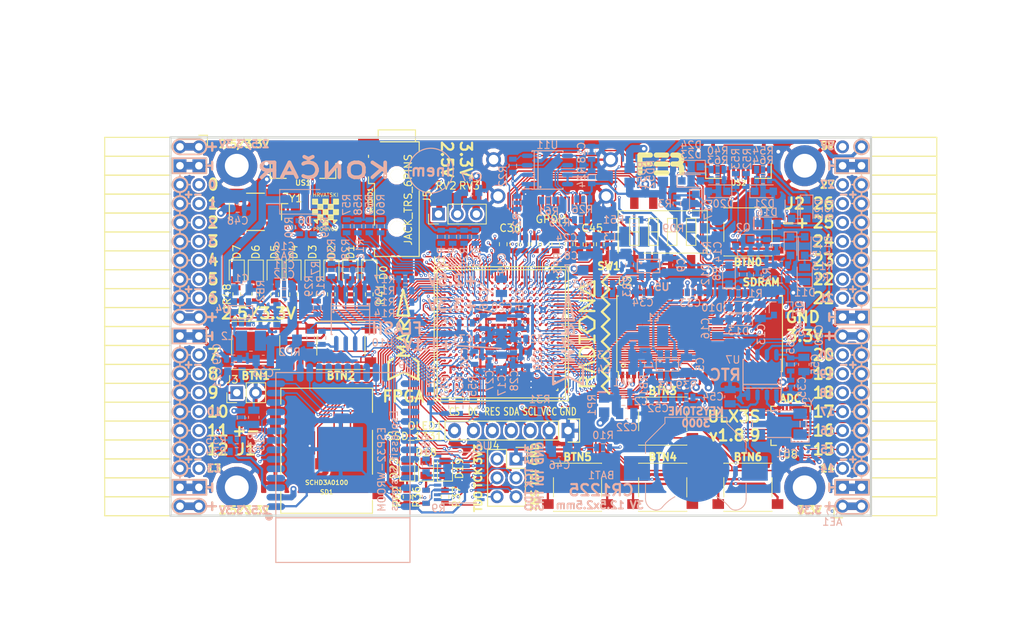
<source format=kicad_pcb>
(kicad_pcb (version 20171130) (host pcbnew 5.0.0-rc2+dfsg1-2)
  (layers (0 F.Cu signal) (1 In1.Cu signal) (2 In2.Cu signal) (31 B.Cu signal) (34 B.Paste user) (35 F.Paste user) (36 B.SilkS user) (37 F.SilkS user) (38 B.Mask user) (39 F.Mask user) (44 Edge.Cuts user))
  (net 0 "")
  (net 1 GND)
  (net 2 +5V)
  (net 3 /gpio/IN5V)
  (net 4 /gpio/OUT5V)
  (net 5 +3V3)
  (net 6 BTN_D)
  (net 7 BTN_F1)
  (net 8 BTN_F2)
  (net 9 BTN_L)
  (net 10 BTN_R)
  (net 11 BTN_U)
  (net 12 /power/FB1)
  (net 13 +2V5)
  (net 14 /power/PWREN)
  (net 15 /power/FB3)
  (net 16 /power/FB2)
  (net 17 /power/VBAT)
  (net 18 JTAG_TDI)
  (net 19 JTAG_TCK)
  (net 20 JTAG_TMS)
  (net 21 JTAG_TDO)
  (net 22 /power/WAKEUPn)
  (net 23 /power/WKUP)
  (net 24 /power/SHUT)
  (net 25 /power/WAKE)
  (net 26 /power/HOLD)
  (net 27 /power/WKn)
  (net 28 /power/OSCI_32k)
  (net 29 /power/OSCO_32k)
  (net 30 SHUTDOWN)
  (net 31 /analog/AUDIO_L)
  (net 32 /analog/AUDIO_R)
  (net 33 GPDI_SDA)
  (net 34 GPDI_SCL)
  (net 35 /gpdi/VREF2)
  (net 36 SD_CMD)
  (net 37 SD_CLK)
  (net 38 SD_D0)
  (net 39 SD_D1)
  (net 40 USB5V)
  (net 41 GPDI_CEC)
  (net 42 nRESET)
  (net 43 FTDI_nDTR)
  (net 44 SDRAM_CKE)
  (net 45 SDRAM_A7)
  (net 46 SDRAM_D15)
  (net 47 SDRAM_BA1)
  (net 48 SDRAM_D7)
  (net 49 SDRAM_A6)
  (net 50 SDRAM_CLK)
  (net 51 SDRAM_D13)
  (net 52 SDRAM_BA0)
  (net 53 SDRAM_D6)
  (net 54 SDRAM_A5)
  (net 55 SDRAM_D14)
  (net 56 SDRAM_A11)
  (net 57 SDRAM_D12)
  (net 58 SDRAM_D5)
  (net 59 SDRAM_A4)
  (net 60 SDRAM_A10)
  (net 61 SDRAM_D11)
  (net 62 SDRAM_A3)
  (net 63 SDRAM_D4)
  (net 64 SDRAM_D10)
  (net 65 SDRAM_D9)
  (net 66 SDRAM_A9)
  (net 67 SDRAM_D3)
  (net 68 SDRAM_D8)
  (net 69 SDRAM_A8)
  (net 70 SDRAM_A2)
  (net 71 SDRAM_A1)
  (net 72 SDRAM_A0)
  (net 73 SDRAM_D2)
  (net 74 SDRAM_D1)
  (net 75 SDRAM_D0)
  (net 76 SDRAM_DQM0)
  (net 77 SDRAM_nCS)
  (net 78 SDRAM_nRAS)
  (net 79 SDRAM_DQM1)
  (net 80 SDRAM_nCAS)
  (net 81 SDRAM_nWE)
  (net 82 /flash/FLASH_nWP)
  (net 83 /flash/FLASH_nHOLD)
  (net 84 /flash/FLASH_MOSI)
  (net 85 /flash/FLASH_MISO)
  (net 86 /flash/FLASH_SCK)
  (net 87 /flash/FLASH_nCS)
  (net 88 /flash/FPGA_PROGRAMN)
  (net 89 /flash/FPGA_DONE)
  (net 90 /flash/FPGA_INITN)
  (net 91 OLED_RES)
  (net 92 OLED_DC)
  (net 93 OLED_CS)
  (net 94 WIFI_EN)
  (net 95 FTDI_nRTS)
  (net 96 FTDI_TXD)
  (net 97 FTDI_RXD)
  (net 98 WIFI_RXD)
  (net 99 WIFI_GPIO0)
  (net 100 WIFI_TXD)
  (net 101 USB_FTDI_D+)
  (net 102 USB_FTDI_D-)
  (net 103 SD_D3)
  (net 104 AUDIO_L3)
  (net 105 AUDIO_L2)
  (net 106 AUDIO_L1)
  (net 107 AUDIO_L0)
  (net 108 AUDIO_R3)
  (net 109 AUDIO_R2)
  (net 110 AUDIO_R1)
  (net 111 AUDIO_R0)
  (net 112 OLED_CLK)
  (net 113 OLED_MOSI)
  (net 114 LED0)
  (net 115 LED1)
  (net 116 LED2)
  (net 117 LED3)
  (net 118 LED4)
  (net 119 LED5)
  (net 120 LED6)
  (net 121 LED7)
  (net 122 BTN_PWRn)
  (net 123 FTDI_nTXLED)
  (net 124 FTDI_nSLEEP)
  (net 125 /blinkey/LED_PWREN)
  (net 126 /blinkey/LED_TXLED)
  (net 127 /sdcard/SD3V3)
  (net 128 SD_D2)
  (net 129 CLK_25MHz)
  (net 130 /blinkey/BTNPUL)
  (net 131 /blinkey/BTNPUR)
  (net 132 USB_FPGA_D+)
  (net 133 /power/FTDI_nSUSPEND)
  (net 134 /blinkey/ALED0)
  (net 135 /blinkey/ALED1)
  (net 136 /blinkey/ALED2)
  (net 137 /blinkey/ALED3)
  (net 138 /blinkey/ALED4)
  (net 139 /blinkey/ALED5)
  (net 140 /blinkey/ALED6)
  (net 141 /blinkey/ALED7)
  (net 142 /usb/FTD-)
  (net 143 /usb/FTD+)
  (net 144 ADC_MISO)
  (net 145 ADC_MOSI)
  (net 146 ADC_CSn)
  (net 147 ADC_SCLK)
  (net 148 SW3)
  (net 149 SW2)
  (net 150 SW1)
  (net 151 USB_FPGA_D-)
  (net 152 /usb/FPD+)
  (net 153 /usb/FPD-)
  (net 154 WIFI_GPIO16)
  (net 155 /usb/ANT_433MHz)
  (net 156 /power/PWRBTn)
  (net 157 PROG_DONE)
  (net 158 /power/P3V3)
  (net 159 /power/P2V5)
  (net 160 /power/L1)
  (net 161 /power/L3)
  (net 162 /power/L2)
  (net 163 FTDI_TXDEN)
  (net 164 SDRAM_A12)
  (net 165 /analog/AUDIO_V)
  (net 166 AUDIO_V3)
  (net 167 AUDIO_V2)
  (net 168 AUDIO_V1)
  (net 169 AUDIO_V0)
  (net 170 /blinkey/LED_WIFI)
  (net 171 /power/P1V1)
  (net 172 +1V1)
  (net 173 SW4)
  (net 174 /blinkey/SWPU)
  (net 175 /wifi/WIFIEN)
  (net 176 FT2V5)
  (net 177 GN0)
  (net 178 GP0)
  (net 179 GN1)
  (net 180 GP1)
  (net 181 GN2)
  (net 182 GP2)
  (net 183 GN3)
  (net 184 GP3)
  (net 185 GN4)
  (net 186 GP4)
  (net 187 GN5)
  (net 188 GP5)
  (net 189 GN6)
  (net 190 GP6)
  (net 191 GN14)
  (net 192 GP14)
  (net 193 GN15)
  (net 194 GP15)
  (net 195 GN16)
  (net 196 GP16)
  (net 197 GN17)
  (net 198 GP17)
  (net 199 GN18)
  (net 200 GP18)
  (net 201 GN19)
  (net 202 GP19)
  (net 203 GN20)
  (net 204 GP20)
  (net 205 GN21)
  (net 206 GP21)
  (net 207 GN22)
  (net 208 GP22)
  (net 209 GN23)
  (net 210 GP23)
  (net 211 GN24)
  (net 212 GP24)
  (net 213 GN25)
  (net 214 GP25)
  (net 215 GN26)
  (net 216 GP26)
  (net 217 GN27)
  (net 218 GP27)
  (net 219 GN7)
  (net 220 GP7)
  (net 221 GN8)
  (net 222 GP8)
  (net 223 GN9)
  (net 224 GP9)
  (net 225 GN10)
  (net 226 GP10)
  (net 227 GN11)
  (net 228 GP11)
  (net 229 GN12)
  (net 230 GP12)
  (net 231 GN13)
  (net 232 GP13)
  (net 233 WIFI_GPIO5)
  (net 234 WIFI_GPIO17)
  (net 235 USB_FPGA_PULL_D+)
  (net 236 USB_FPGA_PULL_D-)
  (net 237 "Net-(D23-Pad2)")
  (net 238 "Net-(D24-Pad1)")
  (net 239 "Net-(D25-Pad2)")
  (net 240 "Net-(D26-Pad1)")
  (net 241 /gpdi/GPDI_ETH+)
  (net 242 FPDI_ETH+)
  (net 243 /gpdi/GPDI_ETH-)
  (net 244 FPDI_ETH-)
  (net 245 /gpdi/GPDI_D2-)
  (net 246 FPDI_D2-)
  (net 247 /gpdi/GPDI_D1-)
  (net 248 FPDI_D1-)
  (net 249 /gpdi/GPDI_D0-)
  (net 250 FPDI_D0-)
  (net 251 /gpdi/GPDI_CLK-)
  (net 252 FPDI_CLK-)
  (net 253 /gpdi/GPDI_D2+)
  (net 254 FPDI_D2+)
  (net 255 /gpdi/GPDI_D1+)
  (net 256 FPDI_D1+)
  (net 257 /gpdi/GPDI_D0+)
  (net 258 FPDI_D0+)
  (net 259 /gpdi/GPDI_CLK+)
  (net 260 FPDI_CLK+)
  (net 261 FPDI_SDA)
  (net 262 FPDI_SCL)
  (net 263 /gpdi/FPDI_CEC)
  (net 264 2V5_3V3)
  (net 265 "Net-(AUDIO1-Pad5)")
  (net 266 "Net-(AUDIO1-Pad6)")
  (net 267 "Net-(U1-PadA15)")
  (net 268 "Net-(U1-PadC9)")
  (net 269 "Net-(U1-PadD9)")
  (net 270 "Net-(U1-PadD10)")
  (net 271 "Net-(U1-PadD11)")
  (net 272 "Net-(U1-PadD12)")
  (net 273 "Net-(U1-PadE6)")
  (net 274 "Net-(U1-PadE9)")
  (net 275 "Net-(U1-PadE10)")
  (net 276 "Net-(U1-PadE11)")
  (net 277 "Net-(U1-PadJ4)")
  (net 278 "Net-(U1-PadJ5)")
  (net 279 "Net-(U1-PadK5)")
  (net 280 "Net-(U1-PadL5)")
  (net 281 "Net-(U1-PadM4)")
  (net 282 "Net-(U1-PadM5)")
  (net 283 SD_CD)
  (net 284 SD_WP)
  (net 285 "Net-(U1-PadR3)")
  (net 286 "Net-(U1-PadT16)")
  (net 287 "Net-(U1-PadW4)")
  (net 288 "Net-(U1-PadW5)")
  (net 289 "Net-(U1-PadW8)")
  (net 290 "Net-(U1-PadW9)")
  (net 291 "Net-(U1-PadW13)")
  (net 292 "Net-(U1-PadW14)")
  (net 293 "Net-(U1-PadW17)")
  (net 294 "Net-(U1-PadW18)")
  (net 295 FTDI_nRXLED)
  (net 296 "Net-(U8-Pad12)")
  (net 297 "Net-(U8-Pad25)")
  (net 298 "Net-(U9-Pad32)")
  (net 299 "Net-(U9-Pad22)")
  (net 300 "Net-(U9-Pad21)")
  (net 301 "Net-(U9-Pad20)")
  (net 302 "Net-(U9-Pad19)")
  (net 303 "Net-(U9-Pad18)")
  (net 304 "Net-(U9-Pad17)")
  (net 305 "Net-(U9-Pad12)")
  (net 306 "Net-(U9-Pad5)")
  (net 307 "Net-(U9-Pad4)")
  (net 308 "Net-(US1-Pad4)")
  (net 309 "Net-(US2-Pad4)")
  (net 310 "Net-(Y2-Pad3)")
  (net 311 "Net-(Y2-Pad2)")
  (net 312 "Net-(U1-PadK16)")
  (net 313 "Net-(U1-PadK17)")
  (net 314 /usb/US2VBUS)
  (net 315 /power/SHD)
  (net 316 /power/RTCVDD)
  (module SOA008-150mil:SOA008-150-208mil (layer B.Cu) (at 118.245 85.822 270)
    (fp_text reference U10 (at 3.175 -4.318) (layer B.SilkS) (effects (justify mirror)))
    (fp_text value IS25LP032D-JNLE-TR)
    (pad 1 smd rect (at -3.302 1.905 270) (size 2.1 0.6) (layers B.Cu B.Paste B.Mask) (net 87 /flash/FLASH_nCS))
    (pad 2 smd oval (at -3.302 0.635 270) (size 2.1 0.6) (layers B.Cu B.Paste B.Mask) (net 85 /flash/FLASH_MISO))
    (pad 3 smd oval (at -3.302 -0.635 270) (size 2.1 0.6) (layers B.Cu B.Paste B.Mask) (net 82 /flash/FLASH_nWP))
    (pad 4 smd oval (at -3.302 -1.905 270) (size 2.1 0.6) (layers B.Cu B.Paste B.Mask) (net 1 GND))
    (pad 5 smd oval (at 3.302 -1.905 270) (size 2.1 0.6) (layers B.Cu B.Paste B.Mask) (net 84 /flash/FLASH_MOSI))
    (pad 6 smd oval (at 3.302 -0.635 270) (size 2.1 0.6) (layers B.Cu B.Paste B.Mask) (net 86 /flash/FLASH_SCK))
    (pad 7 smd oval (at 3.302 0.635 270) (size 2.1 0.6) (layers B.Cu B.Paste B.Mask) (net 83 /flash/FLASH_nHOLD))
    (pad 8 smd oval (at 3.302 1.905 270) (size 2.1 0.6) (layers B.Cu B.Paste B.Mask) (net 5 +3V3))
  )
  (module inem:inem (layer B.Cu) (at 129.04 65.883)
    (fp_text reference REF** hide)
    (fp_text value inem hide)
    (fp_text user inem (at 0 0) (layer B.SilkS) (effects (font (size 1.5 1.5) (thickness 0.3)) (justify mirror)))
  )
  (module usb_otg:USB-MICRO-B-FCI-10118192-0001LF-small-pads (layer F.Cu) (at 170.3 63.325 180)
    (fp_text reference US2 (at 0 -4.2 180) (layer F.SilkS) (effects (font (size 0.7 0.7))))
    (fp_text value MICRO_USB hide)
    (pad 6 smd rect (at 3.4 0 180) (size 1.7 1.3) (layers F.Cu F.Paste F.Mask) (net 1 GND))
    (pad 6 smd rect (at -3.4 0) (size 1.7 1.3) (layers F.Cu F.Paste F.Mask) (net 1 GND))
    (pad 5 smd rect (at 1.3 -2.675 180) (size 0.4 1.35) (layers F.Cu F.Paste F.Mask) (net 1 GND))
    (pad 4 smd rect (at 0.65 -2.675 180) (size 0.4 1.35) (layers F.Cu F.Paste F.Mask) (net 309 "Net-(US2-Pad4)"))
    (pad 3 smd rect (at 0 -2.675 180) (size 0.4 1.35) (layers F.Cu F.Paste F.Mask) (net 152 /usb/FPD+))
    (pad 2 smd rect (at -0.65 -2.675 180) (size 0.4 1.35) (layers F.Cu F.Paste F.Mask) (net 153 /usb/FPD-))
    (pad 1 smd rect (at -1.3 -2.675 180) (size 0.4 1.35) (layers F.Cu F.Paste F.Mask) (net 314 /usb/US2VBUS))
    (pad 6 smd rect (at 0 0 180) (size 4 1.9) (layers F.Cu F.Paste F.Mask) (net 1 GND))
    (pad 6 smd rect (at 2.6 -2.4 180) (size 1.6 1.2) (layers F.Cu F.Paste F.Mask) (net 1 GND))
    (pad 6 smd rect (at -2.6 -2.4 180) (size 1.6 1.2) (layers F.Cu F.Paste F.Mask) (net 1 GND))
  )
  (module usb_otg:USB-MICRO-B-FCI-10118192-0001LF-small-pads (layer F.Cu) (at 111.88 63.325 180)
    (fp_text reference US1 (at 0 -4.2 180) (layer F.SilkS) (effects (font (size 0.7 0.7))))
    (fp_text value MICRO_USB hide)
    (pad 6 smd rect (at 3.4 0 180) (size 1.7 1.3) (layers F.Cu F.Paste F.Mask) (net 1 GND))
    (pad 6 smd rect (at -3.4 0) (size 1.7 1.3) (layers F.Cu F.Paste F.Mask) (net 1 GND))
    (pad 5 smd rect (at 1.3 -2.675 180) (size 0.4 1.35) (layers F.Cu F.Paste F.Mask) (net 1 GND))
    (pad 4 smd rect (at 0.65 -2.675 180) (size 0.4 1.35) (layers F.Cu F.Paste F.Mask) (net 308 "Net-(US1-Pad4)"))
    (pad 3 smd rect (at 0 -2.675 180) (size 0.4 1.35) (layers F.Cu F.Paste F.Mask) (net 143 /usb/FTD+))
    (pad 2 smd rect (at -0.65 -2.675 180) (size 0.4 1.35) (layers F.Cu F.Paste F.Mask) (net 142 /usb/FTD-))
    (pad 1 smd rect (at -1.3 -2.675 180) (size 0.4 1.35) (layers F.Cu F.Paste F.Mask) (net 40 USB5V))
    (pad 6 smd rect (at 0 0 180) (size 4 1.9) (layers F.Cu F.Paste F.Mask) (net 1 GND))
    (pad 6 smd rect (at 2.6 -2.4 180) (size 1.6 1.2) (layers F.Cu F.Paste F.Mask) (net 1 GND))
    (pad 6 smd rect (at -2.6 -2.4 180) (size 1.6 1.2) (layers F.Cu F.Paste F.Mask) (net 1 GND))
  )
  (module Socket_Strips:Socket_Strip_Angled_2x20 (layer F.Cu) (at 97.91 62.69 270)
    (fp_text reference J1 (at 40.64 -6.35) (layer F.SilkS) (effects (font (size 1.5 1.5) (thickness 0.3))))
    (fp_text value CONN_02X20 hide)
    (pad 1 thru_hole oval (at 0 0 270) (size 1.7272 1.7272) (drill 1.016) (layers *.Cu *.Mask) (net 264 2V5_3V3))
    (pad 2 thru_hole oval (at 0 2.54 270) (size 1.7272 1.7272) (drill 1.016) (layers *.Cu *.Mask) (net 264 2V5_3V3))
    (pad 3 thru_hole rect (at 2.54 0 270) (size 1.7272 1.7272) (drill 1.016) (layers *.Cu *.Mask) (net 1 GND))
    (pad 4 thru_hole rect (at 2.54 2.54 270) (size 1.7272 1.7272) (drill 1.016) (layers *.Cu *.Mask) (net 1 GND))
    (pad 5 thru_hole oval (at 5.08 0 270) (size 1.7272 1.7272) (drill 1.016) (layers *.Cu *.Mask) (net 177 GN0))
    (pad 6 thru_hole oval (at 5.08 2.54 270) (size 1.7272 1.7272) (drill 1.016) (layers *.Cu *.Mask) (net 178 GP0))
    (pad 7 thru_hole oval (at 7.62 0 270) (size 1.7272 1.7272) (drill 1.016) (layers *.Cu *.Mask) (net 179 GN1))
    (pad 8 thru_hole oval (at 7.62 2.54 270) (size 1.7272 1.7272) (drill 1.016) (layers *.Cu *.Mask) (net 180 GP1))
    (pad 9 thru_hole oval (at 10.16 0 270) (size 1.7272 1.7272) (drill 1.016) (layers *.Cu *.Mask) (net 181 GN2))
    (pad 10 thru_hole oval (at 10.16 2.54 270) (size 1.7272 1.7272) (drill 1.016) (layers *.Cu *.Mask) (net 182 GP2))
    (pad 11 thru_hole oval (at 12.7 0 270) (size 1.7272 1.7272) (drill 1.016) (layers *.Cu *.Mask) (net 183 GN3))
    (pad 12 thru_hole oval (at 12.7 2.54 270) (size 1.7272 1.7272) (drill 1.016) (layers *.Cu *.Mask) (net 184 GP3))
    (pad 13 thru_hole oval (at 15.24 0 270) (size 1.7272 1.7272) (drill 1.016) (layers *.Cu *.Mask) (net 185 GN4))
    (pad 14 thru_hole oval (at 15.24 2.54 270) (size 1.7272 1.7272) (drill 1.016) (layers *.Cu *.Mask) (net 186 GP4))
    (pad 15 thru_hole oval (at 17.78 0 270) (size 1.7272 1.7272) (drill 1.016) (layers *.Cu *.Mask) (net 187 GN5))
    (pad 16 thru_hole oval (at 17.78 2.54 270) (size 1.7272 1.7272) (drill 1.016) (layers *.Cu *.Mask) (net 188 GP5))
    (pad 17 thru_hole oval (at 20.32 0 270) (size 1.7272 1.7272) (drill 1.016) (layers *.Cu *.Mask) (net 189 GN6))
    (pad 18 thru_hole oval (at 20.32 2.54 270) (size 1.7272 1.7272) (drill 1.016) (layers *.Cu *.Mask) (net 190 GP6))
    (pad 19 thru_hole oval (at 22.86 0 270) (size 1.7272 1.7272) (drill 1.016) (layers *.Cu *.Mask) (net 264 2V5_3V3))
    (pad 20 thru_hole oval (at 22.86 2.54 270) (size 1.7272 1.7272) (drill 1.016) (layers *.Cu *.Mask) (net 264 2V5_3V3))
    (pad 21 thru_hole rect (at 25.4 0 270) (size 1.7272 1.7272) (drill 1.016) (layers *.Cu *.Mask) (net 1 GND))
    (pad 22 thru_hole rect (at 25.4 2.54 270) (size 1.7272 1.7272) (drill 1.016) (layers *.Cu *.Mask) (net 1 GND))
    (pad 23 thru_hole oval (at 27.94 0 270) (size 1.7272 1.7272) (drill 1.016) (layers *.Cu *.Mask) (net 219 GN7))
    (pad 24 thru_hole oval (at 27.94 2.54 270) (size 1.7272 1.7272) (drill 1.016) (layers *.Cu *.Mask) (net 220 GP7))
    (pad 25 thru_hole oval (at 30.48 0 270) (size 1.7272 1.7272) (drill 1.016) (layers *.Cu *.Mask) (net 221 GN8))
    (pad 26 thru_hole oval (at 30.48 2.54 270) (size 1.7272 1.7272) (drill 1.016) (layers *.Cu *.Mask) (net 222 GP8))
    (pad 27 thru_hole oval (at 33.02 0 270) (size 1.7272 1.7272) (drill 1.016) (layers *.Cu *.Mask) (net 223 GN9))
    (pad 28 thru_hole oval (at 33.02 2.54 270) (size 1.7272 1.7272) (drill 1.016) (layers *.Cu *.Mask) (net 224 GP9))
    (pad 29 thru_hole oval (at 35.56 0 270) (size 1.7272 1.7272) (drill 1.016) (layers *.Cu *.Mask) (net 225 GN10))
    (pad 30 thru_hole oval (at 35.56 2.54 270) (size 1.7272 1.7272) (drill 1.016) (layers *.Cu *.Mask) (net 226 GP10))
    (pad 31 thru_hole oval (at 38.1 0 270) (size 1.7272 1.7272) (drill 1.016) (layers *.Cu *.Mask) (net 227 GN11))
    (pad 32 thru_hole oval (at 38.1 2.54 270) (size 1.7272 1.7272) (drill 1.016) (layers *.Cu *.Mask) (net 228 GP11))
    (pad 33 thru_hole oval (at 40.64 0 270) (size 1.7272 1.7272) (drill 1.016) (layers *.Cu *.Mask) (net 229 GN12))
    (pad 34 thru_hole oval (at 40.64 2.54 270) (size 1.7272 1.7272) (drill 1.016) (layers *.Cu *.Mask) (net 230 GP12))
    (pad 35 thru_hole oval (at 43.18 0 270) (size 1.7272 1.7272) (drill 1.016) (layers *.Cu *.Mask) (net 231 GN13))
    (pad 36 thru_hole oval (at 43.18 2.54 270) (size 1.7272 1.7272) (drill 1.016) (layers *.Cu *.Mask) (net 232 GP13))
    (pad 37 thru_hole rect (at 45.72 0 270) (size 1.7272 1.7272) (drill 1.016) (layers *.Cu *.Mask) (net 1 GND))
    (pad 38 thru_hole rect (at 45.72 2.54 270) (size 1.7272 1.7272) (drill 1.016) (layers *.Cu *.Mask) (net 1 GND))
    (pad 39 thru_hole oval (at 48.26 0 270) (size 1.7272 1.7272) (drill 1.016) (layers *.Cu *.Mask) (net 264 2V5_3V3))
    (pad 40 thru_hole oval (at 48.26 2.54 270) (size 1.7272 1.7272) (drill 1.016) (layers *.Cu *.Mask) (net 264 2V5_3V3))
  )
  (module TSOT-25:TSOT-25 (layer B.Cu) (at 160.775 91.9)
    (fp_text reference U3 (at -0.295 2.9) (layer B.SilkS) (effects (font (thickness 0.2)) (justify mirror)))
    (fp_text value TLV62569DBV)
    (pad 1 smd rect (at -0.95 -1.3) (size 0.7 1.2) (layers B.Cu B.Paste B.Mask) (net 14 /power/PWREN))
    (pad 2 smd rect (at 0 -1.3) (size 0.7 1.2) (layers B.Cu B.Paste B.Mask) (net 1 GND))
    (pad 3 smd rect (at 0.95 -1.3) (size 0.7 1.2) (layers B.Cu B.Paste B.Mask) (net 160 /power/L1))
    (pad 4 smd rect (at 0.95 1.3) (size 0.7 1.2) (layers B.Cu B.Paste B.Mask) (net 2 +5V))
    (pad 5 smd rect (at -0.95 1.3) (size 0.7 1.2) (layers B.Cu B.Paste B.Mask) (net 12 /power/FB1))
  )
  (module TSOT-25:TSOT-25 (layer B.Cu) (at 103.625 84.915 180)
    (fp_text reference U4 (at 2.525 0.4265 180) (layer B.SilkS) (effects (font (thickness 0.2)) (justify mirror)))
    (fp_text value TLV62569DBV)
    (pad 1 smd rect (at -0.95 -1.3 180) (size 0.7 1.2) (layers B.Cu B.Paste B.Mask) (net 14 /power/PWREN))
    (pad 2 smd rect (at 0 -1.3 180) (size 0.7 1.2) (layers B.Cu B.Paste B.Mask) (net 1 GND))
    (pad 3 smd rect (at 0.95 -1.3 180) (size 0.7 1.2) (layers B.Cu B.Paste B.Mask) (net 162 /power/L2))
    (pad 4 smd rect (at 0.95 1.3 180) (size 0.7 1.2) (layers B.Cu B.Paste B.Mask) (net 2 +5V))
    (pad 5 smd rect (at -0.95 1.3 180) (size 0.7 1.2) (layers B.Cu B.Paste B.Mask) (net 16 /power/FB2))
  )
  (module TSOT-25:TSOT-25 (layer B.Cu) (at 158.235 78.692)
    (fp_text reference U5 (at 1.793 2.812) (layer B.SilkS) (effects (font (thickness 0.2)) (justify mirror)))
    (fp_text value TLV62569DBV)
    (pad 1 smd rect (at -0.95 -1.3) (size 0.7 1.2) (layers B.Cu B.Paste B.Mask) (net 14 /power/PWREN))
    (pad 2 smd rect (at 0 -1.3) (size 0.7 1.2) (layers B.Cu B.Paste B.Mask) (net 1 GND))
    (pad 3 smd rect (at 0.95 -1.3) (size 0.7 1.2) (layers B.Cu B.Paste B.Mask) (net 161 /power/L3))
    (pad 4 smd rect (at 0.95 1.3) (size 0.7 1.2) (layers B.Cu B.Paste B.Mask) (net 2 +5V))
    (pad 5 smd rect (at -0.95 1.3) (size 0.7 1.2) (layers B.Cu B.Paste B.Mask) (net 15 /power/FB3))
  )
  (module Socket_Strips:Socket_Strip_Angled_2x20 (layer F.Cu) (at 184.27 110.95 90)
    (fp_text reference J2 (at 40.64 -6.35 180) (layer F.SilkS) (effects (font (size 1.5 1.5) (thickness 0.3))))
    (fp_text value CONN_02X20 hide)
    (pad 1 thru_hole oval (at 0 0 90) (size 1.7272 1.7272) (drill 1.016) (layers *.Cu *.Mask) (net 5 +3V3))
    (pad 2 thru_hole oval (at 0 2.54 90) (size 1.7272 1.7272) (drill 1.016) (layers *.Cu *.Mask) (net 5 +3V3))
    (pad 3 thru_hole rect (at 2.54 0 90) (size 1.7272 1.7272) (drill 1.016) (layers *.Cu *.Mask) (net 1 GND))
    (pad 4 thru_hole rect (at 2.54 2.54 90) (size 1.7272 1.7272) (drill 1.016) (layers *.Cu *.Mask) (net 1 GND))
    (pad 5 thru_hole oval (at 5.08 0 90) (size 1.7272 1.7272) (drill 1.016) (layers *.Cu *.Mask) (net 191 GN14))
    (pad 6 thru_hole oval (at 5.08 2.54 90) (size 1.7272 1.7272) (drill 1.016) (layers *.Cu *.Mask) (net 192 GP14))
    (pad 7 thru_hole oval (at 7.62 0 90) (size 1.7272 1.7272) (drill 1.016) (layers *.Cu *.Mask) (net 193 GN15))
    (pad 8 thru_hole oval (at 7.62 2.54 90) (size 1.7272 1.7272) (drill 1.016) (layers *.Cu *.Mask) (net 194 GP15))
    (pad 9 thru_hole oval (at 10.16 0 90) (size 1.7272 1.7272) (drill 1.016) (layers *.Cu *.Mask) (net 195 GN16))
    (pad 10 thru_hole oval (at 10.16 2.54 90) (size 1.7272 1.7272) (drill 1.016) (layers *.Cu *.Mask) (net 196 GP16))
    (pad 11 thru_hole oval (at 12.7 0 90) (size 1.7272 1.7272) (drill 1.016) (layers *.Cu *.Mask) (net 197 GN17))
    (pad 12 thru_hole oval (at 12.7 2.54 90) (size 1.7272 1.7272) (drill 1.016) (layers *.Cu *.Mask) (net 198 GP17))
    (pad 13 thru_hole oval (at 15.24 0 90) (size 1.7272 1.7272) (drill 1.016) (layers *.Cu *.Mask) (net 199 GN18))
    (pad 14 thru_hole oval (at 15.24 2.54 90) (size 1.7272 1.7272) (drill 1.016) (layers *.Cu *.Mask) (net 200 GP18))
    (pad 15 thru_hole oval (at 17.78 0 90) (size 1.7272 1.7272) (drill 1.016) (layers *.Cu *.Mask) (net 201 GN19))
    (pad 16 thru_hole oval (at 17.78 2.54 90) (size 1.7272 1.7272) (drill 1.016) (layers *.Cu *.Mask) (net 202 GP19))
    (pad 17 thru_hole oval (at 20.32 0 90) (size 1.7272 1.7272) (drill 1.016) (layers *.Cu *.Mask) (net 203 GN20))
    (pad 18 thru_hole oval (at 20.32 2.54 90) (size 1.7272 1.7272) (drill 1.016) (layers *.Cu *.Mask) (net 204 GP20))
    (pad 19 thru_hole oval (at 22.86 0 90) (size 1.7272 1.7272) (drill 1.016) (layers *.Cu *.Mask) (net 5 +3V3))
    (pad 20 thru_hole oval (at 22.86 2.54 90) (size 1.7272 1.7272) (drill 1.016) (layers *.Cu *.Mask) (net 5 +3V3))
    (pad 21 thru_hole rect (at 25.4 0 90) (size 1.7272 1.7272) (drill 1.016) (layers *.Cu *.Mask) (net 1 GND))
    (pad 22 thru_hole rect (at 25.4 2.54 90) (size 1.7272 1.7272) (drill 1.016) (layers *.Cu *.Mask) (net 1 GND))
    (pad 23 thru_hole oval (at 27.94 0 90) (size 1.7272 1.7272) (drill 1.016) (layers *.Cu *.Mask) (net 205 GN21))
    (pad 24 thru_hole oval (at 27.94 2.54 90) (size 1.7272 1.7272) (drill 1.016) (layers *.Cu *.Mask) (net 206 GP21))
    (pad 25 thru_hole oval (at 30.48 0 90) (size 1.7272 1.7272) (drill 1.016) (layers *.Cu *.Mask) (net 207 GN22))
    (pad 26 thru_hole oval (at 30.48 2.54 90) (size 1.7272 1.7272) (drill 1.016) (layers *.Cu *.Mask) (net 208 GP22))
    (pad 27 thru_hole oval (at 33.02 0 90) (size 1.7272 1.7272) (drill 1.016) (layers *.Cu *.Mask) (net 209 GN23))
    (pad 28 thru_hole oval (at 33.02 2.54 90) (size 1.7272 1.7272) (drill 1.016) (layers *.Cu *.Mask) (net 210 GP23))
    (pad 29 thru_hole oval (at 35.56 0 90) (size 1.7272 1.7272) (drill 1.016) (layers *.Cu *.Mask) (net 211 GN24))
    (pad 30 thru_hole oval (at 35.56 2.54 90) (size 1.7272 1.7272) (drill 1.016) (layers *.Cu *.Mask) (net 212 GP24))
    (pad 31 thru_hole oval (at 38.1 0 90) (size 1.7272 1.7272) (drill 1.016) (layers *.Cu *.Mask) (net 213 GN25))
    (pad 32 thru_hole oval (at 38.1 2.54 90) (size 1.7272 1.7272) (drill 1.016) (layers *.Cu *.Mask) (net 214 GP25))
    (pad 33 thru_hole oval (at 40.64 0 90) (size 1.7272 1.7272) (drill 1.016) (layers *.Cu *.Mask) (net 215 GN26))
    (pad 34 thru_hole oval (at 40.64 2.54 90) (size 1.7272 1.7272) (drill 1.016) (layers *.Cu *.Mask) (net 216 GP26))
    (pad 35 thru_hole oval (at 43.18 0 90) (size 1.7272 1.7272) (drill 1.016) (layers *.Cu *.Mask) (net 217 GN27))
    (pad 36 thru_hole oval (at 43.18 2.54 90) (size 1.7272 1.7272) (drill 1.016) (layers *.Cu *.Mask) (net 218 GP27))
    (pad 37 thru_hole rect (at 45.72 0 90) (size 1.7272 1.7272) (drill 1.016) (layers *.Cu *.Mask) (net 1 GND))
    (pad 38 thru_hole rect (at 45.72 2.54 90) (size 1.7272 1.7272) (drill 1.016) (layers *.Cu *.Mask) (net 1 GND))
    (pad 39 thru_hole oval (at 48.26 0 90) (size 1.7272 1.7272) (drill 1.016) (layers *.Cu *.Mask) (net 3 /gpio/IN5V))
    (pad 40 thru_hole oval (at 48.26 2.54 90) (size 1.7272 1.7272) (drill 1.016) (layers *.Cu *.Mask) (net 4 /gpio/OUT5V))
  )
  (module Mounting_Holes:MountingHole_3.2mm_M3_ISO14580_Pad (layer F.Cu) (at 102.99 108.41)
    (fp_text reference H1 hide)
    (fp_text value HOLE hide)
    (pad 1 thru_hole circle (at 0 0) (size 5.5 5.5) (drill 3.2) (layers *.Cu *.Mask) (net 1 GND))
  )
  (module Mounting_Holes:MountingHole_3.2mm_M3_ISO14580_Pad (layer F.Cu) (at 179.19 108.41)
    (fp_text reference H2 hide)
    (fp_text value HOLE hide)
    (pad 1 thru_hole circle (at 0 0) (size 5.5 5.5) (drill 3.2) (layers *.Cu *.Mask) (net 1 GND))
  )
  (module Mounting_Holes:MountingHole_3.2mm_M3_ISO14580_Pad (layer F.Cu) (at 179.19 65.23)
    (fp_text reference H3 hide)
    (fp_text value HOLE hide)
    (pad 1 thru_hole circle (at 0 0) (size 5.5 5.5) (drill 3.2) (layers *.Cu *.Mask) (net 1 GND))
  )
  (module Mounting_Holes:MountingHole_3.2mm_M3_ISO14580_Pad (layer F.Cu) (at 102.99 65.23)
    (fp_text reference H4 hide)
    (fp_text value HOLE hide)
    (pad 1 thru_hole circle (at 0 0) (size 5.5 5.5) (drill 3.2) (layers *.Cu *.Mask) (net 1 GND))
  )
  (module Housings_SSOP:SSOP-20_4.4x6.5mm_Pitch0.65mm (layer B.Cu) (at 132.835 107.14 180)
    (fp_text reference U6 (at -3.175 4.318 180) (layer B.SilkS) (effects (justify mirror)))
    (fp_text value FT231XS)
    (pad 1 smd rect (at -2.9 2.925 180) (size 1 0.4) (layers B.Cu B.Paste B.Mask) (net 43 FTDI_nDTR))
    (pad 2 smd rect (at -2.9 2.275 180) (size 1 0.4) (layers B.Cu B.Paste B.Mask) (net 95 FTDI_nRTS))
    (pad 3 smd rect (at -2.9 1.625 180) (size 1 0.4) (layers B.Cu B.Paste B.Mask) (net 176 FT2V5))
    (pad 4 smd rect (at -2.9 0.975 180) (size 1 0.4) (layers B.Cu B.Paste B.Mask) (net 97 FTDI_RXD))
    (pad 5 smd rect (at -2.9 0.325 180) (size 1 0.4) (layers B.Cu B.Paste B.Mask) (net 18 JTAG_TDI))
    (pad 6 smd rect (at -2.9 -0.325 180) (size 1 0.4) (layers B.Cu B.Paste B.Mask) (net 1 GND))
    (pad 7 smd rect (at -2.9 -0.975 180) (size 1 0.4) (layers B.Cu B.Paste B.Mask) (net 19 JTAG_TCK))
    (pad 8 smd rect (at -2.9 -1.625 180) (size 1 0.4) (layers B.Cu B.Paste B.Mask) (net 20 JTAG_TMS))
    (pad 9 smd rect (at -2.9 -2.275 180) (size 1 0.4) (layers B.Cu B.Paste B.Mask) (net 21 JTAG_TDO))
    (pad 10 smd rect (at -2.9 -2.925 180) (size 1 0.4) (layers B.Cu B.Paste B.Mask) (net 123 FTDI_nTXLED))
    (pad 11 smd rect (at 2.9 -2.925 180) (size 1 0.4) (layers B.Cu B.Paste B.Mask) (net 101 USB_FTDI_D+))
    (pad 12 smd rect (at 2.9 -2.275 180) (size 1 0.4) (layers B.Cu B.Paste B.Mask) (net 102 USB_FTDI_D-))
    (pad 13 smd rect (at 2.9 -1.625 180) (size 1 0.4) (layers B.Cu B.Paste B.Mask) (net 176 FT2V5))
    (pad 14 smd rect (at 2.9 -0.975 180) (size 1 0.4) (layers B.Cu B.Paste B.Mask) (net 42 nRESET))
    (pad 15 smd rect (at 2.9 -0.325 180) (size 1 0.4) (layers B.Cu B.Paste B.Mask) (net 40 USB5V))
    (pad 16 smd rect (at 2.9 0.325 180) (size 1 0.4) (layers B.Cu B.Paste B.Mask) (net 1 GND))
    (pad 17 smd rect (at 2.9 0.975 180) (size 1 0.4) (layers B.Cu B.Paste B.Mask) (net 295 FTDI_nRXLED))
    (pad 18 smd rect (at 2.9 1.625 180) (size 1 0.4) (layers B.Cu B.Paste B.Mask) (net 163 FTDI_TXDEN))
    (pad 19 smd rect (at 2.9 2.275 180) (size 1 0.4) (layers B.Cu B.Paste B.Mask) (net 124 FTDI_nSLEEP))
    (pad 20 smd rect (at 2.9 2.925 180) (size 1 0.4) (layers B.Cu B.Paste B.Mask) (net 96 FTDI_TXD))
  )
  (module Socket_Strips:Socket_Strip_Straight_2x03 (layer F.Cu) (at 140.455 104.6 270)
    (fp_text reference J4 (at -1.778 3.048) (layer F.SilkS))
    (fp_text value CONN_02X03 hide)
    (pad 1 thru_hole rect (at 0 0 270) (size 1.7272 1.7272) (drill 1.016) (layers *.Cu *.Mask) (net 1 GND))
    (pad 2 thru_hole oval (at 0 2.54 270) (size 1.7272 1.7272) (drill 1.016) (layers *.Cu *.Mask) (net 5 +3V3))
    (pad 3 thru_hole oval (at 2.54 0 270) (size 1.7272 1.7272) (drill 1.016) (layers *.Cu *.Mask) (net 18 JTAG_TDI))
    (pad 4 thru_hole oval (at 2.54 2.54 270) (size 1.7272 1.7272) (drill 1.016) (layers *.Cu *.Mask) (net 19 JTAG_TCK))
    (pad 5 thru_hole oval (at 5.08 0 270) (size 1.7272 1.7272) (drill 1.016) (layers *.Cu *.Mask) (net 20 JTAG_TMS))
    (pad 6 thru_hole oval (at 5.08 2.54 270) (size 1.7272 1.7272) (drill 1.016) (layers *.Cu *.Mask) (net 21 JTAG_TDO))
  )
  (module Housings_DFN_QFN:QFN-28-1EP_5x5mm_Pitch0.5mm (layer F.Cu) (at 177.285 100.155 180)
    (fp_text reference U8 (at 0 -3.875 180) (layer F.SilkS))
    (fp_text value MAX11125)
    (pad 1 smd oval (at -2.45 -1.5 180) (size 0.85 0.3) (layers F.Cu F.Paste F.Mask) (net 194 GP15))
    (pad 2 smd oval (at -2.45 -1 180) (size 0.85 0.3) (layers F.Cu F.Paste F.Mask) (net 195 GN16))
    (pad 3 smd oval (at -2.45 -0.5 180) (size 0.85 0.3) (layers F.Cu F.Paste F.Mask) (net 196 GP16))
    (pad 4 smd oval (at -2.45 0 180) (size 0.85 0.3) (layers F.Cu F.Paste F.Mask) (net 197 GN17))
    (pad 5 smd oval (at -2.45 0.5 180) (size 0.85 0.3) (layers F.Cu F.Paste F.Mask) (net 198 GP17))
    (pad 6 smd oval (at -2.45 1 180) (size 0.85 0.3) (layers F.Cu F.Paste F.Mask) (net 1 GND))
    (pad 7 smd oval (at -2.45 1.5 180) (size 0.85 0.3) (layers F.Cu F.Paste F.Mask) (net 1 GND))
    (pad 8 smd oval (at -1.5 2.45 270) (size 0.85 0.3) (layers F.Cu F.Paste F.Mask) (net 1 GND))
    (pad 9 smd oval (at -1 2.45 270) (size 0.85 0.3) (layers F.Cu F.Paste F.Mask) (net 1 GND))
    (pad 10 smd oval (at -0.5 2.45 270) (size 0.85 0.3) (layers F.Cu F.Paste F.Mask) (net 1 GND))
    (pad 11 smd oval (at 0 2.45 270) (size 0.85 0.3) (layers F.Cu F.Paste F.Mask) (net 1 GND))
    (pad 12 smd oval (at 0.5 2.45 270) (size 0.85 0.3) (layers F.Cu F.Paste F.Mask) (net 296 "Net-(U8-Pad12)"))
    (pad 13 smd oval (at 1 2.45 270) (size 0.85 0.3) (layers F.Cu F.Paste F.Mask) (net 1 GND))
    (pad 14 smd oval (at 1.5 2.45 270) (size 0.85 0.3) (layers F.Cu F.Paste F.Mask) (net 1 GND))
    (pad 15 smd oval (at 2.45 1.5 180) (size 0.85 0.3) (layers F.Cu F.Paste F.Mask) (net 5 +3V3))
    (pad 16 smd oval (at 2.45 1 180) (size 0.85 0.3) (layers F.Cu F.Paste F.Mask) (net 1 GND))
    (pad 17 smd oval (at 2.45 0.5 180) (size 0.85 0.3) (layers F.Cu F.Paste F.Mask) (net 5 +3V3))
    (pad 18 smd oval (at 2.45 0 180) (size 0.85 0.3) (layers F.Cu F.Paste F.Mask) (net 5 +3V3))
    (pad 19 smd oval (at 2.45 -0.5 180) (size 0.85 0.3) (layers F.Cu F.Paste F.Mask) (net 147 ADC_SCLK))
    (pad 20 smd oval (at 2.45 -1 180) (size 0.85 0.3) (layers F.Cu F.Paste F.Mask) (net 146 ADC_CSn))
    (pad 21 smd oval (at 2.45 -1.5 180) (size 0.85 0.3) (layers F.Cu F.Paste F.Mask) (net 145 ADC_MOSI))
    (pad 22 smd oval (at 1.5 -2.45 270) (size 0.85 0.3) (layers F.Cu F.Paste F.Mask) (net 1 GND))
    (pad 23 smd oval (at 1 -2.45 270) (size 0.85 0.3) (layers F.Cu F.Paste F.Mask) (net 5 +3V3))
    (pad 24 smd oval (at 0.5 -2.45 270) (size 0.85 0.3) (layers F.Cu F.Paste F.Mask) (net 144 ADC_MISO))
    (pad 25 smd oval (at 0 -2.45 270) (size 0.85 0.3) (layers F.Cu F.Paste F.Mask) (net 297 "Net-(U8-Pad25)"))
    (pad 26 smd oval (at -0.5 -2.45 270) (size 0.85 0.3) (layers F.Cu F.Paste F.Mask) (net 191 GN14))
    (pad 27 smd oval (at -1 -2.45 270) (size 0.85 0.3) (layers F.Cu F.Paste F.Mask) (net 192 GP14))
    (pad 28 smd oval (at -1.5 -2.45 270) (size 0.85 0.3) (layers F.Cu F.Paste F.Mask) (net 193 GN15))
    (pad 29 smd rect (at 0.8375 0.8375 180) (size 1.675 1.675) (layers F.Cu F.Paste F.Mask) (net 1 GND))
    (pad 29 smd rect (at 0.8375 -0.8375 180) (size 1.675 1.675) (layers F.Cu F.Paste F.Mask) (net 1 GND))
    (pad 29 smd rect (at -0.8375 0.8375 180) (size 1.675 1.675) (layers F.Cu F.Paste F.Mask) (net 1 GND))
    (pad 29 smd rect (at -0.8375 -0.8375 180) (size 1.675 1.675) (layers F.Cu F.Paste F.Mask) (net 1 GND))
  )
  (module oled:oled_13xx (layer F.Cu) (at 139.82 100.79 180)
    (fp_text reference OLED1 (at 11.557 0.635 180) (layer F.SilkS))
    (fp_text value SSD_1331 (at 12.954 -0.762 180) (layer F.SilkS))
    (fp_text user CS (at 7.62 2.54 180) (layer F.SilkS) (effects (font (size 1 0.75))))
    (fp_text user DC (at 5.08 2.54 180) (layer F.SilkS) (effects (font (size 1 0.75))))
    (fp_text user RES (at 2.54 2.54 180) (layer F.SilkS) (effects (font (size 1 0.75))))
    (fp_text user SDA (at 0 2.54 180) (layer F.SilkS) (effects (font (size 1 0.75))))
    (fp_text user SCL (at -2.54 2.54 180) (layer F.SilkS) (effects (font (size 1 0.75))))
    (fp_text user VCC (at -5.08 2.54 180) (layer F.SilkS) (effects (font (size 1 0.75))))
    (fp_text user GND (at -7.62 2.54 180) (layer F.SilkS) (effects (font (size 1 0.75))))
    (pad 1 thru_hole rect (at -7.62 0 180) (size 1.7272 2.032) (drill 1.016) (layers *.Cu *.Mask) (net 1 GND))
    (pad 2 thru_hole oval (at -5.08 0 180) (size 1.7272 2.032) (drill 1.016) (layers *.Cu *.Mask) (net 5 +3V3))
    (pad 3 thru_hole oval (at -2.54 0 180) (size 1.7272 2.032) (drill 1.016) (layers *.Cu *.Mask) (net 112 OLED_CLK))
    (pad 4 thru_hole oval (at 0 0 180) (size 1.7272 2.032) (drill 1.016) (layers *.Cu *.Mask) (net 113 OLED_MOSI))
    (pad 5 thru_hole oval (at 2.54 0 180) (size 1.7272 2.032) (drill 1.016) (layers *.Cu *.Mask) (net 91 OLED_RES))
    (pad 6 thru_hole oval (at 5.08 0 180) (size 1.7272 2.032) (drill 1.016) (layers *.Cu *.Mask) (net 92 OLED_DC))
    (pad 7 thru_hole oval (at 7.62 0 180) (size 1.7272 2.032) (drill 1.016) (layers *.Cu *.Mask) (net 93 OLED_CS))
  )
  (module Buttons_Switches_SMD:SW_SPST_PTS645 (layer F.Cu) (at 171.57 74.12 180)
    (fp_text reference BTN0 (at 0 -4.05 180) (layer F.SilkS) (effects (font (thickness 0.25))))
    (fp_text value PTS645)
    (pad 2 smd rect (at -3.98 2.25 180) (size 1.55 1.3) (layers F.Cu F.Paste F.Mask) (net 1 GND))
    (pad 1 smd rect (at -3.98 -2.25 180) (size 1.55 1.3) (layers F.Cu F.Paste F.Mask) (net 156 /power/PWRBTn))
    (pad 1 smd rect (at 3.98 -2.25 180) (size 1.55 1.3) (layers F.Cu F.Paste F.Mask) (net 156 /power/PWRBTn))
    (pad 2 smd rect (at 3.98 2.25 180) (size 1.55 1.3) (layers F.Cu F.Paste F.Mask) (net 1 GND))
  )
  (module Buttons_Switches_SMD:SW_SPST_PTS645 (layer F.Cu) (at 105.53 89.36)
    (fp_text reference BTN1 (at 0 4.064) (layer F.SilkS) (effects (font (thickness 0.25))))
    (fp_text value PTS645)
    (pad 2 smd rect (at -3.98 2.25) (size 1.55 1.3) (layers F.Cu F.Paste F.Mask) (net 7 BTN_F1))
    (pad 1 smd rect (at -3.98 -2.25) (size 1.55 1.3) (layers F.Cu F.Paste F.Mask) (net 130 /blinkey/BTNPUL))
    (pad 1 smd rect (at 3.98 -2.25) (size 1.55 1.3) (layers F.Cu F.Paste F.Mask) (net 130 /blinkey/BTNPUL))
    (pad 2 smd rect (at 3.98 2.25) (size 1.55 1.3) (layers F.Cu F.Paste F.Mask) (net 7 BTN_F1))
  )
  (module Buttons_Switches_SMD:SW_SPST_PTS645 (layer F.Cu) (at 116.96 89.36)
    (fp_text reference BTN2 (at 0 4.064) (layer F.SilkS) (effects (font (thickness 0.25))))
    (fp_text value PTS645)
    (pad 2 smd rect (at -3.98 2.25) (size 1.55 1.3) (layers F.Cu F.Paste F.Mask) (net 8 BTN_F2))
    (pad 1 smd rect (at -3.98 -2.25) (size 1.55 1.3) (layers F.Cu F.Paste F.Mask) (net 130 /blinkey/BTNPUL))
    (pad 1 smd rect (at 3.98 -2.25) (size 1.55 1.3) (layers F.Cu F.Paste F.Mask) (net 130 /blinkey/BTNPUL))
    (pad 2 smd rect (at 3.98 2.25) (size 1.55 1.3) (layers F.Cu F.Paste F.Mask) (net 8 BTN_F2))
  )
  (module Buttons_Switches_SMD:SW_SPST_PTS645 (layer F.Cu) (at 160.14 99.52)
    (fp_text reference BTN3 (at 0 -4.05) (layer F.SilkS) (effects (font (thickness 0.25))))
    (fp_text value PTS645)
    (pad 2 smd rect (at -3.98 2.25) (size 1.55 1.3) (layers F.Cu F.Paste F.Mask) (net 11 BTN_U))
    (pad 1 smd rect (at -3.98 -2.25) (size 1.55 1.3) (layers F.Cu F.Paste F.Mask) (net 131 /blinkey/BTNPUR))
    (pad 1 smd rect (at 3.98 -2.25) (size 1.55 1.3) (layers F.Cu F.Paste F.Mask) (net 131 /blinkey/BTNPUR))
    (pad 2 smd rect (at 3.98 2.25) (size 1.55 1.3) (layers F.Cu F.Paste F.Mask) (net 11 BTN_U))
  )
  (module Buttons_Switches_SMD:SW_SPST_PTS645 (layer F.Cu) (at 160.14 108.41 180)
    (fp_text reference BTN4 (at 0 4.064 180) (layer F.SilkS) (effects (font (thickness 0.25))))
    (fp_text value PTS645)
    (pad 2 smd rect (at -3.98 2.25 180) (size 1.55 1.3) (layers F.Cu F.Paste F.Mask) (net 6 BTN_D))
    (pad 1 smd rect (at -3.98 -2.25 180) (size 1.55 1.3) (layers F.Cu F.Paste F.Mask) (net 131 /blinkey/BTNPUR))
    (pad 1 smd rect (at 3.98 -2.25 180) (size 1.55 1.3) (layers F.Cu F.Paste F.Mask) (net 131 /blinkey/BTNPUR))
    (pad 2 smd rect (at 3.98 2.25 180) (size 1.55 1.3) (layers F.Cu F.Paste F.Mask) (net 6 BTN_D))
  )
  (module Buttons_Switches_SMD:SW_SPST_PTS645 (layer F.Cu) (at 148.71 108.41 180)
    (fp_text reference BTN5 (at 0 4.064 180) (layer F.SilkS) (effects (font (thickness 0.25))))
    (fp_text value PTS645)
    (pad 2 smd rect (at -3.98 2.25 180) (size 1.55 1.3) (layers F.Cu F.Paste F.Mask) (net 9 BTN_L))
    (pad 1 smd rect (at -3.98 -2.25 180) (size 1.55 1.3) (layers F.Cu F.Paste F.Mask) (net 131 /blinkey/BTNPUR))
    (pad 1 smd rect (at 3.98 -2.25 180) (size 1.55 1.3) (layers F.Cu F.Paste F.Mask) (net 131 /blinkey/BTNPUR))
    (pad 2 smd rect (at 3.98 2.25 180) (size 1.55 1.3) (layers F.Cu F.Paste F.Mask) (net 9 BTN_L))
  )
  (module Buttons_Switches_SMD:SW_SPST_PTS645 (layer F.Cu) (at 171.57 108.41 180)
    (fp_text reference BTN6 (at 0 4.064 180) (layer F.SilkS) (effects (font (thickness 0.25))))
    (fp_text value PTS645)
    (pad 2 smd rect (at -3.98 2.25 180) (size 1.55 1.3) (layers F.Cu F.Paste F.Mask) (net 10 BTN_R))
    (pad 1 smd rect (at -3.98 -2.25 180) (size 1.55 1.3) (layers F.Cu F.Paste F.Mask) (net 131 /blinkey/BTNPUR))
    (pad 1 smd rect (at 3.98 -2.25 180) (size 1.55 1.3) (layers F.Cu F.Paste F.Mask) (net 131 /blinkey/BTNPUR))
    (pad 2 smd rect (at 3.98 2.25 180) (size 1.55 1.3) (layers F.Cu F.Paste F.Mask) (net 10 BTN_R))
  )
  (module Buttons_Switches_SMD:SW_DIP_x4_W8.61mm_Slide_LowProfile (layer F.Cu) (at 160.14 74.12 90)
    (fp_text reference SW1 (at -4.59 -7.224) (layer F.SilkS) (effects (font (thickness 0.25))))
    (fp_text value DIPSW)
    (pad 1 smd rect (at -4.305 -3.81 90) (size 2.44 1.12) (layers F.Cu F.Mask) (net 174 /blinkey/SWPU))
    (pad 5 smd rect (at 4.305 3.81 90) (size 2.44 1.12) (layers F.Cu F.Mask) (net 173 SW4))
    (pad 2 smd rect (at -4.305 -1.27 90) (size 2.44 1.12) (layers F.Cu F.Mask) (net 174 /blinkey/SWPU))
    (pad 6 smd rect (at 4.305 1.27 90) (size 2.44 1.12) (layers F.Cu F.Mask) (net 148 SW3))
    (pad 3 smd rect (at -4.305 1.27 90) (size 2.44 1.12) (layers F.Cu F.Mask) (net 174 /blinkey/SWPU))
    (pad 7 smd rect (at 4.305 -1.27 90) (size 2.44 1.12) (layers F.Cu F.Mask) (net 149 SW2))
    (pad 4 smd rect (at -4.305 3.81 90) (size 2.44 1.12) (layers F.Cu F.Mask) (net 174 /blinkey/SWPU))
    (pad 8 smd rect (at 4.305 -3.81 90) (size 2.44 1.12) (layers F.Cu F.Mask) (net 150 SW1))
  )
  (module lfe5bg381:BGA-381_pitch0.8mm_dia0.4mm (layer F.Cu) (at 138.48 87.8)
    (fp_text reference U1 (at -8.2 -9.8) (layer F.SilkS))
    (fp_text value LFE5U-85F-6BG381C)
    (pad A2 smd circle (at -6.8 -7.6) (size 0.35 0.35) (layers F.Cu F.Paste F.Mask) (net 224 GP9))
    (pad A3 smd circle (at -6 -7.6) (size 0.35 0.35) (layers F.Cu F.Paste F.Mask) (net 111 AUDIO_R0))
    (pad A4 smd circle (at -5.2 -7.6) (size 0.35 0.35) (layers F.Cu F.Paste F.Mask) (net 222 GP8))
    (pad A5 smd circle (at -4.4 -7.6) (size 0.35 0.35) (layers F.Cu F.Paste F.Mask) (net 221 GN8))
    (pad A6 smd circle (at -3.6 -7.6) (size 0.35 0.35) (layers F.Cu F.Paste F.Mask) (net 220 GP7))
    (pad A7 smd circle (at -2.8 -7.6) (size 0.35 0.35) (layers F.Cu F.Paste F.Mask) (net 186 GP4))
    (pad A8 smd circle (at -2 -7.6) (size 0.35 0.35) (layers F.Cu F.Paste F.Mask) (net 185 GN4))
    (pad A9 smd circle (at -1.2 -7.6) (size 0.35 0.35) (layers F.Cu F.Paste F.Mask) (net 182 GP2))
    (pad A10 smd circle (at -0.4 -7.6) (size 0.35 0.35) (layers F.Cu F.Paste F.Mask) (net 180 GP1))
    (pad A11 smd circle (at 0.4 -7.6) (size 0.35 0.35) (layers F.Cu F.Paste F.Mask) (net 179 GN1))
    (pad A12 smd circle (at 1.2 -7.6) (size 0.35 0.35) (layers F.Cu F.Paste F.Mask) (net 254 FPDI_D2+))
    (pad A13 smd circle (at 2 -7.6) (size 0.35 0.35) (layers F.Cu F.Paste F.Mask) (net 246 FPDI_D2-))
    (pad A14 smd circle (at 2.8 -7.6) (size 0.35 0.35) (layers F.Cu F.Paste F.Mask) (net 256 FPDI_D1+))
    (pad A15 smd circle (at 3.6 -7.6) (size 0.35 0.35) (layers F.Cu F.Paste F.Mask) (net 267 "Net-(U1-PadA15)"))
    (pad A16 smd circle (at 4.4 -7.6) (size 0.35 0.35) (layers F.Cu F.Paste F.Mask) (net 258 FPDI_D0+))
    (pad A17 smd circle (at 5.2 -7.6) (size 0.35 0.35) (layers F.Cu F.Paste F.Mask) (net 260 FPDI_CLK+))
    (pad A18 smd circle (at 6 -7.6) (size 0.35 0.35) (layers F.Cu F.Paste F.Mask) (net 263 /gpdi/FPDI_CEC))
    (pad A19 smd circle (at 6.8 -7.6) (size 0.35 0.35) (layers F.Cu F.Paste F.Mask) (net 242 FPDI_ETH+))
    (pad B1 smd circle (at -7.6 -6.8) (size 0.35 0.35) (layers F.Cu F.Paste F.Mask) (net 223 GN9))
    (pad B2 smd circle (at -6.8 -6.8) (size 0.35 0.35) (layers F.Cu F.Paste F.Mask) (net 114 LED0))
    (pad B3 smd circle (at -6 -6.8) (size 0.35 0.35) (layers F.Cu F.Paste F.Mask) (net 104 AUDIO_L3))
    (pad B4 smd circle (at -5.2 -6.8) (size 0.35 0.35) (layers F.Cu F.Paste F.Mask) (net 225 GN10))
    (pad B5 smd circle (at -4.4 -6.8) (size 0.35 0.35) (layers F.Cu F.Paste F.Mask) (net 110 AUDIO_R1))
    (pad B6 smd circle (at -3.6 -6.8) (size 0.35 0.35) (layers F.Cu F.Paste F.Mask) (net 219 GN7))
    (pad B7 smd circle (at -2.8 -6.8) (size 0.35 0.35) (layers F.Cu F.Paste F.Mask) (net 1 GND))
    (pad B8 smd circle (at -2 -6.8) (size 0.35 0.35) (layers F.Cu F.Paste F.Mask) (net 187 GN5))
    (pad B9 smd circle (at -1.2 -6.8) (size 0.35 0.35) (layers F.Cu F.Paste F.Mask) (net 184 GP3))
    (pad B10 smd circle (at -0.4 -6.8) (size 0.35 0.35) (layers F.Cu F.Paste F.Mask) (net 181 GN2))
    (pad B11 smd circle (at 0.4 -6.8) (size 0.35 0.35) (layers F.Cu F.Paste F.Mask) (net 178 GP0))
    (pad B12 smd circle (at 1.2 -6.8) (size 0.35 0.35) (layers F.Cu F.Paste F.Mask) (net 235 USB_FPGA_PULL_D+))
    (pad B13 smd circle (at 2 -6.8) (size 0.35 0.35) (layers F.Cu F.Paste F.Mask) (net 216 GP26))
    (pad B14 smd circle (at 2.8 -6.8) (size 0.35 0.35) (layers F.Cu F.Paste F.Mask) (net 1 GND))
    (pad B15 smd circle (at 3.6 -6.8) (size 0.35 0.35) (layers F.Cu F.Paste F.Mask) (net 208 GP22))
    (pad B16 smd circle (at 4.4 -6.8) (size 0.35 0.35) (layers F.Cu F.Paste F.Mask) (net 250 FPDI_D0-))
    (pad B17 smd circle (at 5.2 -6.8) (size 0.35 0.35) (layers F.Cu F.Paste F.Mask) (net 210 GP23))
    (pad B18 smd circle (at 6 -6.8) (size 0.35 0.35) (layers F.Cu F.Paste F.Mask) (net 252 FPDI_CLK-))
    (pad B19 smd circle (at 6.8 -6.8) (size 0.35 0.35) (layers F.Cu F.Paste F.Mask) (net 261 FPDI_SDA))
    (pad B20 smd circle (at 7.6 -6.8) (size 0.35 0.35) (layers F.Cu F.Paste F.Mask) (net 244 FPDI_ETH-))
    (pad C1 smd circle (at -7.6 -6) (size 0.35 0.35) (layers F.Cu F.Paste F.Mask) (net 116 LED2))
    (pad C2 smd circle (at -6.8 -6) (size 0.35 0.35) (layers F.Cu F.Paste F.Mask) (net 115 LED1))
    (pad C3 smd circle (at -6 -6) (size 0.35 0.35) (layers F.Cu F.Paste F.Mask) (net 105 AUDIO_L2))
    (pad C4 smd circle (at -5.2 -6) (size 0.35 0.35) (layers F.Cu F.Paste F.Mask) (net 226 GP10))
    (pad C5 smd circle (at -4.4 -6) (size 0.35 0.35) (layers F.Cu F.Paste F.Mask) (net 108 AUDIO_R3))
    (pad C6 smd circle (at -3.6 -6) (size 0.35 0.35) (layers F.Cu F.Paste F.Mask) (net 190 GP6))
    (pad C7 smd circle (at -2.8 -6) (size 0.35 0.35) (layers F.Cu F.Paste F.Mask) (net 189 GN6))
    (pad C8 smd circle (at -2 -6) (size 0.35 0.35) (layers F.Cu F.Paste F.Mask) (net 188 GP5))
    (pad C9 smd circle (at -1.2 -6) (size 0.35 0.35) (layers F.Cu F.Paste F.Mask) (net 268 "Net-(U1-PadC9)"))
    (pad C10 smd circle (at -0.4 -6) (size 0.35 0.35) (layers F.Cu F.Paste F.Mask) (net 183 GN3))
    (pad C11 smd circle (at 0.4 -6) (size 0.35 0.35) (layers F.Cu F.Paste F.Mask) (net 177 GN0))
    (pad C12 smd circle (at 1.2 -6) (size 0.35 0.35) (layers F.Cu F.Paste F.Mask) (net 236 USB_FPGA_PULL_D-))
    (pad C13 smd circle (at 2 -6) (size 0.35 0.35) (layers F.Cu F.Paste F.Mask) (net 215 GN26))
    (pad C14 smd circle (at 2.8 -6) (size 0.35 0.35) (layers F.Cu F.Paste F.Mask) (net 248 FPDI_D1-))
    (pad C15 smd circle (at 3.6 -6) (size 0.35 0.35) (layers F.Cu F.Paste F.Mask) (net 207 GN22))
    (pad C16 smd circle (at 4.4 -6) (size 0.35 0.35) (layers F.Cu F.Paste F.Mask) (net 212 GP24))
    (pad C17 smd circle (at 5.2 -6) (size 0.35 0.35) (layers F.Cu F.Paste F.Mask) (net 209 GN23))
    (pad C18 smd circle (at 6 -6) (size 0.35 0.35) (layers F.Cu F.Paste F.Mask) (net 206 GP21))
    (pad C19 smd circle (at 6.8 -6) (size 0.35 0.35) (layers F.Cu F.Paste F.Mask) (net 1 GND))
    (pad C20 smd circle (at 7.6 -6) (size 0.35 0.35) (layers F.Cu F.Paste F.Mask) (net 61 SDRAM_D11))
    (pad D1 smd circle (at -7.6 -5.2) (size 0.35 0.35) (layers F.Cu F.Paste F.Mask) (net 118 LED4))
    (pad D2 smd circle (at -6.8 -5.2) (size 0.35 0.35) (layers F.Cu F.Paste F.Mask) (net 117 LED3))
    (pad D3 smd circle (at -6 -5.2) (size 0.35 0.35) (layers F.Cu F.Paste F.Mask) (net 106 AUDIO_L1))
    (pad D4 smd circle (at -5.2 -5.2) (size 0.35 0.35) (layers F.Cu F.Paste F.Mask) (net 1 GND))
    (pad D5 smd circle (at -4.4 -5.2) (size 0.35 0.35) (layers F.Cu F.Paste F.Mask) (net 109 AUDIO_R2))
    (pad D6 smd circle (at -3.6 -5.2) (size 0.35 0.35) (layers F.Cu F.Paste F.Mask) (net 122 BTN_PWRn))
    (pad D7 smd circle (at -2.8 -5.2) (size 0.35 0.35) (layers F.Cu F.Paste F.Mask) (net 148 SW3))
    (pad D8 smd circle (at -2 -5.2) (size 0.35 0.35) (layers F.Cu F.Paste F.Mask) (net 149 SW2))
    (pad D9 smd circle (at -1.2 -5.2) (size 0.35 0.35) (layers F.Cu F.Paste F.Mask) (net 269 "Net-(U1-PadD9)"))
    (pad D10 smd circle (at -0.4 -5.2) (size 0.35 0.35) (layers F.Cu F.Paste F.Mask) (net 270 "Net-(U1-PadD10)"))
    (pad D11 smd circle (at 0.4 -5.2) (size 0.35 0.35) (layers F.Cu F.Paste F.Mask) (net 271 "Net-(U1-PadD11)"))
    (pad D12 smd circle (at 1.2 -5.2) (size 0.35 0.35) (layers F.Cu F.Paste F.Mask) (net 272 "Net-(U1-PadD12)"))
    (pad D13 smd circle (at 2 -5.2) (size 0.35 0.35) (layers F.Cu F.Paste F.Mask) (net 218 GP27))
    (pad D14 smd circle (at 2.8 -5.2) (size 0.35 0.35) (layers F.Cu F.Paste F.Mask) (net 214 GP25))
    (pad D15 smd circle (at 3.6 -5.2) (size 0.35 0.35) (layers F.Cu F.Paste F.Mask) (net 132 USB_FPGA_D+))
    (pad D16 smd circle (at 4.4 -5.2) (size 0.35 0.35) (layers F.Cu F.Paste F.Mask) (net 211 GN24))
    (pad D17 smd circle (at 5.2 -5.2) (size 0.35 0.35) (layers F.Cu F.Paste F.Mask) (net 205 GN21))
    (pad D18 smd circle (at 6 -5.2) (size 0.35 0.35) (layers F.Cu F.Paste F.Mask) (net 204 GP20))
    (pad D19 smd circle (at 6.8 -5.2) (size 0.35 0.35) (layers F.Cu F.Paste F.Mask) (net 64 SDRAM_D10))
    (pad D20 smd circle (at 7.6 -5.2) (size 0.35 0.35) (layers F.Cu F.Paste F.Mask) (net 65 SDRAM_D9))
    (pad E1 smd circle (at -7.6 -4.4) (size 0.35 0.35) (layers F.Cu F.Paste F.Mask) (net 120 LED6))
    (pad E2 smd circle (at -6.8 -4.4) (size 0.35 0.35) (layers F.Cu F.Paste F.Mask) (net 119 LED5))
    (pad E3 smd circle (at -6 -4.4) (size 0.35 0.35) (layers F.Cu F.Paste F.Mask) (net 227 GN11))
    (pad E4 smd circle (at -5.2 -4.4) (size 0.35 0.35) (layers F.Cu F.Paste F.Mask) (net 107 AUDIO_L0))
    (pad E5 smd circle (at -4.4 -4.4) (size 0.35 0.35) (layers F.Cu F.Paste F.Mask) (net 166 AUDIO_V3))
    (pad E6 smd circle (at -3.6 -4.4) (size 0.35 0.35) (layers F.Cu F.Paste F.Mask) (net 273 "Net-(U1-PadE6)"))
    (pad E7 smd circle (at -2.8 -4.4) (size 0.35 0.35) (layers F.Cu F.Paste F.Mask) (net 173 SW4))
    (pad E8 smd circle (at -2 -4.4) (size 0.35 0.35) (layers F.Cu F.Paste F.Mask) (net 150 SW1))
    (pad E9 smd circle (at -1.2 -4.4) (size 0.35 0.35) (layers F.Cu F.Paste F.Mask) (net 274 "Net-(U1-PadE9)"))
    (pad E10 smd circle (at -0.4 -4.4) (size 0.35 0.35) (layers F.Cu F.Paste F.Mask) (net 275 "Net-(U1-PadE10)"))
    (pad E11 smd circle (at 0.4 -4.4) (size 0.35 0.35) (layers F.Cu F.Paste F.Mask) (net 276 "Net-(U1-PadE11)"))
    (pad E12 smd circle (at 1.2 -4.4) (size 0.35 0.35) (layers F.Cu F.Paste F.Mask) (net 262 FPDI_SCL))
    (pad E13 smd circle (at 2 -4.4) (size 0.35 0.35) (layers F.Cu F.Paste F.Mask) (net 217 GN27))
    (pad E14 smd circle (at 2.8 -4.4) (size 0.35 0.35) (layers F.Cu F.Paste F.Mask) (net 213 GN25))
    (pad E15 smd circle (at 3.6 -4.4) (size 0.35 0.35) (layers F.Cu F.Paste F.Mask) (net 151 USB_FPGA_D-))
    (pad E16 smd circle (at 4.4 -4.4) (size 0.35 0.35) (layers F.Cu F.Paste F.Mask) (net 132 USB_FPGA_D+))
    (pad E17 smd circle (at 5.2 -4.4) (size 0.35 0.35) (layers F.Cu F.Paste F.Mask) (net 203 GN20))
    (pad E18 smd circle (at 6 -4.4) (size 0.35 0.35) (layers F.Cu F.Paste F.Mask) (net 57 SDRAM_D12))
    (pad E19 smd circle (at 6.8 -4.4) (size 0.35 0.35) (layers F.Cu F.Paste F.Mask) (net 68 SDRAM_D8))
    (pad E20 smd circle (at 7.6 -4.4) (size 0.35 0.35) (layers F.Cu F.Paste F.Mask) (net 79 SDRAM_DQM1))
    (pad F1 smd circle (at -7.6 -3.6) (size 0.35 0.35) (layers F.Cu F.Paste F.Mask) (net 94 WIFI_EN))
    (pad F2 smd circle (at -6.8 -3.6) (size 0.35 0.35) (layers F.Cu F.Paste F.Mask) (net 168 AUDIO_V1))
    (pad F3 smd circle (at -6 -3.6) (size 0.35 0.35) (layers F.Cu F.Paste F.Mask) (net 229 GN12))
    (pad F4 smd circle (at -5.2 -3.6) (size 0.35 0.35) (layers F.Cu F.Paste F.Mask) (net 228 GP11))
    (pad F5 smd circle (at -4.4 -3.6) (size 0.35 0.35) (layers F.Cu F.Paste F.Mask) (net 167 AUDIO_V2))
    (pad F6 smd circle (at -3.6 -3.6) (size 0.35 0.35) (layers F.Cu F.Paste F.Mask) (net 13 +2V5))
    (pad F7 smd circle (at -2.8 -3.6) (size 0.35 0.35) (layers F.Cu F.Paste F.Mask) (net 1 GND))
    (pad F8 smd circle (at -2 -3.6) (size 0.35 0.35) (layers F.Cu F.Paste F.Mask) (net 1 GND))
    (pad F9 smd circle (at -1.2 -3.6) (size 0.35 0.35) (layers F.Cu F.Paste F.Mask) (net 264 2V5_3V3))
    (pad F10 smd circle (at -0.4 -3.6) (size 0.35 0.35) (layers F.Cu F.Paste F.Mask) (net 264 2V5_3V3))
    (pad F11 smd circle (at 0.4 -3.6) (size 0.35 0.35) (layers F.Cu F.Paste F.Mask) (net 5 +3V3))
    (pad F12 smd circle (at 1.2 -3.6) (size 0.35 0.35) (layers F.Cu F.Paste F.Mask) (net 5 +3V3))
    (pad F13 smd circle (at 2 -3.6) (size 0.35 0.35) (layers F.Cu F.Paste F.Mask) (net 1 GND))
    (pad F14 smd circle (at 2.8 -3.6) (size 0.35 0.35) (layers F.Cu F.Paste F.Mask) (net 1 GND))
    (pad F15 smd circle (at 3.6 -3.6) (size 0.35 0.35) (layers F.Cu F.Paste F.Mask) (net 13 +2V5))
    (pad F16 smd circle (at 4.4 -3.6) (size 0.35 0.35) (layers F.Cu F.Paste F.Mask) (net 151 USB_FPGA_D-))
    (pad F17 smd circle (at 5.2 -3.6) (size 0.35 0.35) (layers F.Cu F.Paste F.Mask) (net 202 GP19))
    (pad F18 smd circle (at 6 -3.6) (size 0.35 0.35) (layers F.Cu F.Paste F.Mask) (net 51 SDRAM_D13))
    (pad F19 smd circle (at 6.8 -3.6) (size 0.35 0.35) (layers F.Cu F.Paste F.Mask) (net 50 SDRAM_CLK))
    (pad F20 smd circle (at 7.6 -3.6) (size 0.35 0.35) (layers F.Cu F.Paste F.Mask) (net 44 SDRAM_CKE))
    (pad G1 smd circle (at -7.6 -2.8) (size 0.35 0.35) (layers F.Cu F.Paste F.Mask) (net 155 /usb/ANT_433MHz))
    (pad G2 smd circle (at -6.8 -2.8) (size 0.35 0.35) (layers F.Cu F.Paste F.Mask) (net 129 CLK_25MHz))
    (pad G3 smd circle (at -6 -2.8) (size 0.35 0.35) (layers F.Cu F.Paste F.Mask) (net 230 GP12))
    (pad G4 smd circle (at -5.2 -2.8) (size 0.35 0.35) (layers F.Cu F.Paste F.Mask) (net 1 GND))
    (pad G5 smd circle (at -4.4 -2.8) (size 0.35 0.35) (layers F.Cu F.Paste F.Mask) (net 231 GN13))
    (pad G6 smd circle (at -3.6 -2.8) (size 0.35 0.35) (layers F.Cu F.Paste F.Mask) (net 1 GND))
    (pad G7 smd circle (at -2.8 -2.8) (size 0.35 0.35) (layers F.Cu F.Paste F.Mask) (net 1 GND))
    (pad G8 smd circle (at -2 -2.8) (size 0.35 0.35) (layers F.Cu F.Paste F.Mask) (net 1 GND))
    (pad G9 smd circle (at -1.2 -2.8) (size 0.35 0.35) (layers F.Cu F.Paste F.Mask) (net 1 GND))
    (pad G10 smd circle (at -0.4 -2.8) (size 0.35 0.35) (layers F.Cu F.Paste F.Mask) (net 1 GND))
    (pad G11 smd circle (at 0.4 -2.8) (size 0.35 0.35) (layers F.Cu F.Paste F.Mask) (net 1 GND))
    (pad G12 smd circle (at 1.2 -2.8) (size 0.35 0.35) (layers F.Cu F.Paste F.Mask) (net 1 GND))
    (pad G13 smd circle (at 2 -2.8) (size 0.35 0.35) (layers F.Cu F.Paste F.Mask) (net 1 GND))
    (pad G14 smd circle (at 2.8 -2.8) (size 0.35 0.35) (layers F.Cu F.Paste F.Mask) (net 1 GND))
    (pad G15 smd circle (at 3.6 -2.8) (size 0.35 0.35) (layers F.Cu F.Paste F.Mask) (net 1 GND))
    (pad G16 smd circle (at 4.4 -2.8) (size 0.35 0.35) (layers F.Cu F.Paste F.Mask) (net 30 SHUTDOWN))
    (pad G17 smd circle (at 5.2 -2.8) (size 0.35 0.35) (layers F.Cu F.Paste F.Mask) (net 1 GND))
    (pad G18 smd circle (at 6 -2.8) (size 0.35 0.35) (layers F.Cu F.Paste F.Mask) (net 201 GN19))
    (pad G19 smd circle (at 6.8 -2.8) (size 0.35 0.35) (layers F.Cu F.Paste F.Mask) (net 164 SDRAM_A12))
    (pad G20 smd circle (at 7.6 -2.8) (size 0.35 0.35) (layers F.Cu F.Paste F.Mask) (net 56 SDRAM_A11))
    (pad H1 smd circle (at -7.6 -2) (size 0.35 0.35) (layers F.Cu F.Paste F.Mask) (net 39 SD_D1))
    (pad H2 smd circle (at -6.8 -2) (size 0.35 0.35) (layers F.Cu F.Paste F.Mask) (net 37 SD_CLK))
    (pad H3 smd circle (at -6 -2) (size 0.35 0.35) (layers F.Cu F.Paste F.Mask) (net 121 LED7))
    (pad H4 smd circle (at -5.2 -2) (size 0.35 0.35) (layers F.Cu F.Paste F.Mask) (net 232 GP13))
    (pad H5 smd circle (at -4.4 -2) (size 0.35 0.35) (layers F.Cu F.Paste F.Mask) (net 169 AUDIO_V0))
    (pad H6 smd circle (at -3.6 -2) (size 0.35 0.35) (layers F.Cu F.Paste F.Mask) (net 264 2V5_3V3))
    (pad H7 smd circle (at -2.8 -2) (size 0.35 0.35) (layers F.Cu F.Paste F.Mask) (net 264 2V5_3V3))
    (pad H8 smd circle (at -2 -2) (size 0.35 0.35) (layers F.Cu F.Paste F.Mask) (net 172 +1V1))
    (pad H9 smd circle (at -1.2 -2) (size 0.35 0.35) (layers F.Cu F.Paste F.Mask) (net 172 +1V1))
    (pad H10 smd circle (at -0.4 -2) (size 0.35 0.35) (layers F.Cu F.Paste F.Mask) (net 172 +1V1))
    (pad H11 smd circle (at 0.4 -2) (size 0.35 0.35) (layers F.Cu F.Paste F.Mask) (net 172 +1V1))
    (pad H12 smd circle (at 1.2 -2) (size 0.35 0.35) (layers F.Cu F.Paste F.Mask) (net 172 +1V1))
    (pad H13 smd circle (at 2 -2) (size 0.35 0.35) (layers F.Cu F.Paste F.Mask) (net 172 +1V1))
    (pad H14 smd circle (at 2.8 -2) (size 0.35 0.35) (layers F.Cu F.Paste F.Mask) (net 5 +3V3))
    (pad H15 smd circle (at 3.6 -2) (size 0.35 0.35) (layers F.Cu F.Paste F.Mask) (net 5 +3V3))
    (pad H16 smd circle (at 4.4 -2) (size 0.35 0.35) (layers F.Cu F.Paste F.Mask) (net 10 BTN_R))
    (pad H17 smd circle (at 5.2 -2) (size 0.35 0.35) (layers F.Cu F.Paste F.Mask) (net 199 GN18))
    (pad H18 smd circle (at 6 -2) (size 0.35 0.35) (layers F.Cu F.Paste F.Mask) (net 200 GP18))
    (pad H19 smd circle (at 6.8 -2) (size 0.35 0.35) (layers F.Cu F.Paste F.Mask) (net 1 GND))
    (pad H20 smd circle (at 7.6 -2) (size 0.35 0.35) (layers F.Cu F.Paste F.Mask) (net 66 SDRAM_A9))
    (pad J1 smd circle (at -7.6 -1.2) (size 0.35 0.35) (layers F.Cu F.Paste F.Mask) (net 36 SD_CMD))
    (pad J2 smd circle (at -6.8 -1.2) (size 0.35 0.35) (layers F.Cu F.Paste F.Mask) (net 1 GND))
    (pad J3 smd circle (at -6 -1.2) (size 0.35 0.35) (layers F.Cu F.Paste F.Mask) (net 38 SD_D0))
    (pad J4 smd circle (at -5.2 -1.2) (size 0.35 0.35) (layers F.Cu F.Paste F.Mask) (net 277 "Net-(U1-PadJ4)"))
    (pad J5 smd circle (at -4.4 -1.2) (size 0.35 0.35) (layers F.Cu F.Paste F.Mask) (net 278 "Net-(U1-PadJ5)"))
    (pad J6 smd circle (at -3.6 -1.2) (size 0.35 0.35) (layers F.Cu F.Paste F.Mask) (net 264 2V5_3V3))
    (pad J7 smd circle (at -2.8 -1.2) (size 0.35 0.35) (layers F.Cu F.Paste F.Mask) (net 1 GND))
    (pad J8 smd circle (at -2 -1.2) (size 0.35 0.35) (layers F.Cu F.Paste F.Mask) (net 172 +1V1))
    (pad J9 smd circle (at -1.2 -1.2) (size 0.35 0.35) (layers F.Cu F.Paste F.Mask) (net 1 GND))
    (pad J10 smd circle (at -0.4 -1.2) (size 0.35 0.35) (layers F.Cu F.Paste F.Mask) (net 1 GND))
    (pad J11 smd circle (at 0.4 -1.2) (size 0.35 0.35) (layers F.Cu F.Paste F.Mask) (net 1 GND))
    (pad J12 smd circle (at 1.2 -1.2) (size 0.35 0.35) (layers F.Cu F.Paste F.Mask) (net 1 GND))
    (pad J13 smd circle (at 2 -1.2) (size 0.35 0.35) (layers F.Cu F.Paste F.Mask) (net 172 +1V1))
    (pad J14 smd circle (at 2.8 -1.2) (size 0.35 0.35) (layers F.Cu F.Paste F.Mask) (net 1 GND))
    (pad J15 smd circle (at 3.6 -1.2) (size 0.35 0.35) (layers F.Cu F.Paste F.Mask) (net 5 +3V3))
    (pad J16 smd circle (at 4.4 -1.2) (size 0.35 0.35) (layers F.Cu F.Paste F.Mask) (net 75 SDRAM_D0))
    (pad J17 smd circle (at 5.2 -1.2) (size 0.35 0.35) (layers F.Cu F.Paste F.Mask) (net 46 SDRAM_D15))
    (pad J18 smd circle (at 6 -1.2) (size 0.35 0.35) (layers F.Cu F.Paste F.Mask) (net 55 SDRAM_D14))
    (pad J19 smd circle (at 6.8 -1.2) (size 0.35 0.35) (layers F.Cu F.Paste F.Mask) (net 69 SDRAM_A8))
    (pad J20 smd circle (at 7.6 -1.2) (size 0.35 0.35) (layers F.Cu F.Paste F.Mask) (net 45 SDRAM_A7))
    (pad K1 smd circle (at -7.6 -0.4) (size 0.35 0.35) (layers F.Cu F.Paste F.Mask) (net 128 SD_D2))
    (pad K2 smd circle (at -6.8 -0.4) (size 0.35 0.35) (layers F.Cu F.Paste F.Mask) (net 103 SD_D3))
    (pad K3 smd circle (at -6 -0.4) (size 0.35 0.35) (layers F.Cu F.Paste F.Mask) (net 98 WIFI_RXD))
    (pad K4 smd circle (at -5.2 -0.4) (size 0.35 0.35) (layers F.Cu F.Paste F.Mask) (net 100 WIFI_TXD))
    (pad K5 smd circle (at -4.4 -0.4) (size 0.35 0.35) (layers F.Cu F.Paste F.Mask) (net 279 "Net-(U1-PadK5)"))
    (pad K6 smd circle (at -3.6 -0.4) (size 0.35 0.35) (layers F.Cu F.Paste F.Mask) (net 1 GND))
    (pad K7 smd circle (at -2.8 -0.4) (size 0.35 0.35) (layers F.Cu F.Paste F.Mask) (net 1 GND))
    (pad K8 smd circle (at -2 -0.4) (size 0.35 0.35) (layers F.Cu F.Paste F.Mask) (net 172 +1V1))
    (pad K9 smd circle (at -1.2 -0.4) (size 0.35 0.35) (layers F.Cu F.Paste F.Mask) (net 1 GND))
    (pad K10 smd circle (at -0.4 -0.4) (size 0.35 0.35) (layers F.Cu F.Paste F.Mask) (net 1 GND))
    (pad K11 smd circle (at 0.4 -0.4) (size 0.35 0.35) (layers F.Cu F.Paste F.Mask) (net 1 GND))
    (pad K12 smd circle (at 1.2 -0.4) (size 0.35 0.35) (layers F.Cu F.Paste F.Mask) (net 1 GND))
    (pad K13 smd circle (at 2 -0.4) (size 0.35 0.35) (layers F.Cu F.Paste F.Mask) (net 172 +1V1))
    (pad K14 smd circle (at 2.8 -0.4) (size 0.35 0.35) (layers F.Cu F.Paste F.Mask) (net 1 GND))
    (pad K15 smd circle (at 3.6 -0.4) (size 0.35 0.35) (layers F.Cu F.Paste F.Mask) (net 1 GND))
    (pad K16 smd circle (at 4.4 -0.4) (size 0.35 0.35) (layers F.Cu F.Paste F.Mask) (net 312 "Net-(U1-PadK16)"))
    (pad K17 smd circle (at 5.2 -0.4) (size 0.35 0.35) (layers F.Cu F.Paste F.Mask) (net 313 "Net-(U1-PadK17)"))
    (pad K18 smd circle (at 6 -0.4) (size 0.35 0.35) (layers F.Cu F.Paste F.Mask) (net 49 SDRAM_A6))
    (pad K19 smd circle (at 6.8 -0.4) (size 0.35 0.35) (layers F.Cu F.Paste F.Mask) (net 54 SDRAM_A5))
    (pad K20 smd circle (at 7.6 -0.4) (size 0.35 0.35) (layers F.Cu F.Paste F.Mask) (net 59 SDRAM_A4))
    (pad L1 smd circle (at -7.6 0.4) (size 0.35 0.35) (layers F.Cu F.Paste F.Mask) (net 154 WIFI_GPIO16))
    (pad L2 smd circle (at -6.8 0.4) (size 0.35 0.35) (layers F.Cu F.Paste F.Mask) (net 99 WIFI_GPIO0))
    (pad L3 smd circle (at -6 0.4) (size 0.35 0.35) (layers F.Cu F.Paste F.Mask) (net 163 FTDI_TXDEN))
    (pad L4 smd circle (at -5.2 0.4) (size 0.35 0.35) (layers F.Cu F.Paste F.Mask) (net 97 FTDI_RXD))
    (pad L5 smd circle (at -4.4 0.4) (size 0.35 0.35) (layers F.Cu F.Paste F.Mask) (net 280 "Net-(U1-PadL5)"))
    (pad L6 smd circle (at -3.6 0.4) (size 0.35 0.35) (layers F.Cu F.Paste F.Mask) (net 5 +3V3))
    (pad L7 smd circle (at -2.8 0.4) (size 0.35 0.35) (layers F.Cu F.Paste F.Mask) (net 5 +3V3))
    (pad L8 smd circle (at -2 0.4) (size 0.35 0.35) (layers F.Cu F.Paste F.Mask) (net 172 +1V1))
    (pad L9 smd circle (at -1.2 0.4) (size 0.35 0.35) (layers F.Cu F.Paste F.Mask) (net 1 GND))
    (pad L10 smd circle (at -0.4 0.4) (size 0.35 0.35) (layers F.Cu F.Paste F.Mask) (net 1 GND))
    (pad L11 smd circle (at 0.4 0.4) (size 0.35 0.35) (layers F.Cu F.Paste F.Mask) (net 1 GND))
    (pad L12 smd circle (at 1.2 0.4) (size 0.35 0.35) (layers F.Cu F.Paste F.Mask) (net 1 GND))
    (pad L13 smd circle (at 2 0.4) (size 0.35 0.35) (layers F.Cu F.Paste F.Mask) (net 172 +1V1))
    (pad L14 smd circle (at 2.8 0.4) (size 0.35 0.35) (layers F.Cu F.Paste F.Mask) (net 5 +3V3))
    (pad L15 smd circle (at 3.6 0.4) (size 0.35 0.35) (layers F.Cu F.Paste F.Mask) (net 5 +3V3))
    (pad L16 smd circle (at 4.4 0.4) (size 0.35 0.35) (layers F.Cu F.Paste F.Mask) (net 198 GP17))
    (pad L17 smd circle (at 5.2 0.4) (size 0.35 0.35) (layers F.Cu F.Paste F.Mask) (net 197 GN17))
    (pad L18 smd circle (at 6 0.4) (size 0.35 0.35) (layers F.Cu F.Paste F.Mask) (net 74 SDRAM_D1))
    (pad L19 smd circle (at 6.8 0.4) (size 0.35 0.35) (layers F.Cu F.Paste F.Mask) (net 62 SDRAM_A3))
    (pad L20 smd circle (at 7.6 0.4) (size 0.35 0.35) (layers F.Cu F.Paste F.Mask) (net 70 SDRAM_A2))
    (pad M1 smd circle (at -7.6 1.2) (size 0.35 0.35) (layers F.Cu F.Paste F.Mask) (net 96 FTDI_TXD))
    (pad M2 smd circle (at -6.8 1.2) (size 0.35 0.35) (layers F.Cu F.Paste F.Mask) (net 1 GND))
    (pad M3 smd circle (at -6 1.2) (size 0.35 0.35) (layers F.Cu F.Paste F.Mask) (net 95 FTDI_nRTS))
    (pad M4 smd circle (at -5.2 1.2) (size 0.35 0.35) (layers F.Cu F.Paste F.Mask) (net 281 "Net-(U1-PadM4)"))
    (pad M5 smd circle (at -4.4 1.2) (size 0.35 0.35) (layers F.Cu F.Paste F.Mask) (net 282 "Net-(U1-PadM5)"))
    (pad M6 smd circle (at -3.6 1.2) (size 0.35 0.35) (layers F.Cu F.Paste F.Mask) (net 5 +3V3))
    (pad M7 smd circle (at -2.8 1.2) (size 0.35 0.35) (layers F.Cu F.Paste F.Mask) (net 1 GND))
    (pad M8 smd circle (at -2 1.2) (size 0.35 0.35) (layers F.Cu F.Paste F.Mask) (net 172 +1V1))
    (pad M9 smd circle (at -1.2 1.2) (size 0.35 0.35) (layers F.Cu F.Paste F.Mask) (net 1 GND))
    (pad M10 smd circle (at -0.4 1.2) (size 0.35 0.35) (layers F.Cu F.Paste F.Mask) (net 1 GND))
    (pad M11 smd circle (at 0.4 1.2) (size 0.35 0.35) (layers F.Cu F.Paste F.Mask) (net 1 GND))
    (pad M12 smd circle (at 1.2 1.2) (size 0.35 0.35) (layers F.Cu F.Paste F.Mask) (net 1 GND))
    (pad M13 smd circle (at 2 1.2) (size 0.35 0.35) (layers F.Cu F.Paste F.Mask) (net 172 +1V1))
    (pad M14 smd circle (at 2.8 1.2) (size 0.35 0.35) (layers F.Cu F.Paste F.Mask) (net 1 GND))
    (pad M15 smd circle (at 3.6 1.2) (size 0.35 0.35) (layers F.Cu F.Paste F.Mask) (net 5 +3V3))
    (pad M16 smd circle (at 4.4 1.2) (size 0.35 0.35) (layers F.Cu F.Paste F.Mask) (net 1 GND))
    (pad M17 smd circle (at 5.2 1.2) (size 0.35 0.35) (layers F.Cu F.Paste F.Mask) (net 195 GN16))
    (pad M18 smd circle (at 6 1.2) (size 0.35 0.35) (layers F.Cu F.Paste F.Mask) (net 73 SDRAM_D2))
    (pad M19 smd circle (at 6.8 1.2) (size 0.35 0.35) (layers F.Cu F.Paste F.Mask) (net 71 SDRAM_A1))
    (pad M20 smd circle (at 7.6 1.2) (size 0.35 0.35) (layers F.Cu F.Paste F.Mask) (net 72 SDRAM_A0))
    (pad N1 smd circle (at -7.6 2) (size 0.35 0.35) (layers F.Cu F.Paste F.Mask) (net 43 FTDI_nDTR))
    (pad N2 smd circle (at -6.8 2) (size 0.35 0.35) (layers F.Cu F.Paste F.Mask) (net 93 OLED_CS))
    (pad N3 smd circle (at -6 2) (size 0.35 0.35) (layers F.Cu F.Paste F.Mask) (net 234 WIFI_GPIO17))
    (pad N4 smd circle (at -5.2 2) (size 0.35 0.35) (layers F.Cu F.Paste F.Mask) (net 233 WIFI_GPIO5))
    (pad N5 smd circle (at -4.4 2) (size 0.35 0.35) (layers F.Cu F.Paste F.Mask) (net 283 SD_CD))
    (pad N6 smd circle (at -3.6 2) (size 0.35 0.35) (layers F.Cu F.Paste F.Mask) (net 1 GND))
    (pad N7 smd circle (at -2.8 2) (size 0.35 0.35) (layers F.Cu F.Paste F.Mask) (net 1 GND))
    (pad N8 smd circle (at -2 2) (size 0.35 0.35) (layers F.Cu F.Paste F.Mask) (net 172 +1V1))
    (pad N9 smd circle (at -1.2 2) (size 0.35 0.35) (layers F.Cu F.Paste F.Mask) (net 172 +1V1))
    (pad N10 smd circle (at -0.4 2) (size 0.35 0.35) (layers F.Cu F.Paste F.Mask) (net 172 +1V1))
    (pad N11 smd circle (at 0.4 2) (size 0.35 0.35) (layers F.Cu F.Paste F.Mask) (net 172 +1V1))
    (pad N12 smd circle (at 1.2 2) (size 0.35 0.35) (layers F.Cu F.Paste F.Mask) (net 172 +1V1))
    (pad N13 smd circle (at 2 2) (size 0.35 0.35) (layers F.Cu F.Paste F.Mask) (net 172 +1V1))
    (pad N14 smd circle (at 2.8 2) (size 0.35 0.35) (layers F.Cu F.Paste F.Mask) (net 1 GND))
    (pad N15 smd circle (at 3.6 2) (size 0.35 0.35) (layers F.Cu F.Paste F.Mask) (net 1 GND))
    (pad N16 smd circle (at 4.4 2) (size 0.35 0.35) (layers F.Cu F.Paste F.Mask) (net 196 GP16))
    (pad N17 smd circle (at 5.2 2) (size 0.35 0.35) (layers F.Cu F.Paste F.Mask) (net 194 GP15))
    (pad N18 smd circle (at 6 2) (size 0.35 0.35) (layers F.Cu F.Paste F.Mask) (net 67 SDRAM_D3))
    (pad N19 smd circle (at 6.8 2) (size 0.35 0.35) (layers F.Cu F.Paste F.Mask) (net 60 SDRAM_A10))
    (pad N20 smd circle (at 7.6 2) (size 0.35 0.35) (layers F.Cu F.Paste F.Mask) (net 47 SDRAM_BA1))
    (pad P1 smd circle (at -7.6 2.8) (size 0.35 0.35) (layers F.Cu F.Paste F.Mask) (net 92 OLED_DC))
    (pad P2 smd circle (at -6.8 2.8) (size 0.35 0.35) (layers F.Cu F.Paste F.Mask) (net 91 OLED_RES))
    (pad P3 smd circle (at -6 2.8) (size 0.35 0.35) (layers F.Cu F.Paste F.Mask) (net 113 OLED_MOSI))
    (pad P4 smd circle (at -5.2 2.8) (size 0.35 0.35) (layers F.Cu F.Paste F.Mask) (net 112 OLED_CLK))
    (pad P5 smd circle (at -4.4 2.8) (size 0.35 0.35) (layers F.Cu F.Paste F.Mask) (net 284 SD_WP))
    (pad P6 smd circle (at -3.6 2.8) (size 0.35 0.35) (layers F.Cu F.Paste F.Mask) (net 13 +2V5))
    (pad P7 smd circle (at -2.8 2.8) (size 0.35 0.35) (layers F.Cu F.Paste F.Mask) (net 1 GND))
    (pad P8 smd circle (at -2 2.8) (size 0.35 0.35) (layers F.Cu F.Paste F.Mask) (net 1 GND))
    (pad P9 smd circle (at -1.2 2.8) (size 0.35 0.35) (layers F.Cu F.Paste F.Mask) (net 5 +3V3))
    (pad P10 smd circle (at -0.4 2.8) (size 0.35 0.35) (layers F.Cu F.Paste F.Mask) (net 5 +3V3))
    (pad P11 smd circle (at 0.4 2.8) (size 0.35 0.35) (layers F.Cu F.Paste F.Mask) (net 1 GND))
    (pad P12 smd circle (at 1.2 2.8) (size 0.35 0.35) (layers F.Cu F.Paste F.Mask) (net 1 GND))
    (pad P13 smd circle (at 2 2.8) (size 0.35 0.35) (layers F.Cu F.Paste F.Mask) (net 1 GND))
    (pad P14 smd circle (at 2.8 2.8) (size 0.35 0.35) (layers F.Cu F.Paste F.Mask) (net 1 GND))
    (pad P15 smd circle (at 3.6 2.8) (size 0.35 0.35) (layers F.Cu F.Paste F.Mask) (net 13 +2V5))
    (pad P16 smd circle (at 4.4 2.8) (size 0.35 0.35) (layers F.Cu F.Paste F.Mask) (net 193 GN15))
    (pad P17 smd circle (at 5.2 2.8) (size 0.35 0.35) (layers F.Cu F.Paste F.Mask) (net 147 ADC_SCLK))
    (pad P18 smd circle (at 6 2.8) (size 0.35 0.35) (layers F.Cu F.Paste F.Mask) (net 63 SDRAM_D4))
    (pad P19 smd circle (at 6.8 2.8) (size 0.35 0.35) (layers F.Cu F.Paste F.Mask) (net 52 SDRAM_BA0))
    (pad P20 smd circle (at 7.6 2.8) (size 0.35 0.35) (layers F.Cu F.Paste F.Mask) (net 77 SDRAM_nCS))
    (pad R1 smd circle (at -7.6 3.6) (size 0.35 0.35) (layers F.Cu F.Paste F.Mask) (net 7 BTN_F1))
    (pad R2 smd circle (at -6.8 3.6) (size 0.35 0.35) (layers F.Cu F.Paste F.Mask) (net 87 /flash/FLASH_nCS))
    (pad R3 smd circle (at -6 3.6) (size 0.35 0.35) (layers F.Cu F.Paste F.Mask) (net 285 "Net-(U1-PadR3)"))
    (pad R4 smd circle (at -5.2 3.6) (size 0.35 0.35) (layers F.Cu F.Paste F.Mask) (net 1 GND))
    (pad R5 smd circle (at -4.4 3.6) (size 0.35 0.35) (layers F.Cu F.Paste F.Mask) (net 18 JTAG_TDI))
    (pad R16 smd circle (at 4.4 3.6) (size 0.35 0.35) (layers F.Cu F.Paste F.Mask) (net 145 ADC_MOSI))
    (pad R17 smd circle (at 5.2 3.6) (size 0.35 0.35) (layers F.Cu F.Paste F.Mask) (net 146 ADC_CSn))
    (pad R18 smd circle (at 6 3.6) (size 0.35 0.35) (layers F.Cu F.Paste F.Mask) (net 11 BTN_U))
    (pad R19 smd circle (at 6.8 3.6) (size 0.35 0.35) (layers F.Cu F.Paste F.Mask) (net 1 GND))
    (pad R20 smd circle (at 7.6 3.6) (size 0.35 0.35) (layers F.Cu F.Paste F.Mask) (net 78 SDRAM_nRAS))
    (pad T1 smd circle (at -7.6 4.4) (size 0.35 0.35) (layers F.Cu F.Paste F.Mask) (net 8 BTN_F2))
    (pad T2 smd circle (at -6.8 4.4) (size 0.35 0.35) (layers F.Cu F.Paste F.Mask) (net 5 +3V3))
    (pad T3 smd circle (at -6 4.4) (size 0.35 0.35) (layers F.Cu F.Paste F.Mask) (net 5 +3V3))
    (pad T4 smd circle (at -5.2 4.4) (size 0.35 0.35) (layers F.Cu F.Paste F.Mask) (net 5 +3V3))
    (pad T5 smd circle (at -4.4 4.4) (size 0.35 0.35) (layers F.Cu F.Paste F.Mask) (net 19 JTAG_TCK))
    (pad T6 smd circle (at -3.6 4.4) (size 0.35 0.35) (layers F.Cu F.Paste F.Mask) (net 1 GND))
    (pad T7 smd circle (at -2.8 4.4) (size 0.35 0.35) (layers F.Cu F.Paste F.Mask) (net 1 GND))
    (pad T8 smd circle (at -2 4.4) (size 0.35 0.35) (layers F.Cu F.Paste F.Mask) (net 1 GND))
    (pad T9 smd circle (at -1.2 4.4) (size 0.35 0.35) (layers F.Cu F.Paste F.Mask) (net 1 GND))
    (pad T10 smd circle (at -0.4 4.4) (size 0.35 0.35) (layers F.Cu F.Paste F.Mask) (net 1 GND))
    (pad T11 smd circle (at 0.4 4.4) (size 0.35 0.35) (layers F.Cu F.Paste F.Mask) (net 1 GND))
    (pad T12 smd circle (at 1.2 4.4) (size 0.35 0.35) (layers F.Cu F.Paste F.Mask) (net 1 GND))
    (pad T13 smd circle (at 2 4.4) (size 0.35 0.35) (layers F.Cu F.Paste F.Mask) (net 1 GND))
    (pad T14 smd circle (at 2.8 4.4) (size 0.35 0.35) (layers F.Cu F.Paste F.Mask) (net 1 GND))
    (pad T15 smd circle (at 3.6 4.4) (size 0.35 0.35) (layers F.Cu F.Paste F.Mask) (net 1 GND))
    (pad T16 smd circle (at 4.4 4.4) (size 0.35 0.35) (layers F.Cu F.Paste F.Mask) (net 286 "Net-(U1-PadT16)"))
    (pad T17 smd circle (at 5.2 4.4) (size 0.35 0.35) (layers F.Cu F.Paste F.Mask) (net 53 SDRAM_D6))
    (pad T18 smd circle (at 6 4.4) (size 0.35 0.35) (layers F.Cu F.Paste F.Mask) (net 58 SDRAM_D5))
    (pad T19 smd circle (at 6.8 4.4) (size 0.35 0.35) (layers F.Cu F.Paste F.Mask) (net 80 SDRAM_nCAS))
    (pad T20 smd circle (at 7.6 4.4) (size 0.35 0.35) (layers F.Cu F.Paste F.Mask) (net 81 SDRAM_nWE))
    (pad U1 smd circle (at -7.6 5.2) (size 0.35 0.35) (layers F.Cu F.Paste F.Mask) (net 9 BTN_L))
    (pad U2 smd circle (at -6.8 5.2) (size 0.35 0.35) (layers F.Cu F.Paste F.Mask) (net 5 +3V3))
    (pad U3 smd circle (at -6 5.2) (size 0.35 0.35) (layers F.Cu F.Paste F.Mask) (net 86 /flash/FLASH_SCK))
    (pad U4 smd circle (at -5.2 5.2) (size 0.35 0.35) (layers F.Cu F.Paste F.Mask) (net 1 GND))
    (pad U5 smd circle (at -4.4 5.2) (size 0.35 0.35) (layers F.Cu F.Paste F.Mask) (net 20 JTAG_TMS))
    (pad U6 smd circle (at -3.6 5.2) (size 0.35 0.35) (layers F.Cu F.Paste F.Mask) (net 1 GND))
    (pad U7 smd circle (at -2.8 5.2) (size 0.35 0.35) (layers F.Cu F.Paste F.Mask) (net 1 GND))
    (pad U8 smd circle (at -2 5.2) (size 0.35 0.35) (layers F.Cu F.Paste F.Mask) (net 1 GND))
    (pad U9 smd circle (at -1.2 5.2) (size 0.35 0.35) (layers F.Cu F.Paste F.Mask) (net 1 GND))
    (pad U10 smd circle (at -0.4 5.2) (size 0.35 0.35) (layers F.Cu F.Paste F.Mask) (net 1 GND))
    (pad U11 smd circle (at 0.4 5.2) (size 0.35 0.35) (layers F.Cu F.Paste F.Mask) (net 1 GND))
    (pad U12 smd circle (at 1.2 5.2) (size 0.35 0.35) (layers F.Cu F.Paste F.Mask) (net 1 GND))
    (pad U13 smd circle (at 2 5.2) (size 0.35 0.35) (layers F.Cu F.Paste F.Mask) (net 1 GND))
    (pad U14 smd circle (at 2.8 5.2) (size 0.35 0.35) (layers F.Cu F.Paste F.Mask) (net 1 GND))
    (pad U15 smd circle (at 3.6 5.2) (size 0.35 0.35) (layers F.Cu F.Paste F.Mask) (net 1 GND))
    (pad U16 smd circle (at 4.4 5.2) (size 0.35 0.35) (layers F.Cu F.Paste F.Mask) (net 144 ADC_MISO))
    (pad U17 smd circle (at 5.2 5.2) (size 0.35 0.35) (layers F.Cu F.Paste F.Mask) (net 191 GN14))
    (pad U18 smd circle (at 6 5.2) (size 0.35 0.35) (layers F.Cu F.Paste F.Mask) (net 192 GP14))
    (pad U19 smd circle (at 6.8 5.2) (size 0.35 0.35) (layers F.Cu F.Paste F.Mask) (net 76 SDRAM_DQM0))
    (pad U20 smd circle (at 7.6 5.2) (size 0.35 0.35) (layers F.Cu F.Paste F.Mask) (net 48 SDRAM_D7))
    (pad V1 smd circle (at -7.6 6) (size 0.35 0.35) (layers F.Cu F.Paste F.Mask) (net 6 BTN_D))
    (pad V2 smd circle (at -6.8 6) (size 0.35 0.35) (layers F.Cu F.Paste F.Mask) (net 85 /flash/FLASH_MISO))
    (pad V3 smd circle (at -6 6) (size 0.35 0.35) (layers F.Cu F.Paste F.Mask) (net 90 /flash/FPGA_INITN))
    (pad V4 smd circle (at -5.2 6) (size 0.35 0.35) (layers F.Cu F.Paste F.Mask) (net 21 JTAG_TDO))
    (pad V5 smd circle (at -4.4 6) (size 0.35 0.35) (layers F.Cu F.Paste F.Mask) (net 1 GND))
    (pad V6 smd circle (at -3.6 6) (size 0.35 0.35) (layers F.Cu F.Paste F.Mask) (net 1 GND))
    (pad V7 smd circle (at -2.8 6) (size 0.35 0.35) (layers F.Cu F.Paste F.Mask) (net 1 GND))
    (pad V8 smd circle (at -2 6) (size 0.35 0.35) (layers F.Cu F.Paste F.Mask) (net 1 GND))
    (pad V9 smd circle (at -1.2 6) (size 0.35 0.35) (layers F.Cu F.Paste F.Mask) (net 1 GND))
    (pad V10 smd circle (at -0.4 6) (size 0.35 0.35) (layers F.Cu F.Paste F.Mask) (net 1 GND))
    (pad V11 smd circle (at 0.4 6) (size 0.35 0.35) (layers F.Cu F.Paste F.Mask) (net 1 GND))
    (pad V12 smd circle (at 1.2 6) (size 0.35 0.35) (layers F.Cu F.Paste F.Mask) (net 1 GND))
    (pad V13 smd circle (at 2 6) (size 0.35 0.35) (layers F.Cu F.Paste F.Mask) (net 1 GND))
    (pad V14 smd circle (at 2.8 6) (size 0.35 0.35) (layers F.Cu F.Paste F.Mask) (net 1 GND))
    (pad V15 smd circle (at 3.6 6) (size 0.35 0.35) (layers F.Cu F.Paste F.Mask) (net 1 GND))
    (pad V16 smd circle (at 4.4 6) (size 0.35 0.35) (layers F.Cu F.Paste F.Mask) (net 1 GND))
    (pad V17 smd circle (at 5.2 6) (size 0.35 0.35) (layers F.Cu F.Paste F.Mask) (net 1 GND))
    (pad V18 smd circle (at 6 6) (size 0.35 0.35) (layers F.Cu F.Paste F.Mask) (net 1 GND))
    (pad V19 smd circle (at 6.8 6) (size 0.35 0.35) (layers F.Cu F.Paste F.Mask) (net 1 GND))
    (pad V20 smd circle (at 7.6 6) (size 0.35 0.35) (layers F.Cu F.Paste F.Mask) (net 1 GND))
    (pad W1 smd circle (at -7.6 6.8) (size 0.35 0.35) (layers F.Cu F.Paste F.Mask) (net 83 /flash/FLASH_nHOLD))
    (pad W2 smd circle (at -6.8 6.8) (size 0.35 0.35) (layers F.Cu F.Paste F.Mask) (net 84 /flash/FLASH_MOSI))
    (pad W3 smd circle (at -6 6.8) (size 0.35 0.35) (layers F.Cu F.Paste F.Mask) (net 88 /flash/FPGA_PROGRAMN))
    (pad W4 smd circle (at -5.2 6.8) (size 0.35 0.35) (layers F.Cu F.Paste F.Mask) (net 287 "Net-(U1-PadW4)"))
    (pad W5 smd circle (at -4.4 6.8) (size 0.35 0.35) (layers F.Cu F.Paste F.Mask) (net 288 "Net-(U1-PadW5)"))
    (pad W6 smd circle (at -3.6 6.8) (size 0.35 0.35) (layers F.Cu F.Paste F.Mask) (net 1 GND))
    (pad W7 smd circle (at -2.8 6.8) (size 0.35 0.35) (layers F.Cu F.Paste F.Mask) (net 1 GND))
    (pad W8 smd circle (at -2 6.8) (size 0.35 0.35) (layers F.Cu F.Paste F.Mask) (net 289 "Net-(U1-PadW8)"))
    (pad W9 smd circle (at -1.2 6.8) (size 0.35 0.35) (layers F.Cu F.Paste F.Mask) (net 290 "Net-(U1-PadW9)"))
    (pad W10 smd circle (at -0.4 6.8) (size 0.35 0.35) (layers F.Cu F.Paste F.Mask))
    (pad W11 smd circle (at 0.4 6.8) (size 0.35 0.35) (layers F.Cu F.Paste F.Mask))
    (pad W12 smd circle (at 1.2 6.8) (size 0.35 0.35) (layers F.Cu F.Paste F.Mask) (net 1 GND))
    (pad W13 smd circle (at 2 6.8) (size 0.35 0.35) (layers F.Cu F.Paste F.Mask) (net 291 "Net-(U1-PadW13)"))
    (pad W14 smd circle (at 2.8 6.8) (size 0.35 0.35) (layers F.Cu F.Paste F.Mask) (net 292 "Net-(U1-PadW14)"))
    (pad W15 smd circle (at 3.6 6.8) (size 0.35 0.35) (layers F.Cu F.Paste F.Mask) (net 1 GND))
    (pad W16 smd circle (at 4.4 6.8) (size 0.35 0.35) (layers F.Cu F.Paste F.Mask) (net 1 GND))
    (pad W17 smd circle (at 5.2 6.8) (size 0.35 0.35) (layers F.Cu F.Paste F.Mask) (net 293 "Net-(U1-PadW17)"))
    (pad W18 smd circle (at 6 6.8) (size 0.35 0.35) (layers F.Cu F.Paste F.Mask) (net 294 "Net-(U1-PadW18)"))
    (pad W19 smd circle (at 6.8 6.8) (size 0.35 0.35) (layers F.Cu F.Paste F.Mask) (net 1 GND))
    (pad W20 smd circle (at 7.6 6.8) (size 0.35 0.35) (layers F.Cu F.Paste F.Mask) (net 1 GND))
    (pad Y2 smd circle (at -6.8 7.6) (size 0.35 0.35) (layers F.Cu F.Paste F.Mask) (net 82 /flash/FLASH_nWP))
    (pad Y3 smd circle (at -6 7.6) (size 0.35 0.35) (layers F.Cu F.Paste F.Mask) (net 89 /flash/FPGA_DONE))
    (pad Y5 smd circle (at -4.4 7.6) (size 0.35 0.35) (layers F.Cu F.Paste F.Mask) (net 1 GND))
    (pad Y6 smd circle (at -3.6 7.6) (size 0.35 0.35) (layers F.Cu F.Paste F.Mask) (net 1 GND))
    (pad Y7 smd circle (at -2.8 7.6) (size 0.35 0.35) (layers F.Cu F.Paste F.Mask) (net 1 GND))
    (pad Y8 smd circle (at -2 7.6) (size 0.35 0.35) (layers F.Cu F.Paste F.Mask) (net 1 GND))
    (pad Y11 smd circle (at 0.4 7.6) (size 0.35 0.35) (layers F.Cu F.Paste F.Mask) (net 1 GND))
    (pad Y12 smd circle (at 1.2 7.6) (size 0.35 0.35) (layers F.Cu F.Paste F.Mask) (net 1 GND))
    (pad Y14 smd circle (at 2.8 7.6) (size 0.35 0.35) (layers F.Cu F.Paste F.Mask) (net 1 GND))
    (pad Y15 smd circle (at 3.6 7.6) (size 0.35 0.35) (layers F.Cu F.Paste F.Mask) (net 1 GND))
    (pad Y16 smd circle (at 4.4 7.6) (size 0.35 0.35) (layers F.Cu F.Paste F.Mask) (net 1 GND))
    (pad Y17 smd circle (at 5.2 7.6) (size 0.35 0.35) (layers F.Cu F.Paste F.Mask) (net 1 GND))
    (pad Y19 smd circle (at 6.8 7.6) (size 0.35 0.35) (layers F.Cu F.Paste F.Mask) (net 1 GND))
  )
  (module radiona:radiona (layer F.Cu) (at 149.98 87.836 90)
    (fp_text reference radiona hide)
    (fp_text value radiona hide)
  )
  (module fer:fer (layer F.Cu) (at 159.88 65)
    (fp_text reference fer hide)
    (fp_text value fer hide)
  )
  (module Keystone_3000_1x12mm-CoinCell:Keystone_3000_1x12mm-CoinCell (layer B.Cu) (at 164.585 105.87 180)
    (fp_text reference BAT1 (at 12.705 -0.93 180) (layer B.SilkS) (effects (justify mirror)))
    (fp_text value CR1225)
    (pad 1 smd rect (at -7.9 0 180) (size 3.5 3.3) (layers B.Cu B.Paste B.Mask) (net 17 /power/VBAT) (clearance 0.5))
    (pad 1 smd rect (at 7.9 0 180) (size 3.5 3.3) (layers B.Cu B.Paste B.Mask) (net 17 /power/VBAT) (clearance 0.5))
    (pad 2 smd circle (at 0 0 180) (size 9 9) (layers B.Cu B.Mask) (net 1 GND))
  )
  (module audio-jack:CUI_SJ-43516-SMT (layer F.Cu) (at 124.468 69.518)
    (fp_text reference AUDIO1 (at -3.560502 0.28335 270) (layer F.SilkS) (effects (font (size 0.6096 0.6096) (thickness 0.1524))))
    (fp_text value JACK_TRS_6PINS (at 1.519498 0.28335 270) (layer F.SilkS))
    (pad 1 smd rect (at -3.8 -6.9 270) (size 2 2.8) (layers F.Cu F.Paste F.Mask) (net 1 GND))
    (pad 4 smd rect (at -3.8 -4.1 270) (size 2.2 2.8) (layers F.Cu F.Paste F.Mask) (net 165 /analog/AUDIO_V))
    (pad 2 smd rect (at -3.8 5.3 270) (size 2.8 2.8) (layers F.Cu F.Paste F.Mask) (net 31 /analog/AUDIO_L))
    (pad 5 smd rect (at 0.75 9.4 270) (size 2.8 2.8) (layers F.Cu F.Paste F.Mask) (net 265 "Net-(AUDIO1-Pad5)"))
    (pad 3 smd rect (at 3.8 -2.2 270) (size 2.2 2.8) (layers F.Cu F.Paste F.Mask) (net 32 /analog/AUDIO_R))
    (pad 6 smd rect (at 3.8 -5 270) (size 2 2.8) (layers F.Cu F.Paste F.Mask) (net 266 "Net-(AUDIO1-Pad6)"))
    (pad "" np_thru_hole circle (at 0 -3 270) (size 1.7 1.7) (drill 1.7) (layers *.Cu *.Mask F.SilkS) (clearance 0.4))
    (pad "" np_thru_hole circle (at 0 4 270) (size 1.7 1.7) (drill 1.7) (layers *.Cu *.Mask F.SilkS) (clearance 0.4))
  )
  (module SOT96-1:SOT96-1 (layer B.Cu) (at 173.49 93.315 90)
    (fp_text reference U7 (at 2.032 -3.937 180) (layer B.SilkS) (effects (justify mirror)))
    (fp_text value PCF8523)
    (pad 1 smd rect (at -2.7 1.905 90) (size 1.55 0.6) (layers B.Cu B.Paste B.Mask) (net 28 /power/OSCI_32k))
    (pad 2 smd oval (at -2.7 0.635 90) (size 1.55 0.6) (layers B.Cu B.Paste B.Mask) (net 29 /power/OSCO_32k))
    (pad 3 smd oval (at -2.7 -0.635 90) (size 1.55 0.6) (layers B.Cu B.Paste B.Mask) (net 17 /power/VBAT))
    (pad 4 smd oval (at -2.7 -1.905 90) (size 1.55 0.6) (layers B.Cu B.Paste B.Mask) (net 1 GND))
    (pad 5 smd oval (at 2.7 -1.905 90) (size 1.55 0.6) (layers B.Cu B.Paste B.Mask) (net 261 FPDI_SDA))
    (pad 6 smd oval (at 2.7 -0.635 90) (size 1.55 0.6) (layers B.Cu B.Paste B.Mask) (net 262 FPDI_SCL))
    (pad 7 smd oval (at 2.7 0.635 90) (size 1.55 0.6) (layers B.Cu B.Paste B.Mask) (net 22 /power/WAKEUPn))
    (pad 8 smd oval (at 2.7 1.905 90) (size 1.55 0.6) (layers B.Cu B.Paste B.Mask) (net 316 /power/RTCVDD))
  )
  (module ESP32:ESP32-WROOM (layer B.Cu) (at 117.23 105.75 180)
    (fp_text reference U9 (at -8.366 13.85 180) (layer B.SilkS) (effects (justify mirror)))
    (fp_text value ESP-WROOM-32)
    (fp_text user "Espressif Systems" (at -6.858 0.889 90) (layer B.SilkS) (effects (justify mirror)))
    (fp_text user ESP32-WROOM (at -5.207 -0.254 90) (layer B.SilkS) (effects (justify mirror)))
    (pad 38 smd oval (at -9 -5.25 180) (size 2.5 0.9) (layers B.Cu B.Paste B.Mask) (net 1 GND))
    (pad 37 smd oval (at -9 -3.98 180) (size 2.5 0.9) (layers B.Cu B.Paste B.Mask) (net 18 JTAG_TDI))
    (pad 36 smd oval (at -9 -2.71 180) (size 2.5 0.9) (layers B.Cu B.Paste B.Mask) (net 157 PROG_DONE))
    (pad 35 smd oval (at -9 -1.44 180) (size 2.5 0.9) (layers B.Cu B.Paste B.Mask) (net 100 WIFI_TXD))
    (pad 34 smd oval (at -9 -0.17 180) (size 2.5 0.9) (layers B.Cu B.Paste B.Mask) (net 98 WIFI_RXD))
    (pad 33 smd oval (at -9 1.1 180) (size 2.5 0.9) (layers B.Cu B.Paste B.Mask) (net 20 JTAG_TMS))
    (pad 32 smd oval (at -9 2.37 180) (size 2.5 0.9) (layers B.Cu B.Paste B.Mask) (net 298 "Net-(U9-Pad32)"))
    (pad 31 smd oval (at -9 3.64 180) (size 2.5 0.9) (layers B.Cu B.Paste B.Mask) (net 21 JTAG_TDO))
    (pad 30 smd oval (at -9 4.91 180) (size 2.5 0.9) (layers B.Cu B.Paste B.Mask) (net 19 JTAG_TCK))
    (pad 29 smd oval (at -9 6.18 180) (size 2.5 0.9) (layers B.Cu B.Paste B.Mask) (net 233 WIFI_GPIO5))
    (pad 28 smd oval (at -9 7.45 180) (size 2.5 0.9) (layers B.Cu B.Paste B.Mask) (net 234 WIFI_GPIO17))
    (pad 27 smd oval (at -9 8.72 180) (size 2.5 0.9) (layers B.Cu B.Paste B.Mask) (net 154 WIFI_GPIO16))
    (pad 26 smd oval (at -9 9.99 180) (size 2.5 0.9) (layers B.Cu B.Paste B.Mask) (net 39 SD_D1))
    (pad 25 smd oval (at -9 11.26 180) (size 2.5 0.9) (layers B.Cu B.Paste B.Mask) (net 99 WIFI_GPIO0))
    (pad 24 smd oval (at -5.715 12.75 180) (size 0.9 2.5) (layers B.Cu B.Paste B.Mask) (net 38 SD_D0))
    (pad 23 smd oval (at -4.445 12.75 180) (size 0.9 2.5) (layers B.Cu B.Paste B.Mask) (net 36 SD_CMD))
    (pad 22 smd oval (at -3.175 12.75 180) (size 0.9 2.5) (layers B.Cu B.Paste B.Mask) (net 299 "Net-(U9-Pad22)"))
    (pad 21 smd oval (at -1.905 12.75 180) (size 0.9 2.5) (layers B.Cu B.Paste B.Mask) (net 300 "Net-(U9-Pad21)"))
    (pad 20 smd oval (at -0.635 12.75 180) (size 0.9 2.5) (layers B.Cu B.Paste B.Mask) (net 301 "Net-(U9-Pad20)"))
    (pad 19 smd oval (at 0.635 12.75 180) (size 0.9 2.5) (layers B.Cu B.Paste B.Mask) (net 302 "Net-(U9-Pad19)"))
    (pad 18 smd oval (at 1.905 12.75 180) (size 0.9 2.5) (layers B.Cu B.Paste B.Mask) (net 303 "Net-(U9-Pad18)"))
    (pad 17 smd oval (at 3.175 12.75 180) (size 0.9 2.5) (layers B.Cu B.Paste B.Mask) (net 304 "Net-(U9-Pad17)"))
    (pad 16 smd oval (at 4.445 12.75 180) (size 0.9 2.5) (layers B.Cu B.Paste B.Mask) (net 103 SD_D3))
    (pad 15 smd oval (at 5.715 12.75 180) (size 0.9 2.5) (layers B.Cu B.Paste B.Mask) (net 1 GND))
    (pad 14 smd oval (at 9 11.26 180) (size 2.5 0.9) (layers B.Cu B.Paste B.Mask) (net 128 SD_D2))
    (pad 13 smd oval (at 9 9.99 180) (size 2.5 0.9) (layers B.Cu B.Paste B.Mask) (net 37 SD_CLK))
    (pad 12 smd oval (at 9 8.72 180) (size 2.5 0.9) (layers B.Cu B.Paste B.Mask) (net 305 "Net-(U9-Pad12)"))
    (pad 11 smd oval (at 9 7.45 180) (size 2.5 0.9) (layers B.Cu B.Paste B.Mask) (net 227 GN11))
    (pad 10 smd oval (at 9 6.18 180) (size 2.5 0.9) (layers B.Cu B.Paste B.Mask) (net 228 GP11))
    (pad 9 smd oval (at 9 4.91 180) (size 2.5 0.9) (layers B.Cu B.Paste B.Mask) (net 229 GN12))
    (pad 8 smd oval (at 9 3.64 180) (size 2.5 0.9) (layers B.Cu B.Paste B.Mask) (net 230 GP12))
    (pad 7 smd oval (at 9 2.37 180) (size 2.5 0.9) (layers B.Cu B.Paste B.Mask) (net 231 GN13))
    (pad 6 smd oval (at 9 1.1 180) (size 2.5 0.9) (layers B.Cu B.Paste B.Mask) (net 232 GP13))
    (pad 5 smd oval (at 9 -0.17 180) (size 2.5 0.9) (layers B.Cu B.Paste B.Mask) (net 306 "Net-(U9-Pad5)"))
    (pad 4 smd oval (at 9 -1.44 180) (size 2.5 0.9) (layers B.Cu B.Paste B.Mask) (net 307 "Net-(U9-Pad4)"))
    (pad 3 smd oval (at 9 -2.71 180) (size 2.5 0.9) (layers B.Cu B.Paste B.Mask) (net 175 /wifi/WIFIEN))
    (pad 2 smd oval (at 9 -3.98 180) (size 2.5 0.9) (layers B.Cu B.Paste B.Mask) (net 5 +3V3))
    (pad 1 smd oval (at 9 -5.25 180) (size 2.5 0.9) (layers B.Cu B.Paste B.Mask) (net 1 GND))
    (pad 39 smd rect (at 0.3 2.45 180) (size 6 6) (layers B.Cu B.Paste B.Mask) (net 1 GND))
  )
  (module abs25:Crystal_SMD_ABS25 (layer B.Cu) (at 175.776 99.922 180)
    (fp_text reference Y2 (at -3.81 2.924 180) (layer B.SilkS) (effects (justify mirror)))
    (fp_text value 32768Hz)
    (pad 4 smd rect (at -2.8 1.4 180) (size 1.8 1.4) (layers B.Cu B.Paste B.Mask) (net 29 /power/OSCO_32k))
    (pad 3 smd rect (at 2.8 1.4 180) (size 1.8 1.4) (layers B.Cu B.Paste B.Mask) (net 310 "Net-(Y2-Pad3)"))
    (pad 2 smd rect (at 2.8 -1.4 180) (size 1.8 1.4) (layers B.Cu B.Paste B.Mask) (net 311 "Net-(Y2-Pad2)"))
    (pad 1 smd rect (at -2.8 -1.4 180) (size 1.8 1.4) (layers B.Cu B.Paste B.Mask) (net 28 /power/OSCI_32k))
  )
  (module micro-sd-schd3a0100:SCHD3A100 (layer F.Cu) (at 115.05 103.5 270)
    (fp_text reference SD1 (at 5.55 0) (layer F.SilkS) (effects (font (size 0.59944 0.59944) (thickness 0.12446))))
    (fp_text value SCHD3A0100 (at 4.28 0) (layer F.SilkS) (effects (font (size 0.59944 0.59944) (thickness 0.12446))))
    (pad 1 smd rect (at 1.75 -3.2) (size 0.7 1.5) (layers F.Cu F.Paste F.Mask) (net 128 SD_D2))
    (pad 2 smd rect (at 1.75 -2.1) (size 0.7 1.5) (layers F.Cu F.Paste F.Mask) (net 103 SD_D3))
    (pad 3 smd rect (at 1.75 -1) (size 0.7 1.5) (layers F.Cu F.Paste F.Mask) (net 36 SD_CMD))
    (pad 4 smd rect (at 1.75 0.1) (size 0.7 1.5) (layers F.Cu F.Paste F.Mask) (net 127 /sdcard/SD3V3))
    (pad 5 smd rect (at 1.75 1.2) (size 0.7 1.5) (layers F.Cu F.Paste F.Mask) (net 37 SD_CLK))
    (pad 6 smd rect (at 1.75 2.3) (size 0.7 1.5) (layers F.Cu F.Paste F.Mask) (net 1 GND))
    (pad 7 smd rect (at 1.75 3.4) (size 0.7 1.5) (layers F.Cu F.Paste F.Mask) (net 38 SD_D0))
    (pad 8 smd rect (at 1.75 4.5) (size 0.7 1.5) (layers F.Cu F.Paste F.Mask) (net 39 SD_D1))
    (pad 10 smd rect (at 6.05 -6.875) (size 1.45 0.9) (layers F.Cu F.Paste F.Mask) (net 1 GND))
    (pad 11 smd rect (at -5.65 6.875 90) (size 0.9 1.45) (layers F.Cu F.Paste F.Mask) (net 1 GND))
    (pad 9 smd rect (at 4.35 6.875) (size 1.45 2) (layers F.Cu F.Paste F.Mask) (net 1 GND))
    (pad 9 smd rect (at 4.35 -6.875) (size 1.45 2) (layers F.Cu F.Paste F.Mask) (net 1 GND))
    (pad 9 smd rect (at -3.95 -6.875) (size 1.45 2) (layers F.Cu F.Paste F.Mask) (net 1 GND))
    (pad 9 smd rect (at -3.95 6.875) (size 1.45 2) (layers F.Cu F.Paste F.Mask) (net 1 GND))
  )
  (module oscxo:Crystal_SMD_7050_4Pads (layer F.Cu) (at 105.5 71.42 180)
    (fp_text reference Y1 (at -5.4 1.8 180) (layer F.SilkS))
    (fp_text value FNETHE025 hide)
    (pad 1 smd rect (at -2.54 2.2 180) (size 2.2 1.8) (layers F.Cu F.Paste F.Mask) (net 5 +3V3))
    (pad 2 smd rect (at 2.54 2.2 180) (size 2.2 1.8) (layers F.Cu F.Paste F.Mask) (net 1 GND))
    (pad 3 smd rect (at 2.54 -2.2 180) (size 2.2 1.8) (layers F.Cu F.Paste F.Mask) (net 129 CLK_25MHz))
    (pad 4 smd rect (at -2.54 -2.2 180) (size 2.2 1.8) (layers F.Cu F.Paste F.Mask) (net 5 +3V3))
  )
  (module emard:emard12mm (layer B.Cu) (at 147.44 88.979 90)
    (fp_text reference REF** hide)
    (fp_text value emard12mm hide)
  )
  (module TSOP54:TSOP54 (layer F.Cu) (at 165.093 87.8 90)
    (fp_text reference U2 (at 6.98 -9.993 180) (layer F.SilkS))
    (fp_text value MT48LC16M16A2TG)
    (pad 28 smd rect (at 5.53 10.4 90) (size 0.9 0.56) (layers F.Cu F.Paste F.Mask) (net 1 GND))
    (pad 1 smd rect (at -5.53 -10.4 90) (size 0.9 0.56) (layers F.Cu F.Paste F.Mask) (net 5 +3V3))
    (pad 2 smd rect (at -5.53 -9.6 90) (size 0.9 0.56) (layers F.Cu F.Paste F.Mask) (net 75 SDRAM_D0))
    (pad 3 smd rect (at -5.53 -8.8 90) (size 0.9 0.56) (layers F.Cu F.Paste F.Mask) (net 5 +3V3))
    (pad 4 smd rect (at -5.53 -8 90) (size 0.9 0.56) (layers F.Cu F.Paste F.Mask) (net 74 SDRAM_D1))
    (pad 5 smd rect (at -5.53 -7.2 90) (size 0.9 0.56) (layers F.Cu F.Paste F.Mask) (net 73 SDRAM_D2))
    (pad 6 smd rect (at -5.53 -6.4 90) (size 0.9 0.56) (layers F.Cu F.Paste F.Mask) (net 1 GND))
    (pad 7 smd rect (at -5.53 -5.6 90) (size 0.9 0.56) (layers F.Cu F.Paste F.Mask) (net 67 SDRAM_D3))
    (pad 8 smd rect (at -5.53 -4.8 90) (size 0.9 0.56) (layers F.Cu F.Paste F.Mask) (net 63 SDRAM_D4))
    (pad 9 smd rect (at -5.53 -4 90) (size 0.9 0.56) (layers F.Cu F.Paste F.Mask) (net 5 +3V3))
    (pad 10 smd rect (at -5.53 -3.2 90) (size 0.9 0.56) (layers F.Cu F.Paste F.Mask) (net 58 SDRAM_D5))
    (pad 11 smd rect (at -5.53 -2.4 90) (size 0.9 0.56) (layers F.Cu F.Paste F.Mask) (net 53 SDRAM_D6))
    (pad 12 smd rect (at -5.53 -1.6 90) (size 0.9 0.56) (layers F.Cu F.Paste F.Mask) (net 1 GND))
    (pad 13 smd rect (at -5.53 -0.8 90) (size 0.9 0.56) (layers F.Cu F.Paste F.Mask) (net 48 SDRAM_D7))
    (pad 14 smd rect (at -5.53 0 90) (size 0.9 0.56) (layers F.Cu F.Paste F.Mask) (net 5 +3V3))
    (pad 15 smd rect (at -5.53 0.8 90) (size 0.9 0.56) (layers F.Cu F.Paste F.Mask) (net 76 SDRAM_DQM0))
    (pad 16 smd rect (at -5.53 1.6 90) (size 0.9 0.56) (layers F.Cu F.Paste F.Mask) (net 81 SDRAM_nWE))
    (pad 17 smd rect (at -5.53 2.4 90) (size 0.9 0.56) (layers F.Cu F.Paste F.Mask) (net 80 SDRAM_nCAS))
    (pad 18 smd rect (at -5.53 3.2 90) (size 0.9 0.56) (layers F.Cu F.Paste F.Mask) (net 78 SDRAM_nRAS))
    (pad 19 smd rect (at -5.53 4 90) (size 0.9 0.56) (layers F.Cu F.Paste F.Mask) (net 77 SDRAM_nCS))
    (pad 20 smd rect (at -5.53 4.8 90) (size 0.9 0.56) (layers F.Cu F.Paste F.Mask) (net 52 SDRAM_BA0))
    (pad 21 smd rect (at -5.53 5.6 90) (size 0.9 0.56) (layers F.Cu F.Paste F.Mask) (net 47 SDRAM_BA1))
    (pad 22 smd rect (at -5.53 6.4 90) (size 0.9 0.56) (layers F.Cu F.Paste F.Mask) (net 60 SDRAM_A10))
    (pad 23 smd rect (at -5.53 7.2 90) (size 0.9 0.56) (layers F.Cu F.Paste F.Mask) (net 72 SDRAM_A0))
    (pad 24 smd rect (at -5.53 8 90) (size 0.9 0.56) (layers F.Cu F.Paste F.Mask) (net 71 SDRAM_A1))
    (pad 25 smd rect (at -5.53 8.8 90) (size 0.9 0.56) (layers F.Cu F.Paste F.Mask) (net 70 SDRAM_A2))
    (pad 26 smd rect (at -5.53 9.6 90) (size 0.9 0.56) (layers F.Cu F.Paste F.Mask) (net 62 SDRAM_A3))
    (pad 27 smd rect (at -5.53 10.4 90) (size 0.9 0.56) (layers F.Cu F.Paste F.Mask) (net 5 +3V3))
    (pad 29 smd rect (at 5.53 9.6 90) (size 0.9 0.56) (layers F.Cu F.Paste F.Mask) (net 59 SDRAM_A4))
    (pad 30 smd rect (at 5.53 8.8 90) (size 0.9 0.56) (layers F.Cu F.Paste F.Mask) (net 54 SDRAM_A5))
    (pad 31 smd rect (at 5.53 8 90) (size 0.9 0.56) (layers F.Cu F.Paste F.Mask) (net 49 SDRAM_A6))
    (pad 32 smd rect (at 5.53 7.2 90) (size 0.9 0.56) (layers F.Cu F.Paste F.Mask) (net 45 SDRAM_A7))
    (pad 33 smd rect (at 5.53 6.4 90) (size 0.9 0.56) (layers F.Cu F.Paste F.Mask) (net 69 SDRAM_A8))
    (pad 34 smd rect (at 5.53 5.6 90) (size 0.9 0.56) (layers F.Cu F.Paste F.Mask) (net 66 SDRAM_A9))
    (pad 35 smd rect (at 5.53 4.8 90) (size 0.9 0.56) (layers F.Cu F.Paste F.Mask) (net 56 SDRAM_A11))
    (pad 36 smd rect (at 5.53 4 90) (size 0.9 0.56) (layers F.Cu F.Paste F.Mask) (net 164 SDRAM_A12))
    (pad 37 smd rect (at 5.53 3.2 90) (size 0.9 0.56) (layers F.Cu F.Paste F.Mask) (net 44 SDRAM_CKE))
    (pad 38 smd rect (at 5.53 2.4 90) (size 0.9 0.56) (layers F.Cu F.Paste F.Mask) (net 50 SDRAM_CLK))
    (pad 39 smd rect (at 5.53 1.6 90) (size 0.9 0.56) (layers F.Cu F.Paste F.Mask) (net 79 SDRAM_DQM1))
    (pad 40 smd rect (at 5.53 0.8 90) (size 0.9 0.56) (layers F.Cu F.Paste F.Mask))
    (pad 41 smd rect (at 5.53 0 90) (size 0.9 0.56) (layers F.Cu F.Paste F.Mask) (net 1 GND))
    (pad 42 smd rect (at 5.53 -0.8 90) (size 0.9 0.56) (layers F.Cu F.Paste F.Mask) (net 68 SDRAM_D8))
    (pad 43 smd rect (at 5.53 -1.6 90) (size 0.9 0.56) (layers F.Cu F.Paste F.Mask) (net 5 +3V3))
    (pad 44 smd rect (at 5.53 -2.4 90) (size 0.9 0.56) (layers F.Cu F.Paste F.Mask) (net 65 SDRAM_D9))
    (pad 45 smd rect (at 5.53 -3.2 90) (size 0.9 0.56) (layers F.Cu F.Paste F.Mask) (net 64 SDRAM_D10))
    (pad 46 smd rect (at 5.53 -4 90) (size 0.9 0.56) (layers F.Cu F.Paste F.Mask) (net 1 GND))
    (pad 47 smd rect (at 5.53 -4.8 90) (size 0.9 0.56) (layers F.Cu F.Paste F.Mask) (net 61 SDRAM_D11))
    (pad 48 smd rect (at 5.53 -5.6 90) (size 0.9 0.56) (layers F.Cu F.Paste F.Mask) (net 57 SDRAM_D12))
    (pad 49 smd rect (at 5.53 -6.4 90) (size 0.9 0.56) (layers F.Cu F.Paste F.Mask) (net 5 +3V3))
    (pad 50 smd rect (at 5.53 -7.2 90) (size 0.9 0.56) (layers F.Cu F.Paste F.Mask) (net 51 SDRAM_D13))
    (pad 51 smd rect (at 5.53 -8 90) (size 0.9 0.56) (layers F.Cu F.Paste F.Mask) (net 55 SDRAM_D14))
    (pad 52 smd rect (at 5.53 -8.8 90) (size 0.9 0.56) (layers F.Cu F.Paste F.Mask) (net 1 GND))
    (pad 53 smd rect (at 5.53 -9.6 90) (size 0.9 0.56) (layers F.Cu F.Paste F.Mask) (net 46 SDRAM_D15))
    (pad 54 smd rect (at 5.53 -10.4 90) (size 0.9 0.56) (layers F.Cu F.Paste F.Mask) (net 1 GND))
  )
  (module emard:emard12mm (layer F.Cu) (at 125.342 88.344 90)
    (fp_text reference REF** hide)
    (fp_text value emard12mm hide)
  )
  (module hrvatski_proizvod_veci:hrvatski (layer F.Cu) (at 114.9 71.453)
    (fp_text reference HR hide)
    (fp_text value HR hide)
    (fp_text user PROIZVOD (at 0 2.3) (layer F.SilkS) (effects (font (size 0.45 0.45) (thickness 0.075))))
    (fp_text user HRVATSKI (at 0 -2.3) (layer F.SilkS) (effects (font (size 0.5 0.5) (thickness 0.075))))
  )
  (module Capacitor_SMD:C_0805_2012Metric (layer B.Cu) (at 134.501 68.55)
    (fp_text reference C47 (at 0 -1.778) (layer B.SilkS) (effects (justify mirror)))
    (fp_text value 2.2uF)
    (pad 1 smd rect (at -0.955 0) (size 0.97 1.5) (layers B.Cu B.Paste B.Mask) (net 264 2V5_3V3))
    (pad 2 smd rect (at 0.955 0) (size 0.97 1.5) (layers B.Cu B.Paste B.Mask) (net 1 GND))
  )
  (module Capacitor_SMD:C_0805_2012Metric (layer B.Cu) (at 103.7035 81.885)
    (fp_text reference C1 (at -0.0635 -1.524) (layer B.SilkS) (effects (justify mirror)))
    (fp_text value 22uF)
    (pad 1 smd rect (at -0.955 0) (size 0.97 1.5) (layers B.Cu B.Paste B.Mask) (net 2 +5V))
    (pad 2 smd rect (at 0.955 0) (size 0.97 1.5) (layers B.Cu B.Paste B.Mask) (net 1 GND))
  )
  (module Capacitor_SMD:C_0603_1608Metric (layer B.Cu) (at 154.86 96.91)
    (fp_text reference C2 (at 2.374 -0.039) (layer B.SilkS) (effects (justify mirror)))
    (fp_text value 470pF)
    (pad 1 smd rect (at -0.875 0) (size 0.67 1) (layers B.Cu B.Paste B.Mask) (net 171 /power/P1V1))
    (pad 2 smd rect (at 0.875 0) (size 0.67 1) (layers B.Cu B.Paste B.Mask) (net 12 /power/FB1))
  )
  (module Capacitor_SMD:C_0805_2012Metric (layer B.Cu) (at 155.06 90.63)
    (fp_text reference C3 (at -2.78 0.018) (layer B.SilkS) (effects (justify mirror)))
    (fp_text value 22uF)
    (pad 2 smd rect (at 0.955 0) (size 0.97 1.5) (layers B.Cu B.Paste B.Mask) (net 1 GND))
    (pad 1 smd rect (at -0.955 0) (size 0.97 1.5) (layers B.Cu B.Paste B.Mask) (net 171 /power/P1V1))
  )
  (module Capacitor_SMD:C_0805_2012Metric (layer B.Cu) (at 155.06 92.535)
    (fp_text reference C4 (at -2.78 0.065) (layer B.SilkS) (effects (justify mirror)))
    (fp_text value 22uF)
    (pad 1 smd rect (at -0.955 0) (size 0.97 1.5) (layers B.Cu B.Paste B.Mask) (net 171 /power/P1V1))
    (pad 2 smd rect (at 0.955 0) (size 0.97 1.5) (layers B.Cu B.Paste B.Mask) (net 1 GND))
  )
  (module Capacitor_SMD:C_0805_2012Metric (layer B.Cu) (at 163.315 91.9 90)
    (fp_text reference C5 (at 0 1.85 90) (layer B.SilkS) (effects (justify mirror)))
    (fp_text value 22uF)
    (pad 2 smd rect (at 0.955 0 90) (size 0.97 1.5) (layers B.Cu B.Paste B.Mask) (net 1 GND))
    (pad 1 smd rect (at -0.955 0 90) (size 0.97 1.5) (layers B.Cu B.Paste B.Mask) (net 2 +5V))
  )
  (module Capacitor_SMD:C_0603_1608Metric (layer B.Cu) (at 152.52 82.375)
    (fp_text reference C6 (at -2.779 0.018) (layer B.SilkS) (effects (justify mirror)))
    (fp_text value 470pF)
    (pad 1 smd rect (at -0.875 0) (size 0.67 1) (layers B.Cu B.Paste B.Mask) (net 158 /power/P3V3))
    (pad 2 smd rect (at 0.875 0) (size 0.67 1) (layers B.Cu B.Paste B.Mask) (net 15 /power/FB3))
  )
  (module Capacitor_SMD:C_0805_2012Metric (layer B.Cu) (at 152.52 79.2)
    (fp_text reference C7 (at -4.684 -0.109) (layer B.SilkS) (effects (justify mirror)))
    (fp_text value 22uF)
    (pad 2 smd rect (at 0.955 0) (size 0.97 1.5) (layers B.Cu B.Paste B.Mask) (net 1 GND))
    (pad 1 smd rect (at -0.955 0) (size 0.97 1.5) (layers B.Cu B.Paste B.Mask) (net 158 /power/P3V3))
  )
  (module Capacitor_SMD:C_0805_2012Metric (layer B.Cu) (at 152.52 77.295)
    (fp_text reference C8 (at -4.684 0.018) (layer B.SilkS) (effects (justify mirror)))
    (fp_text value 22uF)
    (pad 2 smd rect (at 0.955 0) (size 0.97 1.5) (layers B.Cu B.Paste B.Mask) (net 1 GND))
    (pad 1 smd rect (at -0.955 0) (size 0.97 1.5) (layers B.Cu B.Paste B.Mask) (net 158 /power/P3V3))
  )
  (module Capacitor_SMD:C_0805_2012Metric (layer B.Cu) (at 160.775 78.565 90)
    (fp_text reference C9 (at 0 1.85 90) (layer B.SilkS) (effects (justify mirror)))
    (fp_text value 22uF)
    (pad 1 smd rect (at -0.955 0 90) (size 0.97 1.5) (layers B.Cu B.Paste B.Mask) (net 2 +5V))
    (pad 2 smd rect (at 0.955 0 90) (size 0.97 1.5) (layers B.Cu B.Paste B.Mask) (net 1 GND))
  )
  (module Capacitor_SMD:C_0603_1608Metric (layer B.Cu) (at 109.34 81.105 180)
    (fp_text reference C10 (at -0.015 5.062 180) (layer B.SilkS) (effects (justify mirror)))
    (fp_text value 470pF)
    (pad 2 smd rect (at 0.875 0 180) (size 0.67 1) (layers B.Cu B.Paste B.Mask) (net 16 /power/FB2))
    (pad 1 smd rect (at -0.875 0 180) (size 0.67 1) (layers B.Cu B.Paste B.Mask) (net 159 /power/P2V5))
  )
  (module Capacitor_SMD:C_0805_2012Metric (layer B.Cu) (at 109.34 84.28 180)
    (fp_text reference C11 (at -0.015 5.697 180) (layer B.SilkS) (effects (justify mirror)))
    (fp_text value 22uF)
    (pad 2 smd rect (at 0.955 0 180) (size 0.97 1.5) (layers B.Cu B.Paste B.Mask) (net 1 GND))
    (pad 1 smd rect (at -0.955 0 180) (size 0.97 1.5) (layers B.Cu B.Paste B.Mask) (net 159 /power/P2V5))
  )
  (module Capacitor_SMD:C_0805_2012Metric (layer B.Cu) (at 109.34 86.185 180)
    (fp_text reference C12 (at -0.015 6.332 180) (layer B.SilkS) (effects (justify mirror)))
    (fp_text value 22uF)
    (pad 1 smd rect (at -0.955 0 180) (size 0.97 1.5) (layers B.Cu B.Paste B.Mask) (net 159 /power/P2V5))
    (pad 2 smd rect (at 0.955 0 180) (size 0.97 1.5) (layers B.Cu B.Paste B.Mask) (net 1 GND))
  )
  (module Capacitor_SMD:C_0805_2012Metric (layer B.Cu) (at 173.221 84.788 90)
    (fp_text reference C13 (at -3.066 0.142 90) (layer B.SilkS) (effects (justify mirror)))
    (fp_text value 2.2uF)
    (pad 2 smd rect (at 0.955 0 90) (size 0.97 1.5) (layers B.Cu B.Paste B.Mask) (net 23 /power/WKUP))
    (pad 1 smd rect (at -0.955 0 90) (size 0.97 1.5) (layers B.Cu B.Paste B.Mask) (net 2 +5V))
  )
  (module Capacitor_SMD:C_0603_1608Metric (layer B.Cu) (at 175.38 76.025 270)
    (fp_text reference C14 (at 0.78 7.859 270) (layer B.SilkS) (effects (justify mirror)))
    (fp_text value 220nF)
    (pad 2 smd rect (at 0.875 0 270) (size 0.67 1) (layers B.Cu B.Paste B.Mask) (net 1 GND))
    (pad 1 smd rect (at -0.875 0 270) (size 0.67 1) (layers B.Cu B.Paste B.Mask) (net 24 /power/SHUT))
  )
  (module Capacitor_SMD:C_0805_2012Metric (layer B.Cu) (at 105.276 99.012 90)
    (fp_text reference C15 (at -3.193 0.904 90) (layer B.SilkS) (effects (justify mirror)))
    (fp_text value 22uF)
    (pad 1 smd rect (at -0.955 0 90) (size 0.97 1.5) (layers B.Cu B.Paste B.Mask) (net 127 /sdcard/SD3V3))
    (pad 2 smd rect (at 0.955 0 90) (size 0.97 1.5) (layers B.Cu B.Paste B.Mask) (net 1 GND))
  )
  (module Capacitor_SMD:C_0805_2012Metric (layer B.Cu) (at 167.506 87.074 90)
    (fp_text reference C16 (at 0 -1.636 90) (layer B.SilkS) (effects (justify mirror)))
    (fp_text value 2.2uF)
    (pad 1 smd rect (at -0.955 0 90) (size 0.97 1.5) (layers B.Cu B.Paste B.Mask) (net 5 +3V3))
    (pad 2 smd rect (at 0.955 0 90) (size 0.97 1.5) (layers B.Cu B.Paste B.Mask) (net 1 GND))
  )
  (module Capacitor_SMD:C_0805_2012Metric (layer B.Cu) (at 138.5 91.62 270)
    (fp_text reference C17 (at 3.092 -0.065 270) (layer B.SilkS) (effects (justify mirror)))
    (fp_text value 2.2uF)
    (pad 1 smd rect (at -0.955 0 270) (size 0.97 1.5) (layers B.Cu B.Paste B.Mask) (net 172 +1V1))
    (pad 2 smd rect (at 0.955 0 270) (size 0.97 1.5) (layers B.Cu B.Paste B.Mask) (net 1 GND))
  )
  (module Capacitor_SMD:C_0603_1608Metric (layer B.Cu) (at 150.5896 63.484 90)
    (fp_text reference C18 (at 0.014 -1.3566 90) (layer B.SilkS) (effects (justify mirror)))
    (fp_text value 470pF)
    (pad 1 smd rect (at -0.875 0 90) (size 0.67 1) (layers B.Cu B.Paste B.Mask) (net 35 /gpdi/VREF2))
    (pad 2 smd rect (at 0.875 0 90) (size 0.67 1) (layers B.Cu B.Paste B.Mask) (net 1 GND))
  )
  (module Capacitor_SMD:C_0805_2012Metric (layer B.Cu) (at 138.5 81.42 90)
    (fp_text reference C19 (at 3.091 0.065 90) (layer B.SilkS) (effects (justify mirror)))
    (fp_text value 2.2uF)
    (pad 1 smd rect (at -0.955 0 90) (size 0.97 1.5) (layers B.Cu B.Paste B.Mask) (net 13 +2V5))
    (pad 2 smd rect (at 0.955 0 90) (size 0.97 1.5) (layers B.Cu B.Paste B.Mask) (net 1 GND))
  )
  (module Capacitor_SMD:C_0805_2012Metric (layer B.Cu) (at 138.5 86.62 270)
    (fp_text reference C20 (at -2.449 -0.065) (layer B.SilkS) (effects (justify mirror)))
    (fp_text value 2.2uF)
    (pad 2 smd rect (at 0.955 0 270) (size 0.97 1.5) (layers B.Cu B.Paste B.Mask) (net 1 GND))
    (pad 1 smd rect (at -0.955 0 270) (size 0.97 1.5) (layers B.Cu B.Paste B.Mask) (net 5 +3V3))
  )
  (module Capacitor_SMD:C_0805_2012Metric (layer B.Cu) (at 102.751 93.061)
    (fp_text reference C21 (at -2.413 0.635 90) (layer B.SilkS) (effects (justify mirror)))
    (fp_text value 22uF)
    (pad 2 smd rect (at 0.955 0) (size 0.97 1.5) (layers B.Cu B.Paste B.Mask) (net 1 GND))
    (pad 1 smd rect (at -0.955 0) (size 0.97 1.5) (layers B.Cu B.Paste B.Mask) (net 5 +3V3))
  )
  (module Capacitor_SMD:C_0805_2012Metric (layer B.Cu) (at 155.314 98.504)
    (fp_text reference C22 (at 0 1.85) (layer B.SilkS) (effects (justify mirror)))
    (fp_text value 2.2uF)
    (pad 1 smd rect (at -0.955 0) (size 0.97 1.5) (layers B.Cu B.Paste B.Mask) (net 171 /power/P1V1))
    (pad 2 smd rect (at 0.955 0) (size 0.97 1.5) (layers B.Cu B.Paste B.Mask) (net 1 GND))
  )
  (module Capacitor_SMD:C_0805_2012Metric (layer B.Cu) (at 106.546 91.392 180)
    (fp_text reference C23 (at 0 -1.669 180) (layer B.SilkS) (effects (justify mirror)))
    (fp_text value 2.2uF)
    (pad 2 smd rect (at 0.955 0 180) (size 0.97 1.5) (layers B.Cu B.Paste B.Mask) (net 1 GND))
    (pad 1 smd rect (at -0.955 0 180) (size 0.97 1.5) (layers B.Cu B.Paste B.Mask) (net 159 /power/P2V5))
  )
  (module Capacitor_SMD:C_0805_2012Metric (layer B.Cu) (at 150.234 74.882 180)
    (fp_text reference C24 (at 2.9822 -0.018 180) (layer B.SilkS) (effects (justify mirror)))
    (fp_text value 2.2uF)
    (pad 1 smd rect (at -0.955 0 180) (size 0.97 1.5) (layers B.Cu B.Paste B.Mask) (net 158 /power/P3V3))
    (pad 2 smd rect (at 0.955 0 180) (size 0.97 1.5) (layers B.Cu B.Paste B.Mask) (net 1 GND))
  )
  (module Capacitor_SMD:C_0603_1608Metric (layer B.Cu) (at 140.9 86.22 270)
    (fp_text reference C25 (at -2.938 -0.078 270) (layer B.SilkS) (effects (justify mirror)))
    (fp_text value 22nF)
    (pad 2 smd rect (at 0.875 0 270) (size 0.67 1) (layers B.Cu B.Paste B.Mask) (net 1 GND))
    (pad 1 smd rect (at -0.875 0 270) (size 0.67 1) (layers B.Cu B.Paste B.Mask) (net 5 +3V3))
  )
  (module Capacitor_SMD:C_0603_1608Metric (layer B.Cu) (at 136.1 86.22 270)
    (fp_text reference C26 (at -3.065 -0.052 270) (layer B.SilkS) (effects (justify mirror)))
    (fp_text value 22nF)
    (pad 2 smd rect (at 0.875 0 270) (size 0.67 1) (layers B.Cu B.Paste B.Mask) (net 1 GND))
    (pad 1 smd rect (at -0.875 0 270) (size 0.67 1) (layers B.Cu B.Paste B.Mask) (net 264 2V5_3V3))
  )
  (module Capacitor_SMD:C_0603_1608Metric (layer B.Cu) (at 136.9 91.22 270)
    (fp_text reference C27 (at 2.857 -0.014 270) (layer B.SilkS) (effects (justify mirror)))
    (fp_text value 22nF)
    (pad 2 smd rect (at 0.875 0 270) (size 0.67 1) (layers B.Cu B.Paste B.Mask) (net 1 GND))
    (pad 1 smd rect (at -0.875 0 270) (size 0.67 1) (layers B.Cu B.Paste B.Mask) (net 172 +1V1))
  )
  (module Capacitor_SMD:C_0603_1608Metric (layer B.Cu) (at 140.1 91.22 270)
    (fp_text reference C28 (at 2.857 -0.116 270) (layer B.SilkS) (effects (justify mirror)))
    (fp_text value 22nF)
    (pad 1 smd rect (at -0.875 0 270) (size 0.67 1) (layers B.Cu B.Paste B.Mask) (net 172 +1V1))
    (pad 2 smd rect (at 0.875 0 270) (size 0.67 1) (layers B.Cu B.Paste B.Mask) (net 1 GND))
  )
  (module Capacitor_SMD:C_0603_1608Metric (layer B.Cu) (at 142.1 91.22 270)
    (fp_text reference C29 (at 0.063 -1.291 270) (layer B.SilkS) (effects (justify mirror)))
    (fp_text value 22nF)
    (pad 2 smd rect (at 0.875 0 270) (size 0.67 1) (layers B.Cu B.Paste B.Mask) (net 1 GND))
    (pad 1 smd rect (at -0.875 0 270) (size 0.67 1) (layers B.Cu B.Paste B.Mask) (net 13 +2V5))
  )
  (module Capacitor_SMD:C_0603_1608Metric (layer B.Cu) (at 134.9 91.02 270)
    (fp_text reference C30 (at 0.009 1.288 270) (layer B.SilkS) (effects (justify mirror)))
    (fp_text value 22nF)
    (pad 1 smd rect (at -0.875 0 270) (size 0.67 1) (layers B.Cu B.Paste B.Mask) (net 13 +2V5))
    (pad 2 smd rect (at 0.875 0 270) (size 0.67 1) (layers B.Cu B.Paste B.Mask) (net 1 GND))
  )
  (module Capacitor_SMD:C_0603_1608Metric (layer B.Cu) (at 136.1 88.42)
    (fp_text reference C31 (at -2.869 0.069) (layer B.SilkS) (effects (justify mirror)))
    (fp_text value 22nF)
    (pad 1 smd rect (at -0.875 0) (size 0.67 1) (layers B.Cu B.Paste B.Mask) (net 5 +3V3))
    (pad 2 smd rect (at 0.875 0) (size 0.67 1) (layers B.Cu B.Paste B.Mask) (net 1 GND))
  )
  (module Capacitor_SMD:C_0603_1608Metric (layer B.Cu) (at 140.9 88.42 180)
    (fp_text reference C32 (at -2.872 -0.069 180) (layer B.SilkS) (effects (justify mirror)))
    (fp_text value 22nF)
    (pad 2 smd rect (at 0.875 0 180) (size 0.67 1) (layers B.Cu B.Paste B.Mask) (net 1 GND))
    (pad 1 smd rect (at -0.875 0 180) (size 0.67 1) (layers B.Cu B.Paste B.Mask) (net 5 +3V3))
  )
  (module Capacitor_SMD:C_0603_1608Metric (layer B.Cu) (at 164.3 82.22)
    (fp_text reference C33 (at -0.462 1.443) (layer B.SilkS) (effects (justify mirror)))
    (fp_text value 22nF)
    (pad 1 smd rect (at -0.875 0) (size 0.67 1) (layers B.Cu B.Paste B.Mask) (net 5 +3V3))
    (pad 2 smd rect (at 0.875 0) (size 0.67 1) (layers B.Cu B.Paste B.Mask) (net 1 GND))
  )
  (module Capacitor_SMD:C_0603_1608Metric (layer B.Cu) (at 157.5 82.22 180)
    (fp_text reference C34 (at 0.02 -1.38 180) (layer B.SilkS) (effects (justify mirror)))
    (fp_text value 22nF)
    (pad 1 smd rect (at -0.875 0 180) (size 0.67 1) (layers B.Cu B.Paste B.Mask) (net 5 +3V3))
    (pad 2 smd rect (at 0.875 0 180) (size 0.67 1) (layers B.Cu B.Paste B.Mask) (net 1 GND))
  )
  (module Capacitor_SMD:C_0603_1608Metric (layer B.Cu) (at 177.3 94.9 270)
    (fp_text reference C35 (at 0.066 -1.524 270) (layer B.SilkS) (effects (justify mirror)))
    (fp_text value 22nF)
    (pad 1 smd rect (at -0.875 0 270) (size 0.67 1) (layers B.Cu B.Paste B.Mask) (net 5 +3V3))
    (pad 2 smd rect (at 0.875 0 270) (size 0.67 1) (layers B.Cu B.Paste B.Mask) (net 1 GND))
  )
  (module Capacitor_SMD:C_0603_1608Metric (layer F.Cu) (at 150.361 75.771 90)
    (fp_text reference C36 (at 2.171 -10.681 180) (layer F.SilkS))
    (fp_text value 220nF)
    (pad 1 smd rect (at -0.875 0 90) (size 0.67 1) (layers F.Cu F.Paste F.Mask) (net 242 FPDI_ETH+))
    (pad 2 smd rect (at 0.875 0 90) (size 0.67 1) (layers F.Cu F.Paste F.Mask) (net 241 /gpdi/GPDI_ETH+))
  )
  (module Capacitor_SMD:C_0603_1608Metric (layer F.Cu) (at 151.758 75.771 90)
    (fp_text reference C37 hide)
    (fp_text value 220nF)
    (pad 2 smd rect (at 0.875 0 90) (size 0.67 1) (layers F.Cu F.Paste F.Mask) (net 243 /gpdi/GPDI_ETH-))
    (pad 1 smd rect (at -0.875 0 90) (size 0.67 1) (layers F.Cu F.Paste F.Mask) (net 244 FPDI_ETH-))
  )
  (module Capacitor_SMD:C_0603_1608Metric (layer F.Cu) (at 140.201 75.771 90)
    (fp_text reference C38 hide)
    (fp_text value 220nF)
    (pad 2 smd rect (at 0.875 0 90) (size 0.67 1) (layers F.Cu F.Paste F.Mask) (net 245 /gpdi/GPDI_D2-))
    (pad 1 smd rect (at -0.875 0 90) (size 0.67 1) (layers F.Cu F.Paste F.Mask) (net 246 FPDI_D2-))
  )
  (module Capacitor_SMD:C_0603_1608Metric (layer F.Cu) (at 142.995 75.771 90)
    (fp_text reference C39 hide)
    (fp_text value 220nF)
    (pad 1 smd rect (at -0.875 0 90) (size 0.67 1) (layers F.Cu F.Paste F.Mask) (net 248 FPDI_D1-))
    (pad 2 smd rect (at 0.875 0 90) (size 0.67 1) (layers F.Cu F.Paste F.Mask) (net 247 /gpdi/GPDI_D1-))
  )
  (module Capacitor_SMD:C_0603_1608Metric (layer F.Cu) (at 145.789 75.771 90)
    (fp_text reference C40 hide)
    (fp_text value 220nF)
    (pad 1 smd rect (at -0.875 0 90) (size 0.67 1) (layers F.Cu F.Paste F.Mask) (net 250 FPDI_D0-))
    (pad 2 smd rect (at 0.875 0 90) (size 0.67 1) (layers F.Cu F.Paste F.Mask) (net 249 /gpdi/GPDI_D0-))
  )
  (module Capacitor_SMD:C_0603_1608Metric (layer F.Cu) (at 148.964 75.771 90)
    (fp_text reference C41 hide)
    (fp_text value 220nF)
    (pad 2 smd rect (at 0.875 0 90) (size 0.67 1) (layers F.Cu F.Paste F.Mask) (net 251 /gpdi/GPDI_CLK-))
    (pad 1 smd rect (at -0.875 0 90) (size 0.67 1) (layers F.Cu F.Paste F.Mask) (net 252 FPDI_CLK-))
  )
  (module Capacitor_SMD:C_0603_1608Metric (layer F.Cu) (at 138.7428 75.7636 90)
    (fp_text reference C42 hide)
    (fp_text value 220nF)
    (pad 1 smd rect (at -0.875 0 90) (size 0.67 1) (layers F.Cu F.Paste F.Mask) (net 254 FPDI_D2+))
    (pad 2 smd rect (at 0.875 0 90) (size 0.67 1) (layers F.Cu F.Paste F.Mask) (net 253 /gpdi/GPDI_D2+))
  )
  (module Capacitor_SMD:C_0603_1608Metric (layer F.Cu) (at 141.598 75.771 90)
    (fp_text reference C43 hide)
    (fp_text value 220nF)
    (pad 2 smd rect (at 0.875 0 90) (size 0.67 1) (layers F.Cu F.Paste F.Mask) (net 255 /gpdi/GPDI_D1+))
    (pad 1 smd rect (at -0.875 0 90) (size 0.67 1) (layers F.Cu F.Paste F.Mask) (net 256 FPDI_D1+))
  )
  (module Capacitor_SMD:C_0603_1608Metric (layer F.Cu) (at 144.392 75.771 90)
    (fp_text reference C44 hide)
    (fp_text value 220nF)
    (pad 2 smd rect (at 0.875 0 90) (size 0.67 1) (layers F.Cu F.Paste F.Mask) (net 257 /gpdi/GPDI_D0+))
    (pad 1 smd rect (at -0.875 0 90) (size 0.67 1) (layers F.Cu F.Paste F.Mask) (net 258 FPDI_D0+))
  )
  (module Capacitor_SMD:C_0603_1608Metric (layer F.Cu) (at 147.567 75.759 90)
    (fp_text reference C45 (at 2.159 3.113 180) (layer F.SilkS))
    (fp_text value 220nF)
    (pad 1 smd rect (at -0.875 0 90) (size 0.67 1) (layers F.Cu F.Paste F.Mask) (net 260 FPDI_CLK+))
    (pad 2 smd rect (at 0.875 0 90) (size 0.67 1) (layers F.Cu F.Paste F.Mask) (net 259 /gpdi/GPDI_CLK+))
  )
  (module Capacitor_SMD:C_0805_2012Metric (layer B.Cu) (at 146.297 103.584)
    (fp_text reference C46 (at 0 1.85) (layer B.SilkS) (effects (justify mirror)))
    (fp_text value 2.2uF)
    (pad 1 smd rect (at -0.955 0) (size 0.97 1.5) (layers B.Cu B.Paste B.Mask) (net 5 +3V3))
    (pad 2 smd rect (at 0.955 0) (size 0.97 1.5) (layers B.Cu B.Paste B.Mask) (net 1 GND))
  )
  (module Capacitor_SMD:C_0603_1608Metric (layer B.Cu) (at 103.12 70.963)
    (fp_text reference C48 (at 0 1.65) (layer B.SilkS) (effects (justify mirror)))
    (fp_text value 22nF)
    (pad 2 smd rect (at 0.875 0) (size 0.67 1) (layers B.Cu B.Paste B.Mask) (net 1 GND))
    (pad 1 smd rect (at -0.875 0) (size 0.67 1) (layers B.Cu B.Paste B.Mask) (net 264 2V5_3V3))
  )
  (module Capacitor_SMD:C_0603_1608Metric (layer B.Cu) (at 102.497 91.156)
    (fp_text reference C49 (at -2.159 -0.635 90) (layer B.SilkS) (effects (justify mirror)))
    (fp_text value 22nF)
    (pad 2 smd rect (at 0.875 0) (size 0.67 1) (layers B.Cu B.Paste B.Mask) (net 1 GND))
    (pad 1 smd rect (at -0.875 0) (size 0.67 1) (layers B.Cu B.Paste B.Mask) (net 264 2V5_3V3))
  )
  (module Capacitor_SMD:C_0603_1608Metric (layer B.Cu) (at 179.713 87.981 90)
    (fp_text reference C50 (at 0 1.397 90) (layer B.SilkS) (effects (justify mirror)))
    (fp_text value 22nF)
    (pad 1 smd rect (at -0.875 0 90) (size 0.67 1) (layers B.Cu B.Paste B.Mask) (net 5 +3V3))
    (pad 2 smd rect (at 0.875 0 90) (size 0.67 1) (layers B.Cu B.Paste B.Mask) (net 1 GND))
  )
  (module Capacitor_SMD:C_0603_1608Metric (layer B.Cu) (at 179.598 103.856 180)
    (fp_text reference C51 (at 2.806 0 180) (layer B.SilkS) (effects (justify mirror)))
    (fp_text value 22nF)
    (pad 1 smd rect (at -0.875 0 180) (size 0.67 1) (layers B.Cu B.Paste B.Mask) (net 5 +3V3))
    (pad 2 smd rect (at 0.875 0 180) (size 0.67 1) (layers B.Cu B.Paste B.Mask) (net 1 GND))
  )
  (module Capacitor_SMD:C_0603_1608Metric (layer B.Cu) (at 159.52 96.49 180)
    (fp_text reference C52 (at 0 -1.31 180) (layer B.SilkS) (effects (justify mirror)))
    (fp_text value 22nF)
    (pad 2 smd rect (at 0.875 0 180) (size 0.67 1) (layers B.Cu B.Paste B.Mask) (net 1 GND))
    (pad 1 smd rect (at -0.875 0 180) (size 0.67 1) (layers B.Cu B.Paste B.Mask) (net 5 +3V3))
  )
  (module Capacitor_SMD:C_0603_1608Metric (layer B.Cu) (at 133.7022 86.33 180)
    (fp_text reference C53 (at 2.8842 0 180) (layer B.SilkS) (effects (justify mirror)))
    (fp_text value 22nF)
    (pad 2 smd rect (at 0.875 0 180) (size 0.67 1) (layers B.Cu B.Paste B.Mask) (net 1 GND))
    (pad 1 smd rect (at -0.875 0 180) (size 0.67 1) (layers B.Cu B.Paste B.Mask) (net 264 2V5_3V3))
  )
  (module Capacitor_SMD:C_0805_2012Metric (layer B.Cu) (at 169.172 96.236 90)
    (fp_text reference C54 (at 0 -2.286 180) (layer B.SilkS) (effects (justify mirror)))
    (fp_text value 22uF)
    (pad 2 smd rect (at 0.955 0 90) (size 0.97 1.5) (layers B.Cu B.Paste B.Mask) (net 1 GND))
    (pad 1 smd rect (at -0.955 0 90) (size 0.97 1.5) (layers B.Cu B.Paste B.Mask) (net 17 /power/VBAT))
  )
  (module LED_SMD:LED_0805_2012Metric (layer F.Cu) (at 130.93 105.87 90)
    (fp_text reference D19 (at 0 1.92 90) (layer F.SilkS))
    (fp_text value RED)
    (pad 1 smd rect (at -0.955 0 90) (size 0.97 1.5) (layers F.Cu F.Paste F.Mask) (net 126 /blinkey/LED_TXLED))
    (pad 2 smd rect (at 0.955 0 90) (size 0.97 1.5) (layers F.Cu F.Paste F.Mask) (net 176 FT2V5))
  )
  (module LED_SMD:LED_0805_2012Metric (layer F.Cu) (at 120.77 79.599 270)
    (fp_text reference D0 (at 0 -1.92 270) (layer F.SilkS))
    (fp_text value RED)
    (pad 1 smd rect (at -0.955 0 270) (size 0.97 1.5) (layers F.Cu F.Paste F.Mask) (net 1 GND))
    (pad 2 smd rect (at 0.955 0 270) (size 0.97 1.5) (layers F.Cu F.Paste F.Mask) (net 134 /blinkey/ALED0))
  )
  (module LED_SMD:LED_0805_2012Metric (layer F.Cu) (at 118.23 79.599 270)
    (fp_text reference D1 (at -2.794 -0.015 270) (layer F.SilkS))
    (fp_text value ORANGE)
    (pad 2 smd rect (at 0.955 0 270) (size 0.97 1.5) (layers F.Cu F.Paste F.Mask) (net 135 /blinkey/ALED1))
    (pad 1 smd rect (at -0.955 0 270) (size 0.97 1.5) (layers F.Cu F.Paste F.Mask) (net 1 GND))
  )
  (module LED_SMD:LED_0805_2012Metric (layer F.Cu) (at 115.69 79.599 270)
    (fp_text reference D2 (at -2.794 -0.015 270) (layer F.SilkS))
    (fp_text value GREEN)
    (pad 1 smd rect (at -0.955 0 270) (size 0.97 1.5) (layers F.Cu F.Paste F.Mask) (net 1 GND))
    (pad 2 smd rect (at 0.955 0 270) (size 0.97 1.5) (layers F.Cu F.Paste F.Mask) (net 136 /blinkey/ALED2))
  )
  (module LED_SMD:LED_0805_2012Metric (layer F.Cu) (at 113.15 79.599 270)
    (fp_text reference D3 (at -2.794 -0.015 270) (layer F.SilkS))
    (fp_text value BLUE)
    (pad 1 smd rect (at -0.955 0 270) (size 0.97 1.5) (layers F.Cu F.Paste F.Mask) (net 1 GND))
    (pad 2 smd rect (at 0.955 0 270) (size 0.97 1.5) (layers F.Cu F.Paste F.Mask) (net 137 /blinkey/ALED3))
  )
  (module LED_SMD:LED_0805_2012Metric (layer F.Cu) (at 110.61 79.599 270)
    (fp_text reference D4 (at -2.794 -0.015 270) (layer F.SilkS))
    (fp_text value RED)
    (pad 2 smd rect (at 0.955 0 270) (size 0.97 1.5) (layers F.Cu F.Paste F.Mask) (net 138 /blinkey/ALED4))
    (pad 1 smd rect (at -0.955 0 270) (size 0.97 1.5) (layers F.Cu F.Paste F.Mask) (net 1 GND))
  )
  (module LED_SMD:LED_0805_2012Metric (layer F.Cu) (at 108.07 79.599 270)
    (fp_text reference D5 (at -2.794 -0.015 270) (layer F.SilkS))
    (fp_text value ORANGE)
    (pad 2 smd rect (at 0.955 0 270) (size 0.97 1.5) (layers F.Cu F.Paste F.Mask) (net 139 /blinkey/ALED5))
    (pad 1 smd rect (at -0.955 0 270) (size 0.97 1.5) (layers F.Cu F.Paste F.Mask) (net 1 GND))
  )
  (module LED_SMD:LED_0805_2012Metric (layer F.Cu) (at 105.545 79.599 270)
    (fp_text reference D6 (at -2.794 0 270) (layer F.SilkS))
    (fp_text value GREEN)
    (pad 1 smd rect (at -0.955 0 270) (size 0.97 1.5) (layers F.Cu F.Paste F.Mask) (net 1 GND))
    (pad 2 smd rect (at 0.955 0 270) (size 0.97 1.5) (layers F.Cu F.Paste F.Mask) (net 140 /blinkey/ALED6))
  )
  (module LED_SMD:LED_0805_2012Metric (layer F.Cu) (at 102.99 79.599 270)
    (fp_text reference D7 (at -2.794 -0.015 270) (layer F.SilkS))
    (fp_text value BLUE)
    (pad 2 smd rect (at 0.955 0 270) (size 0.97 1.5) (layers F.Cu F.Paste F.Mask) (net 141 /blinkey/ALED7))
    (pad 1 smd rect (at -0.955 0 270) (size 0.97 1.5) (layers F.Cu F.Paste F.Mask) (net 1 GND))
  )
  (module LED_SMD:LED_0805_2012Metric (layer B.Cu) (at 179.19 79.835 90)
    (fp_text reference D11 (at -2.431 0.015 180) (layer B.SilkS) (effects (justify mirror)))
    (fp_text value RED)
    (pad 1 smd rect (at -0.955 0 90) (size 0.97 1.5) (layers B.Cu B.Paste B.Mask) (net 26 /power/HOLD))
    (pad 2 smd rect (at 0.955 0 90) (size 0.97 1.5) (layers B.Cu B.Paste B.Mask) (net 5 +3V3))
  )
  (module LED_SMD:LED_0805_2012Metric (layer F.Cu) (at 128.39 105.87 90)
    (fp_text reference D18 (at 2.141 0.015 180) (layer F.SilkS))
    (fp_text value GREEN)
    (pad 1 smd rect (at -0.955 0 90) (size 0.97 1.5) (layers F.Cu F.Paste F.Mask) (net 125 /blinkey/LED_PWREN))
    (pad 2 smd rect (at 0.955 0 90) (size 0.97 1.5) (layers F.Cu F.Paste F.Mask) (net 124 FTDI_nSLEEP))
  )
  (module LED_SMD:LED_0805_2012Metric (layer F.Cu) (at 125.85 105.87 90)
    (fp_text reference D22 (at -0.018 -1.763 90) (layer F.SilkS))
    (fp_text value BLUE)
    (pad 2 smd rect (at 0.955 0 90) (size 0.97 1.5) (layers F.Cu F.Paste F.Mask) (net 233 WIFI_GPIO5))
    (pad 1 smd rect (at -0.955 0 90) (size 0.97 1.5) (layers F.Cu F.Paste F.Mask) (net 170 /blinkey/LED_WIFI))
  )
  (module conn-fci:CONN-10029449-111RLF (layer F.Cu) (at 145.296 69.312 180)
    (fp_text reference GPDI1 (at 0 -3.1115 180) (layer F.SilkS))
    (fp_text value GPDI-D)
    (pad 19 smd rect (at -4.25 -1 180) (size 0.3 1.9) (layers F.Cu F.Paste F.Mask) (net 243 /gpdi/GPDI_ETH-))
    (pad 18 smd rect (at -3.75 -1 180) (size 0.3 1.9) (layers F.Cu F.Paste F.Mask) (net 2 +5V))
    (pad 17 smd rect (at -3.25 -1 180) (size 0.3 1.9) (layers F.Cu F.Paste F.Mask) (net 1 GND))
    (pad 16 smd rect (at -2.75 -1 180) (size 0.3 1.9) (layers F.Cu F.Paste F.Mask) (net 33 GPDI_SDA))
    (pad 15 smd rect (at -2.25 -1 180) (size 0.3 1.9) (layers F.Cu F.Paste F.Mask) (net 34 GPDI_SCL))
    (pad 14 smd rect (at -1.75 -1 180) (size 0.3 1.9) (layers F.Cu F.Paste F.Mask) (net 241 /gpdi/GPDI_ETH+))
    (pad 13 smd rect (at -1.25 -1 180) (size 0.3 1.9) (layers F.Cu F.Paste F.Mask) (net 41 GPDI_CEC))
    (pad 12 smd rect (at -0.75 -1 180) (size 0.3 1.9) (layers F.Cu F.Paste F.Mask) (net 251 /gpdi/GPDI_CLK-))
    (pad 11 smd rect (at -0.25 -1 180) (size 0.3 1.9) (layers F.Cu F.Paste F.Mask) (net 1 GND))
    (pad 10 smd rect (at 0.25 -1 180) (size 0.3 1.9) (layers F.Cu F.Paste F.Mask) (net 259 /gpdi/GPDI_CLK+))
    (pad 9 smd rect (at 0.75 -1 180) (size 0.3 1.9) (layers F.Cu F.Paste F.Mask) (net 249 /gpdi/GPDI_D0-))
    (pad 8 smd rect (at 1.25 -1 180) (size 0.3 1.9) (layers F.Cu F.Paste F.Mask) (net 1 GND))
    (pad 7 smd rect (at 1.75 -1 180) (size 0.3 1.9) (layers F.Cu F.Paste F.Mask) (net 257 /gpdi/GPDI_D0+))
    (pad 6 smd rect (at 2.25 -1 180) (size 0.3 1.9) (layers F.Cu F.Paste F.Mask) (net 247 /gpdi/GPDI_D1-))
    (pad 5 smd rect (at 2.75 -1 180) (size 0.3 1.9) (layers F.Cu F.Paste F.Mask) (net 1 GND))
    (pad 4 smd rect (at 3.25 -1 180) (size 0.3 1.9) (layers F.Cu F.Paste F.Mask) (net 255 /gpdi/GPDI_D1+))
    (pad 3 smd rect (at 3.75 -1 180) (size 0.3 1.9) (layers F.Cu F.Paste F.Mask) (net 245 /gpdi/GPDI_D2-))
    (pad 2 smd rect (at 4.25 -1 180) (size 0.3 1.9) (layers F.Cu F.Paste F.Mask) (net 1 GND))
    (pad 1 smd rect (at 4.75 -1 180) (size 0.3 1.9) (layers F.Cu F.Paste F.Mask) (net 253 /gpdi/GPDI_D2+))
    (pad 0 thru_hole circle (at -7.25 0 180) (size 2 2) (drill 1.3) (layers *.Cu *.Mask) (net 1 GND))
    (pad 0 thru_hole circle (at 7.25 0 180) (size 2 2) (drill 1.3) (layers *.Cu *.Mask) (net 1 GND))
    (pad 0 thru_hole circle (at -7.85 4.9 180) (size 2 2) (drill 1.3) (layers *.Cu *.Mask) (net 1 GND))
    (pad 0 thru_hole circle (at 7.85 4.9 180) (size 2 2) (drill 1.3) (layers *.Cu *.Mask) (net 1 GND))
  )
  (module Resistor_SMD:R_0603_1608Metric (layer F.Cu) (at 120.77 82.502 90)
    (fp_text reference R41 (at 0 1.539 90) (layer F.SilkS))
    (fp_text value 680)
    (pad 1 smd rect (at -0.875 0 90) (size 0.67 1) (layers F.Cu F.Paste F.Mask) (net 114 LED0))
    (pad 2 smd rect (at 0.875 0 90) (size 0.67 1) (layers F.Cu F.Paste F.Mask) (net 134 /blinkey/ALED0))
  )
  (module Resistor_SMD:R_0603_1608Metric (layer F.Cu) (at 118.23 82.502 90)
    (fp_text reference R42 hide)
    (fp_text value 680)
    (pad 2 smd rect (at 0.875 0 90) (size 0.67 1) (layers F.Cu F.Paste F.Mask) (net 135 /blinkey/ALED1))
    (pad 1 smd rect (at -0.875 0 90) (size 0.67 1) (layers F.Cu F.Paste F.Mask) (net 115 LED1))
  )
  (module Resistor_SMD:R_0603_1608Metric (layer F.Cu) (at 115.69 82.502 90)
    (fp_text reference R43 hide)
    (fp_text value 680)
    (pad 1 smd rect (at -0.875 0 90) (size 0.67 1) (layers F.Cu F.Paste F.Mask) (net 116 LED2))
    (pad 2 smd rect (at 0.875 0 90) (size 0.67 1) (layers F.Cu F.Paste F.Mask) (net 136 /blinkey/ALED2))
  )
  (module Resistor_SMD:R_0603_1608Metric (layer F.Cu) (at 113.15 82.502 90)
    (fp_text reference R44 hide)
    (fp_text value 680)
    (pad 2 smd rect (at 0.875 0 90) (size 0.67 1) (layers F.Cu F.Paste F.Mask) (net 137 /blinkey/ALED3))
    (pad 1 smd rect (at -0.875 0 90) (size 0.67 1) (layers F.Cu F.Paste F.Mask) (net 117 LED3))
  )
  (module Resistor_SMD:R_0603_1608Metric (layer F.Cu) (at 110.61 82.502 90)
    (fp_text reference R45 hide)
    (fp_text value 680)
    (pad 2 smd rect (at 0.875 0 90) (size 0.67 1) (layers F.Cu F.Paste F.Mask) (net 138 /blinkey/ALED4))
    (pad 1 smd rect (at -0.875 0 90) (size 0.67 1) (layers F.Cu F.Paste F.Mask) (net 118 LED4))
  )
  (module Resistor_SMD:R_0603_1608Metric (layer F.Cu) (at 108.07 82.502 90)
    (fp_text reference R46 hide)
    (fp_text value 680)
    (pad 1 smd rect (at -0.875 0 90) (size 0.67 1) (layers F.Cu F.Paste F.Mask) (net 119 LED5))
    (pad 2 smd rect (at 0.875 0 90) (size 0.67 1) (layers F.Cu F.Paste F.Mask) (net 139 /blinkey/ALED5))
  )
  (module Resistor_SMD:R_0603_1608Metric (layer F.Cu) (at 105.53 82.502 90)
    (fp_text reference R47 hide)
    (fp_text value 680)
    (pad 2 smd rect (at 0.875 0 90) (size 0.67 1) (layers F.Cu F.Paste F.Mask) (net 140 /blinkey/ALED6))
    (pad 1 smd rect (at -0.875 0 90) (size 0.67 1) (layers F.Cu F.Paste F.Mask) (net 120 LED6))
  )
  (module Resistor_SMD:R_0603_1608Metric (layer F.Cu) (at 102.99 82.502 90)
    (fp_text reference R48 (at 0 -1.31 90) (layer F.SilkS))
    (fp_text value 680)
    (pad 1 smd rect (at -0.875 0 90) (size 0.67 1) (layers F.Cu F.Paste F.Mask) (net 121 LED7))
    (pad 2 smd rect (at 0.875 0 90) (size 0.67 1) (layers F.Cu F.Paste F.Mask) (net 141 /blinkey/ALED7))
  )
  (module Resistor_SMD:R_0603_1608Metric (layer F.Cu) (at 128.39 109.68 270)
    (fp_text reference R36 (at 0.018 1.255 90) (layer F.SilkS))
    (fp_text value 680)
    (pad 2 smd rect (at 0.875 0 270) (size 0.67 1) (layers F.Cu F.Paste F.Mask) (net 1 GND))
    (pad 1 smd rect (at -0.875 0 270) (size 0.67 1) (layers F.Cu F.Paste F.Mask) (net 125 /blinkey/LED_PWREN))
  )
  (module Resistor_SMD:R_0603_1608Metric (layer F.Cu) (at 130.93 109.68 90)
    (fp_text reference R37 (at 0 1.539 90) (layer F.SilkS))
    (fp_text value 680)
    (pad 1 smd rect (at -0.875 0 90) (size 0.67 1) (layers F.Cu F.Paste F.Mask) (net 123 FTDI_nTXLED))
    (pad 2 smd rect (at 0.875 0 90) (size 0.67 1) (layers F.Cu F.Paste F.Mask) (net 126 /blinkey/LED_TXLED))
  )
  (module Resistor_SMD:R_0603_1608Metric (layer F.Cu) (at 125.85 109.68 270)
    (fp_text reference R62 (at 0.018 1.382 270) (layer F.SilkS))
    (fp_text value 680)
    (pad 1 smd rect (at -0.875 0 270) (size 0.67 1) (layers F.Cu F.Paste F.Mask) (net 170 /blinkey/LED_WIFI))
    (pad 2 smd rect (at 0.875 0 270) (size 0.67 1) (layers F.Cu F.Paste F.Mask) (net 1 GND))
  )
  (module Diode_SMD:D_SOD-323_HandSoldering (layer B.Cu) (at 170.3 84.28)
    (fp_text reference D10 (at -3.541 0) (layer B.SilkS) (effects (justify mirror)))
    (fp_text value 1N4148)
    (pad 1 smd rect (at -1.25 0) (size 1 1) (layers B.Cu B.Paste B.Mask) (net 25 /power/WAKE))
    (pad 2 smd rect (at 1.25 0) (size 1 1) (layers B.Cu B.Paste B.Mask) (net 23 /power/WKUP))
  )
  (module Diode_SMD:D_SOD-323_HandSoldering (layer B.Cu) (at 169.03 79.835 90)
    (fp_text reference D12 (at -0.018 -3.16 90) (layer B.SilkS) (effects (justify mirror)))
    (fp_text value BAT54W)
    (pad 2 smd rect (at 1.25 0 90) (size 1 1) (layers B.Cu B.Paste B.Mask) (net 133 /power/FTDI_nSUSPEND))
    (pad 1 smd rect (at -1.25 0 90) (size 1 1) (layers B.Cu B.Paste B.Mask) (net 14 /power/PWREN))
  )
  (module Diode_SMD:D_SOD-323_HandSoldering (layer B.Cu) (at 170.3 85.804 180)
    (fp_text reference D13 (at 0 -1.651 180) (layer B.SilkS) (effects (justify mirror)))
    (fp_text value 1N4148)
    (pad 1 smd rect (at -1.25 0 180) (size 1 1) (layers B.Cu B.Paste B.Mask) (net 23 /power/WKUP))
    (pad 2 smd rect (at 1.25 0 180) (size 1 1) (layers B.Cu B.Paste B.Mask) (net 1 GND))
  )
  (module Diode_SMD:D_SOD-323_HandSoldering (layer B.Cu) (at 179.19 76.025 90)
    (fp_text reference D14 (at -0.018 3.19 270) (layer B.SilkS) (effects (justify mirror)))
    (fp_text value 1N4148)
    (pad 2 smd rect (at 1.25 0 90) (size 1 1) (layers B.Cu B.Paste B.Mask) (net 24 /power/SHUT))
    (pad 1 smd rect (at -1.25 0 90) (size 1 1) (layers B.Cu B.Paste B.Mask) (net 5 +3V3))
  )
  (module Diode_SMD:D_SOD-323_HandSoldering (layer B.Cu) (at 177.285 76.025 270)
    (fp_text reference D15 (at 0.018 -3.571 90) (layer B.SilkS) (effects (justify mirror)))
    (fp_text value BAT54W)
    (pad 2 smd rect (at 1.25 0 270) (size 1 1) (layers B.Cu B.Paste B.Mask) (net 30 SHUTDOWN))
    (pad 1 smd rect (at -1.25 0 270) (size 1 1) (layers B.Cu B.Paste B.Mask) (net 24 /power/SHUT))
  )
  (module Diode_SMD:D_SOD-323_HandSoldering (layer B.Cu) (at 174.237 72.977)
    (fp_text reference D16 (at -0.112 -1.506) (layer B.SilkS) (effects (justify mirror)))
    (fp_text value 1N4148)
    (pad 1 smd rect (at -1.25 0) (size 1 1) (layers B.Cu B.Paste B.Mask) (net 156 /power/PWRBTn))
    (pad 2 smd rect (at 1.25 0) (size 1 1) (layers B.Cu B.Paste B.Mask) (net 22 /power/WAKEUPn))
  )
  (module Diode_SMD:D_SOD-323_HandSoldering (layer B.Cu) (at 164.585 70.31 270)
    (fp_text reference D17 (at 0.78 -1.666 270) (layer B.SilkS) (effects (justify mirror)))
    (fp_text value 1N4148)
    (pad 1 smd rect (at -1.25 0 270) (size 1 1) (layers B.Cu B.Paste B.Mask) (net 156 /power/PWRBTn))
    (pad 2 smd rect (at 1.25 0 270) (size 1 1) (layers B.Cu B.Paste B.Mask) (net 122 BTN_PWRn))
  )
  (module Diode_SMD:D_SOD-323_HandSoldering (layer B.Cu) (at 167.506 68.659 180)
    (fp_text reference D20 (at -0.777 -1.669) (layer B.SilkS) (effects (justify mirror)))
    (fp_text value 3.6V)
    (pad 1 smd rect (at -1.25 0 180) (size 1 1) (layers B.Cu B.Paste B.Mask) (net 132 USB_FPGA_D+))
    (pad 2 smd rect (at 1.25 0 180) (size 1 1) (layers B.Cu B.Paste B.Mask) (net 1 GND))
  )
  (module Diode_SMD:D_SOD-323_HandSoldering (layer B.Cu) (at 173.729 68.659)
    (fp_text reference D21 (at 0.015 1.651 180) (layer B.SilkS) (effects (justify mirror)))
    (fp_text value 3.6V)
    (pad 2 smd rect (at 1.25 0) (size 1 1) (layers B.Cu B.Paste B.Mask) (net 1 GND))
    (pad 1 smd rect (at -1.25 0) (size 1 1) (layers B.Cu B.Paste B.Mask) (net 151 USB_FPGA_D-))
  )
  (module Diode_SMD:D_SOD-323_HandSoldering (layer B.Cu) (at 163.95 67.262)
    (fp_text reference D23 (at 0 -3.538) (layer B.SilkS) (effects (justify mirror)))
    (fp_text value 1N4148)
    (pad 2 smd rect (at 1.25 0) (size 1 1) (layers B.Cu B.Paste B.Mask) (net 237 "Net-(D23-Pad2)"))
    (pad 1 smd rect (at -1.25 0) (size 1 1) (layers B.Cu B.Paste B.Mask) (net 235 USB_FPGA_PULL_D+))
  )
  (module Diode_SMD:D_SOD-323_HandSoldering (layer B.Cu) (at 163.95 65.357 180)
    (fp_text reference D24 (at 0 2.903 180) (layer B.SilkS) (effects (justify mirror)))
    (fp_text value 1N4148)
    (pad 2 smd rect (at 1.25 0 180) (size 1 1) (layers B.Cu B.Paste B.Mask) (net 235 USB_FPGA_PULL_D+))
    (pad 1 smd rect (at -1.25 0 180) (size 1 1) (layers B.Cu B.Paste B.Mask) (net 238 "Net-(D24-Pad1)"))
  )
  (module Diode_SMD:D_SOD-323_HandSoldering (layer B.Cu) (at 177.412 71.072 90)
    (fp_text reference D25 (at -0.018 3.698 270) (layer B.SilkS) (effects (justify mirror)))
    (fp_text value 1N4148)
    (pad 1 smd rect (at -1.25 0 90) (size 1 1) (layers B.Cu B.Paste B.Mask) (net 236 USB_FPGA_PULL_D-))
    (pad 2 smd rect (at 1.25 0 90) (size 1 1) (layers B.Cu B.Paste B.Mask) (net 239 "Net-(D25-Pad2)"))
  )
  (module Diode_SMD:D_SOD-323_HandSoldering (layer B.Cu) (at 179.444 71.072 270)
    (fp_text reference D26 (at 0.018 -3.063 90) (layer B.SilkS) (effects (justify mirror)))
    (fp_text value 1N4148)
    (pad 1 smd rect (at -1.25 0 270) (size 1 1) (layers B.Cu B.Paste B.Mask) (net 240 "Net-(D26-Pad1)"))
    (pad 2 smd rect (at 1.25 0 270) (size 1 1) (layers B.Cu B.Paste B.Mask) (net 236 USB_FPGA_PULL_D-))
  )
  (module TestPoint:TestPoint_Pad_D1.0mm (layer B.Cu) (at 182.888 111.603)
    (fp_text reference AE1 (at 0 1.448) (layer B.SilkS) (effects (justify mirror)))
    (fp_text value 433MHz)
    (pad 1 smd circle (at 0 0) (size 0.3 0.3) (layers B.Cu B.Mask) (net 155 /usb/ANT_433MHz))
  )
  (module Resistor_SMD:R_0603_1608Metric (layer B.Cu) (at 113.277 73.485 90)
    (fp_text reference R49 (at -0.018 1.539 90) (layer B.SilkS) (effects (justify mirror)))
    (fp_text value 27)
    (pad 1 smd rect (at -0.875 0 90) (size 0.67 1) (layers B.Cu B.Paste B.Mask) (net 102 USB_FTDI_D-))
    (pad 2 smd rect (at 0.875 0 90) (size 0.67 1) (layers B.Cu B.Paste B.Mask) (net 142 /usb/FTD-))
  )
  (module Resistor_SMD:R_0603_1608Metric (layer B.Cu) (at 111.372 73.485 90)
    (fp_text reference R50 (at -0.018 -1.382 90) (layer B.SilkS) (effects (justify mirror)))
    (fp_text value 27)
    (pad 2 smd rect (at 0.875 0 90) (size 0.67 1) (layers B.Cu B.Paste B.Mask) (net 143 /usb/FTD+))
    (pad 1 smd rect (at -0.875 0 90) (size 0.67 1) (layers B.Cu B.Paste B.Mask) (net 101 USB_FTDI_D+))
  )
  (module Resistor_SMD:R_0603_1608Metric (layer B.Cu) (at 156.33 72.487 180)
    (fp_text reference R51 (at 2.779 0 180) (layer B.SilkS) (effects (justify mirror)))
    (fp_text value 150)
    (pad 2 smd rect (at 0.875 0 180) (size 0.67 1) (layers B.Cu B.Paste B.Mask) (net 174 /blinkey/SWPU))
    (pad 1 smd rect (at -0.875 0 180) (size 0.67 1) (layers B.Cu B.Paste B.Mask) (net 264 2V5_3V3))
  )
  (module Resistor_SMD:R_0603_1608Metric (layer B.Cu) (at 171.331 67.153 90)
    (fp_text reference R52 (at 2.86 0.142 90) (layer B.SilkS) (effects (justify mirror)))
    (fp_text value 27)
    (pad 2 smd rect (at 0.875 0 90) (size 0.67 1) (layers B.Cu B.Paste B.Mask) (net 153 /usb/FPD-))
    (pad 1 smd rect (at -0.875 0 90) (size 0.67 1) (layers B.Cu B.Paste B.Mask) (net 151 USB_FPGA_D-))
  )
  (module Resistor_SMD:R_0603_1608Metric (layer B.Cu) (at 169.919 67.153 90)
    (fp_text reference R53 (at 2.86 0.015 90) (layer B.SilkS) (effects (justify mirror)))
    (fp_text value 27)
    (pad 1 smd rect (at -0.875 0 90) (size 0.67 1) (layers B.Cu B.Paste B.Mask) (net 132 USB_FPGA_D+))
    (pad 2 smd rect (at 0.875 0 90) (size 0.67 1) (layers B.Cu B.Paste B.Mask) (net 152 /usb/FPD+))
  )
  (module Resistor_SMD:R_0603_1608Metric (layer B.Cu) (at 173.602 65.738)
    (fp_text reference R54 (at 0 -2.522) (layer B.SilkS) (effects (justify mirror)))
    (fp_text value 1.2k)
    (pad 2 smd rect (at 0.875 0) (size 0.67 1) (layers B.Cu B.Paste B.Mask) (net 240 "Net-(D26-Pad1)"))
    (pad 1 smd rect (at -0.875 0) (size 0.67 1) (layers B.Cu B.Paste B.Mask) (net 151 USB_FPGA_D-))
  )
  (module Resistor_SMD:R_0603_1608Metric (layer B.Cu) (at 128.39 105.446 90)
    (fp_text reference R56 (at 2.733 0.015 90) (layer B.SilkS) (effects (justify mirror)))
    (fp_text value 0)
    (pad 1 smd rect (at -0.875 0 90) (size 0.67 1) (layers B.Cu B.Paste B.Mask) (net 1 GND))
    (pad 2 smd rect (at 0.875 0 90) (size 0.67 1) (layers B.Cu B.Paste B.Mask) (net 163 FTDI_TXDEN))
  )
  (module Resistor_SMD:R_0603_1608Metric (layer B.Cu) (at 117.722 73.358 90)
    (fp_text reference R57 (at 2.903 0.015 90) (layer B.SilkS) (effects (justify mirror)))
    (fp_text value 1.2k)
    (pad 2 smd rect (at 0.875 0 90) (size 0.67 1) (layers B.Cu B.Paste B.Mask) (net 165 /analog/AUDIO_V))
    (pad 1 smd rect (at -0.875 0 90) (size 0.67 1) (layers B.Cu B.Paste B.Mask) (net 169 AUDIO_V0))
  )
  (module Resistor_SMD:R_0603_1608Metric (layer B.Cu) (at 119.246 73.358 90)
    (fp_text reference R58 (at 2.903 0.015 90) (layer B.SilkS) (effects (justify mirror)))
    (fp_text value 680)
    (pad 1 smd rect (at -0.875 0 90) (size 0.67 1) (layers B.Cu B.Paste B.Mask) (net 168 AUDIO_V1))
    (pad 2 smd rect (at 0.875 0 90) (size 0.67 1) (layers B.Cu B.Paste B.Mask) (net 165 /analog/AUDIO_V))
  )
  (module Resistor_SMD:R_0603_1608Metric (layer B.Cu) (at 120.77 73.358 90)
    (fp_text reference R59 (at 2.903 0.015 90) (layer B.SilkS) (effects (justify mirror)))
    (fp_text value 330)
    (pad 2 smd rect (at 0.875 0 90) (size 0.67 1) (layers B.Cu B.Paste B.Mask) (net 165 /analog/AUDIO_V))
    (pad 1 smd rect (at -0.875 0 90) (size 0.67 1) (layers B.Cu B.Paste B.Mask) (net 167 AUDIO_V2))
  )
  (module Resistor_SMD:R_0603_1608Metric (layer B.Cu) (at 122.294 73.358 90)
    (fp_text reference R60 (at 2.903 0.015 90) (layer B.SilkS) (effects (justify mirror)))
    (fp_text value 150)
    (pad 1 smd rect (at -0.875 0 90) (size 0.67 1) (layers B.Cu B.Paste B.Mask) (net 166 AUDIO_V3))
    (pad 2 smd rect (at 0.875 0 90) (size 0.67 1) (layers B.Cu B.Paste B.Mask) (net 165 /analog/AUDIO_V))
  )
  (module Resistor_SMD:R_0603_1608Metric (layer B.Cu) (at 144.78 69.9 180)
    (fp_text reference R61 (at -0.008 -1.444 180) (layer B.SilkS) (effects (justify mirror)))
    (fp_text value 680)
    (pad 1 smd rect (at -0.875 0 180) (size 0.67 1) (layers B.Cu B.Paste B.Mask) (net 41 GPDI_CEC))
    (pad 2 smd rect (at 0.875 0 180) (size 0.67 1) (layers B.Cu B.Paste B.Mask) (net 263 /gpdi/FPDI_CEC))
  )
  (module Connector_PinHeader_2.54mm:PinHeader_1x02_P2.54mm_Vertical (layer F.Cu) (at 102.99 95.71 90)
    (fp_text reference J3 (at 1.76 -0.62 180) (layer F.SilkS))
    (fp_text value WIFI_OFF)
    (pad 1 thru_hole rect (at 0 0 90) (size 1.7 1.7) (drill 1) (layers *.Cu *.Mask) (net 175 /wifi/WIFIEN))
    (pad 2 thru_hole oval (at 0 2.54 90) (size 1.7 1.7) (drill 1) (layers *.Cu *.Mask) (net 1 GND))
  )
  (module Connector_PinHeader_2.54mm:PinHeader_1x03_P2.54mm_Vertical (layer F.Cu) (at 130.056 71.725 90)
    (fp_text reference J5 (at 2.3495 -1.524 90) (layer F.SilkS))
    (fp_text value VJ1)
    (pad 1 thru_hole rect (at 0 0 90) (size 1.7 1.7) (drill 1) (layers *.Cu *.Mask) (net 13 +2V5))
    (pad 2 thru_hole oval (at 0 2.54 90) (size 1.7 1.7) (drill 1) (layers *.Cu *.Mask) (net 264 2V5_3V3))
    (pad 3 thru_hole oval (at 0 5.08 90) (size 1.7 1.7) (drill 1) (layers *.Cu *.Mask) (net 5 +3V3))
  )
  (module Resistor_SMD:R_0603_1608Metric (layer B.Cu) (at 167.506 65.738)
    (fp_text reference R40 (at 0.015 -2.522) (layer B.SilkS) (effects (justify mirror)))
    (fp_text value 1.2k)
    (pad 1 smd rect (at -0.875 0) (size 0.67 1) (layers B.Cu B.Paste B.Mask) (net 238 "Net-(D24-Pad1)"))
    (pad 2 smd rect (at 0.875 0) (size 0.67 1) (layers B.Cu B.Paste B.Mask) (net 132 USB_FPGA_D+))
  )
  (module Resistor_SMD:R_0603_1608Metric (layer B.Cu) (at 134.74 97.615 270)
    (fp_text reference R55 (at -2.776 0.112 270) (layer B.SilkS) (effects (justify mirror)))
    (fp_text value 15k)
    (pad 1 smd rect (at -0.875 0 270) (size 0.67 1) (layers B.Cu B.Paste B.Mask) (net 89 /flash/FPGA_DONE))
    (pad 2 smd rect (at 0.875 0 270) (size 0.67 1) (layers B.Cu B.Paste B.Mask) (net 157 PROG_DONE))
  )
  (module SM8:SM8 (layer B.Cu) (at 144.68 65.8015 90)
    (fp_text reference U11 (at 3.3475 -0.019 -180) (layer B.SilkS) (effects (justify mirror)))
    (fp_text value PCA9306D)
    (pad 1 smd rect (at -1.905 -2.7) (size 1.55 0.6) (layers B.Cu B.Paste B.Mask) (net 1 GND))
    (pad 2 smd oval (at -0.635 -2.7) (size 1.55 0.6) (layers B.Cu B.Paste B.Mask) (net 5 +3V3))
    (pad 3 smd oval (at 0.635 -2.7) (size 1.55 0.6) (layers B.Cu B.Paste B.Mask) (net 262 FPDI_SCL))
    (pad 4 smd oval (at 1.905 -2.7) (size 1.55 0.6) (layers B.Cu B.Paste B.Mask) (net 261 FPDI_SDA))
    (pad 5 smd oval (at 1.905 2.7) (size 1.55 0.6) (layers B.Cu B.Paste B.Mask) (net 33 GPDI_SDA))
    (pad 6 smd oval (at 0.635 2.7) (size 1.55 0.6) (layers B.Cu B.Paste B.Mask) (net 34 GPDI_SCL))
    (pad 7 smd oval (at -0.635 2.7) (size 1.55 0.6) (layers B.Cu B.Paste B.Mask) (net 35 /gpdi/VREF2))
    (pad 8 smd oval (at -1.905 2.7) (size 1.55 0.6) (layers B.Cu B.Paste B.Mask) (net 35 /gpdi/VREF2))
  )
  (module Capacitor_SMD:C_0805_2012Metric (layer B.Cu) (at 179.078 91.918 270)
    (fp_text reference C55 (at 0 -1.524 270) (layer B.SilkS) (effects (justify mirror)))
    (fp_text value 22uF)
    (pad 1 smd rect (at -0.955 0 270) (size 0.97 1.5) (layers B.Cu B.Paste B.Mask) (net 316 /power/RTCVDD))
    (pad 2 smd rect (at 0.955 0 270) (size 0.97 1.5) (layers B.Cu B.Paste B.Mask) (net 1 GND))
  )
  (module Resistor_SMD:R_0603_1608Metric (layer B.Cu) (at 177.3 91.918 90)
    (fp_text reference R65 (at 2.794 0 90) (layer B.SilkS) (effects (justify mirror)))
    (fp_text value 680)
    (pad 1 smd rect (at -0.875 0 90) (size 0.67 1) (layers B.Cu B.Paste B.Mask) (net 5 +3V3))
    (pad 2 smd rect (at 0.875 0 90) (size 0.67 1) (layers B.Cu B.Paste B.Mask) (net 316 /power/RTCVDD))
  )
  (module L_1008_1210:L_1008_1210 (layer B.Cu) (at 158.87 88.09 180)
    (fp_text reference L1 (at 0 2.5 180) (layer B.SilkS) (effects (justify mirror)))
    (fp_text value 2.2uH)
    (pad 1 smd rect (at -1.27 0 180) (size 1.5 2.7) (layers B.Cu B.Paste B.Mask) (net 160 /power/L1))
    (pad 2 smd rect (at 1.27 0 180) (size 1.5 2.7) (layers B.Cu B.Paste B.Mask) (net 171 /power/P1V1))
  )
  (module L_1008_1210:L_1008_1210 (layer B.Cu) (at 104.895 88.725)
    (fp_text reference L2 (at -3.16 -0.617) (layer B.SilkS) (effects (justify mirror)))
    (fp_text value 2.2uH)
    (pad 1 smd rect (at -1.27 0) (size 1.5 2.7) (layers B.Cu B.Paste B.Mask) (net 162 /power/L2))
    (pad 2 smd rect (at 1.27 0) (size 1.5 2.7) (layers B.Cu B.Paste B.Mask) (net 159 /power/P2V5))
  )
  (module L_1008_1210:L_1008_1210 (layer B.Cu) (at 156.33 74.755 180)
    (fp_text reference L3 (at 3.287 -0.018 180) (layer B.SilkS) (effects (justify mirror)))
    (fp_text value 2.2uH)
    (pad 2 smd rect (at 1.27 0 180) (size 1.5 2.7) (layers B.Cu B.Paste B.Mask) (net 158 /power/P3V3))
    (pad 1 smd rect (at -1.27 0 180) (size 1.5 2.7) (layers B.Cu B.Paste B.Mask) (net 161 /power/L3))
  )
  (module Resistor_SMD:R_0603_1608Metric (layer B.Cu) (at 170.3 82.375)
    (fp_text reference R1 (at 2.301 0.018) (layer B.SilkS) (effects (justify mirror)))
    (fp_text value 4.7k)
    (pad 2 smd rect (at 0.875 0) (size 0.67 1) (layers B.Cu B.Paste B.Mask) (net 14 /power/PWREN))
    (pad 1 smd rect (at -0.875 0) (size 0.67 1) (layers B.Cu B.Paste B.Mask) (net 25 /power/WAKE))
  )
  (module Resistor_SMD:R_0603_1608Metric (layer B.Cu) (at 172.84 79.835 90)
    (fp_text reference R2 (at 0 1.285 90) (layer B.SilkS) (effects (justify mirror)))
    (fp_text value 18k)
    (pad 2 smd rect (at 0.875 0 90) (size 0.67 1) (layers B.Cu B.Paste B.Mask) (net 1 GND))
    (pad 1 smd rect (at -0.875 0 90) (size 0.67 1) (layers B.Cu B.Paste B.Mask) (net 14 /power/PWREN))
  )
  (module Resistor_SMD:R_0603_1608Metric (layer B.Cu) (at 162.045 70.31 90)
    (fp_text reference R3 (at -0.018 -1.636) (layer B.SilkS) (effects (justify mirror)))
    (fp_text value 4.7k)
    (pad 1 smd rect (at -0.875 0 90) (size 0.67 1) (layers B.Cu B.Paste B.Mask) (net 2 +5V))
    (pad 2 smd rect (at 0.875 0 90) (size 0.67 1) (layers B.Cu B.Paste B.Mask) (net 156 /power/PWRBTn))
  )
  (module Resistor_SMD:R_0603_1608Metric (layer B.Cu) (at 176.015 80.47 180)
    (fp_text reference R4 (at -5.476 0.236 180) (layer B.SilkS) (effects (justify mirror)))
    (fp_text value 4.7k)
    (pad 1 smd rect (at -0.875 0 180) (size 0.67 1) (layers B.Cu B.Paste B.Mask) (net 26 /power/HOLD))
    (pad 2 smd rect (at 0.875 0 180) (size 0.67 1) (layers B.Cu B.Paste B.Mask) (net 14 /power/PWREN))
  )
  (module Resistor_SMD:R_0603_1608Metric (layer B.Cu) (at 174.11 76.025 270)
    (fp_text reference R5 (at 0.272 7.986 270) (layer B.SilkS) (effects (justify mirror)))
    (fp_text value 2.2M)
    (pad 1 smd rect (at -0.875 0 270) (size 0.67 1) (layers B.Cu B.Paste B.Mask) (net 24 /power/SHUT))
    (pad 2 smd rect (at 0.875 0 270) (size 0.67 1) (layers B.Cu B.Paste B.Mask) (net 1 GND))
  )
  (module Resistor_SMD:R_0603_1608Metric (layer B.Cu) (at 178.555 84.915 270)
    (fp_text reference R6 (at 2.304 -0.015 270) (layer B.SilkS) (effects (justify mirror)))
    (fp_text value 1.2k)
    (pad 2 smd rect (at 0.875 0 270) (size 0.67 1) (layers B.Cu B.Paste B.Mask) (net 22 /power/WAKEUPn))
    (pad 1 smd rect (at -0.875 0 270) (size 0.67 1) (layers B.Cu B.Paste B.Mask) (net 27 /power/WKn))
  )
  (module Resistor_SMD:R_0603_1608Metric (layer B.Cu) (at 113.785 84.28 270)
    (fp_text reference R7 (at -5.316 0.239 270) (layer B.SilkS) (effects (justify mirror)))
    (fp_text value 150)
    (pad 2 smd rect (at 0.875 0 270) (size 0.67 1) (layers B.Cu B.Paste B.Mask) (net 130 /blinkey/BTNPUL))
    (pad 1 smd rect (at -0.875 0 270) (size 0.67 1) (layers B.Cu B.Paste B.Mask) (net 5 +3V3))
  )
  (module Resistor_SMD:R_0603_1608Metric (layer B.Cu) (at 170.935 79.835 90)
    (fp_text reference R8 (at 0.109 -3.541 90) (layer B.SilkS) (effects (justify mirror)))
    (fp_text value 1.2k)
    (pad 1 smd rect (at -0.875 0 90) (size 0.67 1) (layers B.Cu B.Paste B.Mask) (net 14 /power/PWREN))
    (pad 2 smd rect (at 0.875 0 90) (size 0.67 1) (layers B.Cu B.Paste B.Mask) (net 315 /power/SHD))
  )
  (module Resistor_SMD:R_0603_1608Metric (layer B.Cu) (at 128.39 109.68 270)
    (fp_text reference R9 (at 1.542 -1.666) (layer B.SilkS) (effects (justify mirror)))
    (fp_text value 15k)
    (pad 2 smd rect (at 0.875 0 270) (size 0.67 1) (layers B.Cu B.Paste B.Mask) (net 176 FT2V5))
    (pad 1 smd rect (at -0.875 0 270) (size 0.67 1) (layers B.Cu B.Paste B.Mask) (net 42 nRESET))
  )
  (module Resistor_SMD:R_0603_1608Metric (layer B.Cu) (at 152.139 103.076 180)
    (fp_text reference R10 (at 0 1.65 180) (layer B.SilkS) (effects (justify mirror)))
    (fp_text value 150)
    (pad 2 smd rect (at 0.875 0 180) (size 0.67 1) (layers B.Cu B.Paste B.Mask) (net 124 FTDI_nSLEEP))
    (pad 1 smd rect (at -0.875 0 180) (size 0.67 1) (layers B.Cu B.Paste B.Mask) (net 133 /power/FTDI_nSUSPEND))
  )
  (module Resistor_SMD:R_0603_1608Metric (layer B.Cu) (at 119.515 79.218 270)
    (fp_text reference R11 (at -2.776 -0.015 270) (layer B.SilkS) (effects (justify mirror)))
    (fp_text value 15k)
    (pad 2 smd rect (at 0.875 0 270) (size 0.67 1) (layers B.Cu B.Paste B.Mask) (net 82 /flash/FLASH_nWP))
    (pad 1 smd rect (at -0.875 0 270) (size 0.67 1) (layers B.Cu B.Paste B.Mask) (net 5 +3V3))
  )
  (module Resistor_SMD:R_0603_1608Metric (layer B.Cu) (at 114.42 88.344 90)
    (fp_text reference R12 (at 6.967 -0.1755 90) (layer B.SilkS) (effects (justify mirror)))
    (fp_text value 15k)
    (pad 1 smd rect (at -0.875 0 90) (size 0.67 1) (layers B.Cu B.Paste B.Mask) (net 5 +3V3))
    (pad 2 smd rect (at 0.875 0 90) (size 0.67 1) (layers B.Cu B.Paste B.Mask) (net 83 /flash/FLASH_nHOLD))
  )
  (module Resistor_SMD:R_0603_1608Metric (layer B.Cu) (at 176.015 78.565 180)
    (fp_text reference R13 (at -5.603 -0.145 180) (layer B.SilkS) (effects (justify mirror)))
    (fp_text value 15k)
    (pad 2 smd rect (at 0.875 0 180) (size 0.67 1) (layers B.Cu B.Paste B.Mask) (net 1 GND))
    (pad 1 smd rect (at -0.875 0 180) (size 0.67 1) (layers B.Cu B.Paste B.Mask) (net 30 SHUTDOWN))
  )
  (module Resistor_SMD:R_0603_1608Metric (layer B.Cu) (at 125.596 85.06 180)
    (fp_text reference R14 (at 2.779 0 180) (layer B.SilkS) (effects (justify mirror)))
    (fp_text value 1.2k)
    (pad 2 smd rect (at 0.875 0 180) (size 0.67 1) (layers B.Cu B.Paste B.Mask) (net 31 /analog/AUDIO_L))
    (pad 1 smd rect (at -0.875 0 180) (size 0.67 1) (layers B.Cu B.Paste B.Mask) (net 107 AUDIO_L0))
  )
  (module Resistor_SMD:R_0603_1608Metric (layer B.Cu) (at 125.596 83.536 180)
    (fp_text reference R15 (at 2.779 0 180) (layer B.SilkS) (effects (justify mirror)))
    (fp_text value 680)
    (pad 1 smd rect (at -0.875 0 180) (size 0.67 1) (layers B.Cu B.Paste B.Mask) (net 106 AUDIO_L1))
    (pad 2 smd rect (at 0.875 0 180) (size 0.67 1) (layers B.Cu B.Paste B.Mask) (net 31 /analog/AUDIO_L))
  )
  (module Resistor_SMD:R_0603_1608Metric (layer B.Cu) (at 125.596 82.012 180)
    (fp_text reference R16 (at 2.779 0 180) (layer B.SilkS) (effects (justify mirror)))
    (fp_text value 330)
    (pad 2 smd rect (at 0.875 0 180) (size 0.67 1) (layers B.Cu B.Paste B.Mask) (net 31 /analog/AUDIO_L))
    (pad 1 smd rect (at -0.875 0 180) (size 0.67 1) (layers B.Cu B.Paste B.Mask) (net 105 AUDIO_L2))
  )
  (module Resistor_SMD:R_0603_1608Metric (layer B.Cu) (at 125.596 80.47 180)
    (fp_text reference R17 (at 2.779 -0.018 180) (layer B.SilkS) (effects (justify mirror)))
    (fp_text value 150)
    (pad 1 smd rect (at -0.875 0 180) (size 0.67 1) (layers B.Cu B.Paste B.Mask) (net 104 AUDIO_L3))
    (pad 2 smd rect (at 0.875 0 180) (size 0.67 1) (layers B.Cu B.Paste B.Mask) (net 31 /analog/AUDIO_L))
  )
  (module Resistor_SMD:R_0603_1608Metric (layer B.Cu) (at 130.422 74.773 90)
    (fp_text reference R18 (at -2.794 0.015 90) (layer B.SilkS) (effects (justify mirror)))
    (fp_text value 1.2k)
    (pad 2 smd rect (at 0.875 0 90) (size 0.67 1) (layers B.Cu B.Paste B.Mask) (net 32 /analog/AUDIO_R))
    (pad 1 smd rect (at -0.875 0 90) (size 0.67 1) (layers B.Cu B.Paste B.Mask) (net 111 AUDIO_R0))
  )
  (module Resistor_SMD:R_0603_1608Metric (layer B.Cu) (at 131.961 74.773 90)
    (fp_text reference R19 (at -2.794 0 90) (layer B.SilkS) (effects (justify mirror)))
    (fp_text value 680)
    (pad 2 smd rect (at 0.875 0 90) (size 0.67 1) (layers B.Cu B.Paste B.Mask) (net 32 /analog/AUDIO_R))
    (pad 1 smd rect (at -0.875 0 90) (size 0.67 1) (layers B.Cu B.Paste B.Mask) (net 110 AUDIO_R1))
  )
  (module Resistor_SMD:R_0603_1608Metric (layer B.Cu) (at 133.485 74.773 90)
    (fp_text reference R20 (at -2.794 0 90) (layer B.SilkS) (effects (justify mirror)))
    (fp_text value 330)
    (pad 2 smd rect (at 0.875 0 90) (size 0.67 1) (layers B.Cu B.Paste B.Mask) (net 32 /analog/AUDIO_R))
    (pad 1 smd rect (at -0.875 0 90) (size 0.67 1) (layers B.Cu B.Paste B.Mask) (net 109 AUDIO_R2))
  )
  (module Resistor_SMD:R_0603_1608Metric (layer B.Cu) (at 135.009 74.773 90)
    (fp_text reference R21 (at -2.794 0.127 90) (layer B.SilkS) (effects (justify mirror)))
    (fp_text value 150)
    (pad 1 smd rect (at -0.875 0 90) (size 0.67 1) (layers B.Cu B.Paste B.Mask) (net 108 AUDIO_R3))
    (pad 2 smd rect (at 0.875 0 90) (size 0.67 1) (layers B.Cu B.Paste B.Mask) (net 32 /analog/AUDIO_R))
  )
  (module Resistor_SMD:R_0603_1608Metric (layer B.Cu) (at 140.0255 65.23 90)
    (fp_text reference R22 (at -1.415 -1.3335 90) (layer B.SilkS) (effects (justify mirror)))
    (fp_text value 3.3k)
    (pad 1 smd rect (at -0.875 0 90) (size 0.67 1) (layers B.Cu B.Paste B.Mask) (net 5 +3V3))
    (pad 2 smd rect (at 0.875 0 90) (size 0.67 1) (layers B.Cu B.Paste B.Mask) (net 261 FPDI_SDA))
  )
  (module Resistor_SMD:R_0603_1608Metric (layer B.Cu) (at 140.597 70.201 270)
    (fp_text reference R23 (at 2.794 0 270) (layer B.SilkS) (effects (justify mirror)))
    (fp_text value 3.3k)
    (pad 2 smd rect (at 0.875 0 270) (size 0.67 1) (layers B.Cu B.Paste B.Mask) (net 262 FPDI_SCL))
    (pad 1 smd rect (at -0.875 0 270) (size 0.67 1) (layers B.Cu B.Paste B.Mask) (net 5 +3V3))
  )
  (module Resistor_SMD:R_0603_1608Metric (layer B.Cu) (at 150.615 66.772 90)
    (fp_text reference R24 (at 0 -1.382 90) (layer B.SilkS) (effects (justify mirror)))
    (fp_text value 100k)
    (pad 1 smd rect (at -0.875 0 90) (size 0.67 1) (layers B.Cu B.Paste B.Mask) (net 2 +5V))
    (pad 2 smd rect (at 0.875 0 90) (size 0.67 1) (layers B.Cu B.Paste B.Mask) (net 35 /gpdi/VREF2))
  )
  (module Resistor_SMD:R_0603_1608Metric (layer B.Cu) (at 149.175 72.487 180)
    (fp_text reference R25 (at 2.863 -0.381 180) (layer B.SilkS) (effects (justify mirror)))
    (fp_text value 4.7k)
    (pad 2 smd rect (at 0.875 0 180) (size 0.67 1) (layers B.Cu B.Paste B.Mask) (net 34 GPDI_SCL))
    (pad 1 smd rect (at -0.875 0 180) (size 0.67 1) (layers B.Cu B.Paste B.Mask) (net 2 +5V))
  )
  (module Resistor_SMD:R_0603_1608Metric (layer B.Cu) (at 149.487 69.693 180)
    (fp_text reference R26 (at 0.127 -1.397 180) (layer B.SilkS) (effects (justify mirror)))
    (fp_text value 4.7k)
    (pad 1 smd rect (at -0.875 0 180) (size 0.67 1) (layers B.Cu B.Paste B.Mask) (net 2 +5V))
    (pad 2 smd rect (at 0.875 0 180) (size 0.67 1) (layers B.Cu B.Paste B.Mask) (net 33 GPDI_SDA))
  )
  (module Resistor_SMD:R_0603_1608Metric (layer B.Cu) (at 129.025 96.175 90)
    (fp_text reference R27 (at 2.86 0.015 90) (layer B.SilkS) (effects (justify mirror)))
    (fp_text value 15k)
    (pad 2 smd rect (at 0.875 0 90) (size 0.67 1) (layers B.Cu B.Paste B.Mask) (net 84 /flash/FLASH_MOSI))
    (pad 1 smd rect (at -0.875 0 90) (size 0.67 1) (layers B.Cu B.Paste B.Mask) (net 5 +3V3))
  )
  (module Resistor_SMD:R_0603_1608Metric (layer B.Cu) (at 117.595 79.218 270)
    (fp_text reference R28 (at -2.776 -0.015 270) (layer B.SilkS) (effects (justify mirror)))
    (fp_text value 15k)
    (pad 1 smd rect (at -0.875 0 270) (size 0.67 1) (layers B.Cu B.Paste B.Mask) (net 5 +3V3))
    (pad 2 smd rect (at 0.875 0 270) (size 0.67 1) (layers B.Cu B.Paste B.Mask) (net 85 /flash/FLASH_MISO))
  )
  (module Resistor_SMD:R_0603_1608Metric (layer B.Cu) (at 112.896 88.344 90)
    (fp_text reference R29 (at 6.967 -0.239 90) (layer B.SilkS) (effects (justify mirror)))
    (fp_text value 1.2k)
    (pad 1 smd rect (at -0.875 0 90) (size 0.67 1) (layers B.Cu B.Paste B.Mask) (net 5 +3V3))
    (pad 2 smd rect (at 0.875 0 90) (size 0.67 1) (layers B.Cu B.Paste B.Mask) (net 86 /flash/FLASH_SCK))
  )
  (module Resistor_SMD:R_0603_1608Metric (layer B.Cu) (at 115.69 79.218 270)
    (fp_text reference R30 (at -2.776 -0.015 270) (layer B.SilkS) (effects (justify mirror)))
    (fp_text value 4.7k)
    (pad 1 smd rect (at -0.875 0 270) (size 0.67 1) (layers B.Cu B.Paste B.Mask) (net 5 +3V3))
    (pad 2 smd rect (at 0.875 0 270) (size 0.67 1) (layers B.Cu B.Paste B.Mask) (net 87 /flash/FLASH_nCS))
  )
  (module Resistor_SMD:R_0603_1608Metric (layer B.Cu) (at 143.63 98.25 180)
    (fp_text reference R31 (at 0 1.65 180) (layer B.SilkS) (effects (justify mirror)))
    (fp_text value 15k)
    (pad 2 smd rect (at 0.875 0 180) (size 0.67 1) (layers B.Cu B.Paste B.Mask) (net 88 /flash/FPGA_PROGRAMN))
    (pad 1 smd rect (at -0.875 0 180) (size 0.67 1) (layers B.Cu B.Paste B.Mask) (net 5 +3V3))
  )
  (module Resistor_SMD:R_0603_1608Metric (layer B.Cu) (at 132.835 97.615 90)
    (fp_text reference R32 (at 2.776 0.015 90) (layer B.SilkS) (effects (justify mirror)))
    (fp_text value 15k)
    (pad 1 smd rect (at -0.875 0 90) (size 0.67 1) (layers B.Cu B.Paste B.Mask) (net 5 +3V3))
    (pad 2 smd rect (at 0.875 0 90) (size 0.67 1) (layers B.Cu B.Paste B.Mask) (net 89 /flash/FPGA_DONE))
  )
  (module Resistor_SMD:R_0603_1608Metric (layer B.Cu) (at 130.93 97.615 90)
    (fp_text reference R33 (at 2.776 0.015 90) (layer B.SilkS) (effects (justify mirror)))
    (fp_text value 15k)
    (pad 2 smd rect (at 0.875 0 90) (size 0.67 1) (layers B.Cu B.Paste B.Mask) (net 90 /flash/FPGA_INITN))
    (pad 1 smd rect (at -0.875 0 90) (size 0.67 1) (layers B.Cu B.Paste B.Mask) (net 5 +3V3))
  )
  (module Resistor_SMD:R_0603_1608Metric (layer B.Cu) (at 102.99 103.6)
    (fp_text reference R34 (at -2.779 0.002) (layer B.SilkS) (effects (justify mirror)))
    (fp_text value 15k)
    (pad 1 smd rect (at -0.875 0) (size 0.67 1) (layers B.Cu B.Paste B.Mask) (net 5 +3V3))
    (pad 2 smd rect (at 0.875 0) (size 0.67 1) (layers B.Cu B.Paste B.Mask) (net 94 WIFI_EN))
  )
  (module Resistor_SMD:R_0603_1608Metric (layer B.Cu) (at 102.99 102.06 180)
    (fp_text reference R35 (at 2.779 -0.018 180) (layer B.SilkS) (effects (justify mirror)))
    (fp_text value 680)
    (pad 2 smd rect (at 0.875 0 180) (size 0.67 1) (layers B.Cu B.Paste B.Mask) (net 175 /wifi/WIFIEN))
    (pad 1 smd rect (at -0.875 0 180) (size 0.67 1) (layers B.Cu B.Paste B.Mask) (net 94 WIFI_EN))
  )
  (module Resistor_SMD:R_0603_1608Metric (layer B.Cu) (at 103.5765 99.03 90)
    (fp_text reference R38 (at -3.447 1.4755 90) (layer B.SilkS) (effects (justify mirror)))
    (fp_text value 0.47)
    (pad 1 smd rect (at -0.875 0 90) (size 0.67 1) (layers B.Cu B.Paste B.Mask) (net 127 /sdcard/SD3V3))
    (pad 2 smd rect (at 0.875 0 90) (size 0.67 1) (layers B.Cu B.Paste B.Mask) (net 5 +3V3))
  )
  (module Resistor_SMD:R_0603_1608Metric (layer B.Cu) (at 163.315 96.345 180)
    (fp_text reference R39 (at 0 1.65 180) (layer B.SilkS) (effects (justify mirror)))
    (fp_text value 150)
    (pad 1 smd rect (at -0.875 0 180) (size 0.67 1) (layers B.Cu B.Paste B.Mask) (net 5 +3V3))
    (pad 2 smd rect (at 0.875 0 180) (size 0.67 1) (layers B.Cu B.Paste B.Mask) (net 131 /blinkey/BTNPUR))
  )
  (module Resistor_SMD:R_0603_1608Metric (layer B.Cu) (at 167.506 67.135)
    (fp_text reference R63 (at 0.015 -2.649) (layer B.SilkS) (effects (justify mirror)))
    (fp_text value 15k)
    (pad 2 smd rect (at 0.875 0) (size 0.67 1) (layers B.Cu B.Paste B.Mask) (net 132 USB_FPGA_D+))
    (pad 1 smd rect (at -0.875 0) (size 0.67 1) (layers B.Cu B.Paste B.Mask) (net 237 "Net-(D23-Pad2)"))
  )
  (module Resistor_SMD:R_0603_1608Metric (layer B.Cu) (at 173.6 67.12 180)
    (fp_text reference R64 (at 0 2.634 180) (layer B.SilkS) (effects (justify mirror)))
    (fp_text value 15k)
    (pad 1 smd rect (at -0.875 0 180) (size 0.67 1) (layers B.Cu B.Paste B.Mask) (net 239 "Net-(D25-Pad2)"))
    (pad 2 smd rect (at 0.875 0 180) (size 0.67 1) (layers B.Cu B.Paste B.Mask) (net 151 USB_FPGA_D-))
  )
  (module Resistor_SMD:R_0603_1608Metric (layer B.Cu) (at 154.86 95.64)
    (fp_text reference RA1 (at 0 -1.309) (layer B.SilkS) (effects (justify mirror)))
    (fp_text value 15k)
    (pad 1 smd rect (at -0.875 0) (size 0.67 1) (layers B.Cu B.Paste B.Mask) (net 171 /power/P1V1))
    (pad 2 smd rect (at 0.875 0) (size 0.67 1) (layers B.Cu B.Paste B.Mask) (net 12 /power/FB1))
  )
  (module Resistor_SMD:R_0603_1608Metric (layer B.Cu) (at 109.34 82.375 180)
    (fp_text reference RA2 (at -0.015 5.062 180) (layer B.SilkS) (effects (justify mirror)))
    (fp_text value 15k)
    (pad 1 smd rect (at -0.875 0 180) (size 0.67 1) (layers B.Cu B.Paste B.Mask) (net 159 /power/P2V5))
    (pad 2 smd rect (at 0.875 0 180) (size 0.67 1) (layers B.Cu B.Paste B.Mask) (net 16 /power/FB2))
  )
  (module Resistor_SMD:R_0603_1608Metric (layer B.Cu) (at 152.52 81.105)
    (fp_text reference RA3 (at -3.16 0.018) (layer B.SilkS) (effects (justify mirror)))
    (fp_text value 15k)
    (pad 1 smd rect (at -0.875 0) (size 0.67 1) (layers B.Cu B.Paste B.Mask) (net 158 /power/P3V3))
    (pad 2 smd rect (at 0.875 0) (size 0.67 1) (layers B.Cu B.Paste B.Mask) (net 15 /power/FB3))
  )
  (module Resistor_SMD:R_0603_1608Metric (layer B.Cu) (at 158.235 91.9 270)
    (fp_text reference RB1 (at 2.812 0.62 270) (layer B.SilkS) (effects (justify mirror)))
    (fp_text value 18k)
    (pad 2 smd rect (at 0.875 0 270) (size 0.67 1) (layers B.Cu B.Paste B.Mask) (net 12 /power/FB1))
    (pad 1 smd rect (at -0.875 0 270) (size 0.67 1) (layers B.Cu B.Paste B.Mask) (net 1 GND))
  )
  (module Resistor_SMD:R_0603_1608Metric (layer B.Cu) (at 106.165 84.915 90)
    (fp_text reference RB2 (at 2.903 0.015 90) (layer B.SilkS) (effects (justify mirror)))
    (fp_text value 4.7k)
    (pad 1 smd rect (at -0.875 0 90) (size 0.67 1) (layers B.Cu B.Paste B.Mask) (net 1 GND))
    (pad 2 smd rect (at 0.875 0 90) (size 0.67 1) (layers B.Cu B.Paste B.Mask) (net 16 /power/FB2))
  )
  (module Resistor_SMD:R_0603_1608Metric (layer B.Cu) (at 155.695 78.565 270)
    (fp_text reference RB3 (at 2.812 0.366 270) (layer B.SilkS) (effects (justify mirror)))
    (fp_text value 3.3k)
    (pad 2 smd rect (at 0.875 0 270) (size 0.67 1) (layers B.Cu B.Paste B.Mask) (net 15 /power/FB3))
    (pad 1 smd rect (at -0.875 0 270) (size 0.67 1) (layers B.Cu B.Paste B.Mask) (net 1 GND))
  )
  (module Resistor_SMD:R_0805_2012Metric_Pad1.29x1.40mm_HandSolder (layer B.Cu) (at 164.854 73.63 180)
    (fp_text reference RD9 (at 3.302 0 180) (layer B.SilkS) (effects (justify mirror)))
    (fp_text value 0)
    (pad 1 smd rect (at -0.9675 0 180) (size 1.295 1.4) (layers B.Cu B.Paste B.Mask) (net 314 /usb/US2VBUS))
    (pad 2 smd rect (at 0.9675 0 180) (size 1.295 1.4) (layers B.Cu B.Paste B.Mask) (net 2 +5V))
  )
  (module Resistor_SMD:R_0805_2012Metric_Pad1.29x1.40mm_HandSolder (layer B.Cu) (at 155.71 66.518 90)
    (fp_text reference RD51 (at 0 1.65 90) (layer B.SilkS) (effects (justify mirror)))
    (fp_text value 0)
    (pad 2 smd rect (at 0.9675 0 90) (size 1.295 1.4) (layers B.Cu B.Paste B.Mask) (net 3 /gpio/IN5V))
    (pad 1 smd rect (at -0.9675 0 90) (size 1.295 1.4) (layers B.Cu B.Paste B.Mask) (net 2 +5V))
  )
  (module Resistor_SMD:R_0805_2012Metric_Pad1.29x1.40mm_HandSolder (layer B.Cu) (at 160.155 66.391 270)
    (fp_text reference RD52 (at 0 1.65 270) (layer B.SilkS) (effects (justify mirror)))
    (fp_text value 0)
    (pad 2 smd rect (at 0.9675 0 270) (size 1.295 1.4) (layers B.Cu B.Paste B.Mask) (net 2 +5V))
    (pad 1 smd rect (at -0.9675 0 270) (size 1.295 1.4) (layers B.Cu B.Paste B.Mask) (net 4 /gpio/OUT5V))
  )
  (module Resistor_SMD:R_0805_2012Metric_Pad1.29x1.40mm_HandSolder (layer B.Cu) (at 152.281 97.361 270)
    (fp_text reference RP1 (at 0 1.65 270) (layer B.SilkS) (effects (justify mirror)))
    (fp_text value 0)
    (pad 1 smd rect (at -0.9675 0 270) (size 1.295 1.4) (layers B.Cu B.Paste B.Mask) (net 171 /power/P1V1))
    (pad 2 smd rect (at 0.9675 0 270) (size 1.295 1.4) (layers B.Cu B.Paste B.Mask) (net 172 +1V1))
  )
  (module Resistor_SMD:R_0805_2012Metric_Pad1.29x1.40mm_HandSolder (layer B.Cu) (at 110.102 88.598)
    (fp_text reference RP2 (at 0 1.65) (layer B.SilkS) (effects (justify mirror)))
    (fp_text value 0)
    (pad 2 smd rect (at 0.9675 0) (size 1.295 1.4) (layers B.Cu B.Paste B.Mask) (net 13 +2V5))
    (pad 1 smd rect (at -0.9675 0) (size 1.295 1.4) (layers B.Cu B.Paste B.Mask) (net 159 /power/P2V5))
  )
  (module Resistor_SMD:R_0805_2012Metric_Pad1.29x1.40mm_HandSolder (layer B.Cu) (at 149.472 78.311 270)
    (fp_text reference RP3 (at 0 3.414 270) (layer B.SilkS) (effects (justify mirror)))
    (fp_text value 0)
    (pad 1 smd rect (at -0.9675 0 270) (size 1.295 1.4) (layers B.Cu B.Paste B.Mask) (net 158 /power/P3V3))
    (pad 2 smd rect (at 0.9675 0 270) (size 1.295 1.4) (layers B.Cu B.Paste B.Mask) (net 5 +3V3))
  )
  (module Resistor_SMD:R_0805_2012Metric_Pad1.29x1.40mm_HandSolder (layer F.Cu) (at 130.818 69.566)
    (fp_text reference RV2 (at 0.254 -1.65) (layer F.SilkS))
    (fp_text value 0)
    (pad 2 smd rect (at 0.9675 0) (size 1.295 1.4) (layers F.Cu F.Paste F.Mask) (net 264 2V5_3V3))
    (pad 1 smd rect (at -0.9675 0) (size 1.295 1.4) (layers F.Cu F.Paste F.Mask) (net 13 +2V5))
  )
  (module Resistor_SMD:R_0805_2012Metric_Pad1.29x1.40mm_HandSolder (layer F.Cu) (at 134.1985 69.566)
    (fp_text reference RV3 (at 0 -1.65) (layer F.SilkS))
    (fp_text value 0)
    (pad 1 smd rect (at -0.9675 0) (size 1.295 1.4) (layers F.Cu F.Paste F.Mask) (net 264 2V5_3V3))
    (pad 2 smd rect (at 0.9675 0) (size 1.295 1.4) (layers F.Cu F.Paste F.Mask) (net 5 +3V3))
  )
  (module Diode_SMD:D_SMA (layer B.Cu) (at 112.149 70.074)
    (fp_text reference D8 (at 0 2.5) (layer B.SilkS) (effects (justify mirror)))
    (fp_text value STPS2L30AF)
    (pad 1 smd rect (at -2 0) (size 2.5 1.8) (layers B.Cu B.Paste B.Mask) (net 2 +5V))
    (pad 2 smd rect (at 2 0) (size 2.5 1.8) (layers B.Cu B.Paste B.Mask) (net 40 USB5V))
  )
  (module Package_TO_SOT_SMD:SOT-23 (layer B.Cu) (at 176.015 84.28 90)
    (fp_text reference Q1 (at 0 2.5 90) (layer B.SilkS) (effects (justify mirror)))
    (fp_text value BC857)
    (pad 3 smd rect (at 1 0 90) (size 0.9 0.8) (layers B.Cu B.Paste B.Mask) (net 23 /power/WKUP))
    (pad 2 smd rect (at -1 -0.95 90) (size 0.9 0.8) (layers B.Cu B.Paste B.Mask) (net 2 +5V))
    (pad 1 smd rect (at -1 0.95 90) (size 0.9 0.8) (layers B.Cu B.Paste B.Mask) (net 27 /power/WKn))
  )
  (module Package_TO_SOT_SMD:SOT-23 (layer B.Cu) (at 170.935 76.025 180)
    (fp_text reference Q2 (at 0 2.5 180) (layer B.SilkS) (effects (justify mirror)))
    (fp_text value 2N7002)
    (pad 1 smd rect (at -1 0.95 180) (size 0.9 0.8) (layers B.Cu B.Paste B.Mask) (net 24 /power/SHUT))
    (pad 2 smd rect (at -1 -0.95 180) (size 0.9 0.8) (layers B.Cu B.Paste B.Mask) (net 1 GND))
    (pad 3 smd rect (at 1 0 180) (size 0.9 0.8) (layers B.Cu B.Paste B.Mask) (net 315 /power/SHD))
  )
  (gr_text KONČAR (at 114.689 65.883) (layer B.SilkS) (effects (font (size 2 3) (thickness 0.5)) (justify mirror)))
  (gr_text 21 (at 182.126 83.028) (layer B.SilkS) (effects (font (size 1 1) (thickness 0.25)) (justify mirror)))
  (gr_text 20 (at 182.126 90.648) (layer B.SilkS) (effects (font (size 1 1) (thickness 0.25)) (justify mirror)))
  (gr_text 19 (at 182.126 93.188) (layer B.SilkS) (effects (font (size 1 1) (thickness 0.25)) (justify mirror)))
  (gr_text 18 (at 182.126 95.728) (layer B.SilkS) (effects (font (size 1 1) (thickness 0.25)) (justify mirror)))
  (gr_line (start 104.148 100.808) (end 103.64 100.554) (layer B.SilkS) (width 0.2))
  (gr_text FLASH (at 124.468 87.092) (layer B.SilkS) (effects (font (size 1.5 1.5) (thickness 0.3)) (justify mirror)))
  (gr_text "3V 12.5x2.5mm" (at 151.68 110.8) (layer B.SilkS) (effects (font (size 1 1) (thickness 0.25)) (justify mirror)))
  (gr_circle (center 134.628 104.237) (end 134.755 104.237) (layer B.SilkS) (width 0.2))
  (gr_text 3.3V (at 133.739 64.359 270) (layer F.SilkS) (effects (font (size 1.5 1.5) (thickness 0.3))))
  (gr_text 2.5V (at 131.199 64.359 270) (layer F.SilkS) (effects (font (size 1.5 1.5) (thickness 0.3))))
  (gr_text +- (at 104.26 100.79) (layer F.SilkS) (effects (font (size 1.5 1.5) (thickness 0.3))))
  (gr_text v1.8.9 (at 169.807 101.443) (layer F.SilkS) (effects (font (size 1.5 1.5) (thickness 0.3))))
  (gr_line (start 135.39 80.869) (end 137.422 82.393) (layer B.SilkS) (width 0.2))
  (gr_line (start 135.136 84.425) (end 137.549 84.933) (layer B.SilkS) (width 0.2))
  (gr_line (start 132.215 89.378) (end 138.438 89.759) (layer B.SilkS) (width 0.2))
  (gr_text "KEYSTONE\n3000" (at 164.585 99) (layer B.SilkS) (effects (font (size 1 1) (thickness 0.25)) (justify mirror)))
  (gr_line (start 182.492 87.582) (end 182.492 88.598) (layer F.SilkS) (width 0.3))
  (gr_line (start 181.984 88.09) (end 183.254 88.09) (layer F.SilkS) (width 0.3))
  (gr_line (start 182.492 87.582) (end 182.492 88.598) (layer B.SilkS) (width 0.3))
  (gr_line (start 183.254 88.09) (end 181.984 88.09) (layer B.SilkS) (width 0.3))
  (gr_line (start 182.492 110.442) (end 182.492 111.458) (layer B.SilkS) (width 0.3))
  (gr_line (start 183.254 110.95) (end 181.984 110.95) (layer B.SilkS) (width 0.3))
  (gr_line (start 182.492 110.442) (end 182.492 111.458) (layer F.SilkS) (width 0.3))
  (gr_line (start 183.254 110.95) (end 181.984 110.95) (layer F.SilkS) (width 0.3))
  (gr_line (start 99.688 110.442) (end 99.688 111.458) (layer F.SilkS) (width 0.3))
  (gr_line (start 98.926 110.95) (end 100.196 110.95) (layer F.SilkS) (width 0.3))
  (gr_line (start 99.688 62.182) (end 99.688 63.198) (layer B.SilkS) (width 0.3))
  (gr_line (start 98.926 62.69) (end 100.196 62.69) (layer B.SilkS) (width 0.3))
  (gr_line (start 99.688 110.442) (end 99.688 111.458) (layer B.SilkS) (width 0.3))
  (gr_line (start 98.926 110.95) (end 100.196 110.95) (layer B.SilkS) (width 0.3))
  (gr_line (start 99.688 85.042) (end 99.688 86.058) (layer B.SilkS) (width 0.3))
  (gr_line (start 98.926 85.55) (end 100.196 85.55) (layer B.SilkS) (width 0.3))
  (gr_line (start 99.688 62.182) (end 99.688 63.198) (layer F.SilkS) (width 0.3))
  (gr_line (start 98.926 62.69) (end 100.196 62.69) (layer F.SilkS) (width 0.3))
  (gr_line (start 99.688 85.042) (end 99.688 86.058) (layer F.SilkS) (width 0.3))
  (gr_line (start 98.926 85.55) (end 100.196 85.55) (layer F.SilkS) (width 0.3))
  (gr_arc (start 97.91 62.69) (end 97.91 61.674) (angle 180) (layer F.SilkS) (width 0.2))
  (gr_circle (center 186.81 62.69) (end 186.81 63.706) (layer B.SilkS) (width 0.2))
  (gr_line (start 184.27 87.074) (end 186.81 87.074) (layer B.SilkS) (width 0.2))
  (gr_line (start 184.27 89.106) (end 186.81 89.106) (layer B.SilkS) (width 0.2))
  (gr_arc (start 184.27 88.09) (end 184.27 89.106) (angle 180) (layer B.SilkS) (width 0.2))
  (gr_arc (start 186.81 88.09) (end 186.81 87.074) (angle 180) (layer B.SilkS) (width 0.2))
  (gr_arc (start 184.27 110.95) (end 184.27 111.966) (angle 180) (layer F.SilkS) (width 0.2))
  (gr_line (start 184.27 111.966) (end 186.81 111.966) (layer B.SilkS) (width 0.2))
  (gr_line (start 184.27 109.934) (end 186.81 109.934) (layer B.SilkS) (width 0.2))
  (gr_arc (start 184.27 110.95) (end 184.27 111.966) (angle 180) (layer B.SilkS) (width 0.2))
  (gr_arc (start 186.81 110.95) (end 186.81 109.934) (angle 180) (layer B.SilkS) (width 0.2))
  (gr_arc (start 97.91 62.69) (end 97.91 61.674) (angle 180) (layer B.SilkS) (width 0.2))
  (gr_line (start 95.37 61.674) (end 97.91 61.674) (layer B.SilkS) (width 0.2))
  (gr_line (start 95.37 63.706) (end 97.91 63.706) (layer B.SilkS) (width 0.2))
  (gr_arc (start 95.37 62.69) (end 95.37 63.706) (angle 180) (layer B.SilkS) (width 0.2))
  (gr_line (start 95.37 86.566) (end 97.91 86.566) (layer B.SilkS) (width 0.2))
  (gr_line (start 95.37 84.534) (end 97.91 84.534) (layer B.SilkS) (width 0.2))
  (gr_arc (start 95.37 85.55) (end 95.37 86.566) (angle 180) (layer B.SilkS) (width 0.2))
  (gr_arc (start 97.91 85.55) (end 97.91 84.534) (angle 180) (layer B.SilkS) (width 0.2))
  (gr_line (start 95.37 111.966) (end 97.91 111.966) (layer B.SilkS) (width 0.2))
  (gr_line (start 95.37 109.934) (end 97.91 109.934) (layer B.SilkS) (width 0.2))
  (gr_arc (start 95.37 110.95) (end 95.37 111.966) (angle 180) (layer B.SilkS) (width 0.2))
  (gr_arc (start 97.91 110.95) (end 97.91 109.934) (angle 180) (layer B.SilkS) (width 0.2))
  (gr_line (start 95.37 111.966) (end 97.91 111.966) (layer F.SilkS) (width 0.2))
  (gr_line (start 95.37 109.934) (end 97.91 109.934) (layer F.SilkS) (width 0.2))
  (gr_arc (start 97.91 110.95) (end 97.91 109.934) (angle 180) (layer F.SilkS) (width 0.2))
  (gr_arc (start 95.37 110.95) (end 95.37 111.966) (angle 180) (layer F.SilkS) (width 0.2))
  (gr_line (start 95.37 61.674) (end 97.91 61.674) (layer F.SilkS) (width 0.2))
  (gr_line (start 95.37 63.706) (end 97.91 63.706) (layer F.SilkS) (width 0.2))
  (gr_arc (start 95.37 62.69) (end 95.37 63.706) (angle 180) (layer F.SilkS) (width 0.2))
  (gr_line (start 95.37 84.534) (end 97.91 84.534) (layer F.SilkS) (width 0.2))
  (gr_line (start 95.37 86.566) (end 97.91 86.566) (layer F.SilkS) (width 0.2))
  (gr_arc (start 95.37 85.55) (end 95.37 86.566) (angle 180) (layer F.SilkS) (width 0.2))
  (gr_arc (start 97.91 85.55) (end 97.91 84.534) (angle 180) (layer F.SilkS) (width 0.2))
  (gr_circle (center 186.81 62.69) (end 187.826 62.69) (layer F.SilkS) (width 0.2))
  (gr_line (start 184.27 89.106) (end 186.81 89.106) (layer F.SilkS) (width 0.2))
  (gr_line (start 184.27 87.074) (end 186.81 87.074) (layer F.SilkS) (width 0.2))
  (gr_arc (start 184.27 88.09) (end 184.27 89.106) (angle 180) (layer F.SilkS) (width 0.2))
  (gr_arc (start 186.81 88.09) (end 186.81 87.074) (angle 180) (layer F.SilkS) (width 0.2))
  (gr_line (start 186.81 111.966) (end 184.27 111.966) (layer F.SilkS) (width 0.2))
  (gr_line (start 186.81 109.934) (end 184.27 109.934) (layer F.SilkS) (width 0.2))
  (gr_arc (start 186.81 110.95) (end 186.81 109.934) (angle 180) (layer F.SilkS) (width 0.2))
  (gr_line (start 98.926 107.394) (end 94.354 107.394) (layer B.SilkS) (width 0.2))
  (gr_line (start 98.926 109.426) (end 98.926 107.394) (layer B.SilkS) (width 0.2))
  (gr_line (start 94.354 109.426) (end 98.926 109.426) (layer B.SilkS) (width 0.2))
  (gr_line (start 94.354 107.394) (end 94.354 109.426) (layer B.SilkS) (width 0.2))
  (gr_line (start 187.826 107.394) (end 183.254 107.394) (layer B.SilkS) (width 0.2))
  (gr_line (start 187.826 109.426) (end 187.826 107.394) (layer B.SilkS) (width 0.2))
  (gr_line (start 183.254 109.426) (end 187.826 109.426) (layer B.SilkS) (width 0.2))
  (gr_line (start 183.254 107.394) (end 183.254 109.426) (layer B.SilkS) (width 0.2))
  (gr_line (start 187.826 84.534) (end 183.254 84.534) (layer B.SilkS) (width 0.2))
  (gr_line (start 187.826 86.566) (end 187.826 84.534) (layer B.SilkS) (width 0.2))
  (gr_line (start 183.254 86.566) (end 187.826 86.566) (layer B.SilkS) (width 0.2))
  (gr_line (start 183.254 84.534) (end 183.254 86.566) (layer B.SilkS) (width 0.2))
  (gr_line (start 187.826 64.214) (end 183.254 64.214) (layer B.SilkS) (width 0.2))
  (gr_line (start 187.826 66.246) (end 187.826 64.214) (layer B.SilkS) (width 0.2))
  (gr_line (start 183.254 66.246) (end 187.826 66.246) (layer B.SilkS) (width 0.2))
  (gr_line (start 183.254 64.214) (end 183.254 66.246) (layer B.SilkS) (width 0.2))
  (gr_line (start 98.926 64.214) (end 94.354 64.214) (layer B.SilkS) (width 0.2))
  (gr_line (start 98.926 66.246) (end 98.926 64.214) (layer B.SilkS) (width 0.2))
  (gr_line (start 94.354 66.246) (end 98.926 66.246) (layer B.SilkS) (width 0.2))
  (gr_line (start 94.354 64.214) (end 94.354 66.246) (layer B.SilkS) (width 0.2))
  (gr_line (start 98.926 87.074) (end 94.354 87.074) (layer B.SilkS) (width 0.2))
  (gr_line (start 98.926 89.106) (end 98.926 87.074) (layer B.SilkS) (width 0.2))
  (gr_line (start 94.354 89.106) (end 98.926 89.106) (layer B.SilkS) (width 0.2))
  (gr_line (start 94.354 87.074) (end 94.354 89.106) (layer B.SilkS) (width 0.2))
  (gr_line (start 94.354 66.246) (end 94.354 64.214) (layer F.SilkS) (width 0.2))
  (gr_line (start 98.926 66.246) (end 94.354 66.246) (layer F.SilkS) (width 0.2))
  (gr_line (start 98.926 64.214) (end 98.926 66.246) (layer F.SilkS) (width 0.2))
  (gr_line (start 94.354 64.214) (end 98.926 64.214) (layer F.SilkS) (width 0.2))
  (gr_line (start 94.354 87.074) (end 98.926 87.074) (layer F.SilkS) (width 0.2))
  (gr_line (start 94.354 89.106) (end 94.354 87.074) (layer F.SilkS) (width 0.2))
  (gr_line (start 98.926 89.106) (end 94.354 89.106) (layer F.SilkS) (width 0.2))
  (gr_line (start 98.926 87.074) (end 98.926 89.106) (layer F.SilkS) (width 0.2))
  (gr_line (start 94.354 109.426) (end 98.926 109.426) (layer F.SilkS) (width 0.2))
  (gr_line (start 94.354 107.394) (end 94.354 109.426) (layer F.SilkS) (width 0.2))
  (gr_line (start 98.926 107.394) (end 94.354 107.394) (layer F.SilkS) (width 0.2))
  (gr_line (start 98.926 109.426) (end 98.926 107.394) (layer F.SilkS) (width 0.2))
  (gr_line (start 183.254 109.426) (end 187.826 109.426) (layer F.SilkS) (width 0.2))
  (gr_line (start 183.254 107.394) (end 183.254 109.426) (layer F.SilkS) (width 0.2))
  (gr_line (start 187.826 107.394) (end 187.826 109.426) (layer F.SilkS) (width 0.2))
  (gr_line (start 183.254 107.394) (end 187.826 107.394) (layer F.SilkS) (width 0.2))
  (gr_line (start 183.254 66.246) (end 187.826 66.246) (layer F.SilkS) (width 0.2))
  (gr_line (start 183.254 64.214) (end 183.254 66.246) (layer F.SilkS) (width 0.2))
  (gr_line (start 187.826 64.214) (end 183.254 64.214) (layer F.SilkS) (width 0.2))
  (gr_line (start 187.826 66.246) (end 187.826 64.214) (layer F.SilkS) (width 0.2))
  (gr_line (start 183.254 84.534) (end 187.826 84.534) (layer F.SilkS) (width 0.2))
  (gr_line (start 183.254 86.566) (end 183.254 84.534) (layer F.SilkS) (width 0.2))
  (gr_line (start 187.826 86.566) (end 183.254 86.566) (layer F.SilkS) (width 0.2))
  (gr_line (start 187.826 84.534) (end 187.826 86.566) (layer F.SilkS) (width 0.2))
  (gr_text +- (at 185.032 91.9) (layer B.SilkS) (effects (font (size 1 1) (thickness 0.25)) (justify mirror)))
  (gr_text +- (at 185.032 69.04) (layer B.SilkS) (effects (font (size 1 1) (thickness 0.25)) (justify mirror)))
  (gr_text +- (at 185.032 81.74) (layer B.SilkS) (effects (font (size 1 1) (thickness 0.25)) (justify mirror)))
  (gr_text +- (at 185.032 104.6) (layer B.SilkS) (effects (font (size 1 1) (thickness 0.25)) (justify mirror)))
  (gr_text -+ (at 97.148 104.6) (layer B.SilkS) (effects (font (size 1 1) (thickness 0.25)) (justify mirror)))
  (gr_text -+ (at 97.148 91.9) (layer B.SilkS) (effects (font (size 1 1) (thickness 0.25)) (justify mirror)))
  (gr_text -+ (at 97.148 81.74) (layer B.SilkS) (effects (font (size 1 1) (thickness 0.25)) (justify mirror)))
  (gr_text -+ (at 97.148 69.04) (layer B.SilkS) (effects (font (size 1 1) (thickness 0.25)) (justify mirror)))
  (gr_text +- (at 97.148 69.04) (layer F.SilkS) (effects (font (size 1 1) (thickness 0.25))))
  (gr_text +- (at 97.148 81.74) (layer F.SilkS) (effects (font (size 1 1) (thickness 0.25))))
  (gr_text +- (at 97.148 91.9) (layer F.SilkS) (effects (font (size 1 1) (thickness 0.25))))
  (gr_text +- (at 97.148 104.6) (layer F.SilkS) (effects (font (size 1 1) (thickness 0.25))))
  (gr_text -+ (at 185.032 104.6) (layer F.SilkS) (effects (font (size 1 1) (thickness 0.25))))
  (gr_text -+ (at 185.032 91.9) (layer F.SilkS) (effects (font (size 1 1) (thickness 0.25))))
  (gr_text -+ (at 185.032 81.74) (layer F.SilkS) (effects (font (size 1 1) (thickness 0.25))))
  (gr_text -+ (at 185.032 69.04) (layer F.SilkS) (effects (font (size 1 1) (thickness 0.25))))
  (gr_line (start 182.492 107.902) (end 182.492 108.918) (layer B.SilkS) (width 0.3))
  (gr_line (start 183.254 108.41) (end 182.492 108.41) (layer B.SilkS) (width 0.3))
  (gr_line (start 95.37 96.726) (end 95.37 97.234) (layer B.SilkS) (width 0.2))
  (gr_line (start 96.386 95.71) (end 96.64 95.71) (layer B.SilkS) (width 0.2))
  (gr_line (start 94.354 95.71) (end 94.1 95.71) (layer B.SilkS) (width 0.2))
  (gr_line (start 187.826 98.25) (end 188.08 98.25) (layer B.SilkS) (width 0.2))
  (gr_line (start 187.826 83.01) (end 188.08 83.01) (layer B.SilkS) (width 0.2))
  (gr_text -+ (at 177.92 72.85) (layer F.SilkS) (effects (font (size 1.5 1.5) (thickness 0.3))))
  (gr_line (start 95.37 107.14) (end 95.37 106.886) (layer B.SilkS) (width 0.2))
  (gr_line (start 96.386 105.87) (end 96.64 105.87) (layer B.SilkS) (width 0.2))
  (gr_line (start 94.354 105.87) (end 94.1 105.87) (layer B.SilkS) (width 0.2))
  (gr_line (start 94.354 103.33) (end 94.1 103.33) (layer B.SilkS) (width 0.2))
  (gr_line (start 95.37 104.346) (end 95.37 104.854) (layer B.SilkS) (width 0.2))
  (gr_line (start 96.386 103.33) (end 96.64 103.33) (layer B.SilkS) (width 0.2))
  (gr_line (start 94.354 100.79) (end 94.1 100.79) (layer B.SilkS) (width 0.2))
  (gr_line (start 95.37 102.314) (end 95.37 101.806) (layer B.SilkS) (width 0.2))
  (gr_line (start 96.386 100.79) (end 96.64 100.79) (layer B.SilkS) (width 0.2))
  (gr_line (start 95.37 99.266) (end 95.37 99.774) (layer B.SilkS) (width 0.2))
  (gr_line (start 94.354 98.25) (end 94.1 98.25) (layer B.SilkS) (width 0.2))
  (gr_line (start 96.386 98.25) (end 96.64 98.25) (layer B.SilkS) (width 0.2))
  (gr_line (start 95.37 94.186) (end 95.37 94.694) (layer B.SilkS) (width 0.2))
  (gr_line (start 96.386 93.17) (end 96.64 93.17) (layer B.SilkS) (width 0.2))
  (gr_line (start 94.354 93.17) (end 94.1 93.17) (layer B.SilkS) (width 0.2))
  (gr_line (start 94.354 90.63) (end 94.1 90.63) (layer B.SilkS) (width 0.2))
  (gr_line (start 95.37 91.646) (end 95.37 92.154) (layer B.SilkS) (width 0.2))
  (gr_line (start 96.64 90.63) (end 96.386 90.63) (layer B.SilkS) (width 0.2))
  (gr_line (start 95.37 89.36) (end 95.37 89.614) (layer B.SilkS) (width 0.2))
  (gr_line (start 94.354 83.01) (end 94.1 83.01) (layer B.SilkS) (width 0.2))
  (gr_line (start 95.37 84.28) (end 95.37 84.026) (layer B.SilkS) (width 0.2))
  (gr_line (start 96.386 83.01) (end 96.64 83.01) (layer B.SilkS) (width 0.2))
  (gr_line (start 95.37 81.486) (end 95.37 81.994) (layer B.SilkS) (width 0.2))
  (gr_line (start 94.354 80.47) (end 94.1 80.47) (layer B.SilkS) (width 0.2))
  (gr_line (start 96.64 80.47) (end 96.386 80.47) (layer B.SilkS) (width 0.2))
  (gr_line (start 95.37 78.946) (end 95.37 79.454) (layer B.SilkS) (width 0.2))
  (gr_line (start 96.386 77.93) (end 96.64 77.93) (layer B.SilkS) (width 0.2))
  (gr_line (start 94.354 77.93) (end 94.1 77.93) (layer B.SilkS) (width 0.2))
  (gr_line (start 95.37 76.406) (end 95.37 76.914) (layer B.SilkS) (width 0.2))
  (gr_line (start 94.354 75.39) (end 94.1 75.39) (layer B.SilkS) (width 0.2))
  (gr_line (start 96.386 75.39) (end 96.64 75.39) (layer B.SilkS) (width 0.2))
  (gr_line (start 95.37 73.866) (end 95.37 74.374) (layer B.SilkS) (width 0.2))
  (gr_line (start 96.386 72.85) (end 96.64 72.85) (layer B.SilkS) (width 0.2))
  (gr_line (start 94.1 72.85) (end 94.354 72.85) (layer B.SilkS) (width 0.2))
  (gr_line (start 94.354 70.31) (end 94.1 70.31) (layer B.SilkS) (width 0.2))
  (gr_line (start 96.64 70.31) (end 96.386 70.31) (layer B.SilkS) (width 0.2))
  (gr_line (start 95.37 71.326) (end 95.37 71.834) (layer B.SilkS) (width 0.2))
  (gr_line (start 95.37 68.786) (end 95.37 69.294) (layer B.SilkS) (width 0.2))
  (gr_line (start 96.386 67.77) (end 96.64 67.77) (layer B.SilkS) (width 0.2))
  (gr_line (start 94.354 67.77) (end 94.1 67.77) (layer B.SilkS) (width 0.2))
  (gr_line (start 95.37 66.5) (end 95.37 66.754) (layer B.SilkS) (width 0.2))
  (gr_line (start 187.826 105.87) (end 188.08 105.87) (layer B.SilkS) (width 0.2))
  (gr_line (start 186.81 107.14) (end 186.81 106.886) (layer B.SilkS) (width 0.2))
  (gr_line (start 185.54 105.87) (end 185.794 105.87) (layer B.SilkS) (width 0.2))
  (gr_line (start 186.81 104.346) (end 186.81 104.854) (layer B.SilkS) (width 0.2))
  (gr_line (start 187.826 103.33) (end 188.08 103.33) (layer B.SilkS) (width 0.2))
  (gr_line (start 185.54 103.33) (end 185.794 103.33) (layer B.SilkS) (width 0.2))
  (gr_line (start 186.81 101.806) (end 186.81 102.314) (layer B.SilkS) (width 0.2))
  (gr_line (start 187.826 100.79) (end 188.08 100.79) (layer B.SilkS) (width 0.2))
  (gr_line (start 185.54 100.79) (end 185.794 100.79) (layer B.SilkS) (width 0.2))
  (gr_line (start 186.81 99.266) (end 186.81 99.774) (layer B.SilkS) (width 0.2))
  (gr_line (start 185.54 98.25) (end 185.794 98.25) (layer B.SilkS) (width 0.2))
  (gr_line (start 186.81 97.234) (end 186.81 96.726) (layer B.SilkS) (width 0.2))
  (gr_line (start 187.826 95.71) (end 188.08 95.71) (layer B.SilkS) (width 0.2))
  (gr_line (start 185.54 95.71) (end 185.794 95.71) (layer B.SilkS) (width 0.2))
  (gr_line (start 186.81 94.694) (end 186.81 94.186) (layer B.SilkS) (width 0.2))
  (gr_line (start 187.826 93.17) (end 188.08 93.17) (layer B.SilkS) (width 0.2))
  (gr_line (start 185.54 93.17) (end 185.794 93.17) (layer B.SilkS) (width 0.2))
  (gr_line (start 186.81 92.154) (end 186.81 91.646) (layer B.SilkS) (width 0.2))
  (gr_line (start 187.826 90.63) (end 188.08 90.63) (layer B.SilkS) (width 0.2))
  (gr_line (start 185.54 90.63) (end 185.794 90.63) (layer B.SilkS) (width 0.2))
  (gr_line (start 186.81 89.36) (end 186.81 89.614) (layer B.SilkS) (width 0.2))
  (gr_line (start 186.81 84.28) (end 186.81 84.026) (layer B.SilkS) (width 0.2))
  (gr_line (start 185.54 83.01) (end 185.794 83.01) (layer B.SilkS) (width 0.2))
  (gr_line (start 186.81 81.994) (end 186.81 81.486) (layer B.SilkS) (width 0.2))
  (gr_line (start 185.794 80.47) (end 185.54 80.47) (layer B.SilkS) (width 0.2))
  (gr_line (start 187.826 80.47) (end 188.08 80.47) (layer B.SilkS) (width 0.2))
  (gr_line (start 186.81 78.946) (end 186.81 79.454) (layer B.SilkS) (width 0.2))
  (gr_line (start 185.794 77.93) (end 185.54 77.93) (layer B.SilkS) (width 0.2))
  (gr_line (start 187.826 77.93) (end 188.08 77.93) (layer B.SilkS) (width 0.2))
  (gr_line (start 186.81 76.406) (end 186.81 76.914) (layer B.SilkS) (width 0.2))
  (gr_line (start 186.81 73.866) (end 186.81 74.374) (layer B.SilkS) (width 0.2))
  (gr_line (start 185.794 75.39) (end 185.54 75.39) (layer B.SilkS) (width 0.2))
  (gr_line (start 187.826 75.39) (end 188.08 75.39) (layer B.SilkS) (width 0.2))
  (gr_line (start 187.826 72.85) (end 188.08 72.85) (layer B.SilkS) (width 0.2))
  (gr_line (start 185.54 72.85) (end 185.794 72.85) (layer B.SilkS) (width 0.2))
  (gr_line (start 186.81 71.834) (end 186.81 71.326) (layer B.SilkS) (width 0.2))
  (gr_line (start 187.826 70.31) (end 188.08 70.31) (layer B.SilkS) (width 0.2))
  (gr_line (start 185.54 70.31) (end 185.794 70.31) (layer B.SilkS) (width 0.2))
  (gr_line (start 187.826 67.77) (end 188.08 67.77) (layer B.SilkS) (width 0.2))
  (gr_line (start 186.81 68.786) (end 186.81 69.294) (layer B.SilkS) (width 0.2))
  (gr_line (start 185.54 67.77) (end 185.794 67.77) (layer B.SilkS) (width 0.2))
  (gr_line (start 186.81 66.5) (end 186.81 66.754) (layer B.SilkS) (width 0.2))
  (gr_circle (center 186.81 67.77) (end 187.826 67.77) (layer B.SilkS) (width 0.2))
  (gr_circle (center 186.81 70.31) (end 187.826 70.31) (layer B.SilkS) (width 0.2))
  (gr_circle (center 186.81 72.85) (end 187.826 72.85) (layer B.SilkS) (width 0.2))
  (gr_circle (center 186.81 75.39) (end 187.826 75.39) (layer B.SilkS) (width 0.2))
  (gr_circle (center 186.81 77.93) (end 187.826 77.93) (layer B.SilkS) (width 0.2))
  (gr_circle (center 186.81 80.47) (end 187.826 80.47) (layer B.SilkS) (width 0.2))
  (gr_circle (center 186.81 83.01) (end 187.826 83.01) (layer B.SilkS) (width 0.2))
  (gr_circle (center 186.81 90.63) (end 187.826 90.63) (layer B.SilkS) (width 0.2))
  (gr_circle (center 186.81 93.17) (end 187.826 93.17) (layer B.SilkS) (width 0.2))
  (gr_circle (center 186.81 95.71) (end 187.826 95.71) (layer B.SilkS) (width 0.2))
  (gr_circle (center 186.81 98.25) (end 187.826 98.25) (layer B.SilkS) (width 0.2))
  (gr_circle (center 186.81 100.79) (end 187.826 100.79) (layer B.SilkS) (width 0.2))
  (gr_circle (center 186.81 103.33) (end 187.826 103.33) (layer B.SilkS) (width 0.2))
  (gr_circle (center 186.81 105.87) (end 187.826 105.87) (layer B.SilkS) (width 0.2))
  (gr_circle (center 186.81 67.77) (end 187.826 67.77) (layer F.SilkS) (width 0.2))
  (gr_circle (center 186.81 70.31) (end 187.826 70.31) (layer F.SilkS) (width 0.2))
  (gr_circle (center 186.81 72.85) (end 187.826 72.85) (layer F.SilkS) (width 0.2))
  (gr_circle (center 186.81 75.39) (end 187.826 75.39) (layer F.SilkS) (width 0.2))
  (gr_circle (center 186.81 77.93) (end 187.826 77.93) (layer F.SilkS) (width 0.2))
  (gr_circle (center 186.81 80.47) (end 187.826 80.47) (layer F.SilkS) (width 0.2))
  (gr_circle (center 186.81 83.01) (end 187.826 83.01) (layer F.SilkS) (width 0.2))
  (gr_circle (center 186.81 90.63) (end 187.826 90.63) (layer F.SilkS) (width 0.2))
  (gr_circle (center 186.81 93.17) (end 187.826 93.17) (layer F.SilkS) (width 0.2))
  (gr_circle (center 186.81 95.71) (end 187.826 95.71) (layer F.SilkS) (width 0.2))
  (gr_circle (center 186.81 98.25) (end 187.826 98.25) (layer F.SilkS) (width 0.2))
  (gr_circle (center 186.81 100.79) (end 187.826 100.79) (layer F.SilkS) (width 0.2))
  (gr_circle (center 186.81 103.33) (end 187.826 103.33) (layer F.SilkS) (width 0.2))
  (gr_circle (center 186.81 105.87) (end 187.826 105.87) (layer F.SilkS) (width 0.2))
  (gr_circle (center 95.37 105.87) (end 96.386 105.87) (layer F.SilkS) (width 0.2))
  (gr_circle (center 95.37 103.33) (end 96.386 103.33) (layer F.SilkS) (width 0.2))
  (gr_circle (center 95.37 100.79) (end 96.386 100.79) (layer F.SilkS) (width 0.2))
  (gr_circle (center 95.37 98.25) (end 96.386 98.25) (layer F.SilkS) (width 0.2))
  (gr_circle (center 95.37 95.71) (end 96.386 95.71) (layer F.SilkS) (width 0.2))
  (gr_circle (center 95.37 93.17) (end 96.386 93.17) (layer F.SilkS) (width 0.2))
  (gr_circle (center 95.37 90.63) (end 96.386 90.63) (layer F.SilkS) (width 0.2))
  (gr_circle (center 95.37 83.01) (end 96.386 83.01) (layer F.SilkS) (width 0.2))
  (gr_circle (center 95.37 80.47) (end 96.386 80.47) (layer F.SilkS) (width 0.2))
  (gr_circle (center 95.37 77.93) (end 96.386 77.93) (layer F.SilkS) (width 0.2))
  (gr_circle (center 95.37 75.39) (end 96.386 75.39) (layer F.SilkS) (width 0.2))
  (gr_circle (center 95.37 72.85) (end 96.386 72.85) (layer F.SilkS) (width 0.2))
  (gr_circle (center 95.37 70.31) (end 96.386 70.31) (layer F.SilkS) (width 0.2))
  (gr_circle (center 95.37 67.77) (end 96.386 67.77) (layer F.SilkS) (width 0.2))
  (gr_circle (center 95.37 105.87) (end 96.386 105.87) (layer B.SilkS) (width 0.2))
  (gr_circle (center 95.37 103.33) (end 96.386 103.33) (layer B.SilkS) (width 0.2))
  (gr_circle (center 95.37 100.79) (end 96.386 100.79) (layer B.SilkS) (width 0.2))
  (gr_circle (center 95.37 98.25) (end 96.386 98.25) (layer B.SilkS) (width 0.2))
  (gr_circle (center 95.37 95.71) (end 96.386 95.71) (layer B.SilkS) (width 0.2))
  (gr_circle (center 95.37 93.17) (end 96.386 93.17) (layer B.SilkS) (width 0.2))
  (gr_circle (center 95.37 90.63) (end 96.386 90.63) (layer B.SilkS) (width 0.2))
  (gr_circle (center 95.37 83.01) (end 96.386 83.01) (layer B.SilkS) (width 0.2))
  (gr_circle (center 95.37 80.47) (end 96.386 80.47) (layer B.SilkS) (width 0.2))
  (gr_circle (center 95.37 77.93) (end 96.386 77.93) (layer B.SilkS) (width 0.2))
  (gr_circle (center 95.37 75.39) (end 96.386 75.39) (layer B.SilkS) (width 0.2))
  (gr_circle (center 95.37 72.85) (end 96.386 72.85) (layer B.SilkS) (width 0.2))
  (gr_circle (center 95.37 70.31) (end 96.386 70.31) (layer B.SilkS) (width 0.2))
  (gr_circle (center 95.37 67.77) (end 96.386 67.77) (layer B.SilkS) (width 0.2))
  (gr_text 5V (at 182.238 62.563) (layer B.SilkS) (effects (font (size 1 1) (thickness 0.25)) (justify mirror)))
  (gr_line (start 182.492 64.722) (end 182.492 65.738) (layer B.SilkS) (width 0.3))
  (gr_line (start 183.254 65.23) (end 182.492 65.23) (layer B.SilkS) (width 0.3))
  (gr_text 27 (at 182.238 67.77) (layer B.SilkS) (effects (font (size 1 1) (thickness 0.25)) (justify mirror)))
  (gr_line (start 182.492 85.042) (end 182.492 86.058) (layer B.SilkS) (width 0.3))
  (gr_line (start 183.254 85.55) (end 182.492 85.55) (layer B.SilkS) (width 0.3))
  (gr_text 17 (at 182.238 98.25) (layer B.SilkS) (effects (font (size 1 1) (thickness 0.25)) (justify mirror)))
  (gr_text 16 (at 182.238 100.79) (layer B.SilkS) (effects (font (size 1 1) (thickness 0.25)) (justify mirror)))
  (gr_text 15 (at 182.238 103.33) (layer B.SilkS) (effects (font (size 1 1) (thickness 0.25)) (justify mirror)))
  (gr_text 14 (at 182.238 105.87) (layer B.SilkS) (effects (font (size 1 1) (thickness 0.25)) (justify mirror)))
  (gr_text 3.3V (at 181.618 111.476) (layer B.SilkS) (effects (font (size 1 1) (thickness 0.25)) (justify left mirror)))
  (gr_line (start 99.688 108.918) (end 99.688 107.902) (layer B.SilkS) (width 0.3))
  (gr_line (start 98.926 108.41) (end 99.688 108.41) (layer B.SilkS) (width 0.3))
  (gr_line (start 99.688 88.598) (end 99.688 87.582) (layer B.SilkS) (width 0.3))
  (gr_line (start 98.926 88.09) (end 99.688 88.09) (layer B.SilkS) (width 0.3))
  (gr_line (start 99.688 64.722) (end 99.688 65.738) (layer B.SilkS) (width 0.3))
  (gr_line (start 98.926 65.23) (end 99.688 65.23) (layer B.SilkS) (width 0.3))
  (gr_text 2.5/3.3V (at 100.465 111.476) (layer B.SilkS) (effects (font (size 1 1) (thickness 0.25)) (justify right mirror)))
  (gr_text 13 (at 99.942 105.87) (layer B.SilkS) (effects (font (size 1 1) (thickness 0.25)) (justify mirror)))
  (gr_text 10 (at 99.957 98.268) (layer B.SilkS) (effects (font (size 1 1) (thickness 0.25)) (justify mirror)))
  (gr_text 6 (at 99.703 83.01) (layer B.SilkS) (effects (font (size 1 1) (thickness 0.25)) (justify mirror)))
  (gr_text 5 (at 99.703 80.47) (layer B.SilkS) (effects (font (size 1 1) (thickness 0.25)) (justify mirror)))
  (gr_text 4 (at 99.703 77.93) (layer B.SilkS) (effects (font (size 1 1) (thickness 0.25)) (justify mirror)))
  (gr_text 3 (at 99.688 75.39) (layer B.SilkS) (effects (font (size 1 1) (thickness 0.25)) (justify mirror)))
  (gr_text 2 (at 99.688 72.85) (layer B.SilkS) (effects (font (size 1 1) (thickness 0.25)) (justify mirror)))
  (gr_text 1 (at 99.688 70.31) (layer B.SilkS) (effects (font (size 1 1) (thickness 0.25)) (justify mirror)))
  (gr_text 0 (at 99.703 67.77) (layer B.SilkS) (effects (font (size 1 1) (thickness 0.25)) (justify mirror)))
  (gr_text 2.5/3.3V (at 100.465 62.327) (layer B.SilkS) (effects (font (size 1 1) (thickness 0.25)) (justify right mirror)))
  (gr_text GND (at 178.936 85.55) (layer F.SilkS) (effects (font (size 1.5 1.5) (thickness 0.3))))
  (gr_line (start 182.492 86.058) (end 182.492 85.042) (layer F.SilkS) (width 0.3))
  (gr_line (start 183.254 85.55) (end 182.492 85.55) (layer F.SilkS) (width 0.3))
  (gr_line (start 182.492 107.902) (end 182.492 108.918) (layer F.SilkS) (width 0.3))
  (gr_line (start 182.492 108.41) (end 183.254 108.41) (layer F.SilkS) (width 0.3))
  (gr_text 14 (at 182.238 105.87) (layer F.SilkS) (effects (font (size 1 1) (thickness 0.25))))
  (gr_text 27 (at 182.238 67.77) (layer F.SilkS) (effects (font (size 1 1) (thickness 0.25))))
  (gr_line (start 182.492 64.722) (end 182.492 65.738) (layer F.SilkS) (width 0.3))
  (gr_line (start 182.492 65.23) (end 183.254 65.23) (layer F.SilkS) (width 0.3))
  (gr_line (start 99.688 107.902) (end 99.688 108.918) (layer F.SilkS) (width 0.3))
  (gr_line (start 98.926 108.41) (end 99.688 108.41) (layer F.SilkS) (width 0.3))
  (gr_text 3 (at 99.815 75.39) (layer F.SilkS) (effects (font (size 1.5 1.5) (thickness 0.3))))
  (gr_text 4 (at 99.815 77.93) (layer F.SilkS) (effects (font (size 1.5 1.5) (thickness 0.3))))
  (gr_text 5 (at 99.815 80.47) (layer F.SilkS) (effects (font (size 1.5 1.5) (thickness 0.3))))
  (gr_text 13 (at 99.942 105.87) (layer F.SilkS) (effects (font (size 1 1) (thickness 0.25))))
  (gr_text 7 (at 99.815 90.63) (layer F.SilkS) (effects (font (size 1.5 1.5) (thickness 0.3))))
  (gr_line (start 99.688 87.582) (end 99.688 88.598) (layer F.SilkS) (width 0.3))
  (gr_line (start 98.926 88.09) (end 99.688 88.09) (layer F.SilkS) (width 0.3))
  (gr_line (start 99.688 64.722) (end 99.688 65.738) (layer F.SilkS) (width 0.3))
  (gr_line (start 98.926 65.23) (end 99.688 65.23) (layer F.SilkS) (width 0.3))
  (gr_text 2.5/3.3V (at 100.465 62.327) (layer F.SilkS) (effects (font (size 1 1) (thickness 0.25)) (justify left)))
  (gr_text 3.3V (at 181.618 111.458) (layer F.SilkS) (effects (font (size 1 1) (thickness 0.25)) (justify right)))
  (gr_text 2.5/3.3V (at 100.719 85.06) (layer F.SilkS) (effects (font (size 1.5 1.5) (thickness 0.3)) (justify left)))
  (gr_text 2.5/3.3V (at 100.465 111.476) (layer F.SilkS) (effects (font (size 1 1) (thickness 0.25)) (justify left)))
  (gr_text 5V (at 182.238 62.563) (layer F.SilkS) (effects (font (size 1 1) (thickness 0.25))))
  (gr_text 26 (at 181.73 70.31) (layer F.SilkS) (effects (font (size 1.5 1.5) (thickness 0.3))))
  (gr_text 25 (at 181.73 72.85) (layer F.SilkS) (effects (font (size 1.5 1.5) (thickness 0.3))))
  (gr_text 24 (at 181.73 75.39) (layer F.SilkS) (effects (font (size 1.5 1.5) (thickness 0.3))))
  (gr_text 23 (at 181.73 77.93) (layer F.SilkS) (effects (font (size 1.5 1.5) (thickness 0.3))))
  (gr_text 22 (at 181.73 80.47) (layer F.SilkS) (effects (font (size 1.5 1.5) (thickness 0.3))))
  (gr_text 21 (at 181.73 83.01) (layer F.SilkS) (effects (font (size 1.5 1.5) (thickness 0.3))))
  (gr_text 3.3V (at 179.19 88.09) (layer F.SilkS) (effects (font (size 1.5 1.5) (thickness 0.3))))
  (gr_text 20 (at 181.73 90.63) (layer F.SilkS) (effects (font (size 1.5 1.5) (thickness 0.3))))
  (gr_text 19 (at 181.73 93.17) (layer F.SilkS) (effects (font (size 1.5 1.5) (thickness 0.3))))
  (gr_text 18 (at 181.73 95.71) (layer F.SilkS) (effects (font (size 1.5 1.5) (thickness 0.3))))
  (gr_text 17 (at 181.73 98.25) (layer F.SilkS) (effects (font (size 1.5 1.5) (thickness 0.3))))
  (gr_text 16 (at 181.73 100.79) (layer F.SilkS) (effects (font (size 1.5 1.5) (thickness 0.3))))
  (gr_text 15 (at 181.73 103.33) (layer F.SilkS) (effects (font (size 1.5 1.5) (thickness 0.3))))
  (gr_line (start 186.81 66.5) (end 186.81 66.754) (layer F.SilkS) (width 0.2))
  (gr_line (start 187.826 67.77) (end 188.08 67.77) (layer F.SilkS) (width 0.2))
  (gr_line (start 185.54 67.77) (end 185.794 67.77) (layer F.SilkS) (width 0.2))
  (gr_line (start 186.81 69.294) (end 186.81 68.786) (layer F.SilkS) (width 0.2))
  (gr_line (start 187.826 70.31) (end 188.08 70.31) (layer F.SilkS) (width 0.2))
  (gr_line (start 185.54 70.31) (end 185.794 70.31) (layer F.SilkS) (width 0.2))
  (gr_line (start 186.81 71.326) (end 186.81 71.834) (layer F.SilkS) (width 0.2))
  (gr_line (start 187.826 72.85) (end 188.08 72.85) (layer F.SilkS) (width 0.2))
  (gr_line (start 185.54 72.85) (end 185.794 72.85) (layer F.SilkS) (width 0.2))
  (gr_line (start 186.81 73.866) (end 186.81 74.374) (layer F.SilkS) (width 0.2))
  (gr_line (start 187.826 75.39) (end 188.08 75.39) (layer F.SilkS) (width 0.2))
  (gr_line (start 185.54 75.39) (end 185.794 75.39) (layer F.SilkS) (width 0.2))
  (gr_line (start 186.81 76.406) (end 186.81 76.914) (layer F.SilkS) (width 0.2))
  (gr_line (start 187.826 77.93) (end 188.08 77.93) (layer F.SilkS) (width 0.2))
  (gr_line (start 185.54 77.93) (end 185.794 77.93) (layer F.SilkS) (width 0.2))
  (gr_line (start 186.81 79.454) (end 186.81 78.946) (layer F.SilkS) (width 0.2))
  (gr_line (start 187.826 80.47) (end 188.08 80.47) (layer F.SilkS) (width 0.2))
  (gr_line (start 185.54 80.47) (end 185.794 80.47) (layer F.SilkS) (width 0.2))
  (gr_line (start 186.81 81.994) (end 186.81 81.486) (layer F.SilkS) (width 0.2))
  (gr_line (start 187.826 83.01) (end 188.08 83.01) (layer F.SilkS) (width 0.2))
  (gr_line (start 185.54 83.01) (end 185.794 83.01) (layer F.SilkS) (width 0.2))
  (gr_line (start 186.81 84.026) (end 186.81 84.28) (layer F.SilkS) (width 0.2))
  (gr_line (start 186.81 89.36) (end 186.81 89.614) (layer F.SilkS) (width 0.2))
  (gr_line (start 187.826 90.63) (end 188.08 90.63) (layer F.SilkS) (width 0.2))
  (gr_line (start 185.54 90.63) (end 185.794 90.63) (layer F.SilkS) (width 0.2))
  (gr_line (start 186.81 91.646) (end 186.81 92.154) (layer F.SilkS) (width 0.2))
  (gr_line (start 187.826 93.17) (end 188.08 93.17) (layer F.SilkS) (width 0.2))
  (gr_line (start 185.54 93.17) (end 185.794 93.17) (layer F.SilkS) (width 0.2))
  (gr_line (start 186.81 94.186) (end 186.81 94.694) (layer F.SilkS) (width 0.2))
  (gr_line (start 187.826 95.71) (end 188.08 95.71) (layer F.SilkS) (width 0.2))
  (gr_line (start 185.54 95.71) (end 185.794 95.71) (layer F.SilkS) (width 0.2))
  (gr_line (start 186.81 97.234) (end 186.81 96.726) (layer F.SilkS) (width 0.2))
  (gr_line (start 187.826 98.25) (end 188.08 98.25) (layer F.SilkS) (width 0.2))
  (gr_line (start 185.54 98.25) (end 185.794 98.25) (layer F.SilkS) (width 0.2))
  (gr_line (start 187.826 100.79) (end 188.08 100.79) (layer F.SilkS) (width 0.2))
  (gr_line (start 185.54 100.79) (end 185.794 100.79) (layer F.SilkS) (width 0.2))
  (gr_line (start 186.81 99.266) (end 186.81 99.774) (layer F.SilkS) (width 0.2))
  (gr_line (start 186.81 102.314) (end 186.81 101.806) (layer F.SilkS) (width 0.2))
  (gr_line (start 187.826 103.33) (end 188.08 103.33) (layer F.SilkS) (width 0.2))
  (gr_line (start 185.54 103.33) (end 185.794 103.33) (layer F.SilkS) (width 0.2))
  (gr_line (start 186.81 104.346) (end 186.81 104.854) (layer F.SilkS) (width 0.2))
  (gr_line (start 185.54 105.87) (end 185.794 105.87) (layer F.SilkS) (width 0.2))
  (gr_line (start 187.826 105.87) (end 188.08 105.87) (layer F.SilkS) (width 0.2))
  (gr_line (start 186.81 106.886) (end 186.81 107.14) (layer F.SilkS) (width 0.2))
  (gr_line (start 95.37 66.754) (end 95.37 66.5) (layer F.SilkS) (width 0.2))
  (gr_line (start 96.386 67.77) (end 96.64 67.77) (layer F.SilkS) (width 0.2))
  (gr_line (start 94.1 67.77) (end 94.354 67.77) (layer F.SilkS) (width 0.2))
  (gr_line (start 95.37 68.786) (end 95.37 69.294) (layer F.SilkS) (width 0.2))
  (gr_line (start 96.386 70.31) (end 96.64 70.31) (layer F.SilkS) (width 0.2))
  (gr_line (start 94.1 70.31) (end 94.354 70.31) (layer F.SilkS) (width 0.2))
  (gr_line (start 95.37 71.326) (end 95.37 71.834) (layer F.SilkS) (width 0.2))
  (gr_line (start 96.386 72.85) (end 96.64 72.85) (layer F.SilkS) (width 0.2))
  (gr_line (start 94.1 72.85) (end 94.354 72.85) (layer F.SilkS) (width 0.2))
  (gr_line (start 95.37 73.866) (end 95.37 74.374) (layer F.SilkS) (width 0.2))
  (gr_line (start 96.386 75.39) (end 96.64 75.39) (layer F.SilkS) (width 0.2))
  (gr_line (start 95.37 76.406) (end 95.37 76.914) (layer F.SilkS) (width 0.2))
  (gr_line (start 96.386 77.93) (end 96.64 77.93) (layer F.SilkS) (width 0.2))
  (gr_line (start 94.1 77.93) (end 94.354 77.93) (layer F.SilkS) (width 0.2))
  (gr_line (start 95.37 79.454) (end 95.37 78.946) (layer F.SilkS) (width 0.2))
  (gr_line (start 96.386 80.47) (end 96.64 80.47) (layer F.SilkS) (width 0.2))
  (gr_line (start 94.1 80.47) (end 94.354 80.47) (layer F.SilkS) (width 0.2))
  (gr_line (start 95.37 81.486) (end 95.37 81.994) (layer F.SilkS) (width 0.2))
  (gr_line (start 96.386 83.01) (end 96.64 83.01) (layer F.SilkS) (width 0.2))
  (gr_line (start 95.37 84.026) (end 95.37 84.28) (layer F.SilkS) (width 0.2))
  (gr_line (start 94.1 83.01) (end 94.354 83.01) (layer F.SilkS) (width 0.2))
  (gr_line (start 95.37 106.886) (end 95.37 107.14) (layer F.SilkS) (width 0.2))
  (gr_line (start 95.37 89.36) (end 95.37 89.614) (layer F.SilkS) (width 0.2))
  (gr_line (start 96.386 93.17) (end 96.64 93.17) (layer F.SilkS) (width 0.2))
  (gr_line (start 94.1 93.17) (end 94.354 93.17) (layer F.SilkS) (width 0.2))
  (gr_line (start 95.37 94.186) (end 95.37 94.694) (layer F.SilkS) (width 0.2))
  (gr_line (start 94.1 90.63) (end 94.354 90.63) (layer F.SilkS) (width 0.2))
  (gr_line (start 96.386 90.63) (end 96.64 90.63) (layer F.SilkS) (width 0.2))
  (gr_line (start 95.37 92.154) (end 95.37 91.646) (layer F.SilkS) (width 0.2))
  (gr_line (start 96.386 95.71) (end 96.64 95.71) (layer F.SilkS) (width 0.2))
  (gr_line (start 94.1 95.71) (end 94.354 95.71) (layer F.SilkS) (width 0.2))
  (gr_line (start 96.386 98.25) (end 96.64 98.25) (layer F.SilkS) (width 0.2))
  (gr_line (start 94.354 98.25) (end 94.1 98.25) (layer F.SilkS) (width 0.2))
  (gr_line (start 95.37 96.726) (end 95.37 97.234) (layer F.SilkS) (width 0.2))
  (gr_line (start 95.37 99.266) (end 95.37 99.774) (layer F.SilkS) (width 0.2))
  (gr_line (start 94.1 100.79) (end 94.354 100.79) (layer F.SilkS) (width 0.2))
  (gr_line (start 96.386 100.79) (end 96.64 100.79) (layer F.SilkS) (width 0.2))
  (gr_line (start 94.1 103.33) (end 94.354 103.33) (layer F.SilkS) (width 0.2))
  (gr_line (start 96.386 103.33) (end 96.64 103.33) (layer F.SilkS) (width 0.2))
  (gr_line (start 95.37 101.806) (end 95.37 102.314) (layer F.SilkS) (width 0.2))
  (gr_line (start 95.37 104.346) (end 95.37 104.854) (layer F.SilkS) (width 0.2))
  (gr_line (start 96.386 105.87) (end 96.64 105.87) (layer F.SilkS) (width 0.2))
  (gr_line (start 94.1 105.87) (end 94.354 105.87) (layer F.SilkS) (width 0.2))
  (gr_text 12 (at 100.45 103.33) (layer F.SilkS) (effects (font (size 1.5 1.5) (thickness 0.3))))
  (gr_text 11 (at 100.45 100.79) (layer F.SilkS) (effects (font (size 1.5 1.5) (thickness 0.3))))
  (gr_text 10 (at 100.45 98.25) (layer F.SilkS) (effects (font (size 1.5 1.5) (thickness 0.3))))
  (gr_text 9 (at 99.815 95.71) (layer F.SilkS) (effects (font (size 1.5 1.5) (thickness 0.3))))
  (gr_text 8 (at 99.815 93.17) (layer F.SilkS) (effects (font (size 1.5 1.5) (thickness 0.3))))
  (gr_text 6 (at 99.815 83.01) (layer F.SilkS) (effects (font (size 1.5 1.5) (thickness 0.3))))
  (gr_text 2 (at 99.815 72.85) (layer F.SilkS) (effects (font (size 1.5 1.5) (thickness 0.3))))
  (gr_text 1 (at 99.815 70.31) (layer F.SilkS) (effects (font (size 1.5 1.5) (thickness 0.3))))
  (gr_text 0 (at 99.815 67.77) (layer F.SilkS) (effects (font (size 1.5 1.5) (thickness 0.3))))
  (gr_text CR1225 (at 151.885 108.8) (layer B.SilkS) (effects (font (size 1.5 1.5) (thickness 0.3)) (justify mirror)))
  (gr_text +2.5V (at 131.961 80.615) (layer B.SilkS) (effects (font (size 1.5 1.5) (thickness 0.3)) (justify mirror)))
  (gr_text +3.3V (at 131.946 83.917) (layer B.SilkS) (effects (font (size 1.5 1.5) (thickness 0.3)) (justify mirror)))
  (gr_text +1.1V (at 128.659 89.251) (layer B.SilkS) (effects (font (size 1.5 1.5) (thickness 0.3)) (justify mirror)))
  (gr_text TCK (at 142.233 107.14 90) (layer B.SilkS) (effects (font (size 1 1) (thickness 0.25)) (justify mirror)))
  (gr_text 3V3 (at 142.233 103.965 90) (layer B.SilkS) (effects (font (size 1 1) (thickness 0.25)) (justify mirror)))
  (gr_text TDO (at 142.233 110.188 90) (layer B.SilkS) (effects (font (size 1 1) (thickness 0.25)) (justify mirror)))
  (gr_text GND (at 143.63 103.838 90) (layer B.SilkS) (effects (font (size 1 1) (thickness 0.25)) (justify mirror)))
  (gr_text TDI (at 143.63 107.14 90) (layer B.SilkS) (effects (font (size 1 1) (thickness 0.25)) (justify mirror)))
  (gr_text TMS (at 143.63 110.188 90) (layer B.SilkS) (effects (font (size 1 1) (thickness 0.25)) (justify mirror)))
  (gr_text RTC (at 168.537 93.315) (layer B.SilkS) (effects (font (size 1.5 1.5) (thickness 0.3)) (justify mirror)))
  (gr_text ULX3S (at 169.68 98.903) (layer F.SilkS) (effects (font (size 1.5 1.5) (thickness 0.3))))
  (gr_text FPGA (at 125.342 96.218) (layer F.SilkS) (effects (font (size 1.5 1.5) (thickness 0.3))))
  (gr_text SDRAM (at 173.363 80.869) (layer F.SilkS) (effects (font (size 1 1) (thickness 0.25))))
  (gr_text ADC (at 177.3 96.49) (layer F.SilkS) (effects (font (size 1 1) (thickness 0.25))))
  (gr_text TMS (at 142.995 110.188 90) (layer F.SilkS) (effects (font (size 1 1) (thickness 0.25))))
  (gr_text TDI (at 142.995 107.14 90) (layer F.SilkS) (effects (font (size 1 1) (thickness 0.25))))
  (gr_text GND (at 142.995 103.965 90) (layer F.SilkS) (effects (font (size 1 1) (thickness 0.25))))
  (gr_text TDO (at 135.375 110.315 90) (layer F.SilkS) (effects (font (size 1 1) (thickness 0.25))))
  (gr_text TCK (at 135.375 107.14 90) (layer F.SilkS) (effects (font (size 1 1) (thickness 0.25))))
  (gr_text 3V3 (at 135.375 103.965 90) (layer F.SilkS) (effects (font (size 1 1) (thickness 0.25))))
  (gr_line (start 94.1 61.42) (end 94.1 112.22) (layer Edge.Cuts) (width 0.3))
  (gr_line (start 188.08 61.42) (end 94.1 61.42) (layer Edge.Cuts) (width 0.3))
  (gr_line (start 188.08 112.22) (end 188.08 61.42) (layer Edge.Cuts) (width 0.3))
  (gr_line (start 94.1 112.22) (end 188.08 112.22) (layer Edge.Cuts) (width 0.3))
  (via (at 124.632693 93.120351) (size 0.4) (drill 0.2) (layers F.Cu B.Cu) (net 0))
  (segment (start 175.500069 63.194069) (end 175.649 63.343) (width 0.3) (layer B.Cu) (net 1))
  (segment (start 164.947008 63.194069) (end 175.500069 63.194069) (width 0.3) (layer B.Cu) (net 1))
  (via (at 175.649 63.343) (size 1) (drill 0.5) (layers F.Cu B.Cu) (net 1))
  (segment (start 112.75 102.874) (end 112.784 102.84) (width 0.7) (layer F.Cu) (net 1))
  (segment (start 112.75 105.25) (end 112.75 102.874) (width 0.7) (layer F.Cu) (net 1))
  (via (at 112.784 102.84) (size 0.7) (drill 0.3) (layers F.Cu B.Cu) (net 1))
  (segment (start 153.146 64.412) (end 152.146001 65.411999) (width 0.3) (layer F.Cu) (net 1))
  (segment (start 152.146001 65.411999) (end 151.809999 65.411999) (width 0.3) (layer F.Cu) (net 1))
  (segment (start 153.146 64.412) (end 151.466 64.412) (width 0.3) (layer F.Cu) (net 1))
  (segment (start 151.466 64.412) (end 151.392 64.486) (width 0.3) (layer F.Cu) (net 1))
  (segment (start 125.85 110.555) (end 125.02 110.555) (width 0.3) (layer F.Cu) (net 1))
  (segment (start 125.02 110.555) (end 123.437 108.972) (width 0.3) (layer F.Cu) (net 1))
  (segment (start 128.39 110.555) (end 125.85 110.555) (width 0.3) (layer F.Cu) (net 1))
  (segment (start 118.23 78.644) (end 120.77 78.644) (width 0.3) (layer F.Cu) (net 1))
  (segment (start 115.69 78.644) (end 118.23 78.644) (width 0.3) (layer F.Cu) (net 1))
  (segment (start 113.15 78.644) (end 115.69 78.644) (width 0.3) (layer F.Cu) (net 1))
  (segment (start 110.61 78.644) (end 113.15 78.644) (width 0.3) (layer F.Cu) (net 1))
  (segment (start 108.07 78.644) (end 110.61 78.644) (width 0.3) (layer F.Cu) (net 1))
  (segment (start 105.545 78.644) (end 108.07 78.644) (width 0.3) (layer F.Cu) (net 1))
  (segment (start 102.99 78.644) (end 105.545 78.644) (width 0.3) (layer F.Cu) (net 1))
  (segment (start 141.046 69.062) (end 141.069639 69.038361) (width 0.3) (layer F.Cu) (net 1))
  (segment (start 141.069639 69.038361) (end 141.460005 69.038361) (width 0.3) (layer F.Cu) (net 1))
  (segment (start 141.460005 69.038361) (end 141.742847 69.038361) (width 0.3) (layer F.Cu) (net 1))
  (segment (start 141.046 70.312) (end 141.046 69.062) (width 0.3) (layer F.Cu) (net 1))
  (via (at 141.742847 69.038361) (size 0.4) (drill 0.2) (layers F.Cu B.Cu) (net 1))
  (segment (start 141.105001 89.174999) (end 141.28 89) (width 0.3) (layer F.Cu) (net 1))
  (segment (start 141.105001 89.425001) (end 141.105001 89.174999) (width 0.3) (layer F.Cu) (net 1))
  (segment (start 142.08 89.8) (end 142.211038 89.8) (width 0.3) (layer F.Cu) (net 1))
  (segment (start 142.705001 89.306037) (end 142.705001 89.174999) (width 0.3) (layer F.Cu) (net 1))
  (segment (start 142.705001 89.174999) (end 142.88 89) (width 0.3) (layer F.Cu) (net 1))
  (segment (start 141.48 89.8) (end 141.105001 89.425001) (width 0.3) (layer F.Cu) (net 1))
  (segment (start 142.211038 89.8) (end 142.705001 89.306037) (width 0.3) (layer F.Cu) (net 1))
  (segment (start 152.154 69.704) (end 152.154 70.610213) (width 0.3) (layer B.Cu) (net 1))
  (segment (start 152.154 70.610213) (end 152.408 70.864213) (width 0.3) (layer B.Cu) (net 1))
  (segment (start 152.408 70.864213) (end 152.408 72.1695) (width 0.3) (layer B.Cu) (net 1))
  (via (at 152.408 72.1695) (size 0.4) (drill 0.2) (layers F.Cu B.Cu) (net 1))
  (segment (start 152.546 69.312) (end 151.546001 68.312001) (width 0.3) (layer F.Cu) (net 1))
  (segment (start 151.546001 68.312001) (end 148.835999 68.312001) (width 0.3) (layer F.Cu) (net 1))
  (segment (start 148.835999 68.312001) (end 148.598 68.55) (width 0.3) (layer F.Cu) (net 1))
  (segment (start 148.454999 68.312001) (end 148.4075 68.3595) (width 0.3) (layer F.Cu) (net 1))
  (segment (start 146.058 68.3595) (end 148.4075 68.3595) (width 0.3) (layer F.Cu) (net 1))
  (segment (start 148.4075 68.3595) (end 148.598 68.55) (width 0.3) (layer F.Cu) (net 1))
  (segment (start 148.598 68.55) (end 148.598 69.01) (width 0.3) (layer F.Cu) (net 1))
  (segment (start 145.546 68.8715) (end 146.058 68.3595) (width 0.3) (layer F.Cu) (net 1))
  (segment (start 145.546 69.062) (end 145.546 68.8715) (width 0.3) (layer F.Cu) (net 1))
  (segment (start 148.546 70.312) (end 148.546 69.062) (width 0.3) (layer F.Cu) (net 1))
  (segment (start 148.546 69.062) (end 148.598 69.01) (width 0.3) (layer F.Cu) (net 1))
  (segment (start 144.046 70.312) (end 144.046 68.951) (width 0.3) (layer F.Cu) (net 1))
  (segment (start 145.546 70.312) (end 145.546 69.062) (width 0.3) (layer F.Cu) (net 1))
  (segment (start 145.546 69.062) (end 145.55 69.058) (width 0.3) (layer F.Cu) (net 1))
  (segment (start 142.5655 69.3755) (end 142.5655 69.058) (width 0.3) (layer F.Cu) (net 1))
  (segment (start 142.546 70.312) (end 142.546 69.395) (width 0.3) (layer F.Cu) (net 1))
  (segment (start 142.546 69.395) (end 142.5655 69.3755) (width 0.3) (layer F.Cu) (net 1))
  (segment (start 152.903398 83.282) (end 152.510125 82.888727) (width 0.3) (layer B.Cu) (net 1))
  (segment (start 154.588 83.282) (end 152.903398 83.282) (width 0.3) (layer B.Cu) (net 1))
  (segment (start 152.510125 82.888727) (end 152.510125 82.119493) (width 0.3) (layer B.Cu) (net 1))
  (segment (start 155.65 82.22) (end 154.588 83.282) (width 0.3) (layer B.Cu) (net 1))
  (segment (start 156.262773 81.349374) (end 156.262773 81.932773) (width 0.3) (layer B.Cu) (net 1))
  (segment (start 156.55 82.22) (end 155.65 82.22) (width 0.3) (layer B.Cu) (net 1))
  (segment (start 156.262773 81.932773) (end 156.55 82.22) (width 0.3) (layer B.Cu) (net 1))
  (segment (start 152.510125 82.119493) (end 152.510125 81.695229) (width 0.3) (layer B.Cu) (net 1))
  (segment (start 169.172 95.1935) (end 170.7635 95.1935) (width 0.3) (layer B.Cu) (net 1))
  (segment (start 170.7635 95.1935) (end 171.585 96.015) (width 0.3) (layer B.Cu) (net 1))
  (via (at 138.48 92.6) (size 0.4) (drill 0.2) (layers F.Cu B.Cu) (net 1))
  (segment (start 138.48 92.2) (end 138.88 92.2) (width 0.3) (layer F.Cu) (net 1))
  (segment (start 138.08 92.2) (end 138.48 92.2) (width 0.3) (layer F.Cu) (net 1))
  (segment (start 138.48 92.2) (end 138.48 92.6) (width 0.3) (layer F.Cu) (net 1))
  (via (at 140.08 92.6) (size 0.4) (drill 0.2) (layers F.Cu B.Cu) (net 1))
  (segment (start 140.08 92.2) (end 140.48 92.2) (width 0.3) (layer F.Cu) (net 1))
  (segment (start 139.68 92.2) (end 140.08 92.2) (width 0.3) (layer F.Cu) (net 1))
  (segment (start 140.08 92.2) (end 140.08 92.6) (width 0.3) (layer F.Cu) (net 1))
  (segment (start 139.68 95.4) (end 141.28 95.4) (width 0.3) (layer F.Cu) (net 1))
  (segment (start 136.48 95.4) (end 138.88 95.4) (width 0.3) (layer F.Cu) (net 1))
  (segment (start 136.188509 87.050148) (end 136.609374 87.050148) (width 0.5) (layer B.Cu) (net 1))
  (segment (start 136.609374 87.050148) (end 136.85 87.290774) (width 0.5) (layer B.Cu) (net 1))
  (segment (start 136.85 87.290774) (end 136.85 88.027041) (width 0.5) (layer B.Cu) (net 1))
  (segment (start 140.48 92.2) (end 140.48 91.827547) (width 0.3) (layer F.Cu) (net 1))
  (segment (start 140.48 91.827547) (end 140.874194 91.433353) (width 0.3) (layer F.Cu) (net 1))
  (segment (start 141.28 92.2) (end 141.28 91.839159) (width 0.3) (layer F.Cu) (net 1))
  (segment (start 141.28 91.839159) (end 140.874194 91.433353) (width 0.3) (layer F.Cu) (net 1))
  (segment (start 139.68 92.2) (end 139.68 92.030569) (width 0.3) (layer F.Cu) (net 1))
  (segment (start 139.68 92.030569) (end 139.264636 91.615205) (width 0.3) (layer F.Cu) (net 1))
  (segment (start 138.88 92.2) (end 138.88 91.999841) (width 0.3) (layer F.Cu) (net 1))
  (segment (start 138.88 91.999841) (end 139.264636 91.615205) (width 0.3) (layer F.Cu) (net 1))
  (segment (start 139.68 90.6) (end 139.68 92.2) (width 0.3) (layer F.Cu) (net 1))
  (segment (start 135.68 90.6) (end 135.68 92.2) (width 0.3) (layer F.Cu) (net 1))
  (segment (start 135.342764 89.38163) (end 135.342764 89.462764) (width 0.3) (layer F.Cu) (net 1))
  (segment (start 135.342764 89.462764) (end 135.68 89.8) (width 0.3) (layer F.Cu) (net 1))
  (segment (start 135.342764 89.38163) (end 135.342764 89.337236) (width 0.3) (layer F.Cu) (net 1))
  (segment (start 135.342764 89.337236) (end 135.68 89) (width 0.3) (layer F.Cu) (net 1))
  (segment (start 135.342764 89.38163) (end 135.29837 89.38163) (width 0.3) (layer F.Cu) (net 1))
  (segment (start 135.29837 89.38163) (end 134.88 89.8) (width 0.3) (layer F.Cu) (net 1))
  (segment (start 135.68 89.8) (end 135.28 89.8) (width 0.3) (layer F.Cu) (net 1))
  (segment (start 135.28 89.8) (end 134.88 89.8) (width 0.3) (layer F.Cu) (net 1))
  (segment (start 135.28 89.727236) (end 135.28 89.8) (width 0.3) (layer F.Cu) (net 1))
  (segment (start 135.342764 89.38163) (end 135.342764 89.664472) (width 0.3) (layer F.Cu) (net 1))
  (segment (start 135.342764 89.664472) (end 135.28 89.727236) (width 0.3) (layer F.Cu) (net 1))
  (segment (start 135.28 87) (end 136.07 87) (width 0.3) (layer B.Cu) (net 1))
  (segment (start 136.07 87) (end 136.1 86.97) (width 0.3) (layer B.Cu) (net 1))
  (segment (start 135.28 87) (end 135.68 86.6) (width 0.3) (layer F.Cu) (net 1))
  (segment (start 135.28 87) (end 134.88 87.4) (width 0.3) (layer F.Cu) (net 1))
  (via (at 135.28 87) (size 0.4) (drill 0.2) (layers F.Cu B.Cu) (net 1))
  (segment (start 135.68 87) (end 135.68 87.4) (width 0.3) (layer F.Cu) (net 1))
  (segment (start 135.68 86.6) (end 135.68 87) (width 0.3) (layer F.Cu) (net 1))
  (segment (start 135.68 87) (end 135.28 87) (width 0.3) (layer F.Cu) (net 1))
  (segment (start 139.68 90.6) (end 139.830784 90.750784) (width 0.3) (layer F.Cu) (net 1))
  (segment (start 139.830784 90.750784) (end 140.329216 90.750784) (width 0.3) (layer F.Cu) (net 1))
  (segment (start 140.329216 90.750784) (end 140.48 90.6) (width 0.3) (layer F.Cu) (net 1))
  (segment (start 145.683354 90.996646) (end 145.687392 90.996646) (width 0.3) (layer F.Cu) (net 1))
  (segment (start 145.28 91.4) (end 145.683354 90.996646) (width 0.3) (layer F.Cu) (net 1))
  (via (at 145.687392 90.996646) (size 0.4) (drill 0.2) (layers F.Cu B.Cu) (net 1))
  (segment (start 141.675979 86.986521) (end 141.675979 87.004021) (width 0.3) (layer F.Cu) (net 1))
  (segment (start 141.675979 87.004021) (end 141.28 87.4) (width 0.3) (layer F.Cu) (net 1))
  (segment (start 141.675979 86.986521) (end 141.675979 86.995979) (width 0.3) (layer F.Cu) (net 1))
  (segment (start 141.675979 86.995979) (end 142.08 87.4) (width 0.3) (layer F.Cu) (net 1))
  (segment (start 141.666521 86.986521) (end 141.675979 86.986521) (width 0.3) (layer F.Cu) (net 1))
  (segment (start 141.28 86.6) (end 141.666521 86.986521) (width 0.3) (layer F.Cu) (net 1))
  (segment (start 141.6625 87) (end 141.675979 86.986521) (width 0.3) (layer B.Cu) (net 1))
  (segment (start 139.28 87) (end 141.6625 87) (width 0.3) (layer B.Cu) (net 1))
  (segment (start 141.354953 86.986521) (end 141.675979 86.986521) (width 0.3) (layer B.Cu) (net 1))
  (segment (start 140.773938 86.994997) (end 140.782414 86.986521) (width 0.3) (layer B.Cu) (net 1))
  (segment (start 140.782414 86.986521) (end 141.354953 86.986521) (width 0.3) (layer B.Cu) (net 1))
  (via (at 141.675979 86.986521) (size 0.454) (drill 0.254) (layers F.Cu B.Cu) (net 1))
  (segment (start 140.927464 84.552536) (end 140.876932 84.552536) (width 0.3) (layer F.Cu) (net 1))
  (segment (start 141.28 84.2) (end 140.927464 84.552536) (width 0.3) (layer F.Cu) (net 1))
  (via (at 140.876932 84.552536) (size 0.4) (drill 0.2) (layers F.Cu B.Cu) (net 1))
  (segment (start 133.28 85) (end 132.915369 84.635369) (width 0.3) (layer F.Cu) (net 1))
  (segment (start 132.915369 84.635369) (end 132.882184 84.635369) (width 0.3) (layer F.Cu) (net 1))
  (via (at 132.882184 84.635369) (size 0.4) (drill 0.2) (layers F.Cu B.Cu) (net 1))
  (segment (start 133.28 82.6) (end 132.879996 82.199996) (width 0.3) (layer F.Cu) (net 1))
  (segment (start 132.879996 82.199996) (end 132.879996 82.103336) (width 0.3) (layer F.Cu) (net 1))
  (via (at 132.879996 82.103336) (size 0.4) (drill 0.2) (layers F.Cu B.Cu) (net 1))
  (segment (start 133.68 91) (end 132.88 91.8) (width 0.3) (layer B.Cu) (net 1))
  (segment (start 134.45 91.77) (end 133.68 91) (width 0.3) (layer B.Cu) (net 1))
  (segment (start 134.9 91.77) (end 134.45 91.77) (width 0.3) (layer B.Cu) (net 1))
  (via (at 140.922639 81.447441) (size 0.4) (drill 0.2) (layers F.Cu B.Cu) (net 1))
  (segment (start 141.28 81) (end 140.922639 81.357361) (width 0.3) (layer F.Cu) (net 1))
  (segment (start 140.922639 81.357361) (end 140.922639 81.447441) (width 0.3) (layer F.Cu) (net 1))
  (segment (start 177.3 95.85) (end 177.3 96.766645) (width 0.3) (layer B.Cu) (net 1))
  (segment (start 177.3 96.766645) (end 177.287984 96.778661) (width 0.3) (layer B.Cu) (net 1))
  (segment (start 177.285 96.781645) (end 177.287984 96.778661) (width 0.3) (layer F.Cu) (net 1))
  (segment (start 177.285 97.705) (end 177.285 96.781645) (width 0.3) (layer F.Cu) (net 1))
  (via (at 177.287984 96.778661) (size 0.4) (drill 0.2) (layers F.Cu B.Cu) (net 1))
  (segment (start 184.23 85.55) (end 182.920003 84.240003) (width 0.5) (layer F.Cu) (net 1))
  (segment (start 182.920003 84.240003) (end 182.920003 84.225534) (width 0.5) (layer F.Cu) (net 1))
  (segment (start 184.27 85.55) (end 184.23 85.55) (width 0.3) (layer F.Cu) (net 1))
  (segment (start 184.27 85.61) (end 182.952738 86.927262) (width 0.5) (layer F.Cu) (net 1))
  (segment (start 182.952738 86.927262) (end 182.916738 86.927262) (width 0.5) (layer F.Cu) (net 1))
  (segment (start 184.27 85.55) (end 184.27 85.61) (width 0.3) (layer F.Cu) (net 1))
  (segment (start 97.91 88.09) (end 99.203955 86.796045) (width 0.5) (layer F.Cu) (net 1))
  (segment (start 99.203955 86.796045) (end 99.203955 86.791266) (width 0.5) (layer F.Cu) (net 1))
  (segment (start 155.96203 83.029572) (end 155.02397 83.029572) (width 0.3) (layer F.Cu) (net 1))
  (segment (start 155.02397 83.029572) (end 153.689627 81.695229) (width 0.3) (layer F.Cu) (net 1))
  (segment (start 156.205 82.786602) (end 155.96203 83.029572) (width 0.3) (layer F.Cu) (net 1))
  (via (at 152.510125 81.695229) (size 0.6) (drill 0.3) (layers F.Cu B.Cu) (net 1))
  (segment (start 153.689627 81.695229) (end 152.934389 81.695229) (width 0.3) (layer F.Cu) (net 1))
  (segment (start 152.934389 81.695229) (end 152.510125 81.695229) (width 0.3) (layer F.Cu) (net 1))
  (segment (start 156.205 81.92) (end 156.205 82.786602) (width 0.3) (layer F.Cu) (net 1))
  (segment (start 139.16386 75.537864) (end 137.472985 77.228739) (width 0.3) (layer B.Cu) (net 1))
  (segment (start 139.16386 73.73386) (end 139.16386 75.537864) (width 0.3) (layer B.Cu) (net 1))
  (segment (start 137.472985 77.228739) (end 137.472985 78.092985) (width 0.3) (layer B.Cu) (net 1))
  (segment (start 137.68 71.55) (end 137.68 72.25) (width 0.3) (layer B.Cu) (net 1))
  (segment (start 137.68 72.25) (end 139.16386 73.73386) (width 0.3) (layer B.Cu) (net 1))
  (segment (start 138.5 79.12) (end 138.5 80.17) (width 0.3) (layer B.Cu) (net 1))
  (segment (start 137.472985 78.092985) (end 138.5 79.12) (width 0.3) (layer B.Cu) (net 1))
  (segment (start 135.505001 87.225001) (end 135.68 87.4) (width 0.3) (layer F.Cu) (net 1))
  (segment (start 135.054999 87.225001) (end 135.505001 87.225001) (width 0.3) (layer F.Cu) (net 1))
  (segment (start 134.88 87.4) (end 135.054999 87.225001) (width 0.3) (layer F.Cu) (net 1))
  (segment (start 131.30711 86.22711) (end 131.264297 86.22711) (width 0.3) (layer F.Cu) (net 1))
  (via (at 131.264297 86.22711) (size 0.4) (drill 0.2) (layers F.Cu B.Cu) (net 1))
  (segment (start 131.68 86.6) (end 131.30711 86.22711) (width 0.3) (layer F.Cu) (net 1))
  (segment (start 105.276 97.762) (end 105.276 95.964) (width 0.3) (layer B.Cu) (net 1))
  (segment (start 105.276 95.964) (end 105.53 95.71) (width 0.3) (layer B.Cu) (net 1))
  (segment (start 138.5 87.87) (end 137.137029 87.87) (width 0.3) (layer B.Cu) (net 1))
  (segment (start 137.137029 87.87) (end 136.979988 88.027041) (width 0.3) (layer B.Cu) (net 1))
  (segment (start 136.979988 88.027041) (end 136.85 88.027041) (width 0.3) (layer B.Cu) (net 1))
  (segment (start 140.15 88.42) (end 140.15 87.836) (width 0.3) (layer B.Cu) (net 1))
  (segment (start 140.15 87.836) (end 140.15 87.618935) (width 0.3) (layer B.Cu) (net 1))
  (segment (start 138.5 87.87) (end 140.116 87.87) (width 0.3) (layer B.Cu) (net 1))
  (segment (start 140.116 87.87) (end 140.15 87.836) (width 0.3) (layer B.Cu) (net 1))
  (segment (start 139.28 88.6) (end 139.23 88.6) (width 0.3) (layer B.Cu) (net 1))
  (segment (start 139.23 88.6) (end 138.5 87.87) (width 0.3) (layer B.Cu) (net 1))
  (segment (start 137.68 88.6) (end 137.77 88.6) (width 0.3) (layer B.Cu) (net 1))
  (segment (start 137.77 88.6) (end 138.5 87.87) (width 0.3) (layer B.Cu) (net 1))
  (segment (start 147.547 103.584) (end 147.547 100.897) (width 1) (layer B.Cu) (net 1))
  (segment (start 147.547 100.897) (end 147.44 100.79) (width 0.3) (layer B.Cu) (net 1))
  (segment (start 174.055999 71.738989) (end 173.856 71.53899) (width 0.3) (layer F.Cu) (net 1))
  (segment (start 174.18701 71.87) (end 174.055999 71.738989) (width 0.3) (layer F.Cu) (net 1))
  (via (at 173.856 71.53899) (size 0.4) (drill 0.2) (layers F.Cu B.Cu) (net 1))
  (segment (start 175.55 71.87) (end 174.18701 71.87) (width 0.3) (layer F.Cu) (net 1))
  (via (at 164.947008 63.194069) (size 1) (drill 0.5) (layers F.Cu B.Cu) (net 1))
  (segment (start 164.882869 80.938986) (end 164.882869 81.852869) (width 0.3) (layer B.Cu) (net 1))
  (segment (start 164.882869 81.852869) (end 165.25 82.22) (width 0.3) (layer B.Cu) (net 1))
  (segment (start 139.264636 91.615205) (end 139.745205 91.615205) (width 0.3) (layer B.Cu) (net 1))
  (segment (start 139.745205 91.615205) (end 140.1 91.97) (width 0.3) (layer B.Cu) (net 1))
  (segment (start 140.15 88.42) (end 140.15 87.606614) (width 0.5) (layer B.Cu) (net 1))
  (segment (start 140.15 87.606614) (end 139.543386 87) (width 0.5) (layer B.Cu) (net 1))
  (segment (start 139.543386 87) (end 139.28 87) (width 0.3) (layer B.Cu) (net 1))
  (segment (start 140.15 87.618935) (end 140.773938 86.994997) (width 0.5) (layer B.Cu) (net 1))
  (segment (start 137.68 87) (end 137.68 87.05) (width 0.3) (layer B.Cu) (net 1))
  (segment (start 137.68 87.05) (end 138.5 87.87) (width 0.3) (layer B.Cu) (net 1))
  (segment (start 139.28 87) (end 139.28 87.09) (width 0.3) (layer B.Cu) (net 1))
  (segment (start 139.28 87.09) (end 138.5 87.87) (width 0.3) (layer B.Cu) (net 1))
  (segment (start 140.15 88.42) (end 141.15 89.42) (width 0.3) (layer B.Cu) (net 1))
  (segment (start 140.15 88.42) (end 139.46 88.42) (width 0.3) (layer B.Cu) (net 1))
  (segment (start 139.46 88.42) (end 139.28 88.6) (width 0.3) (layer B.Cu) (net 1))
  (segment (start 137.68 87) (end 137.68 87.298789) (width 0.3) (layer B.Cu) (net 1))
  (segment (start 137.68 87.298789) (end 136.85 88.128789) (width 0.5) (layer B.Cu) (net 1))
  (segment (start 136.85 88.128789) (end 136.85 88.42) (width 0.3) (layer B.Cu) (net 1))
  (segment (start 136.11099 86.995403) (end 136.11099 87.288031) (width 0.3) (layer B.Cu) (net 1))
  (segment (start 136.85 88.027041) (end 136.85 88.42) (width 0.3) (layer B.Cu) (net 1))
  (segment (start 136.11099 86.995403) (end 137.675403 86.995403) (width 0.3) (layer B.Cu) (net 1))
  (segment (start 137.675403 86.995403) (end 137.68 87) (width 0.3) (layer B.Cu) (net 1))
  (segment (start 135.85 90.22) (end 135.85 89.545) (width 0.3) (layer B.Cu) (net 1))
  (segment (start 135.85 89.545) (end 136.795 88.6) (width 0.3) (layer B.Cu) (net 1))
  (segment (start 136.795 88.6) (end 137.397158 88.6) (width 0.3) (layer B.Cu) (net 1))
  (segment (start 137.397158 88.6) (end 137.68 88.6) (width 0.3) (layer B.Cu) (net 1))
  (segment (start 135.66163 89.38163) (end 135.625606 89.38163) (width 0.3) (layer F.Cu) (net 1))
  (segment (start 135.625606 89.38163) (end 135.342764 89.38163) (width 0.3) (layer F.Cu) (net 1))
  (segment (start 135.68 89.4) (end 135.66163 89.38163) (width 0.3) (layer F.Cu) (net 1))
  (via (at 135.342764 89.38163) (size 0.4) (drill 0.2) (layers F.Cu B.Cu) (net 1))
  (segment (start 139.505001 90.774999) (end 139.68 90.6) (width 0.3) (layer F.Cu) (net 1))
  (segment (start 139.054999 90.774999) (end 139.505001 90.774999) (width 0.3) (layer F.Cu) (net 1))
  (segment (start 138.88 90.6) (end 139.054999 90.774999) (width 0.3) (layer F.Cu) (net 1))
  (segment (start 144.0196 84.6604) (end 144.103496 84.6604) (width 0.3) (layer F.Cu) (net 1))
  (segment (start 143.68 85) (end 144.0196 84.6604) (width 0.3) (layer F.Cu) (net 1))
  (via (at 144.103496 84.6604) (size 0.4) (drill 0.2) (layers F.Cu B.Cu) (net 1))
  (segment (start 177.252609 82.281349) (end 177.658444 82.281349) (width 0.3) (layer F.Cu) (net 1))
  (segment (start 177.24126 82.27) (end 177.252609 82.281349) (width 0.3) (layer F.Cu) (net 1))
  (via (at 177.658444 82.281349) (size 1) (drill 0.5) (layers F.Cu B.Cu) (net 1))
  (via (at 145.68 81.405125) (size 0.4) (drill 0.2) (layers F.Cu B.Cu) (net 1))
  (segment (start 145.28 81.8) (end 145.674875 81.405125) (width 0.3) (layer F.Cu) (net 1))
  (segment (start 145.674875 81.405125) (end 145.68 81.405125) (width 0.3) (layer F.Cu) (net 1))
  (segment (start 145.691238 93.811238) (end 145.691238 93.88391) (width 0.3) (layer F.Cu) (net 1))
  (segment (start 145.68 93.8) (end 145.691238 93.811238) (width 0.3) (layer F.Cu) (net 1))
  (segment (start 145.691238 93.88391) (end 145.691238 94.166752) (width 0.3) (layer F.Cu) (net 1))
  (via (at 145.691238 94.166752) (size 0.4) (drill 0.2) (layers F.Cu B.Cu) (net 1))
  (segment (start 121.925 107.45) (end 121.925 109.15) (width 0.3) (layer F.Cu) (net 1))
  (segment (start 163.456097 94.578489) (end 162.956098 95.078488) (width 0.3) (layer F.Cu) (net 1))
  (segment (start 163.48 94.554586) (end 163.456097 94.578489) (width 0.3) (layer F.Cu) (net 1))
  (segment (start 163.48 93.33) (end 163.48 94.554586) (width 0.3) (layer F.Cu) (net 1))
  (via (at 162.956098 95.078488) (size 1) (drill 0.5) (layers F.Cu B.Cu) (net 1))
  (via (at 158.539988 94.868772) (size 1) (drill 0.5) (layers F.Cu B.Cu) (net 1))
  (segment (start 161.075765 81.416286) (end 161.075765 80.992022) (width 0.3) (layer F.Cu) (net 1))
  (segment (start 161.075765 82.265765) (end 161.075765 81.416286) (width 0.3) (layer F.Cu) (net 1))
  (segment (start 161.08 82.27) (end 161.075765 82.265765) (width 0.3) (layer F.Cu) (net 1))
  (via (at 161.075765 80.992022) (size 0.6) (drill 0.3) (layers F.Cu B.Cu) (net 1))
  (via (at 164.882869 80.938986) (size 0.6) (drill 0.3) (layers F.Cu B.Cu) (net 1))
  (via (at 156.262773 81.349374) (size 0.6) (drill 0.3) (layers F.Cu B.Cu) (net 1))
  (segment (start 156.28 82.27) (end 156.28 81.366601) (width 0.3) (layer F.Cu) (net 1))
  (segment (start 156.28 81.366601) (end 156.262773 81.349374) (width 0.3) (layer F.Cu) (net 1))
  (segment (start 175.48 82.27) (end 177.24126 82.27) (width 0.5) (layer F.Cu) (net 1))
  (segment (start 134.455822 94.267172) (end 134.455822 94.224178) (width 0.3) (layer F.Cu) (net 1))
  (segment (start 134.455822 94.224178) (end 134.88 93.8) (width 0.3) (layer F.Cu) (net 1))
  (segment (start 133.415999 107.664999) (end 133.216 107.465) (width 0.3) (layer B.Cu) (net 1))
  (segment (start 133.612013 107.861013) (end 133.415999 107.664999) (width 0.3) (layer B.Cu) (net 1))
  (segment (start 131.991648 111.780338) (end 133.612013 110.159973) (width 0.3) (layer B.Cu) (net 1))
  (segment (start 127.810434 111.780338) (end 131.991648 111.780338) (width 0.3) (layer B.Cu) (net 1))
  (segment (start 133.612013 110.159973) (end 133.612013 107.861013) (width 0.3) (layer B.Cu) (net 1))
  (segment (start 127.060434 111.030338) (end 127.810434 111.780338) (width 0.3) (layer B.Cu) (net 1))
  (segment (start 126.260434 111.030338) (end 127.060434 111.030338) (width 0.3) (layer B.Cu) (net 1))
  (segment (start 121.93 107.465) (end 123.437 108.972) (width 0.3) (layer F.Cu) (net 1))
  (via (at 123.437 108.972) (size 0.6) (drill 0.3) (layers F.Cu B.Cu) (net 1))
  (segment (start 184.27 108.41) (end 186.81 108.41) (width 1) (layer B.Cu) (net 1))
  (segment (start 184.27 85.55) (end 186.81 85.55) (width 1) (layer B.Cu) (net 1))
  (segment (start 184.27 65.23) (end 186.81 65.23) (width 1) (layer B.Cu) (net 1))
  (segment (start 95.37 65.23) (end 97.91 65.23) (width 1) (layer B.Cu) (net 1))
  (segment (start 95.37 88.09) (end 97.91 88.09) (width 1) (layer B.Cu) (net 1))
  (segment (start 95.37 108.41) (end 97.91 108.41) (width 1) (layer B.Cu) (net 1))
  (segment (start 184.27 65.23) (end 186.81 65.23) (width 1) (layer F.Cu) (net 1))
  (segment (start 184.27 85.55) (end 186.81 85.55) (width 1) (layer F.Cu) (net 1))
  (segment (start 184.27 108.41) (end 186.81 108.41) (width 1) (layer F.Cu) (net 1))
  (segment (start 95.37 108.41) (end 97.91 108.41) (width 1) (layer F.Cu) (net 1))
  (segment (start 97.91 88.09) (end 99.01359 89.19359) (width 0.5) (layer F.Cu) (net 1))
  (segment (start 99.01359 89.19359) (end 99.060056 89.19359) (width 0.3) (layer F.Cu) (net 1))
  (segment (start 95.37 88.09) (end 97.91 88.09) (width 1) (layer F.Cu) (net 1))
  (segment (start 95.37 65.23) (end 97.91 65.23) (width 1) (layer F.Cu) (net 1))
  (segment (start 139.264636 90.984636) (end 139.295364 90.984636) (width 0.3) (layer F.Cu) (net 1))
  (segment (start 139.295364 90.984636) (end 139.68 90.6) (width 0.3) (layer F.Cu) (net 1))
  (segment (start 140.48 90.6) (end 140.48 92.2) (width 0.3) (layer F.Cu) (net 1))
  (segment (start 135.281276 80.601276) (end 135.281276 80.583119) (width 0.3) (layer F.Cu) (net 1))
  (segment (start 135.68 81) (end 135.281276 80.601276) (width 0.3) (layer F.Cu) (net 1))
  (via (at 135.281276 80.583119) (size 0.4) (drill 0.2) (layers F.Cu B.Cu) (net 1))
  (segment (start 131.279502 89.400498) (end 131.279502 89.407325) (width 0.3) (layer F.Cu) (net 1))
  (via (at 131.279502 89.407325) (size 0.4) (drill 0.2) (layers F.Cu B.Cu) (net 1))
  (segment (start 131.68 89) (end 131.279502 89.400498) (width 0.3) (layer F.Cu) (net 1))
  (segment (start 108.260434 111.030338) (end 109.060434 111.030338) (width 0.3) (layer B.Cu) (net 1))
  (segment (start 109.060434 111.030338) (end 109.140772 110.95) (width 0.3) (layer B.Cu) (net 1))
  (segment (start 110.957617 110.95) (end 112.38 109.527617) (width 0.3) (layer B.Cu) (net 1))
  (segment (start 109.140772 110.95) (end 110.957617 110.95) (width 0.3) (layer B.Cu) (net 1))
  (segment (start 112.38 109.527617) (end 112.38 107.854384) (width 0.3) (layer B.Cu) (net 1))
  (segment (start 112.38 107.854384) (end 116.904046 103.330338) (width 0.3) (layer B.Cu) (net 1))
  (segment (start 116.904046 103.330338) (end 116.960434 103.330338) (width 0.3) (layer B.Cu) (net 1))
  (segment (start 167.506 85.824) (end 169.927068 85.824) (width 0.3) (layer B.Cu) (net 1))
  (segment (start 169.927068 85.824) (end 170.10954 85.641528) (width 0.3) (layer B.Cu) (net 1))
  (segment (start 170.10954 85.641528) (end 170.309539 85.441529) (width 0.3) (layer B.Cu) (net 1))
  (via (at 170.309539 85.441529) (size 0.4) (drill 0.2) (layers F.Cu B.Cu) (net 1))
  (segment (start 145.672808 85.407192) (end 145.672808 85.396062) (width 0.3) (layer F.Cu) (net 1))
  (segment (start 145.28 85.8) (end 145.672808 85.407192) (width 0.3) (layer F.Cu) (net 1))
  (via (at 145.672808 85.396062) (size 0.4) (drill 0.2) (layers F.Cu B.Cu) (net 1))
  (segment (start 133.216 107.465) (end 132.214478 107.465) (width 0.3) (layer B.Cu) (net 1))
  (segment (start 135.735 107.465) (end 133.216 107.465) (width 0.3) (layer B.Cu) (net 1))
  (via (at 133.216 107.465) (size 0.4) (drill 0.2) (layers F.Cu B.Cu) (net 1))
  (segment (start 132.214478 107.465) (end 131.572496 106.823018) (width 0.3) (layer B.Cu) (net 1))
  (segment (start 131.572496 106.823018) (end 129.919874 106.823018) (width 0.3) (layer B.Cu) (net 1))
  (segment (start 126.260434 111.030338) (end 124.660659 111.030338) (width 0.3) (layer B.Cu) (net 1))
  (segment (start 124.660659 111.030338) (end 116.960659 103.330338) (width 0.3) (layer B.Cu) (net 1))
  (segment (start 116.960659 103.330338) (end 116.960434 103.330338) (width 0.3) (layer B.Cu) (net 1))
  (via (at 137.68 88.6) (size 0.4) (drill 0.2) (layers F.Cu B.Cu) (net 1))
  (segment (start 137.28 89) (end 137.68 88.6) (width 0.3) (layer F.Cu) (net 1))
  (via (at 142.48 95) (size 0.4) (drill 0.2) (layers F.Cu B.Cu) (net 1))
  (segment (start 142.48 94.6) (end 142.88 94.6) (width 0.3) (layer F.Cu) (net 1))
  (segment (start 142.08 94.6) (end 142.48 94.6) (width 0.3) (layer F.Cu) (net 1))
  (segment (start 142.48 94.6) (end 142.48 95) (width 0.3) (layer F.Cu) (net 1))
  (via (at 141.68 92.6) (size 0.4) (drill 0.2) (layers F.Cu B.Cu) (net 1))
  (segment (start 141.68 92.2) (end 142.08 92.2) (width 0.3) (layer F.Cu) (net 1))
  (segment (start 141.28 92.2) (end 141.68 92.2) (width 0.3) (layer F.Cu) (net 1))
  (segment (start 141.68 92.2) (end 141.68 92.6) (width 0.3) (layer F.Cu) (net 1))
  (segment (start 135.284627 95.395373) (end 135.284627 95.268139) (width 0.3) (layer F.Cu) (net 1))
  (segment (start 135.28 95.4) (end 135.284627 95.395373) (width 0.3) (layer F.Cu) (net 1))
  (segment (start 135.284627 95.268139) (end 135.284627 94.985297) (width 0.3) (layer F.Cu) (net 1))
  (via (at 135.284627 94.985297) (size 0.4) (drill 0.2) (layers F.Cu B.Cu) (net 1))
  (segment (start 135.288625 93.942777) (end 135.288625 94.225619) (width 0.3) (layer F.Cu) (net 1))
  (segment (start 135.288625 93.808625) (end 135.288625 93.942777) (width 0.3) (layer F.Cu) (net 1))
  (segment (start 135.28 93.8) (end 135.288625 93.808625) (width 0.3) (layer F.Cu) (net 1))
  (via (at 135.288625 94.225619) (size 0.4) (drill 0.2) (layers F.Cu B.Cu) (net 1))
  (segment (start 134.455822 94.175822) (end 134.455822 94.267172) (width 0.3) (layer F.Cu) (net 1))
  (segment (start 134.08 93.8) (end 134.455822 94.175822) (width 0.3) (layer F.Cu) (net 1))
  (via (at 134.455822 94.267172) (size 0.4) (drill 0.2) (layers F.Cu B.Cu) (net 1))
  (segment (start 145.28 94.6) (end 145.28 95.4) (width 0.3) (layer F.Cu) (net 1))
  (segment (start 143.498655 93.891906) (end 143.590561 93.8) (width 0.3) (layer F.Cu) (net 1))
  (segment (start 143.040733 93.891906) (end 143.498655 93.891906) (width 0.3) (layer F.Cu) (net 1))
  (segment (start 142.88 93.8) (end 142.948827 93.8) (width 0.3) (layer F.Cu) (net 1))
  (segment (start 142.948827 93.8) (end 143.040733 93.891906) (width 0.3) (layer F.Cu) (net 1))
  (segment (start 143.590561 93.8) (end 143.68 93.8) (width 0.3) (layer F.Cu) (net 1))
  (segment (start 145.28 93.8) (end 144.48 93.8) (width 0.3) (layer F.Cu) (net 1))
  (segment (start 146.08 94.6) (end 146.08 93.8) (width 0.3) (layer F.Cu) (net 1))
  (segment (start 145.28 94.6) (end 146.08 94.6) (width 0.3) (layer F.Cu) (net 1))
  (segment (start 142.08 95.4) (end 142.08 94.6) (width 0.3) (layer F.Cu) (net 1))
  (segment (start 142.88 95.4) (end 142.88 94.6) (width 0.3) (layer F.Cu) (net 1))
  (segment (start 142.88 95.4) (end 143.68 95.4) (width 0.3) (layer F.Cu) (net 1))
  (segment (start 142.08 95.4) (end 142.88 95.4) (width 0.3) (layer F.Cu) (net 1))
  (segment (start 141.28 95.4) (end 142.08 95.4) (width 0.3) (layer F.Cu) (net 1))
  (segment (start 142.08 93) (end 142.08 93.8) (width 0.3) (layer F.Cu) (net 1))
  (segment (start 138.88 92.2) (end 138.88 93) (width 0.3) (layer F.Cu) (net 1))
  (segment (start 139.68 92.2) (end 139.68 93) (width 0.3) (layer F.Cu) (net 1))
  (segment (start 140.48 93) (end 140.48 92.2) (width 0.3) (layer F.Cu) (net 1))
  (segment (start 141.28 93) (end 141.28 92.2) (width 0.3) (layer F.Cu) (net 1))
  (segment (start 142.08 93) (end 141.28 93) (width 0.3) (layer F.Cu) (net 1))
  (segment (start 142.08 92.2) (end 142.08 93) (width 0.3) (layer F.Cu) (net 1))
  (segment (start 140.48 92.2) (end 141.28 92.2) (width 0.3) (layer F.Cu) (net 1))
  (segment (start 138.88 92.2) (end 139.68 92.2) (width 0.3) (layer F.Cu) (net 1))
  (segment (start 129.935 106.815) (end 128.659 106.815) (width 0.3) (layer B.Cu) (net 1))
  (segment (start 128.659 106.815) (end 128.39 106.546) (width 0.3) (layer B.Cu) (net 1))
  (segment (start 128.39 106.546) (end 128.558 106.546) (width 0.3) (layer B.Cu) (net 1))
  (segment (start 136.126306 93.4) (end 136.095958 93.369652) (width 0.3) (layer B.Cu) (net 1))
  (segment (start 136.095958 93.08681) (end 136.095958 93.369652) (width 0.3) (layer F.Cu) (net 1))
  (segment (start 136.08 93) (end 136.095958 93.015958) (width 0.3) (layer F.Cu) (net 1))
  (segment (start 136.88 92.6) (end 136.110348 93.369652) (width 0.3) (layer B.Cu) (net 1))
  (segment (start 136.095958 93.015958) (end 136.095958 93.08681) (width 0.3) (layer F.Cu) (net 1))
  (segment (start 136.049652 93.369652) (end 136.095958 93.369652) (width 0.3) (layer B.Cu) (net 1))
  (segment (start 137.68 93.4) (end 136.126306 93.4) (width 0.3) (layer B.Cu) (net 1))
  (segment (start 135.28 92.6) (end 136.049652 93.369652) (width 0.3) (layer B.Cu) (net 1))
  (segment (start 136.110348 93.369652) (end 136.095958 93.369652) (width 0.3) (layer B.Cu) (net 1))
  (via (at 136.095958 93.369652) (size 0.4) (drill 0.2) (layers F.Cu B.Cu) (net 1))
  (segment (start 139.264636 91.294179) (end 139.264636 91.615205) (width 0.3) (layer F.Cu) (net 1))
  (segment (start 139.264636 90.984636) (end 139.264636 91.294179) (width 0.3) (layer F.Cu) (net 1))
  (segment (start 138.88 90.6) (end 139.264636 90.984636) (width 0.3) (layer F.Cu) (net 1))
  (segment (start 139.264636 92.054364) (end 139.264636 91.936231) (width 0.3) (layer B.Cu) (net 1))
  (segment (start 139.264636 91.936231) (end 139.264636 91.615205) (width 0.3) (layer B.Cu) (net 1))
  (segment (start 138.55 92.769) (end 139.264636 92.054364) (width 0.3) (layer B.Cu) (net 1))
  (via (at 139.264636 91.615205) (size 0.454) (drill 0.254) (layers F.Cu B.Cu) (net 1))
  (segment (start 136.88 92.6) (end 137.68 93.4) (width 0.3) (layer B.Cu) (net 1))
  (segment (start 136.88 92.6) (end 138.381 92.6) (width 0.3) (layer B.Cu) (net 1))
  (segment (start 138.381 92.6) (end 138.55 92.769) (width 0.3) (layer B.Cu) (net 1))
  (segment (start 135.28 92.6) (end 136.88 92.6) (width 0.3) (layer B.Cu) (net 1))
  (segment (start 138.55 92.769) (end 138.649 92.769) (width 0.3) (layer B.Cu) (net 1))
  (segment (start 138.649 92.769) (end 139.28 93.4) (width 0.3) (layer B.Cu) (net 1))
  (segment (start 138.55 92.769) (end 138.311 92.769) (width 0.3) (layer B.Cu) (net 1))
  (segment (start 138.311 92.769) (end 137.68 93.4) (width 0.3) (layer B.Cu) (net 1))
  (via (at 116.880503 64.80294) (size 1) (drill 0.5) (layers F.Cu B.Cu) (net 1))
  (via (at 106.974809 64.953974) (size 1) (drill 0.5) (layers F.Cu B.Cu) (net 1))
  (segment (start 175.495631 72.230631) (end 175.495631 71.740274) (width 0.3) (layer F.Cu) (net 1))
  (segment (start 175.535 72.27) (end 175.495631 72.230631) (width 0.3) (layer F.Cu) (net 1))
  (segment (start 178.785 97.705) (end 178.785 98.655) (width 0.3) (layer F.Cu) (net 1))
  (segment (start 178.785 98.655) (end 178.1225 99.3175) (width 0.3) (layer F.Cu) (net 1))
  (segment (start 176.285 97.705) (end 175.785 97.705) (width 0.3) (layer F.Cu) (net 1))
  (segment (start 175.785 102.605) (end 175.785 101.655) (width 0.3) (layer F.Cu) (net 1))
  (segment (start 175.785 101.655) (end 176.4475 100.9925) (width 0.3) (layer F.Cu) (net 1))
  (segment (start 178.1225 99.3175) (end 178.1225 100.9925) (width 0.3) (layer F.Cu) (net 1))
  (segment (start 176.4475 99.3175) (end 178.1225 99.3175) (width 0.3) (layer F.Cu) (net 1))
  (segment (start 176.4475 100.9925) (end 178.1225 100.9925) (width 0.3) (layer F.Cu) (net 1))
  (segment (start 178.1225 99.3175) (end 178.285 99.155) (width 0.3) (layer F.Cu) (net 1))
  (segment (start 178.285 99.155) (end 179.735 99.155) (width 0.3) (layer F.Cu) (net 1))
  (segment (start 179.735 98.655) (end 179.735 99.155) (width 0.3) (layer F.Cu) (net 1))
  (segment (start 177.785 97.705) (end 177.92 97.705) (width 0.3) (layer F.Cu) (net 1))
  (segment (start 177.92 97.705) (end 178.285 97.705) (width 0.3) (layer F.Cu) (net 1))
  (segment (start 178.285 97.705) (end 178.785 97.705) (width 0.3) (layer F.Cu) (net 1))
  (segment (start 177.285 97.705) (end 177.785 97.705) (width 0.3) (layer F.Cu) (net 1))
  (segment (start 175.785 97.705) (end 175.785 98.655) (width 0.3) (layer F.Cu) (net 1))
  (segment (start 175.785 98.655) (end 176.4475 99.3175) (width 0.3) (layer F.Cu) (net 1))
  (segment (start 174.835 99.155) (end 176.285 99.155) (width 0.3) (layer F.Cu) (net 1))
  (segment (start 176.285 99.155) (end 176.4475 99.3175) (width 0.3) (layer F.Cu) (net 1))
  (segment (start 135.054999 84.825001) (end 137.08 84.825001) (width 0.3) (layer F.Cu) (net 1))
  (segment (start 137.28 85) (end 137.105001 84.825001) (width 0.3) (layer F.Cu) (net 1))
  (segment (start 137.105001 84.825001) (end 137.08 84.825001) (width 0.3) (layer F.Cu) (net 1))
  (segment (start 138.28 85.088351) (end 137.368351 85.088351) (width 0.3) (layer F.Cu) (net 1))
  (segment (start 137.368351 85.088351) (end 137.28 85) (width 0.3) (layer F.Cu) (net 1))
  (segment (start 139.68 86.6) (end 139.28 87) (width 0.3) (layer F.Cu) (net 1))
  (segment (start 139.68 88.2) (end 139.68 89) (width 0.3) (layer F.Cu) (net 1))
  (segment (start 139.68 87.4) (end 139.68 88.2) (width 0.3) (layer F.Cu) (net 1))
  (segment (start 139.68 86.6) (end 139.68 87.4) (width 0.3) (layer F.Cu) (net 1))
  (segment (start 137.28 88.2) (end 137.28 89) (width 0.3) (layer F.Cu) (net 1))
  (segment (start 137.28 87.4) (end 137.28 88.2) (width 0.3) (layer F.Cu) (net 1))
  (segment (start 137.28 86.6) (end 137.28 87.4) (width 0.3) (layer F.Cu) (net 1))
  (segment (start 138.88 87.4) (end 138.88 88.2) (width 0.3) (layer F.Cu) (net 1))
  (segment (start 138.88 86.6) (end 138.88 87.4) (width 0.3) (layer F.Cu) (net 1))
  (segment (start 138.08 87.4) (end 138.08 86.6) (width 0.3) (layer F.Cu) (net 1))
  (segment (start 138.08 88.2) (end 138.08 87.4) (width 0.3) (layer F.Cu) (net 1))
  (segment (start 138.08 89) (end 138.08 88.2) (width 0.3) (layer F.Cu) (net 1))
  (segment (start 138.08 88.2) (end 138.88 88.2) (width 0.3) (layer F.Cu) (net 1))
  (segment (start 138.08 87.4) (end 138.88 87.4) (width 0.3) (layer F.Cu) (net 1))
  (segment (start 137.28 87.4) (end 138.08 87.4) (width 0.3) (layer F.Cu) (net 1))
  (segment (start 141.28 89.8) (end 141.48 89.8) (width 0.3) (layer F.Cu) (net 1))
  (segment (start 141.48 89.8) (end 142.08 89.8) (width 0.3) (layer F.Cu) (net 1))
  (segment (start 141.454999 90.425001) (end 141.454999 89.825001) (width 0.3) (layer F.Cu) (net 1))
  (segment (start 141.454999 89.825001) (end 141.48 89.8) (width 0.3) (layer F.Cu) (net 1))
  (segment (start 103.625 84.915) (end 105.215 84.915) (width 0.3) (layer B.Cu) (net 1))
  (segment (start 103.625 86.215) (end 103.625 84.915) (width 0.3) (layer B.Cu) (net 1))
  (segment (start 105.215 84.915) (end 106.165 85.865) (width 0.3) (layer B.Cu) (net 1))
  (segment (start 106.165 85.865) (end 106.165 86.015) (width 0.3) (layer B.Cu) (net 1))
  (segment (start 106.165 86.015) (end 107.92 86.015) (width 0.3) (layer B.Cu) (net 1))
  (segment (start 107.92 86.015) (end 108.09 86.185) (width 0.3) (layer B.Cu) (net 1))
  (segment (start 140.874194 90.605806) (end 140.874194 91.150511) (width 0.3) (layer F.Cu) (net 1))
  (segment (start 140.88 90.6) (end 140.874194 90.605806) (width 0.3) (layer F.Cu) (net 1))
  (segment (start 140.874194 91.150511) (end 140.874194 91.433353) (width 0.3) (layer F.Cu) (net 1))
  (via (at 140.874194 91.433353) (size 0.4) (drill 0.2) (layers F.Cu B.Cu) (net 1))
  (segment (start 140.48 90.6) (end 140.88 90.6) (width 0.3) (layer F.Cu) (net 1))
  (segment (start 140.88 90.6) (end 141.28 90.6) (width 0.3) (layer F.Cu) (net 1))
  (segment (start 153.77 77.295) (end 155.525 77.295) (width 1) (layer B.Cu) (net 1))
  (segment (start 155.525 77.295) (end 155.695 77.465) (width 0.3) (layer B.Cu) (net 1))
  (segment (start 153.77 79.2) (end 153.77 77.295) (width 1) (layer B.Cu) (net 1))
  (segment (start 174.11 77.125) (end 174.745 77.125) (width 0.3) (layer B.Cu) (net 1))
  (segment (start 174.745 77.125) (end 175.23 77.125) (width 0.3) (layer B.Cu) (net 1))
  (segment (start 174.915 78.565) (end 174.915 77.295) (width 0.3) (layer B.Cu) (net 1))
  (segment (start 174.915 77.295) (end 174.745 77.125) (width 0.3) (layer B.Cu) (net 1))
  (segment (start 175.23 77.125) (end 175.38 76.975) (width 0.3) (layer B.Cu) (net 1))
  (segment (start 173.96 76.975) (end 174.11 77.125) (width 0.3) (layer B.Cu) (net 1))
  (segment (start 141.28 85) (end 141.28 84.8) (width 0.3) (layer F.Cu) (net 1))
  (segment (start 141.28 84.2) (end 141.28 85) (width 0.3) (layer F.Cu) (net 1))
  (segment (start 140.48 84.2) (end 141.28 84.2) (width 0.3) (layer F.Cu) (net 1))
  (segment (start 141.28 84.8) (end 141.28 84.2) (width 0.3) (layer F.Cu) (net 1))
  (segment (start 141.905001 84.825001) (end 141.305001 84.825001) (width 0.3) (layer F.Cu) (net 1))
  (segment (start 141.305001 84.825001) (end 141.28 84.8) (width 0.3) (layer F.Cu) (net 1))
  (segment (start 140.48 85) (end 140.48 84.2) (width 0.3) (layer F.Cu) (net 1))
  (segment (start 139.68 85) (end 139.68 84.898347) (width 0.3) (layer F.Cu) (net 1))
  (segment (start 139.68 84.898347) (end 139.753346 84.825001) (width 0.3) (layer F.Cu) (net 1))
  (segment (start 138.28 85.088351) (end 138.68 85.088351) (width 0.3) (layer F.Cu) (net 1))
  (segment (start 138.28 85.088351) (end 139.489996 85.088351) (width 0.3) (layer F.Cu) (net 1))
  (segment (start 138.08 85) (end 138.191649 85) (width 0.3) (layer F.Cu) (net 1))
  (segment (start 138.191649 85) (end 138.28 85.088351) (width 0.3) (layer F.Cu) (net 1))
  (segment (start 138.88 85) (end 138.768351 85) (width 0.3) (layer F.Cu) (net 1))
  (segment (start 138.768351 85) (end 138.68 85.088351) (width 0.3) (layer F.Cu) (net 1))
  (segment (start 135.68 84.2) (end 135.68 84.8) (width 0.3) (layer F.Cu) (net 1))
  (segment (start 135.68 84.8) (end 135.68 85) (width 0.3) (layer F.Cu) (net 1))
  (segment (start 135.054999 84.825001) (end 135.654999 84.825001) (width 0.3) (layer F.Cu) (net 1))
  (segment (start 135.654999 84.825001) (end 135.68 84.8) (width 0.3) (layer F.Cu) (net 1))
  (segment (start 136.48 85) (end 136.48 84.2) (width 0.3) (layer F.Cu) (net 1))
  (segment (start 134.88 85) (end 135.054999 84.825001) (width 0.3) (layer F.Cu) (net 1))
  (segment (start 138.88 87.4) (end 139.68 87.4) (width 0.3) (layer F.Cu) (net 1))
  (segment (start 138.88 88.2) (end 138.88 89) (width 0.3) (layer F.Cu) (net 1))
  (segment (start 138.88 88.2) (end 139.68 88.2) (width 0.3) (layer F.Cu) (net 1))
  (segment (start 137.28 88.2) (end 138.08 88.2) (width 0.3) (layer F.Cu) (net 1))
  (segment (start 141.28 90.6) (end 141.454999 90.425001) (width 0.3) (layer F.Cu) (net 1))
  (segment (start 145.68 93.8) (end 145.28 93.8) (width 0.3) (layer F.Cu) (net 1))
  (segment (start 146.08 93.8) (end 145.68 93.8) (width 0.3) (layer F.Cu) (net 1))
  (segment (start 135.68 89.4) (end 135.68 89.8) (width 0.3) (layer F.Cu) (net 1))
  (segment (start 135.68 89) (end 135.68 89.4) (width 0.3) (layer F.Cu) (net 1))
  (segment (start 135.28 95.4) (end 135.68 95.4) (width 0.3) (layer F.Cu) (net 1))
  (segment (start 134.88 95.4) (end 135.28 95.4) (width 0.3) (layer F.Cu) (net 1))
  (segment (start 135.28 93.8) (end 135.68 93.8) (width 0.3) (layer F.Cu) (net 1))
  (segment (start 134.88 93.8) (end 135.28 93.8) (width 0.3) (layer F.Cu) (net 1))
  (via (at 142.48 94.2) (size 0.4) (drill 0.2) (layers F.Cu B.Cu) (net 1))
  (segment (start 142.48 93.8) (end 142.08 93.8) (width 0.3) (layer F.Cu) (net 1))
  (segment (start 142.88 93.8) (end 142.48 93.8) (width 0.3) (layer F.Cu) (net 1))
  (segment (start 142.48 93.8) (end 142.48 94.2) (width 0.3) (layer F.Cu) (net 1))
  (via (at 140.88 93.4) (size 0.4) (drill 0.2) (layers F.Cu B.Cu) (net 1))
  (segment (start 140.88 93) (end 141.28 93) (width 0.3) (layer F.Cu) (net 1))
  (segment (start 140.48 93) (end 140.88 93) (width 0.3) (layer F.Cu) (net 1))
  (segment (start 140.88 93) (end 140.88 93.4) (width 0.3) (layer F.Cu) (net 1))
  (via (at 139.28 93.4) (size 0.4) (drill 0.2) (layers F.Cu B.Cu) (net 1))
  (segment (start 139.28 93) (end 138.88 93) (width 0.3) (layer F.Cu) (net 1))
  (segment (start 139.68 93) (end 139.28 93) (width 0.3) (layer F.Cu) (net 1))
  (segment (start 139.28 93) (end 139.28 93.4) (width 0.3) (layer F.Cu) (net 1))
  (via (at 137.68 93.4) (size 0.4) (drill 0.2) (layers F.Cu B.Cu) (net 1))
  (segment (start 137.68 93) (end 137.28 93) (width 0.3) (layer F.Cu) (net 1))
  (segment (start 137.68 93) (end 137.68 93.4) (width 0.3) (layer F.Cu) (net 1))
  (segment (start 138.08 93) (end 137.68 93) (width 0.3) (layer F.Cu) (net 1))
  (segment (start 136.08 93) (end 135.68 93) (width 0.3) (layer F.Cu) (net 1))
  (segment (start 136.48 93) (end 136.08 93) (width 0.3) (layer F.Cu) (net 1))
  (via (at 136.88 92.6) (size 0.4) (drill 0.2) (layers F.Cu B.Cu) (net 1))
  (segment (start 136.88 93) (end 136.48 93) (width 0.3) (layer F.Cu) (net 1))
  (segment (start 137.28 93) (end 136.88 93) (width 0.3) (layer F.Cu) (net 1))
  (segment (start 136.88 93) (end 136.88 92.6) (width 0.3) (layer F.Cu) (net 1))
  (via (at 135.28 92.6) (size 0.4) (drill 0.2) (layers F.Cu B.Cu) (net 1))
  (segment (start 135.28 93) (end 135.68 93) (width 0.3) (layer F.Cu) (net 1))
  (segment (start 134.88 93) (end 135.28 93) (width 0.3) (layer F.Cu) (net 1))
  (segment (start 135.28 93) (end 135.28 92.6) (width 0.3) (layer F.Cu) (net 1))
  (segment (start 133.28 91.4) (end 132.88 91.8) (width 0.3) (layer F.Cu) (net 1))
  (via (at 132.88 91.8) (size 0.4) (drill 0.2) (layers F.Cu B.Cu) (net 1))
  (via (at 132.88 93.4) (size 0.4) (drill 0.2) (layers F.Cu B.Cu) (net 1))
  (segment (start 133.28 93) (end 132.88 93.4) (width 0.3) (layer F.Cu) (net 1))
  (segment (start 139.753346 84.825001) (end 141.905001 84.825001) (width 0.3) (layer F.Cu) (net 1))
  (segment (start 139.489996 85.088351) (end 139.753346 84.825001) (width 0.3) (layer F.Cu) (net 1))
  (segment (start 141.905001 84.825001) (end 142.08 85) (width 0.3) (layer F.Cu) (net 1))
  (segment (start 159.85 78.365) (end 158.235 78.365) (width 0.3) (layer B.Cu) (net 1))
  (segment (start 158.235 78.365) (end 156.445 78.365) (width 0.3) (layer B.Cu) (net 1))
  (segment (start 158.235 77.235) (end 158.235 78.365) (width 0.3) (layer B.Cu) (net 1))
  (segment (start 160.775 77.315) (end 160.775 77.44) (width 0.3) (layer B.Cu) (net 1))
  (segment (start 160.775 77.44) (end 159.85 78.365) (width 0.3) (layer B.Cu) (net 1))
  (segment (start 156.445 78.365) (end 155.695 77.615) (width 0.3) (layer B.Cu) (net 1))
  (segment (start 155.695 77.615) (end 155.695 77.465) (width 0.3) (layer B.Cu) (net 1))
  (segment (start 156.31 90.63) (end 156.31 92.535) (width 1) (layer B.Cu) (net 1))
  (segment (start 158.235 90.8) (end 156.48 90.8) (width 1) (layer B.Cu) (net 1))
  (segment (start 156.48 90.8) (end 156.31 90.63) (width 0.3) (layer B.Cu) (net 1))
  (segment (start 163.315 90.65) (end 163.315 90.834602) (width 0.3) (layer B.Cu) (net 1))
  (segment (start 163.315 90.834602) (end 162.249602 91.9) (width 0.3) (layer B.Cu) (net 1))
  (segment (start 162.249602 91.9) (end 160.775 91.9) (width 0.3) (layer B.Cu) (net 1))
  (segment (start 106.165 85.944374) (end 106.165 86.015) (width 0.3) (layer B.Cu) (net 1))
  (segment (start 159.185 91.9) (end 160.775 91.9) (width 0.3) (layer B.Cu) (net 1))
  (segment (start 160.775 90.6) (end 160.775 91.9) (width 0.3) (layer B.Cu) (net 1))
  (segment (start 158.235 90.8) (end 158.235 90.95) (width 0.3) (layer B.Cu) (net 1))
  (segment (start 158.235 90.95) (end 159.185 91.9) (width 0.3) (layer B.Cu) (net 1))
  (segment (start 108.09 84.28) (end 108.09 86.185) (width 0.3) (layer B.Cu) (net 1))
  (segment (start 108.07 84.26) (end 108.09 84.28) (width 0.3) (layer B.Cu) (net 1))
  (via (at 139.28 87) (size 0.454) (drill 0.254) (layers F.Cu B.Cu) (net 1))
  (segment (start 136.48 90.6) (end 136.48 92.2) (width 0.3) (layer F.Cu) (net 1))
  (segment (start 139.68 89) (end 139.28 88.6) (width 0.3) (layer F.Cu) (net 1))
  (via (at 137.68 87) (size 0.454) (drill 0.254) (layers F.Cu B.Cu) (net 1))
  (segment (start 137.28 86.6) (end 137.68 87) (width 0.3) (layer F.Cu) (net 1))
  (segment (start 136.48 84.2) (end 136.08 84.6) (width 0.3) (layer F.Cu) (net 1))
  (via (at 136.08 84.6) (size 0.454) (drill 0.254) (layers F.Cu B.Cu) (net 1))
  (segment (start 141.28 86.6) (end 141.28 87.4) (width 0.3) (layer F.Cu) (net 1))
  (segment (start 142.08 87.4) (end 141.28 87.4) (width 0.3) (layer F.Cu) (net 1))
  (segment (start 135.68 84.2) (end 136.48 84.2) (width 0.3) (layer F.Cu) (net 1))
  (segment (start 138.88 86.6) (end 139.68 86.6) (width 0.3) (layer F.Cu) (net 1))
  (segment (start 138.08 86.6) (end 138.88 86.6) (width 0.3) (layer F.Cu) (net 1))
  (segment (start 137.28 86.6) (end 138.08 86.6) (width 0.3) (layer F.Cu) (net 1))
  (segment (start 138.88 89) (end 139.68 89) (width 0.3) (layer F.Cu) (net 1))
  (segment (start 138.08 89) (end 138.88 89) (width 0.3) (layer F.Cu) (net 1))
  (segment (start 137.28 89) (end 138.08 89) (width 0.3) (layer F.Cu) (net 1))
  (segment (start 135.68 90.6) (end 135.68 89.8) (width 0.3) (layer F.Cu) (net 1))
  (segment (start 135.68 90.6) (end 136.48 90.6) (width 0.3) (layer F.Cu) (net 1))
  (segment (start 140.48 93) (end 139.68 93) (width 0.3) (layer F.Cu) (net 1))
  (segment (start 139.68 93.8) (end 140.48 93.8) (width 0.3) (layer F.Cu) (net 1))
  (segment (start 139.68 93.8) (end 139.68 94.6) (width 0.3) (layer F.Cu) (net 1))
  (segment (start 139.68 95.4) (end 139.68 94.6) (width 0.3) (layer F.Cu) (net 1))
  (segment (start 138.88 95.4) (end 139.68 95.4) (width 0.3) (layer F.Cu) (net 1))
  (segment (start 135.68 95.4) (end 136.48 95.4) (width 0.3) (layer F.Cu) (net 1))
  (segment (start 135.68 95.4) (end 135.68 94.6) (width 0.3) (layer F.Cu) (net 1))
  (segment (start 134.88 95.4) (end 134.08 95.4) (width 0.3) (layer F.Cu) (net 1))
  (segment (start 134.88 94.6) (end 134.88 95.4) (width 0.3) (layer F.Cu) (net 1))
  (segment (start 134.08 93.8) (end 134.88 93.8) (width 0.3) (layer F.Cu) (net 1))
  (segment (start 134.88 94.6) (end 134.88 93.8) (width 0.3) (layer F.Cu) (net 1))
  (segment (start 135.68 94.6) (end 134.88 94.6) (width 0.3) (layer F.Cu) (net 1))
  (segment (start 135.68 93.8) (end 135.68 94.6) (width 0.3) (layer F.Cu) (net 1))
  (segment (start 134.88 93) (end 134.88 93.8) (width 0.3) (layer F.Cu) (net 1))
  (segment (start 134.88 92.2) (end 134.88 93) (width 0.3) (layer F.Cu) (net 1))
  (segment (start 135.68 92.2) (end 134.88 92.2) (width 0.3) (layer F.Cu) (net 1))
  (segment (start 135.68 93.8) (end 136.48 93.8) (width 0.3) (layer F.Cu) (net 1))
  (segment (start 135.68 93) (end 135.68 93.8) (width 0.3) (layer F.Cu) (net 1))
  (segment (start 135.68 92.2) (end 135.68 93) (width 0.3) (layer F.Cu) (net 1))
  (segment (start 135.68 92.2) (end 136.48 92.2) (width 0.3) (layer F.Cu) (net 1))
  (segment (start 136.48 92.2) (end 137.28 92.2) (width 0.3) (layer F.Cu) (net 1))
  (segment (start 137.28 93.8) (end 137.28 93) (width 0.3) (layer F.Cu) (net 1))
  (segment (start 136.48 93.8) (end 137.28 93.8) (width 0.3) (layer F.Cu) (net 1))
  (segment (start 136.48 93) (end 136.48 93.8) (width 0.3) (layer F.Cu) (net 1))
  (segment (start 136.48 92.2) (end 136.48 93) (width 0.3) (layer F.Cu) (net 1))
  (segment (start 137.28 92.2) (end 138.08 92.2) (width 0.3) (layer F.Cu) (net 1))
  (segment (start 137.28 93.8) (end 138.08 93.8) (width 0.3) (layer F.Cu) (net 1))
  (segment (start 137.28 92.2) (end 137.28 93) (width 0.3) (layer F.Cu) (net 1))
  (segment (start 138.08 92.2) (end 138.08 93) (width 0.3) (layer F.Cu) (net 1))
  (segment (start 138.08 93) (end 138.88 93) (width 0.3) (layer F.Cu) (net 1))
  (segment (start 138.08 93.8) (end 138.08 93) (width 0.3) (layer F.Cu) (net 1))
  (segment (start 138.88 93.8) (end 138.08 93.8) (width 0.3) (layer F.Cu) (net 1))
  (segment (start 138.88 93) (end 138.88 93.8) (width 0.3) (layer F.Cu) (net 1))
  (segment (start 139.68 93.8) (end 139.68 93) (width 0.3) (layer F.Cu) (net 1))
  (segment (start 138.88 93.8) (end 139.68 93.8) (width 0.3) (layer F.Cu) (net 1))
  (segment (start 140.48 93) (end 140.48 93.8) (width 0.3) (layer F.Cu) (net 1))
  (segment (start 141.28 93) (end 141.28 93.8) (width 0.3) (layer F.Cu) (net 1))
  (segment (start 141.28 93.8) (end 142.08 93.8) (width 0.3) (layer F.Cu) (net 1))
  (segment (start 140.48 93.8) (end 141.28 93.8) (width 0.3) (layer F.Cu) (net 1))
  (segment (start 142.08 93.8) (end 142.08 94.6) (width 0.3) (layer F.Cu) (net 1))
  (segment (start 142.88 94.6) (end 142.88 93.8) (width 0.3) (layer F.Cu) (net 1))
  (segment (start 145.28 93.8) (end 145.28 94.6) (width 0.3) (layer F.Cu) (net 1))
  (via (at 139.28 88.6) (size 0.454) (drill 0.254) (layers F.Cu B.Cu) (net 1))
  (segment (start 103.625 82.9795) (end 103.625 84.915) (width 0.3) (layer B.Cu) (net 1))
  (segment (start 104.6585 81.885) (end 104.6585 81.946) (width 0.3) (layer B.Cu) (net 1))
  (segment (start 104.6585 81.946) (end 103.625 82.9795) (width 0.3) (layer B.Cu) (net 1))
  (segment (start 109.555 66) (end 109.28 65.725) (width 0.3) (layer F.Cu) (net 1))
  (segment (start 110.58 66) (end 109.555 66) (width 0.3) (layer F.Cu) (net 1))
  (segment (start 167.975 66) (end 167.7 65.725) (width 0.3) (layer F.Cu) (net 1))
  (segment (start 169 66) (end 167.975 66) (width 0.3) (layer F.Cu) (net 1))
  (segment (start 172.84 77.087) (end 172.728 76.975) (width 0.3) (layer B.Cu) (net 1))
  (segment (start 172.84 78.96) (end 172.84 77.087) (width 0.3) (layer B.Cu) (net 1))
  (segment (start 172.435 76.975) (end 172.728 76.975) (width 0.3) (layer B.Cu) (net 1))
  (segment (start 172.728 76.975) (end 173.96 76.975) (width 0.3) (layer B.Cu) (net 1))
  (segment (start 173.236 86.249527) (end 173.236 85.758) (width 0.3) (layer B.Cu) (net 2))
  (segment (start 172.047074 87.438453) (end 173.236 86.249527) (width 0.3) (layer B.Cu) (net 2))
  (segment (start 173.236 85.758) (end 173.221 85.743) (width 0.3) (layer B.Cu) (net 2))
  (segment (start 166.245264 79.350736) (end 166.076 79.52) (width 1) (layer B.Cu) (net 2))
  (segment (start 166.255545 79.350736) (end 166.245264 79.350736) (width 1) (layer B.Cu) (net 2))
  (segment (start 166.076 79.52) (end 160.775 79.52) (width 1) (layer B.Cu) (net 2))
  (segment (start 160.742 79.52) (end 160.536 79.726) (width 0.3) (layer B.Cu) (net 2))
  (segment (start 160.775 79.52) (end 160.742 79.52) (width 0.3) (layer B.Cu) (net 2))
  (segment (start 160.536 79.726) (end 159.451 79.726) (width 1) (layer B.Cu) (net 2))
  (segment (start 159.451 79.726) (end 159.185 79.992) (width 1) (layer B.Cu) (net 2))
  (segment (start 150.249 69.806) (end 150.249 72.016) (width 0.3) (layer B.Cu) (net 2))
  (segment (start 150.249 72.016) (end 150.05 72.215) (width 0.3) (layer B.Cu) (net 2))
  (segment (start 150.362 69.693) (end 150.249 69.806) (width 0.3) (layer B.Cu) (net 2))
  (segment (start 150.615 67.647) (end 152.770962 67.647) (width 0.3) (layer B.Cu) (net 2))
  (segment (start 152.770962 67.647) (end 154.123962 69) (width 0.3) (layer B.Cu) (net 2))
  (segment (start 150.362 68.8815) (end 150.615 68.6285) (width 0.3) (layer B.Cu) (net 2))
  (segment (start 150.615 68.6285) (end 150.615 67.647) (width 0.3) (layer B.Cu) (net 2))
  (segment (start 154.123962 69) (end 155.695 69) (width 0.3) (layer B.Cu) (net 2))
  (segment (start 149.452342 68.8675) (end 150.376 68.8675) (width 0.3) (layer B.Cu) (net 2))
  (segment (start 150.362 68.8815) (end 150.376 68.8675) (width 0.3) (layer B.Cu) (net 2))
  (segment (start 150.362 69.693) (end 150.362 68.8815) (width 0.3) (layer B.Cu) (net 2))
  (segment (start 149.1695 68.8675) (end 149.452342 68.8675) (width 0.3) (layer B.Cu) (net 2))
  (segment (start 149.046 68.991) (end 149.1695 68.8675) (width 0.3) (layer F.Cu) (net 2))
  (segment (start 149.046 70.312) (end 149.046 68.991) (width 0.3) (layer F.Cu) (net 2))
  (via (at 149.1695 68.8675) (size 0.4) (drill 0.2) (layers F.Cu B.Cu) (net 2))
  (segment (start 162.045 71.41) (end 162.045 73.229108) (width 1) (layer B.Cu) (net 2))
  (segment (start 162.045 73.229108) (end 165.775427 76.959535) (width 1) (layer B.Cu) (net 2))
  (via (at 166.275426 77.459534) (size 1) (drill 0.5) (layers F.Cu B.Cu) (net 2))
  (segment (start 165.775427 76.959535) (end 166.275426 77.459534) (width 1) (layer B.Cu) (net 2))
  (segment (start 106.407114 69.940886) (end 106.407114 67.658006) (width 1) (layer B.Cu) (net 2))
  (segment (start 106.521492 67.543628) (end 107.021491 67.043629) (width 1) (layer B.Cu) (net 2))
  (segment (start 106.407114 67.658006) (end 106.521492 67.543628) (width 1) (layer B.Cu) (net 2))
  (via (at 107.021491 67.043629) (size 1) (drill 0.5) (layers F.Cu B.Cu) (net 2))
  (via (at 172.047074 87.438453) (size 0.4) (drill 0.2) (layers F.Cu B.Cu) (net 2))
  (segment (start 106.407114 69.940886) (end 106.407114 72.833672) (width 1) (layer B.Cu) (net 2))
  (segment (start 106.407114 72.833672) (end 101.707889 77.532897) (width 1) (layer B.Cu) (net 2))
  (segment (start 101.707889 77.532897) (end 101.707889 81.716074) (width 1) (layer B.Cu) (net 2))
  (segment (start 101.707889 81.716074) (end 101.707889 82.42318) (width 1) (layer B.Cu) (net 2))
  (via (at 166.255545 79.350736) (size 1) (drill 0.5) (layers F.Cu B.Cu) (net 2))
  (segment (start 162.045 71.41) (end 162.045 71.26) (width 1) (layer B.Cu) (net 2))
  (segment (start 155.695 69) (end 157.8 69) (width 1) (layer B.Cu) (net 2))
  (segment (start 157.8 69) (end 160.14 69) (width 1) (layer B.Cu) (net 2))
  (segment (start 157.807568 68.376375) (end 157.8 68.383943) (width 0.3) (layer B.Cu) (net 2))
  (segment (start 157.807568 67.669269) (end 157.807568 68.376375) (width 1) (layer B.Cu) (net 2))
  (segment (start 157.8 68.383943) (end 157.8 69) (width 1) (layer B.Cu) (net 2))
  (via (at 157.807568 67.669269) (size 1) (drill 0.5) (layers F.Cu B.Cu) (net 2))
  (segment (start 101.733051 82.42318) (end 101.707889 82.42318) (width 0.3) (layer B.Cu) (net 2))
  (segment (start 101.913492 82.603621) (end 101.733051 82.42318) (width 0.3) (layer B.Cu) (net 2))
  (via (at 101.707889 82.42318) (size 1) (drill 0.5) (layers F.Cu B.Cu) (net 2))
  (segment (start 166.284693 94.494693) (end 166.284693 95.025145) (width 1) (layer B.Cu) (net 2))
  (segment (start 164.94 93.15) (end 166.284693 94.494693) (width 1) (layer B.Cu) (net 2))
  (segment (start 163.315 93.15) (end 164.94 93.15) (width 1) (layer B.Cu) (net 2))
  (via (at 166.284693 95.025145) (size 1) (drill 0.5) (layers F.Cu B.Cu) (net 2))
  (segment (start 101.684316 83.665) (end 101.913492 83.435824) (width 0.3) (layer B.Cu) (net 2))
  (segment (start 101.913492 83.435824) (end 101.913492 82.603621) (width 1) (layer B.Cu) (net 2))
  (segment (start 160.14 69) (end 160.14 69.85) (width 1) (layer B.Cu) (net 2))
  (segment (start 160.14 69.85) (end 161.7 71.41) (width 1) (layer B.Cu) (net 2))
  (segment (start 109.975 69.802) (end 106.546 69.802) (width 1) (layer B.Cu) (net 2))
  (segment (start 106.546 69.802) (end 106.419 69.929) (width 1) (layer B.Cu) (net 2))
  (segment (start 106.419 69.929) (end 106.407114 69.940886) (width 1) (layer B.Cu) (net 2))
  (segment (start 106.419 69.675) (end 106.419 69.929) (width 0.3) (layer B.Cu) (net 2))
  (segment (start 160.79 79.8) (end 160.775 79.815) (width 0.3) (layer B.Cu) (net 2))
  (segment (start 164.925 93.15) (end 164.24 93.15) (width 0.3) (layer B.Cu) (net 2))
  (segment (start 164.24 93.15) (end 163.315 93.15) (width 0.3) (layer B.Cu) (net 2))
  (segment (start 160.755 79.835) (end 160.775 79.815) (width 0.3) (layer B.Cu) (net 2))
  (segment (start 161.725 93.2) (end 163.265 93.2) (width 1) (layer B.Cu) (net 2))
  (segment (start 163.265 93.2) (end 163.315 93.15) (width 0.3) (layer B.Cu) (net 2))
  (segment (start 102.625 83.665) (end 102.675 83.615) (width 0.3) (layer B.Cu) (net 2))
  (segment (start 161.7 71.41) (end 162.045 71.41) (width 0.3) (layer B.Cu) (net 2))
  (segment (start 162.045 71.753) (end 162.045 71.41) (width 0.3) (layer B.Cu) (net 2))
  (segment (start 102.246069 81.885) (end 101.707889 82.42318) (width 1) (layer B.Cu) (net 2))
  (segment (start 102.7485 81.885) (end 102.246069 81.885) (width 1) (layer B.Cu) (net 2))
  (segment (start 102.025 83.615) (end 102.675 83.615) (width 0.7) (layer B.Cu) (net 2))
  (segment (start 101.913492 83.503492) (end 102.025 83.615) (width 0.3) (layer B.Cu) (net 2))
  (segment (start 101.913492 83.435824) (end 101.913492 83.503492) (width 0.3) (layer B.Cu) (net 2))
  (segment (start 162.445892 73.63) (end 162.045 73.229108) (width 1) (layer B.Cu) (net 2))
  (segment (start 163.8865 73.63) (end 162.445892 73.63) (width 1) (layer B.Cu) (net 2))
  (segment (start 160.155 68.985) (end 160.14 69) (width 0.3) (layer B.Cu) (net 2))
  (segment (start 160.155 67.3585) (end 160.155 68.985) (width 1) (layer B.Cu) (net 2))
  (segment (start 155.71 68.985) (end 155.695 69) (width 0.3) (layer B.Cu) (net 2))
  (segment (start 155.71 67.4855) (end 155.71 68.985) (width 1) (layer B.Cu) (net 2))
  (segment (start 174.602 85.743) (end 175.065 85.28) (width 0.3) (layer B.Cu) (net 2))
  (segment (start 173.221 85.743) (end 174.602 85.743) (width 0.3) (layer B.Cu) (net 2))
  (segment (start 156.119337 62.944) (end 157.6 62.944) (width 1) (layer B.Cu) (net 3))
  (via (at 157.6 62.944) (size 1) (drill 0.5) (layers F.Cu B.Cu) (net 3))
  (segment (start 155.71 63.353337) (end 155.71 65.5505) (width 1) (layer B.Cu) (net 3))
  (segment (start 156.119337 62.944) (end 155.71 63.353337) (width 1) (layer B.Cu) (net 3))
  (segment (start 180.8814 61.9968) (end 163.076 61.9968) (width 0.6) (layer B.Cu) (net 4))
  (segment (start 183 63.96) (end 182.8446 63.96) (width 0.3) (layer B.Cu) (net 4))
  (segment (start 182.8446 63.96) (end 180.8814 61.9968) (width 0.6) (layer B.Cu) (net 4))
  (segment (start 185.54 63.96) (end 186.81 62.69) (width 0.5) (layer B.Cu) (net 4))
  (segment (start 183 63.96) (end 185.54 63.96) (width 0.5) (layer B.Cu) (net 4))
  (segment (start 186.81 62.877865) (end 186.81 62.69) (width 0.3) (layer F.Cu) (net 4))
  (segment (start 162.6342 61.9968) (end 163.076 61.9968) (width 0.6) (layer B.Cu) (net 4))
  (segment (start 160.155 64.476) (end 162.6342 61.9968) (width 0.6) (layer B.Cu) (net 4))
  (segment (start 160.155 65.4235) (end 160.155 64.476) (width 0.6) (layer B.Cu) (net 4))
  (segment (start 177.3 92.793) (end 177.3 94.025) (width 0.3) (layer B.Cu) (net 5))
  (segment (start 175.522 94.007914) (end 175.802544 94.288458) (width 0.5) (layer F.Cu) (net 5))
  (segment (start 175.522 93.442) (end 175.522 94.007914) (width 0.5) (layer F.Cu) (net 5))
  (segment (start 175.802544 94.288458) (end 176.25494 94.288458) (width 0.5) (layer F.Cu) (net 5))
  (segment (start 161.08 93.636243) (end 161.08 94.781075) (width 0.5) (layer F.Cu) (net 5))
  (segment (start 161.08 94.781075) (end 160.905403 94.955672) (width 0.5) (layer F.Cu) (net 5))
  (segment (start 160.905403 94.955672) (end 160.905403 95.006436) (width 0.5) (layer F.Cu) (net 5))
  (segment (start 156.28 93.33) (end 156.28 94.396) (width 0.3) (layer F.Cu) (net 5))
  (segment (start 156.28 94.396) (end 156.091 94.585) (width 0.3) (layer F.Cu) (net 5))
  (segment (start 154.693 94.457) (end 154.694 94.458) (width 0.3) (layer F.Cu) (net 5))
  (segment (start 154.693 93.33) (end 154.693 94.457) (width 0.3) (layer F.Cu) (net 5))
  (segment (start 154.694 94.458) (end 154.593901 94.558099) (width 0.3) (layer F.Cu) (net 5))
  (segment (start 154.593901 94.558099) (end 154.593901 94.607945) (width 0.3) (layer F.Cu) (net 5))
  (segment (start 167.506 88.029) (end 172.703224 88.029) (width 0.3) (layer B.Cu) (net 5))
  (segment (start 172.703224 88.029) (end 173.137949 87.594275) (width 0.3) (layer B.Cu) (net 5))
  (segment (start 144.9 99.523) (end 144.505 99.128) (width 0.3) (layer B.Cu) (net 5))
  (segment (start 144.9 100.79) (end 144.9 99.523) (width 0.3) (layer B.Cu) (net 5))
  (segment (start 144.505 99.128) (end 144.505 98.25) (width 0.3) (layer B.Cu) (net 5))
  (segment (start 144.9 100.79) (end 144.9 103.437) (width 1) (layer B.Cu) (net 5))
  (segment (start 144.73 100.62) (end 144.9 100.79) (width 0.3) (layer B.Cu) (net 5))
  (segment (start 144.9 103.437) (end 145.047 103.584) (width 0.3) (layer B.Cu) (net 5))
  (segment (start 129.025 98.522) (end 129.025 98.8) (width 0.3) (layer B.Cu) (net 5))
  (segment (start 129.025 97.275) (end 129.025 98.522) (width 0.3) (layer B.Cu) (net 5))
  (segment (start 130.93 98.49) (end 129.057 98.49) (width 0.3) (layer B.Cu) (net 5))
  (segment (start 129.057 98.49) (end 129.025 98.522) (width 0.3) (layer B.Cu) (net 5))
  (segment (start 132.835 98.49) (end 130.93 98.49) (width 0.3) (layer B.Cu) (net 5))
  (via (at 119.692151 77.49412) (size 0.4) (drill 0.2) (layers F.Cu B.Cu) (net 5))
  (segment (start 160.395 96.49) (end 160.395 95.516839) (width 0.3) (layer B.Cu) (net 5))
  (segment (start 160.395 95.516839) (end 160.905403 95.006436) (width 0.3) (layer B.Cu) (net 5))
  (segment (start 140.597 69.326) (end 140.597 68.356323) (width 0.3) (layer B.Cu) (net 5))
  (segment (start 140.597 68.356323) (end 140.028677 67.788) (width 0.3) (layer B.Cu) (net 5))
  (segment (start 140.028677 67.788) (end 140.03243 67.28693) (width 0.3) (layer B.Cu) (net 5))
  (segment (start 141.1865 66.4365) (end 140.33607 67.28693) (width 0.3) (layer B.Cu) (net 5))
  (segment (start 141.98 66.4365) (end 141.1865 66.4365) (width 0.3) (layer B.Cu) (net 5))
  (segment (start 140.33607 67.28693) (end 140.03243 67.28693) (width 0.3) (layer B.Cu) (net 5))
  (segment (start 149.472 79.2735) (end 148.491869 79.2735) (width 1) (layer B.Cu) (net 5))
  (segment (start 148.491869 79.2735) (end 148.268387 79.050018) (width 1) (layer B.Cu) (net 5))
  (segment (start 139.272517 85.259517) (end 139.327 85.314) (width 0.3) (layer B.Cu) (net 5))
  (segment (start 139.272517 84.611349) (end 139.272517 85.259517) (width 0.3) (layer B.Cu) (net 5))
  (segment (start 139.327 85.314) (end 138.851 85.314) (width 0.3) (layer B.Cu) (net 5))
  (segment (start 138.851 85.314) (end 138.5 85.665) (width 0.3) (layer B.Cu) (net 5))
  (segment (start 135.263 87.783) (end 135.263 87.727) (width 0.3) (layer F.Cu) (net 5))
  (segment (start 134.88 88.6) (end 135.263 88.217) (width 0.3) (layer F.Cu) (net 5))
  (segment (start 135.263 88.009842) (end 135.263 87.727) (width 0.3) (layer F.Cu) (net 5))
  (segment (start 135.263 88.217) (end 135.263 88.009842) (width 0.3) (layer F.Cu) (net 5))
  (segment (start 135.35 88.42) (end 135.263 88.333) (width 0.3) (layer B.Cu) (net 5))
  (segment (start 135.263 88.333) (end 135.263 88.009842) (width 0.3) (layer B.Cu) (net 5))
  (segment (start 135.68 88.2) (end 135.263 87.783) (width 0.3) (layer F.Cu) (net 5))
  (segment (start 135.263 88.009842) (end 135.263 87.727) (width 0.3) (layer B.Cu) (net 5))
  (via (at 135.263 87.727) (size 0.4) (drill 0.2) (layers F.Cu B.Cu) (net 5))
  (segment (start 141.74 89.250994) (end 141.74 88.455) (width 0.3) (layer B.Cu) (net 5))
  (segment (start 141.74 88.455) (end 141.775 88.42) (width 0.3) (layer B.Cu) (net 5))
  (segment (start 141.763091 88.580633) (end 141.74 88.603724) (width 0.3) (layer F.Cu) (net 5))
  (segment (start 141.74 88.94) (end 141.74 88.968158) (width 0.3) (layer F.Cu) (net 5))
  (segment (start 141.68 88.2) (end 141.763091 88.283091) (width 0.3) (layer F.Cu) (net 5))
  (via (at 141.74 89.250994) (size 0.4) (drill 0.2) (layers F.Cu B.Cu) (net 5))
  (segment (start 141.74 88.968158) (end 141.74 89.250994) (width 0.3) (layer F.Cu) (net 5))
  (segment (start 142.08 88.6) (end 141.74 88.94) (width 0.3) (layer F.Cu) (net 5))
  (segment (start 142.08 88.2) (end 141.763091 88.516909) (width 0.3) (layer F.Cu) (net 5))
  (segment (start 141.763091 88.516909) (end 141.763091 88.580633) (width 0.3) (layer F.Cu) (net 5))
  (segment (start 141.74 88.603724) (end 141.74 88.968158) (width 0.3) (layer F.Cu) (net 5))
  (segment (start 141.763091 88.283091) (end 141.763091 88.580633) (width 0.3) (layer F.Cu) (net 5))
  (segment (start 115.593 89.52) (end 115.292 89.219) (width 0.3) (layer B.Cu) (net 5))
  (segment (start 116.325 89.52) (end 115.593 89.52) (width 0.3) (layer B.Cu) (net 5))
  (segment (start 115.292 89.219) (end 114.42 89.219) (width 0.3) (layer B.Cu) (net 5))
  (segment (start 113.660608 89.375718) (end 114.263282 89.375718) (width 0.3) (layer B.Cu) (net 5))
  (segment (start 114.263282 89.375718) (end 114.42 89.219) (width 0.3) (layer B.Cu) (net 5))
  (segment (start 113.660608 89.375718) (end 113.052718 89.375718) (width 0.3) (layer B.Cu) (net 5))
  (segment (start 113.052718 89.375718) (end 112.896 89.219) (width 0.3) (layer B.Cu) (net 5))
  (via (at 156.091 94.585) (size 0.6) (drill 0.3) (layers F.Cu B.Cu) (net 5))
  (segment (start 140.0255 66.33) (end 140.03243 67.28693) (width 0.3) (layer B.Cu) (net 5))
  (via (at 140.03243 67.28693) (size 0.4) (drill 0.2) (layers F.Cu B.Cu) (net 5))
  (segment (start 141.98 66.435) (end 141.612 66.435) (width 0.3) (layer B.Cu) (net 5))
  (segment (start 135.0317 69.7692) (end 135.0317 71.6207) (width 0.3) (layer F.Cu) (net 5))
  (segment (start 135.0317 71.6207) (end 135.136 71.725) (width 0.3) (layer F.Cu) (net 5))
  (segment (start 137.803 90.923) (end 137.803 91.381158) (width 0.3) (layer F.Cu) (net 5))
  (segment (start 137.803 91.381158) (end 137.803 91.664) (width 0.3) (layer F.Cu) (net 5))
  (segment (start 137.68 90.8) (end 137.803 90.923) (width 0.3) (layer F.Cu) (net 5))
  (via (at 137.803 91.664) (size 0.4) (drill 0.2) (layers F.Cu B.Cu) (net 5))
  (segment (start 137.28 90.6) (end 137.407485 90.727485) (width 0.3) (layer F.Cu) (net 5))
  (segment (start 137.407485 90.727485) (end 137.952515 90.727485) (width 0.3) (layer F.Cu) (net 5))
  (segment (start 137.952515 90.727485) (end 138.08 90.6) (width 0.3) (layer F.Cu) (net 5))
  (segment (start 142.08 85.8) (end 141.68 86.2) (width 0.3) (layer F.Cu) (net 5))
  (segment (start 142.08 85.8) (end 142.08 86.2) (width 0.3) (layer F.Cu) (net 5))
  (segment (start 142.08 86.2) (end 142.08 86.6) (width 0.3) (layer F.Cu) (net 5))
  (segment (start 141.68 86.2) (end 142.08 86.2) (width 0.3) (layer F.Cu) (net 5))
  (segment (start 180.363731 104.188521) (end 180.855919 104.680709) (width 0.6) (layer B.Cu) (net 5))
  (segment (start 180.363731 103.837683) (end 180.363731 104.188521) (width 0.6) (layer B.Cu) (net 5))
  (via (at 181.155918 104.980708) (size 0.6) (drill 0.3) (layers F.Cu B.Cu) (net 5))
  (segment (start 180.855919 104.680709) (end 181.155918 104.980708) (width 0.6) (layer B.Cu) (net 5))
  (segment (start 180.348 103.856) (end 180.348 103.938888) (width 0.6) (layer B.Cu) (net 5))
  (segment (start 171.124464 99.655) (end 171.089123 99.619659) (width 0.3) (layer F.Cu) (net 5))
  (segment (start 174.835 99.655) (end 171.124464 99.655) (width 0.3) (layer F.Cu) (net 5))
  (segment (start 174.835 98.655) (end 171.100119 98.655) (width 0.3) (layer F.Cu) (net 5))
  (segment (start 171.100119 98.655) (end 171.089123 98.665996) (width 0.3) (layer F.Cu) (net 5))
  (via (at 171.089123 98.665996) (size 0.4) (drill 0.2) (layers F.Cu B.Cu) (net 5))
  (via (at 171.089123 99.619659) (size 0.4) (drill 0.2) (layers F.Cu B.Cu) (net 5))
  (segment (start 176.25494 94.288458) (end 176.961542 94.288458) (width 0.3) (layer B.Cu) (net 5))
  (segment (start 176.961542 94.288458) (end 177.3 93.95) (width 0.3) (layer B.Cu) (net 5))
  (via (at 135.105588 66.616618) (size 1) (drill 0.5) (layers F.Cu B.Cu) (net 5))
  (segment (start 135.105588 66.805157) (end 135.105588 66.616618) (width 0.3) (layer F.Cu) (net 5))
  (segment (start 135.105588 71.694588) (end 135.105588 66.616618) (width 1) (layer F.Cu) (net 5))
  (segment (start 135.037757 66.872988) (end 135.105588 66.805157) (width 0.3) (layer F.Cu) (net 5))
  (segment (start 101.877202 103.767545) (end 100.512455 103.767545) (width 0.3) (layer B.Cu) (net 5))
  (segment (start 100.512455 103.767545) (end 100.08 104.2) (width 0.3) (layer B.Cu) (net 5))
  (segment (start 108.04 69.22) (end 109.517 69.22) (width 0.3) (layer F.Cu) (net 5))
  (segment (start 109.517 69.22) (end 109.84 69.543) (width 0.3) (layer F.Cu) (net 5))
  (segment (start 109.84 69.543) (end 109.84 69.797) (width 0.3) (layer F.Cu) (net 5))
  (segment (start 109.84 69.797) (end 109.84 73.62) (width 0.3) (layer F.Cu) (net 5))
  (segment (start 135.105588 71.694588) (end 135.136 71.725) (width 0.3) (layer F.Cu) (net 5))
  (segment (start 181.253 91.156) (end 181.491 91.156) (width 0.3) (layer B.Cu) (net 5))
  (via (at 181.491 91.156) (size 0.4) (drill 0.2) (layers F.Cu B.Cu) (net 5))
  (segment (start 181.202 91.105) (end 181.253 91.156) (width 0.3) (layer B.Cu) (net 5))
  (segment (start 109.84 73.62) (end 108.04 73.62) (width 0.3) (layer F.Cu) (net 5))
  (segment (start 113.660608 89.434608) (end 113.660608 89.375718) (width 0.3) (layer B.Cu) (net 5))
  (segment (start 113.67 89.444) (end 113.660608 89.434608) (width 0.3) (layer B.Cu) (net 5))
  (segment (start 113.660608 89.429392) (end 113.660608 89.375718) (width 0.3) (layer B.Cu) (net 5))
  (segment (start 113.646 89.444) (end 113.660608 89.429392) (width 0.3) (layer B.Cu) (net 5))
  (via (at 113.660608 89.375718) (size 0.4) (drill 0.2) (layers F.Cu B.Cu) (net 5))
  (via (at 148.268387 79.050018) (size 1) (drill 0.5) (layers F.Cu B.Cu) (net 5))
  (segment (start 149.080093 79.019093) (end 149.472 79.411) (width 0.3) (layer B.Cu) (net 5))
  (segment (start 163.462982 80.942429) (end 163.462982 82.107018) (width 0.3) (layer B.Cu) (net 5))
  (segment (start 163.462982 82.107018) (end 163.35 82.22) (width 0.3) (layer B.Cu) (net 5))
  (segment (start 158.45 82.22) (end 158.45 81.330062) (width 0.3) (layer B.Cu) (net 5))
  (segment (start 158.45 81.330062) (end 158.731133 81.048929) (width 0.3) (layer B.Cu) (net 5))
  (segment (start 141.68 85.4) (end 140.9 85.4) (width 0.4) (layer B.Cu) (net 5))
  (segment (start 140.9 85.4) (end 138.53 85.4) (width 0.4) (layer B.Cu) (net 5))
  (segment (start 140.5 85.47) (end 140.83 85.47) (width 0.3) (layer B.Cu) (net 5))
  (segment (start 140.83 85.47) (end 140.9 85.4) (width 0.3) (layer B.Cu) (net 5))
  (segment (start 138.43 85.44) (end 138.5 85.37) (width 0.3) (layer B.Cu) (net 5))
  (segment (start 138.53 85.4) (end 138.5 85.37) (width 0.3) (layer B.Cu) (net 5))
  (segment (start 113.785 83.138366) (end 114.313936 82.60943) (width 0.3) (layer B.Cu) (net 5))
  (segment (start 113.785 83.18) (end 113.785 83.138366) (width 0.3) (layer B.Cu) (net 5))
  (segment (start 114.313936 82.60943) (end 114.513935 82.409431) (width 0.3) (layer B.Cu) (net 5))
  (via (at 114.513935 82.409431) (size 0.4) (drill 0.2) (layers F.Cu B.Cu) (net 5))
  (via (at 109.84 73.62) (size 0.4) (drill 0.2) (layers F.Cu B.Cu) (net 5))
  (segment (start 132.110753 92.244636) (end 132.110753 92.527478) (width 0.3) (layer F.Cu) (net 5))
  (via (at 132.110753 92.527478) (size 0.4) (drill 0.2) (layers F.Cu B.Cu) (net 5))
  (segment (start 132.110753 92.230753) (end 132.110753 92.244636) (width 0.3) (layer F.Cu) (net 5))
  (segment (start 132.08 92.2) (end 132.110753 92.230753) (width 0.3) (layer F.Cu) (net 5))
  (segment (start 179.19 78.735) (end 179.19 77.275) (width 0.3) (layer B.Cu) (net 5))
  (segment (start 165.803369 96.833369) (end 165.803369 97.062041) (width 0.3) (layer B.Cu) (net 5))
  (segment (start 165.315 96.345) (end 165.803369 96.833369) (width 0.3) (layer B.Cu) (net 5))
  (segment (start 165.803369 97.062041) (end 165.803369 97.344883) (width 0.3) (layer B.Cu) (net 5))
  (segment (start 164.415 96.345) (end 165.315 96.345) (width 0.3) (layer B.Cu) (net 5))
  (via (at 165.803369 97.344883) (size 0.4) (drill 0.2) (layers F.Cu B.Cu) (net 5))
  (via (at 160.905403 95.006436) (size 1) (drill 0.5) (layers F.Cu B.Cu) (net 5))
  (segment (start 158.731133 82.218867) (end 158.731133 81.473193) (width 0.3) (layer F.Cu) (net 5))
  (segment (start 158.731133 81.473193) (end 158.731133 81.048929) (width 0.3) (layer F.Cu) (net 5))
  (segment (start 158.68 82.27) (end 158.731133 82.218867) (width 0.3) (layer F.Cu) (net 5))
  (via (at 158.731133 81.048929) (size 0.6) (drill 0.3) (layers F.Cu B.Cu) (net 5))
  (via (at 154.593901 94.607945) (size 0.6) (drill 0.3) (layers F.Cu B.Cu) (net 5))
  (segment (start 165.125729 94.482472) (end 164.62573 94.982471) (width 0.3) (layer F.Cu) (net 5))
  (segment (start 165.125729 93.375729) (end 165.125729 94.482472) (width 0.3) (layer F.Cu) (net 5))
  (segment (start 165.08 93.33) (end 165.125729 93.375729) (width 0.3) (layer F.Cu) (net 5))
  (via (at 164.62573 94.982471) (size 1) (drill 0.5) (layers F.Cu B.Cu) (net 5))
  (segment (start 163.462982 81.366693) (end 163.462982 80.942429) (width 0.3) (layer F.Cu) (net 5))
  (segment (start 163.462982 82.252982) (end 163.462982 81.366693) (width 0.3) (layer F.Cu) (net 5))
  (segment (start 163.48 82.27) (end 163.462982 82.252982) (width 0.3) (layer F.Cu) (net 5))
  (via (at 163.462982 80.942429) (size 0.6) (drill 0.3) (layers F.Cu B.Cu) (net 5))
  (via (at 176.25494 94.288458) (size 1) (drill 0.5) (layers F.Cu B.Cu) (net 5))
  (segment (start 110.593913 109.202143) (end 110.593913 108.636458) (width 0.8) (layer B.Cu) (net 5))
  (segment (start 110.593913 109.476859) (end 110.593913 109.202143) (width 0.8) (layer B.Cu) (net 5))
  (segment (start 110.310434 109.760338) (end 110.593913 109.476859) (width 0.8) (layer B.Cu) (net 5))
  (segment (start 108.260434 109.760338) (end 110.310434 109.760338) (width 0.8) (layer B.Cu) (net 5))
  (via (at 110.593913 108.636458) (size 0.8) (drill 0.4) (layers F.Cu B.Cu) (net 5))
  (segment (start 179.19 77.075) (end 179.431932 77.316932) (width 0.3) (layer B.Cu) (net 5))
  (segment (start 179.431932 77.316932) (end 180.057942 77.316932) (width 0.3) (layer B.Cu) (net 5))
  (segment (start 180.057942 77.316932) (end 180.340784 77.316932) (width 0.3) (layer B.Cu) (net 5))
  (via (at 180.340784 77.316932) (size 0.4) (drill 0.2) (layers F.Cu B.Cu) (net 5))
  (segment (start 184.27 110.95) (end 186.81 110.95) (width 1) (layer B.Cu) (net 5))
  (segment (start 184.27 88.09) (end 186.81 88.09) (width 1) (layer B.Cu) (net 5))
  (segment (start 184.27 88.09) (end 186.81 88.09) (width 1) (layer F.Cu) (net 5))
  (segment (start 184.27 110.95) (end 186.81 110.95) (width 1) (layer F.Cu) (net 5))
  (segment (start 129.025 98.8) (end 129.025 100.155) (width 0.3) (layer B.Cu) (net 5))
  (via (at 173.137949 87.594275) (size 0.4) (drill 0.2) (layers F.Cu B.Cu) (net 5))
  (segment (start 129.025 100.155) (end 129.005202 100.174798) (width 0.3) (layer B.Cu) (net 5))
  (via (at 129.005202 100.174798) (size 0.4) (drill 0.2) (layers F.Cu B.Cu) (net 5))
  (segment (start 129.025 97.275) (end 129.025 98.175) (width 0.3) (layer B.Cu) (net 5))
  (segment (start 176.305593 102.99697) (end 176.305593 103.279812) (width 0.3) (layer F.Cu) (net 5))
  (segment (start 176.285 102.605) (end 176.305593 102.625593) (width 0.3) (layer F.Cu) (net 5))
  (segment (start 176.285 103.300405) (end 176.305593 103.279812) (width 0.3) (layer F.Cu) (net 5))
  (segment (start 176.285 103.33) (end 176.285 103.300405) (width 0.3) (layer F.Cu) (net 5))
  (segment (start 176.305593 102.625593) (end 176.305593 102.99697) (width 0.3) (layer F.Cu) (net 5))
  (via (at 176.305593 103.279812) (size 0.4) (drill 0.2) (layers F.Cu B.Cu) (net 5))
  (segment (start 176.28 103.335) (end 176.285 103.33) (width 0.3) (layer F.Cu) (net 5))
  (segment (start 174.835 99.655) (end 174.835 100.155) (width 0.3) (layer F.Cu) (net 5))
  (via (at 100.08 104.2) (size 0.4) (drill 0.2) (layers F.Cu B.Cu) (net 5))
  (segment (start 116.305 89.5) (end 116.325 89.52) (width 0.3) (layer B.Cu) (net 5))
  (segment (start 137.68 90.8) (end 137.88 90.8) (width 0.3) (layer F.Cu) (net 5))
  (segment (start 137.48 90.8) (end 137.68 90.8) (width 0.3) (layer F.Cu) (net 5))
  (segment (start 137.88 90.8) (end 138.08 90.6) (width 0.3) (layer F.Cu) (net 5))
  (segment (start 137.28 90.6) (end 137.48 90.8) (width 0.3) (layer F.Cu) (net 5))
  (segment (start 132.88 92.6) (end 133.28 92.2) (width 0.3) (layer F.Cu) (net 5))
  (segment (start 132.48 92.2) (end 132.88 92.6) (width 0.3) (layer F.Cu) (net 5))
  (segment (start 139.272517 84.328507) (end 139.272517 84.611349) (width 0.3) (layer F.Cu) (net 5))
  (segment (start 139.272517 84.207483) (end 139.272517 84.328507) (width 0.3) (layer F.Cu) (net 5))
  (via (at 139.272517 84.611349) (size 0.4) (drill 0.2) (layers F.Cu B.Cu) (net 5))
  (segment (start 139.28 84.2) (end 139.272517 84.207483) (width 0.3) (layer F.Cu) (net 5))
  (segment (start 142.08 88.6) (end 142.08 89) (width 0.3) (layer F.Cu) (net 5))
  (segment (start 142.08 88.2) (end 142.08 88.6) (width 0.3) (layer F.Cu) (net 5))
  (via (at 141.68 86.2) (size 0.4) (drill 0.2) (layers F.Cu B.Cu) (net 5))
  (segment (start 141.68 85.8) (end 141.68 86.2) (width 0.3) (layer F.Cu) (net 5))
  (via (at 132.88 92.6) (size 0.4) (drill 0.2) (layers F.Cu B.Cu) (net 5))
  (segment (start 132.08 92.2) (end 132.48 92.2) (width 0.3) (layer F.Cu) (net 5))
  (segment (start 131.68 92.2) (end 132.08 92.2) (width 0.3) (layer F.Cu) (net 5))
  (segment (start 131.68 93) (end 131.68 92.2) (width 0.3) (layer F.Cu) (net 5))
  (segment (start 134.88 88.6) (end 134.88 89) (width 0.3) (layer F.Cu) (net 5))
  (segment (start 134.88 88.2) (end 134.88 88.6) (width 0.3) (layer F.Cu) (net 5))
  (segment (start 141.68 88.2) (end 142.08 88.2) (width 0.3) (layer F.Cu) (net 5))
  (segment (start 141.28 88.2) (end 141.68 88.2) (width 0.3) (layer F.Cu) (net 5))
  (via (at 141.68 85.4) (size 0.4) (drill 0.2) (layers F.Cu B.Cu) (net 5))
  (segment (start 141.68 85.8) (end 142.08 85.8) (width 0.3) (layer F.Cu) (net 5))
  (segment (start 141.28 85.8) (end 141.68 85.8) (width 0.3) (layer F.Cu) (net 5))
  (segment (start 141.68 85.8) (end 141.68 85.4) (width 0.3) (layer F.Cu) (net 5))
  (segment (start 139.28 84.2) (end 139.68 84.2) (width 0.3) (layer F.Cu) (net 5))
  (segment (start 138.88 84.2) (end 139.28 84.2) (width 0.3) (layer F.Cu) (net 5))
  (segment (start 134.88 88.2) (end 135.68 88.2) (width 0.3) (layer F.Cu) (net 5))
  (segment (start 103.5765 98.155) (end 103.5625 98.141) (width 0.7) (layer B.Cu) (net 5))
  (via (at 102.624 98.141) (size 0.7) (drill 0.35) (layers F.Cu B.Cu) (net 5))
  (segment (start 103.5625 98.141) (end 103.118974 98.141) (width 0.7) (layer B.Cu) (net 5))
  (segment (start 103.118974 98.141) (end 102.624 98.141) (width 0.7) (layer B.Cu) (net 5))
  (via (at 100.973 94.331) (size 1) (drill 0.5) (layers F.Cu B.Cu) (net 5))
  (segment (start 101.796 93.061) (end 101.796 93.508) (width 1) (layer B.Cu) (net 5))
  (segment (start 101.796 93.508) (end 100.973 94.331) (width 1) (layer B.Cu) (net 5))
  (segment (start 184.27 88.09) (end 181.491 88.09) (width 0.3) (layer B.Cu) (net 5))
  (segment (start 181.491 91.156) (end 181.491 90.873158) (width 0.3) (layer B.Cu) (net 5))
  (segment (start 179.713 88.856) (end 181.477 88.856) (width 0.3) (layer B.Cu) (net 5))
  (segment (start 181.477 88.856) (end 181.491 88.87) (width 0.3) (layer B.Cu) (net 5))
  (segment (start 181.491 90.873158) (end 181.491 88.87) (width 0.3) (layer B.Cu) (net 5))
  (segment (start 181.491 88.87) (end 181.491 88.09) (width 0.3) (layer B.Cu) (net 5))
  (segment (start 119.515 77.671271) (end 119.692151 77.49412) (width 0.3) (layer B.Cu) (net 5))
  (segment (start 119.515 78.343) (end 119.515 77.671271) (width 0.3) (layer B.Cu) (net 5))
  (segment (start 119.515 78.343) (end 117.595 78.343) (width 0.3) (layer B.Cu) (net 5))
  (segment (start 117.595 78.343) (end 115.69 78.343) (width 0.3) (layer B.Cu) (net 5))
  (segment (start 156.218 105.152986) (end 157.514986 105.152986) (width 0.19) (layer F.Cu) (net 6))
  (segment (start 154.948 105.152986) (end 156.218 105.152986) (width 0.19) (layer F.Cu) (net 6))
  (segment (start 156.16 106.16) (end 156.16 105.210986) (width 0.19) (layer F.Cu) (net 6))
  (segment (start 156.16 105.210986) (end 156.218 105.152986) (width 0.19) (layer F.Cu) (net 6))
  (segment (start 157.996 106.16) (end 164.12 106.16) (width 0.19) (layer F.Cu) (net 6))
  (segment (start 156.16 106.16) (end 157.996 106.16) (width 0.19) (layer F.Cu) (net 6))
  (segment (start 157.514986 105.152986) (end 157.996 105.634) (width 0.19) (layer F.Cu) (net 6))
  (segment (start 157.996 105.634) (end 157.996 106.16) (width 0.19) (layer F.Cu) (net 6))
  (segment (start 154.948 105.152986) (end 148.153982 98.358968) (width 0.19) (layer F.Cu) (net 6))
  (segment (start 156.69 106.56) (end 156.355014 106.56) (width 0.19) (layer F.Cu) (net 6))
  (segment (start 145.980952 98.358968) (end 144.481958 96.859974) (width 0.19) (layer F.Cu) (net 6))
  (segment (start 148.153982 98.358968) (end 145.980952 98.358968) (width 0.19) (layer F.Cu) (net 6))
  (segment (start 144.481958 96.859974) (end 136.018451 96.859974) (width 0.19) (layer F.Cu) (net 6))
  (segment (start 136.009197 96.85072) (end 135.341455 96.85072) (width 0.19) (layer F.Cu) (net 6))
  (segment (start 135.332201 96.859974) (end 130.865089 96.859974) (width 0.19) (layer F.Cu) (net 6))
  (segment (start 136.018451 96.859974) (end 136.009197 96.85072) (width 0.19) (layer F.Cu) (net 6))
  (segment (start 130.865089 96.859974) (end 129.85365 95.848535) (width 0.19) (layer F.Cu) (net 6))
  (segment (start 135.341455 96.85072) (end 135.332201 96.859974) (width 0.19) (layer F.Cu) (net 6))
  (segment (start 130.705001 94.187437) (end 130.705001 93.974999) (width 0.19) (layer F.Cu) (net 6))
  (segment (start 129.85365 95.848535) (end 129.85365 95.038788) (width 0.19) (layer F.Cu) (net 6))
  (segment (start 129.85365 95.038788) (end 130.705001 94.187437) (width 0.19) (layer F.Cu) (net 6))
  (segment (start 130.705001 93.974999) (end 130.88 93.8) (width 0.19) (layer F.Cu) (net 6))
  (via (at 121.494155 90.235621) (size 0.4) (drill 0.2) (layers F.Cu B.Cu) (net 7))
  (segment (start 108.339 91.61) (end 108.339 92.553) (width 0.19) (layer F.Cu) (net 7))
  (segment (start 110.371 92.807) (end 110.641664 92.536336) (width 0.19) (layer F.Cu) (net 7))
  (segment (start 108.085 91.61) (end 108.339 91.61) (width 0.19) (layer F.Cu) (net 7))
  (segment (start 108.339 92.553) (end 108.593 92.807) (width 0.19) (layer F.Cu) (net 7))
  (segment (start 108.593 92.807) (end 110.371 92.807) (width 0.19) (layer F.Cu) (net 7))
  (segment (start 110.641664 92.536336) (end 110.641664 91.664) (width 0.19) (layer F.Cu) (net 7))
  (segment (start 110.641664 91.664) (end 110.587664 91.61) (width 0.19) (layer F.Cu) (net 7))
  (segment (start 110.587664 91.61) (end 109.51 91.61) (width 0.19) (layer F.Cu) (net 7))
  (segment (start 109.51 91.61) (end 108.085 91.61) (width 0.19) (layer F.Cu) (net 7))
  (segment (start 108.085 91.61) (end 101.55 91.61) (width 0.19) (layer F.Cu) (net 7))
  (segment (start 130.156046 91.732979) (end 130.019546 91.732979) (width 0.19) (layer F.Cu) (net 7))
  (via (at 130.019546 91.732979) (size 0.4) (drill 0.2) (layers F.Cu B.Cu) (net 7))
  (segment (start 130.489025 91.4) (end 130.156046 91.732979) (width 0.19) (layer F.Cu) (net 7))
  (segment (start 130.88 91.4) (end 130.489025 91.4) (width 0.19) (layer F.Cu) (net 7))
  (segment (start 121.398534 90.14) (end 121.494155 90.235621) (width 0.19) (layer F.Cu) (net 7))
  (segment (start 110.641664 91.664) (end 110.641664 91.393336) (width 0.19) (layer F.Cu) (net 7))
  (segment (start 111.895 90.14) (end 121.398534 90.14) (width 0.19) (layer F.Cu) (net 7))
  (segment (start 110.641664 91.393336) (end 111.895 90.14) (width 0.19) (layer F.Cu) (net 7))
  (segment (start 119.642 91.029) (end 120.023 90.648) (width 0.19) (layer F.Cu) (net 8))
  (segment (start 119.642 91.61) (end 119.642 91.029) (width 0.19) (layer F.Cu) (net 8))
  (segment (start 120.023 90.648) (end 120.883158 90.648) (width 0.19) (layer F.Cu) (net 8))
  (segment (start 120.883158 90.648) (end 121.166 90.648) (width 0.19) (layer F.Cu) (net 8))
  (segment (start 120.94 91.61) (end 119.642 91.61) (width 0.19) (layer F.Cu) (net 8))
  (segment (start 119.642 91.61) (end 119.32029 91.61) (width 0.19) (layer F.Cu) (net 8))
  (segment (start 121.166 90.648) (end 121.166 91.384) (width 0.19) (layer F.Cu) (net 8))
  (segment (start 121.166 91.384) (end 120.94 91.61) (width 0.19) (layer F.Cu) (net 8))
  (via (at 121.166 90.648) (size 0.4) (drill 0.2) (layers F.Cu B.Cu) (net 8))
  (segment (start 119.32029 91.61) (end 119.317645 91.607355) (width 0.19) (layer F.Cu) (net 8))
  (segment (start 119.317645 91.607355) (end 112.980537 91.607355) (width 0.19) (layer F.Cu) (net 8))
  (segment (start 130.88 92.2) (end 130.495272 92.584728) (width 0.19) (layer F.Cu) (net 8))
  (via (at 130.38454 92.584728) (size 0.4) (drill 0.2) (layers F.Cu B.Cu) (net 8))
  (segment (start 130.495272 92.584728) (end 130.38454 92.584728) (width 0.19) (layer F.Cu) (net 8))
  (segment (start 152.408 104.872) (end 152.69 105.154) (width 0.19) (layer F.Cu) (net 9))
  (segment (start 151.170694 104.872) (end 152.408 104.872) (width 0.19) (layer F.Cu) (net 9))
  (segment (start 152.69 105.154) (end 152.69 106.16) (width 0.19) (layer F.Cu) (net 9))
  (segment (start 151.170694 101.824) (end 151.170694 104.872) (width 0.19) (layer F.Cu) (net 9))
  (segment (start 151.170694 104.872) (end 151.170694 106.127306) (width 0.19) (layer F.Cu) (net 9))
  (segment (start 148.022673 98.675979) (end 151.170694 101.824) (width 0.19) (layer F.Cu) (net 9))
  (segment (start 144.73 106.16) (end 151.138 106.16) (width 0.19) (layer F.Cu) (net 9))
  (segment (start 151.138 106.16) (end 152.69 106.16) (width 0.19) (layer F.Cu) (net 9))
  (segment (start 151.170694 106.127306) (end 151.138 106.16) (width 0.19) (layer F.Cu) (net 9))
  (segment (start 130.733779 97.176985) (end 135.463511 97.176985) (width 0.19) (layer F.Cu) (net 9))
  (segment (start 130.88 93) (end 130.81648 93.06352) (width 0.19) (layer F.Cu) (net 9))
  (segment (start 135.463511 97.176985) (end 135.472765 97.167731) (width 0.19) (layer F.Cu) (net 9))
  (segment (start 135.472765 97.167731) (end 135.877887 97.167731) (width 0.19) (layer F.Cu) (net 9))
  (segment (start 130.541105 93.06352) (end 129.513368 94.091257) (width 0.19) (layer F.Cu) (net 9))
  (segment (start 144.350648 97.176985) (end 145.849642 98.675979) (width 0.19) (layer F.Cu) (net 9))
  (segment (start 135.877887 97.167731) (end 135.887141 97.176985) (width 0.19) (layer F.Cu) (net 9))
  (segment (start 129.513368 95.956574) (end 130.733779 97.176985) (width 0.19) (layer F.Cu) (net 9))
  (segment (start 130.81648 93.06352) (end 130.541105 93.06352) (width 0.19) (layer F.Cu) (net 9))
  (segment (start 145.849642 98.675979) (end 148.022673 98.675979) (width 0.19) (layer F.Cu) (net 9))
  (segment (start 129.513368 94.091257) (end 129.513368 95.956574) (width 0.19) (layer F.Cu) (net 9))
  (segment (start 135.887141 97.176985) (end 144.350648 97.176985) (width 0.19) (layer F.Cu) (net 9))
  (segment (start 167.521 104.745) (end 168.537 104.745) (width 0.19) (layer F.Cu) (net 10))
  (segment (start 167.59 106.16) (end 167.59 104.814) (width 0.19) (layer F.Cu) (net 10))
  (segment (start 154.988334 104.745) (end 167.521 104.745) (width 0.19) (layer F.Cu) (net 10))
  (segment (start 167.59 104.814) (end 167.521 104.745) (width 0.19) (layer F.Cu) (net 10))
  (segment (start 147.056868 97.996) (end 148.239334 97.996) (width 0.19) (layer F.Cu) (net 10))
  (segment (start 146.394787 97.333919) (end 147.056868 97.996) (width 0.19) (layer F.Cu) (net 10))
  (segment (start 168.537 104.745) (end 169.426 105.634) (width 0.19) (layer F.Cu) (net 10))
  (segment (start 169.426 105.634) (end 169.426 106.16) (width 0.19) (layer F.Cu) (net 10))
  (segment (start 148.239334 97.996) (end 154.988334 104.745) (width 0.19) (layer F.Cu) (net 10))
  (segment (start 169.426 106.16) (end 175.55 106.16) (width 0.19) (layer F.Cu) (net 10))
  (segment (start 167.59 106.16) (end 169.426 106.16) (width 0.19) (layer F.Cu) (net 10))
  (via (at 146.394787 97.333919) (size 0.4) (drill 0.2) (layers F.Cu B.Cu) (net 10))
  (via (at 143.3 86.22) (size 0.4) (drill 0.2) (layers F.Cu B.Cu) (net 10))
  (segment (start 142.88 85.8) (end 143.3 86.22) (width 0.19) (layer F.Cu) (net 10))
  (segment (start 157.488 101.77) (end 156.16 101.77) (width 0.19) (layer F.Cu) (net 11))
  (segment (start 157.742 101.77) (end 157.488 101.77) (width 0.19) (layer F.Cu) (net 11))
  (segment (start 157.488 101.516) (end 157.488 101.77) (width 0.19) (layer F.Cu) (net 11))
  (segment (start 154.821 101.062) (end 155.075 100.808) (width 0.19) (layer F.Cu) (net 11))
  (segment (start 154.821 101.77) (end 154.821 101.062) (width 0.19) (layer F.Cu) (net 11))
  (segment (start 155.075 100.808) (end 157.234 100.808) (width 0.19) (layer F.Cu) (net 11))
  (segment (start 157.234 100.808) (end 157.488 101.062) (width 0.19) (layer F.Cu) (net 11))
  (segment (start 157.488 101.062) (end 157.488 101.516) (width 0.19) (layer F.Cu) (net 11))
  (segment (start 154.24 101.77) (end 154.821 101.77) (width 0.19) (layer F.Cu) (net 11))
  (segment (start 154.821 101.77) (end 156.16 101.77) (width 0.19) (layer F.Cu) (net 11))
  (segment (start 164.12 101.77) (end 157.742 101.77) (width 0.19) (layer F.Cu) (net 11))
  (segment (start 152.461654 101.77) (end 154.24 101.77) (width 0.19) (layer F.Cu) (net 11))
  (segment (start 144.9 91.87354) (end 144.891603 91.881937) (width 0.19) (layer F.Cu) (net 11))
  (segment (start 144.9 91.82) (end 144.9 91.87354) (width 0.19) (layer F.Cu) (net 11))
  (via (at 144.891603 91.881937) (size 0.4) (drill 0.2) (layers F.Cu B.Cu) (net 11))
  (segment (start 144.48 91.4) (end 144.9 91.82) (width 0.19) (layer F.Cu) (net 11))
  (segment (start 152.461654 101.77) (end 148.225572 97.533918) (width 0.19) (layer F.Cu) (net 11))
  (segment (start 148.225572 97.533918) (end 147.375984 97.533918) (width 0.19) (layer F.Cu) (net 11))
  (segment (start 147.375984 97.533918) (end 147.175985 97.333919) (width 0.19) (layer F.Cu) (net 11))
  (segment (start 146.493162 96.651096) (end 146.975986 97.13392) (width 0.19) (layer B.Cu) (net 11))
  (segment (start 146.975986 97.13392) (end 147.175985 97.333919) (width 0.19) (layer B.Cu) (net 11))
  (segment (start 147.7 93.82) (end 147.7 94.825565) (width 0.19) (layer B.Cu) (net 11))
  (segment (start 147.7 94.825565) (end 146.493162 96.032403) (width 0.19) (layer B.Cu) (net 11))
  (segment (start 146.493162 96.032403) (end 146.493162 96.651096) (width 0.19) (layer B.Cu) (net 11))
  (via (at 147.175985 97.333919) (size 0.4) (drill 0.2) (layers F.Cu B.Cu) (net 11))
  (via (at 147.7 93.82) (size 0.4) (drill 0.2) (layers F.Cu B.Cu) (net 11))
  (segment (start 158.235 93) (end 159.625 93) (width 0.3) (layer B.Cu) (net 12))
  (segment (start 157.145126 94.239874) (end 158.235 93.15) (width 0.3) (layer B.Cu) (net 12))
  (segment (start 155.735 95.64) (end 156.687 95.64) (width 0.3) (layer B.Cu) (net 12))
  (segment (start 158.235 93.15) (end 158.235 93) (width 0.3) (layer B.Cu) (net 12))
  (segment (start 157.145126 95.181874) (end 157.145126 94.239874) (width 0.3) (layer B.Cu) (net 12))
  (segment (start 156.687 95.64) (end 157.145126 95.181874) (width 0.3) (layer B.Cu) (net 12))
  (segment (start 159.625 93) (end 159.825 93.2) (width 0.3) (layer B.Cu) (net 12))
  (segment (start 155.735 95.64) (end 155.735 96.91) (width 0.3) (layer B.Cu) (net 12))
  (segment (start 142.48 83.8) (end 142.679999 83.999999) (width 0.4) (layer B.Cu) (net 13))
  (segment (start 142.521001 89.778999) (end 142.48 89.82) (width 0.4) (layer B.Cu) (net 13))
  (segment (start 142.679999 89.620001) (end 142.521001 89.778999) (width 0.4) (layer B.Cu) (net 13))
  (segment (start 142.679999 83.999999) (end 142.679999 89.620001) (width 0.4) (layer B.Cu) (net 13))
  (segment (start 130.1603 69.7692) (end 130.1603 71.6207) (width 0.8) (layer F.Cu) (net 13))
  (segment (start 130.1603 71.6207) (end 130.056 71.725) (width 0.3) (layer F.Cu) (net 13))
  (segment (start 138.5 82.375) (end 138.5 83.75) (width 0.3) (layer B.Cu) (net 13))
  (segment (start 138.5 83.75) (end 138.55 83.8) (width 0.3) (layer B.Cu) (net 13))
  (segment (start 133.9676 85.642798) (end 133.9676 87.2444) (width 0.2) (layer B.Cu) (net 13))
  (segment (start 134.296398 85.314) (end 133.9676 85.642798) (width 0.2) (layer B.Cu) (net 13))
  (segment (start 133.9676 87.2444) (end 134.125802 87.402602) (width 0.2) (layer B.Cu) (net 13))
  (segment (start 134.125802 87.402602) (end 134.48 87.402602) (width 0.2) (layer B.Cu) (net 13))
  (segment (start 134.3105 85.314) (end 134.296398 85.314) (width 0.3) (layer B.Cu) (net 13))
  (segment (start 134.48 83.8) (end 134.48 85.1445) (width 0.3) (layer B.Cu) (net 13))
  (segment (start 134.48 85.1445) (end 134.3105 85.314) (width 0.3) (layer B.Cu) (net 13))
  (segment (start 134.48 87.402602) (end 134.48 90.62) (width 0.3) (layer B.Cu) (net 13))
  (segment (start 142.280331 90.715424) (end 142.107219 90.888536) (width 0.3) (layer B.Cu) (net 13))
  (segment (start 142.08 90.6) (end 142.08 91.173797) (width 0.3) (layer F.Cu) (net 13))
  (segment (start 142.107219 90.918174) (end 142.107219 91.201016) (width 0.3) (layer B.Cu) (net 13))
  (segment (start 142.107219 90.888536) (end 142.107219 90.918174) (width 0.3) (layer B.Cu) (net 13))
  (via (at 142.107219 91.201016) (size 0.4) (drill 0.2) (layers F.Cu B.Cu) (net 13))
  (segment (start 142.08 91.173797) (end 142.107219 91.201016) (width 0.3) (layer F.Cu) (net 13))
  (segment (start 142.280331 90.019669) (end 142.280331 90.715424) (width 0.4) (layer B.Cu) (net 13))
  (segment (start 142.48 89.82) (end 142.280331 90.019669) (width 0.4) (layer B.Cu) (net 13))
  (segment (start 142.1 90.47) (end 142.280331 90.650331) (width 0.3) (layer B.Cu) (net 13))
  (segment (start 142.280331 90.650331) (end 142.280331 90.715424) (width 0.3) (layer B.Cu) (net 13))
  (segment (start 138.350001 83.600001) (end 138.55 83.8) (width 0.4) (layer B.Cu) (net 13))
  (segment (start 134.48 83.8) (end 134.679999 83.600001) (width 0.4) (layer B.Cu) (net 13))
  (segment (start 134.679999 83.600001) (end 138.350001 83.600001) (width 0.4) (layer B.Cu) (net 13))
  (segment (start 134.48 90.62) (end 134.48 90.22) (width 0.4) (layer B.Cu) (net 13))
  (segment (start 134.9 90.27) (end 134.53 90.27) (width 0.3) (layer B.Cu) (net 13))
  (segment (start 134.53 90.27) (end 134.48 90.22) (width 0.3) (layer B.Cu) (net 13))
  (segment (start 142.65 89.42) (end 142.65 89.65) (width 0.3) (layer B.Cu) (net 13))
  (segment (start 142.65 89.65) (end 142.48 89.82) (width 0.3) (layer B.Cu) (net 13))
  (segment (start 134.48 91) (end 134.48 90.62) (width 0.4) (layer B.Cu) (net 13))
  (segment (start 134.35 90.22) (end 134.35 90.49) (width 0.3) (layer B.Cu) (net 13))
  (segment (start 134.35 90.49) (end 134.48 90.62) (width 0.3) (layer B.Cu) (net 13))
  (segment (start 111.124699 88.838819) (end 111.124699 89.032343) (width 1) (layer B.Cu) (net 13))
  (segment (start 111.124699 89.032343) (end 110.12889 90.028152) (width 1) (layer B.Cu) (net 13))
  (via (at 110.12889 90.028152) (size 1) (drill 0.5) (layers F.Cu B.Cu) (net 13))
  (segment (start 138.55 83.8) (end 142.48 83.8) (width 0.4) (layer B.Cu) (net 13))
  (segment (start 142.254999 84.025001) (end 142.48 83.8) (width 0.3) (layer F.Cu) (net 13))
  (via (at 142.48 83.8) (size 0.4) (drill 0.2) (layers F.Cu B.Cu) (net 13))
  (segment (start 142.08 84.2) (end 142.254999 84.025001) (width 0.3) (layer F.Cu) (net 13))
  (via (at 134.48 83.8) (size 0.4) (drill 0.2) (layers F.Cu B.Cu) (net 13))
  (segment (start 134.88 84.2) (end 134.48 83.8) (width 0.3) (layer F.Cu) (net 13))
  (via (at 134.48 91) (size 0.4) (drill 0.2) (layers F.Cu B.Cu) (net 13))
  (segment (start 134.88 90.6) (end 134.48 91) (width 0.3) (layer F.Cu) (net 13))
  (segment (start 158.88 89.754) (end 159.726 90.6) (width 0.3) (layer B.Cu) (net 14))
  (segment (start 158.88 85.8) (end 158.88 89.754) (width 0.3) (layer B.Cu) (net 14))
  (segment (start 166.265 83.6) (end 161.08 83.6) (width 0.3) (layer B.Cu) (net 14))
  (segment (start 161.08 83.6) (end 158.88 85.8) (width 0.3) (layer B.Cu) (net 14))
  (segment (start 167.18355 81.105) (end 167.18355 82.68145) (width 0.3) (layer B.Cu) (net 14))
  (segment (start 167.18355 82.68145) (end 166.265 83.6) (width 0.3) (layer B.Cu) (net 14))
  (segment (start 159.726 90.6) (end 159.825 90.6) (width 0.3) (layer B.Cu) (net 14))
  (segment (start 157.156 77.235) (end 156.319773 76.398773) (width 0.3) (layer B.Cu) (net 14))
  (segment (start 156.319773 76.398773) (end 156.319773 71.574763) (width 0.3) (layer B.Cu) (net 14))
  (segment (start 157.285 77.235) (end 157.156 77.235) (width 0.3) (layer B.Cu) (net 14))
  (segment (start 156.319773 71.574763) (end 156.33 71.564536) (width 0.3) (layer B.Cu) (net 14))
  (segment (start 170.935 81.362) (end 171.175 81.602) (width 0.3) (layer B.Cu) (net 14))
  (segment (start 171.175 81.602) (end 171.175 82.375) (width 0.3) (layer B.Cu) (net 14))
  (segment (start 170.935 80.71) (end 170.935 81.362) (width 0.3) (layer B.Cu) (net 14))
  (segment (start 174.157 80.71) (end 174.397 80.47) (width 0.3) (layer B.Cu) (net 14))
  (segment (start 174.397 80.47) (end 175.14 80.47) (width 0.3) (layer B.Cu) (net 14))
  (segment (start 172.84 80.71) (end 174.157 80.71) (width 0.3) (layer B.Cu) (net 14))
  (segment (start 170.935 80.71) (end 172.84 80.71) (width 0.3) (layer B.Cu) (net 14))
  (segment (start 169.718 81.085) (end 170.093 80.71) (width 0.3) (layer B.Cu) (net 14))
  (segment (start 169.03 81.085) (end 169.718 81.085) (width 0.3) (layer B.Cu) (net 14))
  (segment (start 170.093 80.71) (end 170.935 80.71) (width 0.3) (layer B.Cu) (net 14))
  (segment (start 156.33 71.564536) (end 154.861587 71.564536) (width 0.3) (layer B.Cu) (net 14))
  (segment (start 154.313 69.785342) (end 154.313 69.5025) (width 0.3) (layer B.Cu) (net 14))
  (segment (start 154.313 71.015949) (end 154.313 69.785342) (width 0.3) (layer B.Cu) (net 14))
  (segment (start 154.861587 71.564536) (end 154.313 71.015949) (width 0.3) (layer B.Cu) (net 14))
  (via (at 154.313 69.5025) (size 0.4) (drill 0.2) (layers F.Cu B.Cu) (net 14))
  (segment (start 120.664983 70.94452) (end 120.664983 71.227362) (width 0.3) (layer B.Cu) (net 14))
  (segment (start 120.664983 68.793511) (end 120.664983 70.94452) (width 0.3) (layer B.Cu) (net 14))
  (via (at 120.664983 71.227362) (size 0.4) (drill 0.2) (layers F.Cu B.Cu) (net 14))
  (segment (start 122.926177 66.532317) (end 120.664983 68.793511) (width 0.3) (layer B.Cu) (net 14))
  (via (at 122.926177 66.532317) (size 0.4) (drill 0.2) (layers F.Cu B.Cu) (net 14))
  (segment (start 156.33 71.564536) (end 158.568523 71.564536) (width 0.3) (layer B.Cu) (net 14))
  (segment (start 166.628506 78.573735) (end 167.18355 79.128779) (width 0.3) (layer B.Cu) (net 14))
  (segment (start 164.02139 78.573735) (end 166.628506 78.573735) (width 0.3) (layer B.Cu) (net 14))
  (segment (start 159.926293 72.922306) (end 159.926293 74.478638) (width 0.3) (layer B.Cu) (net 14))
  (segment (start 158.568523 71.564536) (end 159.926293 72.922306) (width 0.3) (layer B.Cu) (net 14))
  (segment (start 167.18355 79.128779) (end 167.18355 81.105) (width 0.3) (layer B.Cu) (net 14))
  (segment (start 159.926293 74.478638) (end 164.02139 78.573735) (width 0.3) (layer B.Cu) (net 14))
  (segment (start 105.24501 86.312717) (end 105.24501 86.595559) (width 0.3) (layer B.Cu) (net 14))
  (segment (start 105.24501 86.23501) (end 105.24501 86.312717) (width 0.3) (layer B.Cu) (net 14))
  (segment (start 104.575 86.215) (end 105.225 86.215) (width 0.3) (layer B.Cu) (net 14))
  (segment (start 105.225 86.215) (end 105.24501 86.23501) (width 0.3) (layer B.Cu) (net 14))
  (via (at 105.24501 86.595559) (size 0.4) (drill 0.2) (layers F.Cu B.Cu) (net 14))
  (segment (start 169.03 80.885) (end 167.40355 80.885) (width 0.3) (layer B.Cu) (net 14))
  (segment (start 167.40355 80.885) (end 167.18355 81.105) (width 0.3) (layer B.Cu) (net 14))
  (segment (start 168.98 80.885) (end 169.03 80.885) (width 0.3) (layer B.Cu) (net 14))
  (segment (start 155.21 79.665) (end 155.695 79.665) (width 0.3) (layer B.Cu) (net 15))
  (segment (start 153.62 81.105) (end 153.77 81.105) (width 0.3) (layer B.Cu) (net 15))
  (segment (start 153.77 81.105) (end 155.21 79.665) (width 0.3) (layer B.Cu) (net 15))
  (segment (start 153.62 81.105) (end 153.62 82.225) (width 0.3) (layer B.Cu) (net 15))
  (segment (start 153.62 82.225) (end 153.47 82.375) (width 0.3) (layer B.Cu) (net 15))
  (segment (start 155.695 79.665) (end 157.115 79.665) (width 0.3) (layer B.Cu) (net 15))
  (segment (start 157.115 79.665) (end 157.285 79.835) (width 0.3) (layer B.Cu) (net 15))
  (segment (start 108.465 82.375) (end 108.465 81.105) (width 0.3) (layer B.Cu) (net 16))
  (segment (start 107.83 82.375) (end 108.465 82.375) (width 0.3) (layer B.Cu) (net 16))
  (segment (start 104.575 83.615) (end 105.74 83.615) (width 0.3) (layer B.Cu) (net 16))
  (segment (start 105.74 83.615) (end 106.165 84.04) (width 0.3) (layer B.Cu) (net 16))
  (segment (start 107.83 82.375) (end 106.165 84.04) (width 0.3) (layer B.Cu) (net 16))
  (segment (start 104.775 83.815) (end 104.575 83.615) (width 0.3) (layer B.Cu) (net 16))
  (segment (start 171.252736 107.286196) (end 170.41101 107.286196) (width 0.3) (layer B.Cu) (net 17))
  (via (at 170.41101 107.286196) (size 0.4) (drill 0.2) (layers F.Cu B.Cu) (net 17))
  (segment (start 170.37203 107.325176) (end 170.41101 107.286196) (width 0.3) (layer F.Cu) (net 17))
  (segment (start 158.716651 107.325176) (end 170.37203 107.325176) (width 0.3) (layer F.Cu) (net 17))
  (segment (start 169.172 97.2785) (end 170.222 97.2785) (width 0.3) (layer B.Cu) (net 17))
  (segment (start 170.222 97.2785) (end 170.619505 97.676005) (width 0.3) (layer B.Cu) (net 17))
  (segment (start 170.619505 97.676005) (end 171.566133 97.676005) (width 0.3) (layer B.Cu) (net 17))
  (segment (start 172.855 96.015) (end 172.855 97.011291) (width 0.3) (layer B.Cu) (net 17))
  (segment (start 172.855 97.011291) (end 172.567532 97.298759) (width 0.3) (layer B.Cu) (net 17))
  (segment (start 172.567532 97.298759) (end 171.943379 97.298759) (width 0.3) (layer B.Cu) (net 17))
  (segment (start 171.943379 97.298759) (end 171.566133 97.676005) (width 0.3) (layer B.Cu) (net 17))
  (segment (start 171.566133 97.676005) (end 171.566133 103.001133) (width 0.3) (layer B.Cu) (net 17))
  (segment (start 172.485 103.92) (end 172.485 105.87) (width 0.3) (layer B.Cu) (net 17))
  (segment (start 171.566133 103.001133) (end 172.485 103.92) (width 0.3) (layer B.Cu) (net 17))
  (segment (start 172.585 105.87) (end 172.485 105.87) (width 0.3) (layer B.Cu) (net 17))
  (segment (start 158.433809 107.325176) (end 158.716651 107.325176) (width 0.3) (layer B.Cu) (net 17))
  (segment (start 158.140176 107.325176) (end 158.433809 107.325176) (width 0.3) (layer B.Cu) (net 17))
  (segment (start 156.685 105.87) (end 158.140176 107.325176) (width 0.3) (layer B.Cu) (net 17))
  (via (at 158.716651 107.325176) (size 0.4) (drill 0.2) (layers F.Cu B.Cu) (net 17))
  (segment (start 127.933496 109.813327) (end 128.216338 109.813327) (width 0.19) (layer B.Cu) (net 18))
  (segment (start 127.113423 109.813327) (end 127.933496 109.813327) (width 0.19) (layer B.Cu) (net 18))
  (via (at 128.216338 109.813327) (size 0.4) (drill 0.2) (layers F.Cu B.Cu) (net 18))
  (segment (start 127.107096 109.807) (end 127.113423 109.813327) (width 0.19) (layer B.Cu) (net 18))
  (segment (start 135.059378 93.301878) (end 135.425772 93.301878) (width 0.19) (layer B.Cu) (net 18))
  (segment (start 133.879999 92.122499) (end 135.059378 93.301878) (width 0.19) (layer B.Cu) (net 18))
  (segment (start 133.879999 91.999999) (end 133.879999 92.122499) (width 0.19) (layer B.Cu) (net 18))
  (segment (start 136.050273 93.926379) (end 136.050273 97.631387) (width 0.19) (layer B.Cu) (net 18))
  (segment (start 136.050273 97.631387) (end 136.050273 97.914229) (width 0.19) (layer B.Cu) (net 18))
  (segment (start 133.68 91.8) (end 133.879999 91.999999) (width 0.19) (layer B.Cu) (net 18))
  (via (at 136.050273 97.914229) (size 0.4) (drill 0.2) (layers F.Cu B.Cu) (net 18))
  (segment (start 135.425772 93.301878) (end 136.050273 93.926379) (width 0.19) (layer B.Cu) (net 18))
  (segment (start 132.708 109.68) (end 133.755686 108.632314) (width 0.19) (layer F.Cu) (net 18))
  (segment (start 133.755686 108.632314) (end 133.755686 107.805473) (width 0.19) (layer F.Cu) (net 18))
  (segment (start 133.755686 107.805473) (end 134.550647 107.010512) (width 0.19) (layer F.Cu) (net 18))
  (segment (start 134.550647 107.010512) (end 134.750646 106.810513) (width 0.19) (layer F.Cu) (net 18))
  (via (at 132.708 109.68) (size 0.4) (drill 0.2) (layers F.Cu B.Cu) (net 18))
  (segment (start 137.254415 105.873269) (end 139.188269 105.873269) (width 0.19) (layer B.Cu) (net 18))
  (segment (start 139.188269 105.873269) (end 140.455 107.14) (width 0.19) (layer B.Cu) (net 18))
  (segment (start 135.735 106.856777) (end 135.71895 106.872827) (width 0.19) (layer B.Cu) (net 18))
  (segment (start 135.71895 106.872827) (end 135.656636 106.810513) (width 0.19) (layer B.Cu) (net 18))
  (via (at 134.750646 106.810513) (size 0.4) (drill 0.2) (layers F.Cu B.Cu) (net 18))
  (segment (start 135.656636 106.810513) (end 135.033488 106.810513) (width 0.19) (layer B.Cu) (net 18))
  (segment (start 135.033488 106.810513) (end 134.750646 106.810513) (width 0.19) (layer B.Cu) (net 18))
  (segment (start 137.254415 105.873269) (end 136.254857 106.872827) (width 0.19) (layer B.Cu) (net 18))
  (segment (start 135.735 106.815) (end 135.735 106.856777) (width 0.19) (layer B.Cu) (net 18))
  (segment (start 136.254857 106.872827) (end 135.71895 106.872827) (width 0.19) (layer B.Cu) (net 18))
  (via (at 133.68 91.8) (size 0.4) (drill 0.2) (layers F.Cu B.Cu) (net 18))
  (segment (start 134.08 91.4) (end 133.68 91.8) (width 0.19) (layer F.Cu) (net 18))
  (segment (start 133.68 92.6) (end 134.698889 93.618889) (width 0.19) (layer B.Cu) (net 19))
  (segment (start 135.294462 93.618889) (end 135.716999 94.041426) (width 0.19) (layer B.Cu) (net 19))
  (via (at 135.517 97.633) (size 0.4) (drill 0.2) (layers F.Cu B.Cu) (net 19))
  (segment (start 135.716999 97.433001) (end 135.517 97.633) (width 0.19) (layer B.Cu) (net 19))
  (segment (start 135.716999 94.041426) (end 135.716999 97.433001) (width 0.19) (layer B.Cu) (net 19))
  (segment (start 134.698889 93.618889) (end 135.294462 93.618889) (width 0.19) (layer B.Cu) (net 19))
  (segment (start 133.449289 102.232615) (end 131.722624 102.232615) (width 0.19) (layer B.Cu) (net 19))
  (segment (start 127.700434 100.870338) (end 126.260434 100.870338) (width 0.19) (layer B.Cu) (net 19))
  (segment (start 131.722624 102.232615) (end 130.360347 100.870338) (width 0.19) (layer B.Cu) (net 19))
  (segment (start 130.360347 100.870338) (end 127.700434 100.870338) (width 0.19) (layer B.Cu) (net 19))
  (segment (start 135.735 108.115) (end 136.94 108.115) (width 0.19) (layer B.Cu) (net 19))
  (segment (start 136.94 108.115) (end 137.915 107.14) (width 0.19) (layer B.Cu) (net 19))
  (segment (start 135.644172 108.131585) (end 134.95871 108.131585) (width 0.19) (layer B.Cu) (net 19))
  (segment (start 134.95871 108.131585) (end 134.675868 108.131585) (width 0.19) (layer B.Cu) (net 19))
  (segment (start 135.669098 108.106659) (end 135.644172 108.131585) (width 0.19) (layer B.Cu) (net 19))
  (via (at 134.675868 108.131585) (size 0.4) (drill 0.2) (layers F.Cu B.Cu) (net 19))
  (segment (start 135.726659 108.106659) (end 135.669098 108.106659) (width 0.19) (layer B.Cu) (net 19))
  (segment (start 135.735 108.115) (end 135.726659 108.106659) (width 0.19) (layer B.Cu) (net 19))
  (via (at 133.449289 102.232615) (size 0.454) (drill 0.254) (layers F.Cu B.Cu) (net 19))
  (via (at 133.68 92.6) (size 0.4) (drill 0.2) (layers F.Cu B.Cu) (net 19))
  (segment (start 134.08 92.2) (end 133.68 92.6) (width 0.19) (layer F.Cu) (net 19))
  (segment (start 127.86583 103.630989) (end 132.615997 103.630989) (width 0.19) (layer F.Cu) (net 20))
  (segment (start 132.645646 103.60134) (end 132.928488 103.60134) (width 0.19) (layer F.Cu) (net 20))
  (segment (start 132.615997 103.630989) (end 132.645646 103.60134) (width 0.19) (layer F.Cu) (net 20))
  (segment (start 127.419091 104.077728) (end 127.86583 103.630989) (width 0.19) (layer F.Cu) (net 20))
  (via (at 132.928488 103.60134) (size 0.4) (drill 0.2) (layers F.Cu B.Cu) (net 20))
  (segment (start 126.816481 104.680338) (end 127.219092 104.277727) (width 0.19) (layer B.Cu) (net 20))
  (segment (start 127.219092 104.277727) (end 127.419091 104.077728) (width 0.19) (layer B.Cu) (net 20))
  (segment (start 126.260434 104.680338) (end 126.816481 104.680338) (width 0.19) (layer B.Cu) (net 20))
  (via (at 127.419091 104.077728) (size 0.4) (drill 0.2) (layers F.Cu B.Cu) (net 20))
  (segment (start 134.08 93) (end 133.685482 93.394518) (width 0.19) (layer F.Cu) (net 20))
  (via (at 133.685482 93.402296) (size 0.4) (drill 0.2) (layers F.Cu B.Cu) (net 20))
  (segment (start 133.685482 93.394518) (end 133.685482 93.402296) (width 0.19) (layer F.Cu) (net 20))
  (segment (start 135.735 108.765) (end 136.425 108.765) (width 0.19) (layer B.Cu) (net 20))
  (segment (start 136.595601 108.594399) (end 139.369399 108.594399) (width 0.19) (layer B.Cu) (net 20))
  (segment (start 139.369399 108.594399) (end 139.591401 108.816401) (width 0.19) (layer B.Cu) (net 20))
  (segment (start 136.425 108.765) (end 136.595601 108.594399) (width 0.19) (layer B.Cu) (net 20))
  (segment (start 139.591401 108.816401) (end 140.455 109.68) (width 0.19) (layer B.Cu) (net 20))
  (segment (start 134.540971 108.765) (end 134.463998 108.841973) (width 0.19) (layer B.Cu) (net 20))
  (segment (start 135.735 108.765) (end 134.540971 108.765) (width 0.19) (layer B.Cu) (net 20))
  (via (at 134.463998 108.841973) (size 0.4) (drill 0.2) (layers F.Cu B.Cu) (net 20))
  (segment (start 132.846234 94.197073) (end 132.846234 95.083073) (width 0.19) (layer B.Cu) (net 21))
  (segment (start 132.846234 95.083073) (end 131.986331 95.942976) (width 0.19) (layer B.Cu) (net 21))
  (segment (start 131.986331 95.942976) (end 131.986331 96.121951) (width 0.19) (layer B.Cu) (net 21))
  (segment (start 131.986331 96.121951) (end 131.986331 96.404793) (width 0.19) (layer B.Cu) (net 21))
  (via (at 131.986331 96.404793) (size 0.4) (drill 0.2) (layers F.Cu B.Cu) (net 21))
  (segment (start 126.260434 102.140338) (end 130.99241 102.140338) (width 0.19) (layer B.Cu) (net 21))
  (segment (start 130.99241 102.140338) (end 131.039072 102.187) (width 0.19) (layer B.Cu) (net 21))
  (via (at 131.039072 102.187) (size 0.4) (drill 0.2) (layers F.Cu B.Cu) (net 21))
  (segment (start 136.69 109.68) (end 137.915 109.68) (width 0.19) (layer B.Cu) (net 21))
  (segment (start 135.735 109.415) (end 136.425 109.415) (width 0.19) (layer B.Cu) (net 21))
  (segment (start 136.425 109.415) (end 136.69 109.68) (width 0.19) (layer B.Cu) (net 21))
  (segment (start 134.636872 109.71995) (end 134.941822 109.415) (width 0.19) (layer B.Cu) (net 21))
  (segment (start 134.941822 109.415) (end 135.735 109.415) (width 0.19) (layer B.Cu) (net 21))
  (via (at 134.636872 109.71995) (size 0.4) (drill 0.2) (layers F.Cu B.Cu) (net 21))
  (segment (start 133.28 93.8) (end 132.882927 94.197073) (width 0.19) (layer F.Cu) (net 21))
  (via (at 132.846234 94.197073) (size 0.4) (drill 0.2) (layers F.Cu B.Cu) (net 21))
  (segment (start 132.882927 94.197073) (end 132.846234 94.197073) (width 0.19) (layer F.Cu) (net 21))
  (segment (start 176.287 72.977) (end 175.487 72.977) (width 0.3) (layer B.Cu) (net 22))
  (segment (start 181.494 73.249) (end 176.559 73.249) (width 0.3) (layer B.Cu) (net 22))
  (segment (start 176.559 73.249) (end 176.287 72.977) (width 0.3) (layer B.Cu) (net 22))
  (segment (start 182.481998 81.938002) (end 182.481998 74.236998) (width 0.3) (layer B.Cu) (net 22))
  (segment (start 178.555 85.865) (end 182.481998 81.938002) (width 0.3) (layer B.Cu) (net 22))
  (segment (start 182.481998 74.236998) (end 181.494 73.249) (width 0.3) (layer B.Cu) (net 22))
  (segment (start 178.555 86.915) (end 178.555 85.865) (width 0.3) (layer B.Cu) (net 22))
  (segment (start 174.125 90.14) (end 174.840623 89.424377) (width 0.3) (layer B.Cu) (net 22))
  (segment (start 178.57 86.93) (end 178.555 86.915) (width 0.3) (layer B.Cu) (net 22))
  (segment (start 174.125 90.615) (end 174.125 90.14) (width 0.3) (layer B.Cu) (net 22))
  (segment (start 174.840623 89.424377) (end 177.253623 89.424377) (width 0.3) (layer B.Cu) (net 22))
  (segment (start 177.935 87.565) (end 178.57 86.93) (width 0.3) (layer B.Cu) (net 22))
  (segment (start 177.935 88.743) (end 177.935 87.565) (width 0.3) (layer B.Cu) (net 22))
  (segment (start 177.253623 89.424377) (end 177.935 88.743) (width 0.3) (layer B.Cu) (net 22))
  (segment (start 171.984 84.28) (end 172.431 83.833) (width 0.3) (layer B.Cu) (net 23))
  (segment (start 171.55 84.28) (end 171.984 84.28) (width 0.3) (layer B.Cu) (net 23))
  (segment (start 172.431 83.833) (end 173.221 83.833) (width 0.3) (layer B.Cu) (net 23))
  (segment (start 171.55 84.28) (end 171.55 85.804) (width 0.3) (layer B.Cu) (net 23))
  (segment (start 173.774 83.28) (end 173.221 83.833) (width 0.3) (layer B.Cu) (net 23))
  (segment (start 176.015 83.28) (end 173.774 83.28) (width 0.3) (layer B.Cu) (net 23))
  (segment (start 177.285 74.775) (end 179.19 74.775) (width 0.3) (layer B.Cu) (net 24))
  (segment (start 175.38 75.15) (end 176.91 75.15) (width 0.3) (layer B.Cu) (net 24))
  (segment (start 176.91 75.15) (end 177.285 74.775) (width 0.3) (layer B.Cu) (net 24))
  (segment (start 174.11 75.15) (end 175.38 75.15) (width 0.3) (layer B.Cu) (net 24))
  (segment (start 174.035 75.075) (end 174.11 75.15) (width 0.3) (layer B.Cu) (net 24))
  (segment (start 172.01 75.15) (end 171.935 75.075) (width 0.3) (layer B.Cu) (net 24))
  (segment (start 174.11 75.15) (end 172.01 75.15) (width 0.3) (layer B.Cu) (net 24))
  (segment (start 169.05 83.404) (end 169.425 83.029) (width 0.3) (layer B.Cu) (net 25))
  (segment (start 169.05 84.28) (end 169.05 83.404) (width 0.3) (layer B.Cu) (net 25))
  (segment (start 169.425 83.029) (end 169.425 82.375) (width 0.3) (layer B.Cu) (net 25))
  (segment (start 177.115 80.47) (end 178.725 80.47) (width 0.3) (layer B.Cu) (net 26))
  (segment (start 178.725 80.47) (end 179.19 80.935) (width 0.3) (layer B.Cu) (net 26))
  (segment (start 178.38 83.815) (end 178.555 83.815) (width 0.3) (layer B.Cu) (net 27))
  (segment (start 176.965 85.23) (end 178.38 83.815) (width 0.3) (layer B.Cu) (net 27))
  (segment (start 175.395 96.015) (end 175.395 96.949042) (width 0.3) (layer B.Cu) (net 28))
  (segment (start 175.395 96.949042) (end 175.804356 97.358398) (width 0.3) (layer B.Cu) (net 28))
  (segment (start 175.804356 97.358398) (end 179.709993 97.358398) (width 0.3) (layer B.Cu) (net 28))
  (segment (start 179.709993 97.358398) (end 179.951592 97.599997) (width 0.3) (layer B.Cu) (net 28))
  (segment (start 179.951592 97.599997) (end 179.951592 101.133258) (width 0.3) (layer B.Cu) (net 28))
  (segment (start 179.951592 101.133258) (end 179.76285 101.322) (width 0.3) (layer B.Cu) (net 28))
  (segment (start 179.76285 101.322) (end 178.576 101.322) (width 0.3) (layer B.Cu) (net 28))
  (segment (start 174.182087 97.182087) (end 175.522 98.522) (width 0.3) (layer B.Cu) (net 29))
  (segment (start 175.522 98.522) (end 178.576 98.522) (width 0.3) (layer B.Cu) (net 29))
  (segment (start 174.125 97.182087) (end 174.182087 97.182087) (width 0.3) (layer B.Cu) (net 29))
  (segment (start 174.125 96.015) (end 174.125 97.182087) (width 0.3) (layer B.Cu) (net 29))
  (segment (start 179.332 98.87) (end 179.344 98.882) (width 0.3) (layer B.Cu) (net 29))
  (segment (start 177.115 78.565) (end 176.965 78.565) (width 0.19) (layer B.Cu) (net 30))
  (segment (start 176.965 78.565) (end 176.1 79.43) (width 0.19) (layer B.Cu) (net 30))
  (segment (start 176.1 79.43) (end 176.1 80.98163) (width 0.19) (layer B.Cu) (net 30))
  (segment (start 176.1 80.98163) (end 176.936434 81.818064) (width 0.19) (layer B.Cu) (net 30))
  (segment (start 176.936434 81.818064) (end 176.936434 84.006426) (width 0.19) (layer B.Cu) (net 30))
  (segment (start 176.936434 84.006426) (end 176.72286 84.22) (width 0.19) (layer B.Cu) (net 30))
  (segment (start 176.72286 84.22) (end 176.7 84.22) (width 0.19) (layer B.Cu) (net 30))
  (via (at 176.7 84.22) (size 0.4) (drill 0.2) (layers F.Cu B.Cu) (net 30))
  (via (at 143.26 84.62) (size 0.4) (drill 0.2) (layers F.Cu B.Cu) (net 30))
  (segment (start 142.88 85) (end 143.26 84.62) (width 0.19) (layer F.Cu) (net 30))
  (segment (start 177.285 77.075) (end 177.285 78.395) (width 0.19) (layer B.Cu) (net 30))
  (segment (start 177.285 78.395) (end 177.115 78.565) (width 0.19) (layer B.Cu) (net 30))
  (segment (start 124.721 83.536) (end 124.721 85.06) (width 0.3) (layer B.Cu) (net 31))
  (segment (start 124.721 82.012) (end 124.721 83.536) (width 0.3) (layer B.Cu) (net 31))
  (segment (start 124.721 80.47) (end 124.721 82.012) (width 0.3) (layer B.Cu) (net 31))
  (segment (start 124.346 80.47) (end 124.721 80.47) (width 0.3) (layer B.Cu) (net 31))
  (segment (start 120.739932 76.863932) (end 120.739932 76.694083) (width 0.3) (layer B.Cu) (net 31))
  (segment (start 124.346 80.47) (end 120.739932 76.863932) (width 0.3) (layer B.Cu) (net 31))
  (segment (start 120.833651 76.694083) (end 120.739932 76.694083) (width 0.3) (layer F.Cu) (net 31))
  (segment (start 120.88 76.647734) (end 120.833651 76.694083) (width 0.3) (layer F.Cu) (net 31))
  (segment (start 124.496 80.47) (end 124.346 80.47) (width 0.3) (layer B.Cu) (net 31))
  (via (at 120.739932 76.694083) (size 0.4) (drill 0.2) (layers F.Cu B.Cu) (net 31))
  (segment (start 120.88 76.647734) (end 120.885889 76.653623) (width 0.3) (layer F.Cu) (net 31))
  (segment (start 120.88 74.84) (end 120.88 76.647734) (width 0.3) (layer F.Cu) (net 31))
  (segment (start 133.485 73.898) (end 135.009 73.898) (width 0.3) (layer B.Cu) (net 32))
  (segment (start 131.961 73.898) (end 133.485 73.898) (width 0.3) (layer B.Cu) (net 32))
  (segment (start 130.422 73.898) (end 131.961 73.898) (width 0.3) (layer B.Cu) (net 32))
  (segment (start 128.014 67.318) (end 127.839726 67.492274) (width 0.3) (layer F.Cu) (net 32))
  (segment (start 130.399 67.318) (end 130.437 67.28) (width 0.3) (layer F.Cu) (net 32))
  (segment (start 128.268 67.318) (end 130.399 67.318) (width 0.3) (layer F.Cu) (net 32))
  (via (at 130.437 67.28) (size 0.4) (drill 0.2) (layers F.Cu B.Cu) (net 32))
  (segment (start 128.532 69.185) (end 130.237001 67.479999) (width 0.3) (layer B.Cu) (net 32))
  (segment (start 130.237001 67.479999) (end 130.437 67.28) (width 0.3) (layer B.Cu) (net 32))
  (segment (start 128.532 72.808) (end 128.532 69.185) (width 0.3) (layer B.Cu) (net 32))
  (segment (start 130.422 73.898) (end 129.622 73.898) (width 0.3) (layer B.Cu) (net 32))
  (segment (start 129.622 73.898) (end 128.532 72.808) (width 0.3) (layer B.Cu) (net 32))
  (segment (start 147.38 63.895) (end 148.403021 63.895) (width 0.19) (layer B.Cu) (net 33))
  (segment (start 148.403021 63.895) (end 148.608485 64.100464) (width 0.19) (layer B.Cu) (net 33))
  (segment (start 148.608485 64.100464) (end 148.608485 65.471704) (width 0.19) (layer B.Cu) (net 33))
  (segment (start 148.324189 65.756) (end 146.566 65.756) (width 0.19) (layer B.Cu) (net 33))
  (segment (start 148.608485 65.471704) (end 148.324189 65.756) (width 0.19) (layer B.Cu) (net 33))
  (segment (start 146.058 67.725543) (end 147.199957 68.8675) (width 0.19) (layer B.Cu) (net 33))
  (segment (start 146.566 65.756) (end 146.058 66.264) (width 0.19) (layer B.Cu) (net 33))
  (segment (start 146.058 66.264) (end 146.058 67.725543) (width 0.19) (layer B.Cu) (net 33))
  (segment (start 147.199957 68.8675) (end 148.09 68.8675) (width 0.19) (layer B.Cu) (net 33))
  (segment (start 148.09 68.8675) (end 148.4765 68.8675) (width 0.19) (layer B.Cu) (net 33))
  (segment (start 148.4765 68.8675) (end 148.612 69.003) (width 0.19) (layer B.Cu) (net 33))
  (segment (start 148.612 69.003) (end 148.612 69.693) (width 0.19) (layer B.Cu) (net 33))
  (segment (start 148.3975 69.566) (end 148.5245 69.693) (width 0.19) (layer B.Cu) (net 33))
  (segment (start 148.046 68.9115) (end 148.09 68.8675) (width 0.19) (layer F.Cu) (net 33))
  (via (at 148.09 68.8675) (size 0.4) (drill 0.2) (layers F.Cu B.Cu) (net 33))
  (segment (start 148.046 70.312) (end 148.046 68.9115) (width 0.19) (layer F.Cu) (net 33))
  (segment (start 146.708679 65.165) (end 145.740989 66.13269) (width 0.19) (layer B.Cu) (net 34))
  (segment (start 145.740989 67.856853) (end 147.582 69.697864) (width 0.19) (layer B.Cu) (net 34))
  (segment (start 147.582 71.251656) (end 147.582 71.534498) (width 0.19) (layer B.Cu) (net 34))
  (segment (start 145.740989 66.13269) (end 145.740989 67.856853) (width 0.19) (layer B.Cu) (net 34))
  (segment (start 147.38 65.165) (end 146.708679 65.165) (width 0.19) (layer B.Cu) (net 34))
  (segment (start 147.582 69.697864) (end 147.582 71.251656) (width 0.19) (layer B.Cu) (net 34))
  (segment (start 147.582 72.106) (end 147.709 72.233) (width 0.19) (layer B.Cu) (net 34))
  (segment (start 147.727 72.215) (end 148.3 72.215) (width 0.19) (layer B.Cu) (net 34))
  (segment (start 147.582 71.534498) (end 147.582 72.106) (width 0.19) (layer B.Cu) (net 34))
  (segment (start 147.709 72.233) (end 147.727 72.215) (width 0.19) (layer B.Cu) (net 34))
  (segment (start 147.546 70.312) (end 147.546 71.498498) (width 0.19) (layer F.Cu) (net 34))
  (segment (start 147.546 71.498498) (end 147.582 71.534498) (width 0.19) (layer F.Cu) (net 34))
  (via (at 147.582 71.534498) (size 0.4) (drill 0.2) (layers F.Cu B.Cu) (net 34))
  (segment (start 150.615 65.672) (end 150.615 64.3844) (width 0.3) (layer B.Cu) (net 35))
  (segment (start 150.615 64.3844) (end 150.5896 64.359) (width 0.3) (layer B.Cu) (net 35))
  (segment (start 147.38 66.4365) (end 149.8505 66.4365) (width 0.3) (layer B.Cu) (net 35))
  (segment (start 149.8505 66.4365) (end 150.615 65.672) (width 0.3) (layer B.Cu) (net 35))
  (segment (start 147.38 67.705) (end 147.38 66.435) (width 0.3) (layer B.Cu) (net 35))
  (segment (start 121.645158 95.855) (end 121.928 95.855) (width 0.19) (layer F.Cu) (net 36))
  (segment (start 118.255436 95.855) (end 121.645158 95.855) (width 0.19) (layer F.Cu) (net 36))
  (segment (start 116.05 98.060436) (end 118.255436 95.855) (width 0.19) (layer F.Cu) (net 36))
  (segment (start 116.05 105.25) (end 116.05 98.060436) (width 0.19) (layer F.Cu) (net 36))
  (segment (start 126.001792 87.603286) (end 122.942647 90.662431) (width 0.19) (layer F.Cu) (net 36))
  (segment (start 127.435362 87.603286) (end 126.001792 87.603286) (width 0.19) (layer F.Cu) (net 36))
  (segment (start 129.388972 87.604079) (end 127.436155 87.604079) (width 0.19) (layer F.Cu) (net 36))
  (segment (start 122.942647 95.475353) (end 122.563 95.855) (width 0.19) (layer F.Cu) (net 36))
  (segment (start 130.88 86.6) (end 130.393051 86.6) (width 0.19) (layer F.Cu) (net 36))
  (segment (start 127.436155 87.604079) (end 127.435362 87.603286) (width 0.19) (layer F.Cu) (net 36))
  (segment (start 122.563 95.855) (end 122.210842 95.855) (width 0.19) (layer F.Cu) (net 36))
  (segment (start 130.393051 86.6) (end 129.388972 87.604079) (width 0.19) (layer F.Cu) (net 36))
  (segment (start 122.942647 90.662431) (end 122.942647 95.475353) (width 0.19) (layer F.Cu) (net 36))
  (segment (start 122.210842 95.855) (end 121.928 95.855) (width 0.19) (layer F.Cu) (net 36))
  (segment (start 121.728001 95.655001) (end 121.928 95.855) (width 0.19) (layer B.Cu) (net 36))
  (via (at 121.928 95.855) (size 0.4) (drill 0.2) (layers F.Cu B.Cu) (net 36))
  (segment (start 121.675 95.602) (end 121.728001 95.655001) (width 0.19) (layer B.Cu) (net 36))
  (segment (start 121.675 93) (end 121.675 95.602) (width 0.19) (layer B.Cu) (net 36))
  (segment (start 115.593957 98.664957) (end 113.85 100.408914) (width 0.19) (layer F.Cu) (net 37))
  (segment (start 113.85 100.408914) (end 113.85 105.25) (width 0.19) (layer F.Cu) (net 37))
  (segment (start 115.578 98.649) (end 115.593957 98.664957) (width 0.19) (layer B.Cu) (net 37))
  (via (at 115.593957 98.664957) (size 0.4) (drill 0.2) (layers F.Cu B.Cu) (net 37))
  (segment (start 113.927 98.649) (end 115.578 98.649) (width 0.19) (layer B.Cu) (net 37))
  (segment (start 113.85 98.726) (end 113.927 98.649) (width 0.19) (layer F.Cu) (net 37))
  (segment (start 111.038 95.76) (end 113.727001 98.449001) (width 0.19) (layer B.Cu) (net 37))
  (segment (start 128.467583 86.709444) (end 128.201195 86.443056) (width 0.19) (layer F.Cu) (net 37))
  (segment (start 108.23 95.76) (end 111.038 95.76) (width 0.19) (layer B.Cu) (net 37))
  (segment (start 130.682647 85.4) (end 129.373203 86.709444) (width 0.19) (layer F.Cu) (net 37))
  (segment (start 113.727001 98.449001) (end 113.927 98.649) (width 0.19) (layer B.Cu) (net 37))
  (segment (start 118.235156 94.340844) (end 114.126999 98.449001) (width 0.19) (layer F.Cu) (net 37))
  (segment (start 131.68 85.8) (end 131.28 85.4) (width 0.19) (layer F.Cu) (net 37))
  (segment (start 121.991614 93.186787) (end 120.837557 94.340844) (width 0.19) (layer F.Cu) (net 37))
  (segment (start 120.837557 94.340844) (end 118.235156 94.340844) (width 0.19) (layer F.Cu) (net 37))
  (segment (start 114.126999 98.449001) (end 113.927 98.649) (width 0.19) (layer F.Cu) (net 37))
  (segment (start 128.201195 86.443056) (end 125.817059 86.443056) (width 0.19) (layer F.Cu) (net 37))
  (via (at 113.927 98.649) (size 0.4) (drill 0.2) (layers F.Cu B.Cu) (net 37))
  (segment (start 125.817059 86.443056) (end 121.991614 90.268501) (width 0.19) (layer F.Cu) (net 37))
  (segment (start 129.373203 86.709444) (end 128.467583 86.709444) (width 0.19) (layer F.Cu) (net 37))
  (segment (start 131.28 85.4) (end 130.682647 85.4) (width 0.19) (layer F.Cu) (net 37))
  (segment (start 121.991614 90.268501) (end 121.991614 93.186787) (width 0.19) (layer F.Cu) (net 37))
  (segment (start 108.260434 95.790338) (end 107.460434 95.790338) (width 0.19) (layer B.Cu) (net 37))
  (segment (start 118.315115 95.347) (end 122.026158 95.347) (width 0.19) (layer F.Cu) (net 38))
  (segment (start 111.65 105.25) (end 111.65 102.012115) (width 0.19) (layer F.Cu) (net 38))
  (segment (start 111.65 102.012115) (end 118.315115 95.347) (width 0.19) (layer F.Cu) (net 38))
  (segment (start 122.026158 95.347) (end 122.309 95.347) (width 0.19) (layer F.Cu) (net 38))
  (segment (start 122.945 94.711) (end 122.309 95.347) (width 0.19) (layer B.Cu) (net 38))
  (segment (start 122.945 93) (end 122.945 94.711) (width 0.19) (layer B.Cu) (net 38))
  (via (at 122.309 95.347) (size 0.4) (drill 0.2) (layers F.Cu B.Cu) (net 38))
  (segment (start 122.309 95.347) (end 122.625636 95.030364) (width 0.19) (layer F.Cu) (net 38))
  (segment (start 122.625636 90.531121) (end 125.974688 87.182069) (width 0.19) (layer F.Cu) (net 38))
  (segment (start 122.625636 95.030364) (end 122.625636 90.531121) (width 0.19) (layer F.Cu) (net 38))
  (segment (start 125.974688 87.182069) (end 127.810351 87.182069) (width 0.19) (layer F.Cu) (net 38))
  (segment (start 129.66 85.804) (end 128.281931 87.182069) (width 0.19) (layer B.Cu) (net 38))
  (segment (start 128.281931 87.182069) (end 128.093193 87.182069) (width 0.19) (layer B.Cu) (net 38))
  (segment (start 128.093193 87.182069) (end 127.810351 87.182069) (width 0.19) (layer B.Cu) (net 38))
  (segment (start 132.083026 86.260405) (end 131.626621 85.804) (width 0.19) (layer B.Cu) (net 38))
  (segment (start 131.626621 85.804) (end 129.66 85.804) (width 0.19) (layer B.Cu) (net 38))
  (via (at 127.810351 87.182069) (size 0.4) (drill 0.2) (layers F.Cu B.Cu) (net 38))
  (segment (start 132.140405 86.260405) (end 132.083026 86.260405) (width 0.19) (layer F.Cu) (net 38))
  (segment (start 132.48 86.6) (end 132.140405 86.260405) (width 0.19) (layer F.Cu) (net 38))
  (via (at 132.083026 86.260405) (size 0.4) (drill 0.2) (layers F.Cu B.Cu) (net 38))
  (segment (start 110.55 105.25) (end 110.55 102.663794) (width 0.19) (layer F.Cu) (net 39))
  (segment (start 118.42842 94.785374) (end 122.003637 94.785374) (width 0.19) (layer F.Cu) (net 39))
  (segment (start 110.55 102.663794) (end 118.42842 94.785374) (width 0.19) (layer F.Cu) (net 39))
  (segment (start 122.003637 94.785374) (end 122.203636 94.585375) (width 0.19) (layer F.Cu) (net 39))
  (segment (start 122.203636 94.585375) (end 122.308625 94.585375) (width 0.19) (layer F.Cu) (net 39))
  (via (at 122.203636 94.585375) (size 0.4) (drill 0.2) (layers F.Cu B.Cu) (net 39))
  (segment (start 122.308625 90.399811) (end 125.948369 86.760067) (width 0.19) (layer F.Cu) (net 39))
  (segment (start 128.279301 87.026455) (end 129.518276 87.026455) (width 0.19) (layer F.Cu) (net 39))
  (segment (start 122.308625 94.585375) (end 122.308625 90.399811) (width 0.19) (layer F.Cu) (net 39))
  (segment (start 130.705001 85.974999) (end 130.88 85.8) (width 0.19) (layer F.Cu) (net 39))
  (segment (start 125.948369 86.760067) (end 128.012913 86.760067) (width 0.19) (layer F.Cu) (net 39))
  (segment (start 128.012913 86.760067) (end 128.279301 87.026455) (width 0.19) (layer F.Cu) (net 39))
  (segment (start 129.518276 87.026455) (end 130.569732 85.974999) (width 0.19) (layer F.Cu) (net 39))
  (segment (start 130.569732 85.974999) (end 130.705001 85.974999) (width 0.19) (layer F.Cu) (net 39))
  (segment (start 125.887131 96.102869) (end 125.131863 96.102869) (width 0.19) (layer B.Cu) (net 39))
  (via (at 124.849021 96.102869) (size 0.4) (drill 0.2) (layers F.Cu B.Cu) (net 39))
  (segment (start 126.23 95.76) (end 125.887131 96.102869) (width 0.19) (layer B.Cu) (net 39))
  (segment (start 125.131863 96.102869) (end 124.849021 96.102869) (width 0.19) (layer B.Cu) (net 39))
  (segment (start 113.15725 69.68225) (end 113.15725 67.626471) (width 0.3) (layer B.Cu) (net 40))
  (segment (start 113.277 69.802) (end 113.15725 69.68225) (width 0.3) (layer B.Cu) (net 40))
  (via (at 113.15725 67.343629) (size 0.4) (drill 0.2) (layers F.Cu B.Cu) (net 40))
  (segment (start 113.15725 67.060787) (end 113.15725 67.343629) (width 0.3) (layer F.Cu) (net 40))
  (segment (start 113.15725 66.65775) (end 113.15725 67.060787) (width 0.3) (layer F.Cu) (net 40))
  (segment (start 113.18 66.635) (end 113.15725 66.65775) (width 0.3) (layer F.Cu) (net 40))
  (segment (start 113.15725 67.626471) (end 113.15725 67.343629) (width 0.3) (layer B.Cu) (net 40))
  (segment (start 114.761 72.03742) (end 115.998001 73.274421) (width 0.3) (layer B.Cu) (net 40))
  (segment (start 114.761 69.802) (end 114.761 72.03742) (width 0.3) (layer B.Cu) (net 40))
  (via (at 116.198 73.47442) (size 0.4) (drill 0.2) (layers F.Cu B.Cu) (net 40))
  (segment (start 115.998001 73.274421) (end 116.198 73.47442) (width 0.3) (layer B.Cu) (net 40))
  (segment (start 127.786602 107.675045) (end 127.586603 107.875044) (width 0.3) (layer B.Cu) (net 40))
  (segment (start 129.935 107.465) (end 127.996647 107.465) (width 0.3) (layer B.Cu) (net 40))
  (segment (start 127.996647 107.465) (end 127.786602 107.675045) (width 0.3) (layer B.Cu) (net 40))
  (via (at 127.586603 107.875044) (size 0.4) (drill 0.2) (layers F.Cu B.Cu) (net 40))
  (segment (start 145.655 69.21) (end 145.918918 68.946082) (width 0.19) (layer B.Cu) (net 41))
  (segment (start 145.655 69.9) (end 145.655 69.21) (width 0.19) (layer B.Cu) (net 41))
  (segment (start 145.918918 68.946082) (end 146.233418 68.946082) (width 0.19) (layer B.Cu) (net 41))
  (segment (start 146.546 69.258664) (end 146.233418 68.946082) (width 0.19) (layer F.Cu) (net 41))
  (segment (start 146.546 70.312) (end 146.546 69.258664) (width 0.19) (layer F.Cu) (net 41))
  (via (at 146.233418 68.946082) (size 0.4) (drill 0.2) (layers F.Cu B.Cu) (net 41))
  (segment (start 129.935 108.115) (end 128.895397 108.115) (width 0.19) (layer B.Cu) (net 42))
  (segment (start 128.895397 108.115) (end 128.373228 108.637169) (width 0.19) (layer B.Cu) (net 42))
  (segment (start 127.354969 91.893955) (end 127.354969 97.943585) (width 0.19) (layer F.Cu) (net 43))
  (segment (start 129.94079 102.786977) (end 131.032539 102.786977) (width 0.19) (layer F.Cu) (net 43))
  (segment (start 127.354971 100.201158) (end 129.94079 102.786977) (width 0.19) (layer F.Cu) (net 43))
  (segment (start 127.354971 97.943587) (end 127.354971 100.201158) (width 0.19) (layer F.Cu) (net 43))
  (segment (start 128.888979 90.359945) (end 127.354969 91.893955) (width 0.19) (layer F.Cu) (net 43))
  (segment (start 130.632513 89.8) (end 130.609357 89.823156) (width 0.19) (layer F.Cu) (net 43))
  (segment (start 130.88 89.8) (end 130.632513 89.8) (width 0.19) (layer F.Cu) (net 43))
  (segment (start 130.609357 89.823156) (end 130.189497 89.823156) (width 0.19) (layer F.Cu) (net 43))
  (segment (start 131.032539 102.786977) (end 131.253854 103.008292) (width 0.19) (layer F.Cu) (net 43))
  (segment (start 130.189497 89.823156) (end 129.652708 90.359945) (width 0.19) (layer F.Cu) (net 43))
  (segment (start 129.652708 90.359945) (end 128.888979 90.359945) (width 0.19) (layer F.Cu) (net 43))
  (segment (start 127.354969 97.943585) (end 127.354971 97.943587) (width 0.19) (layer F.Cu) (net 43))
  (segment (start 131.253854 103.008292) (end 131.453853 103.208291) (width 0.19) (layer F.Cu) (net 43))
  (segment (start 134.52926 103.008292) (end 131.653852 103.008292) (width 0.19) (layer B.Cu) (net 43))
  (segment (start 135.760266 104.239298) (end 134.52926 103.008292) (width 0.19) (layer B.Cu) (net 43))
  (segment (start 131.653852 103.008292) (end 131.453853 103.208291) (width 0.19) (layer B.Cu) (net 43))
  (via (at 131.453853 103.208291) (size 0.4) (drill 0.2) (layers F.Cu B.Cu) (net 43))
  (segment (start 166.517936 84.982375) (end 168.28 83.220311) (width 0.19) (layer F.Cu) (net 44))
  (segment (start 156.772672 84.986638) (end 156.776935 84.982375) (width 0.19) (layer F.Cu) (net 44))
  (segment (start 148.835255 84.982375) (end 154.209065 84.982375) (width 0.19) (layer F.Cu) (net 44))
  (segment (start 148.052881 84.2) (end 148.835255 84.982375) (width 0.19) (layer F.Cu) (net 44))
  (segment (start 168.28 83.220311) (end 168.28 82.27) (width 0.19) (layer F.Cu) (net 44))
  (segment (start 146.08 84.2) (end 148.052881 84.2) (width 0.19) (layer F.Cu) (net 44))
  (segment (start 154.209065 84.982375) (end 154.213328 84.986638) (width 0.19) (layer F.Cu) (net 44))
  (segment (start 156.776935 84.982375) (end 166.517936 84.982375) (width 0.19) (layer F.Cu) (net 44))
  (segment (start 154.213328 84.986638) (end 156.772672 84.986638) (width 0.19) (layer F.Cu) (net 44))
  (segment (start 146.327487 86.6) (end 146.08 86.6) (width 0.19) (layer F.Cu) (net 45))
  (segment (start 146.360057 86.56743) (end 146.327487 86.6) (width 0.19) (layer F.Cu) (net 45))
  (segment (start 153.552515 86.56743) (end 146.360057 86.56743) (width 0.19) (layer F.Cu) (net 45))
  (segment (start 157.433485 86.56743) (end 157.429222 86.571693) (width 0.19) (layer F.Cu) (net 45))
  (segment (start 172.36367 82.762836) (end 168.559076 86.56743) (width 0.19) (layer F.Cu) (net 45))
  (segment (start 168.559076 86.56743) (end 157.433485 86.56743) (width 0.19) (layer F.Cu) (net 45))
  (segment (start 153.556778 86.571693) (end 153.552515 86.56743) (width 0.19) (layer F.Cu) (net 45))
  (segment (start 172.36367 81.986643) (end 172.36367 82.762836) (width 0.19) (layer F.Cu) (net 45))
  (segment (start 157.429222 86.571693) (end 153.556778 86.571693) (width 0.19) (layer F.Cu) (net 45))
  (segment (start 150.105201 81.774991) (end 150.070136 81.774991) (width 0.19) (layer F.Cu) (net 46))
  (segment (start 155.48 82.27) (end 155.48 81.547884) (width 0.19) (layer F.Cu) (net 46))
  (segment (start 149.987293 81.97499) (end 149.787294 81.774991) (width 0.19) (layer B.Cu) (net 46))
  (segment (start 150.154496 84.010256) (end 150.154496 82.142193) (width 0.19) (layer B.Cu) (net 46))
  (segment (start 148.299372 85.86538) (end 150.154496 84.010256) (width 0.19) (layer B.Cu) (net 46))
  (segment (start 145.206679 85.86538) (end 148.299372 85.86538) (width 0.19) (layer B.Cu) (net 46))
  (segment (start 144.409261 85.870739) (end 145.20132 85.870739) (width 0.19) (layer B.Cu) (net 46))
  (segment (start 145.20132 85.870739) (end 145.206679 85.86538) (width 0.19) (layer B.Cu) (net 46))
  (segment (start 144.08 86.2) (end 144.409261 85.870739) (width 0.19) (layer B.Cu) (net 46))
  (segment (start 155.48 81.547884) (end 155.067161 81.135045) (width 0.19) (layer F.Cu) (net 46))
  (segment (start 155.067161 81.135045) (end 150.745147 81.135045) (width 0.19) (layer F.Cu) (net 46))
  (segment (start 150.070136 81.774991) (end 149.787294 81.774991) (width 0.19) (layer F.Cu) (net 46))
  (segment (start 150.745147 81.135045) (end 150.105201 81.774991) (width 0.19) (layer F.Cu) (net 46))
  (segment (start 150.154496 82.142193) (end 149.987293 81.97499) (width 0.19) (layer B.Cu) (net 46))
  (via (at 149.787294 81.774991) (size 0.4) (drill 0.2) (layers F.Cu B.Cu) (net 46))
  (via (at 144.08 86.2) (size 0.4) (drill 0.2) (layers F.Cu B.Cu) (net 46))
  (segment (start 143.68 86.6) (end 144.08 86.2) (width 0.19) (layer F.Cu) (net 46))
  (segment (start 170.68 92.69) (end 170.68 93.33) (width 0.19) (layer F.Cu) (net 47))
  (segment (start 150.614913 89.690483) (end 150.754361 89.551035) (width 0.19) (layer F.Cu) (net 47))
  (segment (start 147.228392 89.690483) (end 150.614913 89.690483) (width 0.19) (layer F.Cu) (net 47))
  (segment (start 147.118875 89.8) (end 147.228392 89.690483) (width 0.19) (layer F.Cu) (net 47))
  (segment (start 167.541035 89.551035) (end 170.68 92.69) (width 0.19) (layer F.Cu) (net 47))
  (segment (start 150.754361 89.551035) (end 167.541035 89.551035) (width 0.19) (layer F.Cu) (net 47))
  (segment (start 146.08 89.8) (end 147.118875 89.8) (width 0.19) (layer F.Cu) (net 47))
  (segment (start 150.887353 92.55629) (end 151.673531 91.770112) (width 0.19) (layer F.Cu) (net 48))
  (segment (start 163.467738 91.770112) (end 164.28 92.582374) (width 0.19) (layer F.Cu) (net 48))
  (segment (start 151.673531 91.770112) (end 163.467738 91.770112) (width 0.19) (layer F.Cu) (net 48))
  (segment (start 164.28 92.582374) (end 164.28 93.33) (width 0.19) (layer F.Cu) (net 48))
  (segment (start 146.08 93) (end 146.881538 93) (width 0.19) (layer F.Cu) (net 48))
  (segment (start 147.32525 92.55629) (end 150.887353 92.55629) (width 0.19) (layer F.Cu) (net 48))
  (segment (start 146.881538 93) (end 147.32525 92.55629) (width 0.19) (layer F.Cu) (net 48))
  (segment (start 173.18241 81.935472) (end 173.18241 83.165471) (width 0.19) (layer F.Cu) (net 49))
  (segment (start 149.835987 86.98944) (end 149.553145 86.98944) (width 0.19) (layer F.Cu) (net 49))
  (segment (start 149.533922 86.90994) (end 149.553145 86.929163) (width 0.19) (layer B.Cu) (net 49))
  (segment (start 169.358441 86.98944) (end 149.835987 86.98944) (width 0.19) (layer F.Cu) (net 49))
  (segment (start 173.18241 83.165471) (end 169.358441 86.98944) (width 0.19) (layer F.Cu) (net 49))
  (segment (start 149.553145 86.929163) (end 149.553145 86.98944) (width 0.19) (layer B.Cu) (net 49))
  (segment (start 144.894316 86.977564) (end 145.244485 86.627395) (width 0.19) (layer B.Cu) (net 49))
  (segment (start 145.244485 86.627395) (end 149.251377 86.627395) (width 0.19) (layer B.Cu) (net 49))
  (segment (start 149.251377 86.627395) (end 149.533922 86.90994) (width 0.19) (layer B.Cu) (net 49))
  (via (at 149.553145 86.98944) (size 0.4) (drill 0.2) (layers F.Cu B.Cu) (net 49))
  (segment (start 144.894316 86.985684) (end 144.894316 86.977564) (width 0.19) (layer F.Cu) (net 49))
  (segment (start 144.48 87.4) (end 144.894316 86.985684) (width 0.19) (layer F.Cu) (net 49))
  (via (at 144.894316 86.977564) (size 0.4) (drill 0.2) (layers F.Cu B.Cu) (net 49))
  (segment (start 148.966565 84.665364) (end 154.340375 84.665364) (width 0.19) (layer F.Cu) (net 50))
  (segment (start 156.645625 84.665364) (end 166.042849 84.665364) (width 0.19) (layer F.Cu) (net 50))
  (segment (start 156.641362 84.669627) (end 156.645625 84.665364) (width 0.19) (layer F.Cu) (net 50))
  (segment (start 154.340375 84.665364) (end 154.344638 84.669627) (width 0.19) (layer F.Cu) (net 50))
  (segment (start 148.103369 83.802167) (end 148.966565 84.665364) (width 0.19) (layer F.Cu) (net 50))
  (segment (start 145.677833 83.802167) (end 148.103369 83.802167) (width 0.19) (layer F.Cu) (net 50))
  (segment (start 145.28 84.2) (end 145.677833 83.802167) (width 0.19) (layer F.Cu) (net 50))
  (segment (start 154.344638 84.669627) (end 156.641362 84.669627) (width 0.19) (layer F.Cu) (net 50))
  (segment (start 167.48 83.228213) (end 167.48 82.27) (width 0.19) (layer F.Cu) (net 50))
  (segment (start 166.042849 84.665364) (end 167.48 83.228213) (width 0.19) (layer F.Cu) (net 50))
  (segment (start 144.816047 83.863953) (end 144.8967 83.863953) (width 0.2) (layer F.Cu) (net 51))
  (segment (start 144.48 84.2) (end 144.816047 83.863953) (width 0.2) (layer F.Cu) (net 51))
  (segment (start 149.343514 83.644024) (end 148.923586 84.063952) (width 0.19) (layer B.Cu) (net 51))
  (segment (start 149.349682 81.015545) (end 149.349682 83.481067) (width 0.19) (layer B.Cu) (net 51))
  (segment (start 145.096699 84.063952) (end 144.8967 83.863953) (width 0.19) (layer B.Cu) (net 51))
  (segment (start 148.923586 84.063952) (end 145.096699 84.063952) (width 0.19) (layer B.Cu) (net 51))
  (segment (start 149.343514 83.487235) (end 149.343514 83.644024) (width 0.19) (layer B.Cu) (net 51))
  (segment (start 149.527221 80.838006) (end 149.349682 81.015545) (width 0.19) (layer B.Cu) (net 51))
  (segment (start 149.349682 83.481067) (end 149.343514 83.487235) (width 0.19) (layer B.Cu) (net 51))
  (via (at 144.8967 83.863953) (size 0.4) (drill 0.2) (layers F.Cu B.Cu) (net 51))
  (segment (start 157.821798 81.134824) (end 157.187997 80.501023) (width 0.19) (layer F.Cu) (net 51))
  (segment (start 149.864204 80.501023) (end 149.72722 80.638007) (width 0.19) (layer F.Cu) (net 51))
  (segment (start 157.187997 80.501023) (end 149.864204 80.501023) (width 0.19) (layer F.Cu) (net 51))
  (segment (start 149.72722 80.638007) (end 149.527221 80.838006) (width 0.19) (layer F.Cu) (net 51))
  (segment (start 157.821798 81.95726) (end 157.821798 81.134824) (width 0.19) (layer F.Cu) (net 51))
  (via (at 149.527221 80.838006) (size 0.4) (drill 0.2) (layers F.Cu B.Cu) (net 51))
  (segment (start 150.885671 89.868046) (end 166.760648 89.868046) (width 0.19) (layer F.Cu) (net 52))
  (segment (start 146.775564 90.201396) (end 147.228392 90.654224) (width 0.19) (layer F.Cu) (net 52))
  (segment (start 166.760648 89.868046) (end 169.88 92.987398) (width 0.19) (layer F.Cu) (net 52))
  (segment (start 150.099493 90.654224) (end 150.885671 89.868046) (width 0.19) (layer F.Cu) (net 52))
  (segment (start 145.28 90.6) (end 145.678604 90.201396) (width 0.19) (layer F.Cu) (net 52))
  (segment (start 147.228392 90.654224) (end 150.099493 90.654224) (width 0.19) (layer F.Cu) (net 52))
  (segment (start 169.88 92.987398) (end 169.88 93.33) (width 0.19) (layer F.Cu) (net 52))
  (segment (start 145.678604 90.201396) (end 146.775564 90.201396) (width 0.19) (layer F.Cu) (net 52))
  (segment (start 151.018663 92.873301) (end 147.687716 92.873301) (width 0.19) (layer F.Cu) (net 53))
  (segment (start 162.68 92.53158) (end 162.235543 92.087123) (width 0.19) (layer F.Cu) (net 53))
  (segment (start 151.804841 92.087123) (end 151.018663 92.873301) (width 0.19) (layer F.Cu) (net 53))
  (segment (start 162.68 93.33) (end 162.68 92.53158) (width 0.19) (layer F.Cu) (net 53))
  (segment (start 147.687716 92.873301) (end 147.57089 92.990127) (width 0.19) (layer F.Cu) (net 53))
  (segment (start 147.57089 92.990127) (end 147.343891 93.217126) (width 0.19) (layer F.Cu) (net 53))
  (segment (start 162.235543 92.087123) (end 151.804841 92.087123) (width 0.19) (layer F.Cu) (net 53))
  (via (at 147.343891 93.217126) (size 0.454) (drill 0.254) (layers F.Cu B.Cu) (net 53))
  (segment (start 147.022865 93.217126) (end 147.343891 93.217126) (width 0.19) (layer B.Cu) (net 53))
  (segment (start 144.741612 93.217126) (end 147.022865 93.217126) (width 0.19) (layer B.Cu) (net 53))
  (segment (start 144.113248 92.588762) (end 144.741612 93.217126) (width 0.19) (layer B.Cu) (net 53))
  (segment (start 144.068762 92.588762) (end 144.113248 92.588762) (width 0.19) (layer F.Cu) (net 53))
  (segment (start 143.68 92.2) (end 144.068762 92.588762) (width 0.19) (layer F.Cu) (net 53))
  (via (at 144.113248 92.588762) (size 0.4) (drill 0.2) (layers F.Cu B.Cu) (net 53))
  (segment (start 169.76053 87.331958) (end 173.981 83.111488) (width 0.19) (layer F.Cu) (net 54))
  (segment (start 147.116207 86.884441) (end 148.823582 86.884441) (width 0.19) (layer F.Cu) (net 54))
  (segment (start 145.28 87.4) (end 145.68 87) (width 0.19) (layer F.Cu) (net 54))
  (segment (start 173.981 83.111488) (end 173.981 82.66) (width 0.19) (layer F.Cu) (net 54))
  (segment (start 149.835191 87.331958) (end 169.76053 87.331958) (width 0.19) (layer F.Cu) (net 54))
  (segment (start 145.68 87) (end 147.000648 87) (width 0.19) (layer F.Cu) (net 54))
  (segment (start 173.981 82.66) (end 173.981 81.92) (width 0.19) (layer F.Cu) (net 54))
  (segment (start 149.755707 87.411442) (end 149.835191 87.331958) (width 0.19) (layer F.Cu) (net 54))
  (segment (start 147.000648 87) (end 147.116207 86.884441) (width 0.19) (layer F.Cu) (net 54))
  (segment (start 149.350583 87.411442) (end 149.755707 87.411442) (width 0.19) (layer F.Cu) (net 54))
  (segment (start 148.823582 86.884441) (end 149.350583 87.411442) (width 0.19) (layer F.Cu) (net 54))
  (segment (start 150.471507 84.141566) (end 150.471507 81.587591) (width 0.19) (layer B.Cu) (net 55))
  (segment (start 150.471507 81.587591) (end 150.136031 81.252115) (width 0.19) (layer B.Cu) (net 55))
  (segment (start 144.875155 86.292748) (end 148.320325 86.292748) (width 0.19) (layer B.Cu) (net 55))
  (segment (start 150.053188 81.052116) (end 149.853189 81.252115) (width 0.19) (layer F.Cu) (net 55))
  (segment (start 150.28727 80.818034) (end 150.053188 81.052116) (width 0.19) (layer F.Cu) (net 55))
  (segment (start 157.08 81.181531) (end 156.716503 80.818034) (width 0.19) (layer F.Cu) (net 55))
  (segment (start 150.136031 81.252115) (end 149.853189 81.252115) (width 0.19) (layer B.Cu) (net 55))
  (segment (start 148.320325 86.292748) (end 150.471507 84.141566) (width 0.19) (layer B.Cu) (net 55))
  (segment (start 157.08 82.27) (end 157.08 81.181531) (width 0.19) (layer F.Cu) (net 55))
  (segment (start 156.716503 80.818034) (end 150.28727 80.818034) (width 0.19) (layer F.Cu) (net 55))
  (via (at 149.853189 81.252115) (size 0.4) (drill 0.2) (layers F.Cu B.Cu) (net 55))
  (via (at 144.875155 86.292748) (size 0.4) (drill 0.2) (layers F.Cu B.Cu) (net 55))
  (segment (start 144.787252 86.292748) (end 144.875155 86.292748) (width 0.19) (layer F.Cu) (net 55))
  (segment (start 144.48 86.6) (end 144.787252 86.292748) (width 0.19) (layer F.Cu) (net 55))
  (segment (start 167.279886 85.616397) (end 169.88 83.016283) (width 0.19) (layer F.Cu) (net 56))
  (segment (start 169.88 83.016283) (end 169.88 82.27) (width 0.19) (layer F.Cu) (net 56))
  (segment (start 157.035292 85.62066) (end 157.039555 85.616397) (width 0.19) (layer F.Cu) (net 56))
  (segment (start 147.333801 85) (end 147.423756 84.910045) (width 0.19) (layer F.Cu) (net 56))
  (segment (start 148.572635 85.616397) (end 153.946445 85.616397) (width 0.19) (layer F.Cu) (net 56))
  (segment (start 157.039555 85.616397) (end 167.279886 85.616397) (width 0.19) (layer F.Cu) (net 56))
  (segment (start 146.08 85) (end 147.333801 85) (width 0.19) (layer F.Cu) (net 56))
  (segment (start 147.423756 84.910045) (end 147.866283 84.910045) (width 0.19) (layer F.Cu) (net 56))
  (segment (start 153.950708 85.62066) (end 157.035292 85.62066) (width 0.19) (layer F.Cu) (net 56))
  (segment (start 153.946445 85.616397) (end 153.950708 85.62066) (width 0.19) (layer F.Cu) (net 56))
  (segment (start 147.866283 84.910045) (end 148.572635 85.616397) (width 0.19) (layer F.Cu) (net 56))
  (segment (start 144.860058 83.019942) (end 144.916886 83.019942) (width 0.2) (layer F.Cu) (net 57))
  (segment (start 147.466871 82.991358) (end 147.438287 83.019942) (width 0.19) (layer B.Cu) (net 57))
  (segment (start 145.199728 83.019942) (end 144.916886 83.019942) (width 0.19) (layer B.Cu) (net 57))
  (segment (start 147.438287 83.019942) (end 145.199728 83.019942) (width 0.19) (layer B.Cu) (net 57))
  (segment (start 144.48 83.4) (end 144.860058 83.019942) (width 0.2) (layer F.Cu) (net 57))
  (via (at 144.916886 83.019942) (size 0.4) (drill 0.2) (layers F.Cu B.Cu) (net 57))
  (segment (start 159.445423 81.946101) (end 159.445423 80.788171) (width 0.19) (layer F.Cu) (net 57))
  (segment (start 159.445423 80.788171) (end 158.841264 80.184012) (width 0.19) (layer F.Cu) (net 57))
  (segment (start 158.841264 80.184012) (end 149.373947 80.184012) (width 0.19) (layer F.Cu) (net 57))
  (segment (start 149.373947 80.184012) (end 148.896111 80.661848) (width 0.19) (layer F.Cu) (net 57))
  (segment (start 148.896111 80.661848) (end 148.696112 80.861847) (width 0.19) (layer F.Cu) (net 57))
  (segment (start 148.896111 81.061846) (end 148.696112 80.861847) (width 0.19) (layer B.Cu) (net 57))
  (segment (start 148.142234 82.797999) (end 149.032671 81.907562) (width 0.19) (layer B.Cu) (net 57))
  (segment (start 149.032671 81.198406) (end 148.896111 81.061846) (width 0.19) (layer B.Cu) (net 57))
  (segment (start 149.032671 81.907562) (end 149.032671 81.198406) (width 0.19) (layer B.Cu) (net 57))
  (segment (start 147.90408 82.991358) (end 148.097439 82.797999) (width 0.19) (layer B.Cu) (net 57))
  (segment (start 147.466871 82.991358) (end 147.90408 82.991358) (width 0.19) (layer B.Cu) (net 57))
  (segment (start 148.097439 82.797999) (end 148.142234 82.797999) (width 0.19) (layer B.Cu) (net 57))
  (via (at 148.696112 80.861847) (size 0.4) (drill 0.2) (layers F.Cu B.Cu) (net 57))
  (segment (start 147.481096 83.005583) (end 147.466871 82.991358) (width 0.19) (layer B.Cu) (net 57))
  (segment (start 148.670036 93.322307) (end 148.34901 93.322307) (width 0.19) (layer F.Cu) (net 58))
  (segment (start 161.88 92.661103) (end 161.623031 92.404134) (width 0.19) (layer F.Cu) (net 58))
  (segment (start 161.88 93.33) (end 161.88 92.661103) (width 0.19) (layer F.Cu) (net 58))
  (segment (start 151.017978 93.322307) (end 148.670036 93.322307) (width 0.19) (layer F.Cu) (net 58))
  (segment (start 151.936151 92.404134) (end 151.017978 93.322307) (width 0.19) (layer F.Cu) (net 58))
  (segment (start 161.623031 92.404134) (end 151.936151 92.404134) (width 0.19) (layer F.Cu) (net 58))
  (segment (start 144.882352 92.57799) (end 147.604693 92.57799) (width 0.19) (layer B.Cu) (net 58))
  (segment (start 147.604693 92.57799) (end 148.122011 93.095308) (width 0.19) (layer B.Cu) (net 58))
  (segment (start 148.122011 93.095308) (end 148.34901 93.322307) (width 0.19) (layer B.Cu) (net 58))
  (via (at 148.34901 93.322307) (size 0.454) (drill 0.254) (layers F.Cu B.Cu) (net 58))
  (segment (start 144.85799 92.57799) (end 144.882352 92.57799) (width 0.19) (layer F.Cu) (net 58))
  (segment (start 144.48 92.2) (end 144.85799 92.57799) (width 0.19) (layer F.Cu) (net 58))
  (via (at 144.882352 92.57799) (size 0.4) (drill 0.2) (layers F.Cu B.Cu) (net 58))
  (segment (start 149.219273 87.728453) (end 149.887017 87.728453) (width 0.19) (layer F.Cu) (net 59))
  (segment (start 146.08 87.4) (end 147.590703 87.4) (width 0.19) (layer F.Cu) (net 59))
  (segment (start 174.789 82.955019) (end 174.789 82.66) (width 0.19) (layer F.Cu) (net 59))
  (segment (start 174.789 82.66) (end 174.789 81.92) (width 0.19) (layer F.Cu) (net 59))
  (segment (start 147.590703 87.4) (end 147.789251 87.201452) (width 0.19) (layer F.Cu) (net 59))
  (segment (start 149.887017 87.728453) (end 149.966501 87.648969) (width 0.19) (layer F.Cu) (net 59))
  (segment (start 148.692272 87.201452) (end 149.219273 87.728453) (width 0.19) (layer F.Cu) (net 59))
  (segment (start 149.966501 87.648969) (end 170.09505 87.648969) (width 0.19) (layer F.Cu) (net 59))
  (segment (start 147.789251 87.201452) (end 148.692272 87.201452) (width 0.19) (layer F.Cu) (net 59))
  (segment (start 170.09505 87.648969) (end 174.789 82.955019) (width 0.19) (layer F.Cu) (net 59))
  (segment (start 147.097082 89.373472) (end 150.483603 89.373472) (width 0.19) (layer F.Cu) (net 60))
  (segment (start 168.144708 89.234024) (end 171.48 92.569316) (width 0.19) (layer F.Cu) (net 60))
  (segment (start 171.48 92.569316) (end 171.48 92.69) (width 0.19) (layer F.Cu) (net 60))
  (segment (start 150.623051 89.234024) (end 168.144708 89.234024) (width 0.19) (layer F.Cu) (net 60))
  (segment (start 145.68 89.4) (end 147.070554 89.4) (width 0.19) (layer F.Cu) (net 60))
  (segment (start 145.28 89.8) (end 145.68 89.4) (width 0.19) (layer F.Cu) (net 60))
  (segment (start 150.483603 89.373472) (end 150.623051 89.234024) (width 0.19) (layer F.Cu) (net 60))
  (segment (start 147.070554 89.4) (end 147.097082 89.373472) (width 0.19) (layer F.Cu) (net 60))
  (segment (start 171.48 92.69) (end 171.48 93.33) (width 0.19) (layer F.Cu) (net 60))
  (segment (start 146.08 81.8) (end 148.012999 79.867001) (width 0.19) (layer F.Cu) (net 61))
  (segment (start 148.012999 79.867001) (end 159.447001 79.867001) (width 0.19) (layer F.Cu) (net 61))
  (segment (start 159.447001 79.867001) (end 160.28 80.7) (width 0.19) (layer F.Cu) (net 61))
  (segment (start 160.28 80.7) (end 160.28 81.63) (width 0.19) (layer F.Cu) (net 61))
  (segment (start 160.28 81.63) (end 160.28 82.27) (width 0.19) (layer F.Cu) (net 61))
  (segment (start 174.68 93.33) (end 174.68 92.622471) (width 0.19) (layer F.Cu) (net 62))
  (segment (start 145.454999 88.025001) (end 145.28 88.2) (width 0.19) (layer F.Cu) (net 62))
  (segment (start 147.588498 88.105428) (end 147.28307 87.8) (width 0.19) (layer F.Cu) (net 62))
  (segment (start 149.958363 88.105428) (end 147.588498 88.105428) (width 0.19) (layer F.Cu) (net 62))
  (segment (start 174.68 92.622471) (end 170.023509 87.96598) (width 0.19) (layer F.Cu) (net 62))
  (segment (start 150.097811 87.96598) (end 149.958363 88.105428) (width 0.19) (layer F.Cu) (net 62))
  (segment (start 145.68 87.8) (end 145.454999 88.025001) (width 0.19) (layer F.Cu) (net 62))
  (segment (start 147.28307 87.8) (end 145.68 87.8) (width 0.19) (layer F.Cu) (net 62))
  (segment (start 170.023509 87.96598) (end 150.097811 87.96598) (width 0.19) (layer F.Cu) (net 62))
  (segment (start 145.129543 91.037926) (end 144.902941 91.037926) (width 0.19) (layer B.Cu) (net 63))
  (segment (start 148.291913 91.418647) (end 145.510264 91.418647) (width 0.19) (layer B.Cu) (net 63))
  (segment (start 148.747982 95.669626) (end 148.547983 95.469627) (width 0.19) (layer B.Cu) (net 63))
  (segment (start 149.115023 92.241757) (end 148.291913 91.418647) (width 0.19) (layer B.Cu) (net 63))
  (segment (start 148.547983 94.236179) (end 149.115023 93.669139) (width 0.19) (layer B.Cu) (net 63))
  (segment (start 148.547983 95.469627) (end 148.547983 94.236179) (width 0.19) (layer B.Cu) (net 63))
  (segment (start 149.115023 93.669139) (end 149.115023 92.241757) (width 0.19) (layer B.Cu) (net 63))
  (segment (start 145.510264 91.418647) (end 145.129543 91.037926) (width 0.19) (layer B.Cu) (net 63))
  (segment (start 144.48 90.6) (end 144.902941 91.022941) (width 0.19) (layer F.Cu) (net 63))
  (via (at 144.902941 91.037926) (size 0.4) (drill 0.2) (layers F.Cu B.Cu) (net 63))
  (segment (start 144.902941 91.022941) (end 144.902941 91.037926) (width 0.19) (layer F.Cu) (net 63))
  (segment (start 160.28 94.645645) (end 158.527646 96.397999) (width 0.19) (layer F.Cu) (net 63))
  (segment (start 160.28 93.33) (end 160.28 94.645645) (width 0.19) (layer F.Cu) (net 63))
  (segment (start 158.527646 96.397999) (end 149.476355 96.397999) (width 0.19) (layer F.Cu) (net 63))
  (segment (start 149.476355 96.397999) (end 148.947981 95.869625) (width 0.19) (layer F.Cu) (net 63))
  (segment (start 148.947981 95.869625) (end 148.747982 95.669626) (width 0.19) (layer F.Cu) (net 63))
  (via (at 148.747982 95.669626) (size 0.4) (drill 0.2) (layers F.Cu B.Cu) (net 63))
  (segment (start 156.120385 83.39732) (end 161.298944 83.39732) (width 0.19) (layer F.Cu) (net 64))
  (segment (start 161.88 82.816264) (end 161.88 82.27) (width 0.19) (layer F.Cu) (net 64))
  (segment (start 154.865615 83.39732) (end 154.869878 83.401583) (width 0.19) (layer F.Cu) (net 64))
  (segment (start 154.869878 83.401583) (end 156.116122 83.401583) (width 0.19) (layer F.Cu) (net 64))
  (segment (start 145.28 82.6) (end 145.682999 82.197001) (width 0.19) (layer F.Cu) (net 64))
  (segment (start 145.682999 82.197001) (end 149.928757 82.197001) (width 0.19) (layer F.Cu) (net 64))
  (segment (start 149.928757 82.197001) (end 151.129076 83.39732) (width 0.19) (layer F.Cu) (net 64))
  (segment (start 151.129076 83.39732) (end 154.865615 83.39732) (width 0.19) (layer F.Cu) (net 64))
  (segment (start 156.116122 83.401583) (end 156.120385 83.39732) (width 0.19) (layer F.Cu) (net 64))
  (segment (start 161.298944 83.39732) (end 161.88 82.816264) (width 0.19) (layer F.Cu) (net 64))
  (segment (start 146.08 82.6) (end 149.883435 82.6) (width 0.19) (layer F.Cu) (net 65))
  (segment (start 156.247432 83.718594) (end 156.251695 83.714331) (width 0.19) (layer F.Cu) (net 65))
  (segment (start 162.68 83.139269) (end 162.68 82.27) (width 0.19) (layer F.Cu) (net 65))
  (segment (start 154.738568 83.718594) (end 156.247432 83.718594) (width 0.19) (layer F.Cu) (net 65))
  (segment (start 154.734305 83.714331) (end 154.738568 83.718594) (width 0.19) (layer F.Cu) (net 65))
  (segment (start 149.883435 82.6) (end 150.997766 83.714331) (width 0.19) (layer F.Cu) (net 65))
  (segment (start 156.251695 83.714331) (end 162.104938 83.714331) (width 0.19) (layer F.Cu) (net 65))
  (segment (start 162.104938 83.714331) (end 162.68 83.139269) (width 0.19) (layer F.Cu) (net 65))
  (segment (start 150.997766 83.714331) (end 154.734305 83.714331) (width 0.19) (layer F.Cu) (net 65))
  (segment (start 157.170865 85.933408) (end 167.656592 85.933408) (width 0.19) (layer F.Cu) (net 66))
  (segment (start 170.770053 82.819947) (end 170.770053 82.059745) (width 0.19) (layer F.Cu) (net 66))
  (segment (start 148.441325 85.933408) (end 153.815135 85.933408) (width 0.19) (layer F.Cu) (net 66))
  (segment (start 146.08 85.8) (end 148.307917 85.8) (width 0.19) (layer F.Cu) (net 66))
  (segment (start 157.166602 85.937671) (end 157.170865 85.933408) (width 0.19) (layer F.Cu) (net 66))
  (segment (start 153.815135 85.933408) (end 153.819398 85.937671) (width 0.19) (layer F.Cu) (net 66))
  (segment (start 153.819398 85.937671) (end 157.166602 85.937671) (width 0.19) (layer F.Cu) (net 66))
  (segment (start 148.307917 85.8) (end 148.441325 85.933408) (width 0.19) (layer F.Cu) (net 66))
  (segment (start 167.656592 85.933408) (end 170.770053 82.819947) (width 0.19) (layer F.Cu) (net 66))
  (segment (start 144.48 89.8) (end 144.867244 90.187244) (width 0.19) (layer F.Cu) (net 67))
  (segment (start 148.424131 90.654224) (end 147.228392 90.654224) (width 0.19) (layer B.Cu) (net 67))
  (segment (start 149.368234 94.823423) (end 149.368234 94.312568) (width 0.19) (layer B.Cu) (net 67))
  (segment (start 149.749045 93.931759) (end 149.749045 91.979138) (width 0.19) (layer B.Cu) (net 67))
  (segment (start 149.795895 95.251084) (end 149.368234 94.823423) (width 0.19) (layer B.Cu) (net 67))
  (segment (start 147.228392 90.654224) (end 146.768083 90.193915) (width 0.19) (layer B.Cu) (net 67))
  (segment (start 149.749045 91.979138) (end 148.424131 90.654224) (width 0.19) (layer B.Cu) (net 67))
  (segment (start 145.150086 90.193915) (end 144.867244 90.193915) (width 0.19) (layer B.Cu) (net 67))
  (segment (start 144.867244 90.187244) (end 144.867244 90.193915) (width 0.19) (layer F.Cu) (net 67))
  (segment (start 146.768083 90.193915) (end 145.150086 90.193915) (width 0.19) (layer B.Cu) (net 67))
  (segment (start 149.368234 94.312568) (end 149.749045 93.931759) (width 0.19) (layer B.Cu) (net 67))
  (via (at 144.867244 90.193915) (size 0.4) (drill 0.2) (layers F.Cu B.Cu) (net 67))
  (segment (start 159.435241 95.026373) (end 158.380626 96.080988) (width 0.19) (layer F.Cu) (net 67))
  (segment (start 159.435241 93.374759) (end 159.435241 95.026373) (width 0.19) (layer F.Cu) (net 67))
  (segment (start 158.380626 96.080988) (end 150.625799 96.080988) (width 0.19) (layer F.Cu) (net 67))
  (segment (start 150.625799 96.080988) (end 149.995894 95.451083) (width 0.19) (layer F.Cu) (net 67))
  (segment (start 149.995894 95.451083) (end 149.795895 95.251084) (width 0.19) (layer F.Cu) (net 67))
  (via (at 149.795895 95.251084) (size 0.4) (drill 0.2) (layers F.Cu B.Cu) (net 67))
  (segment (start 145.28 83.4) (end 145.677001 83.002999) (width 0.19) (layer F.Cu) (net 68))
  (segment (start 145.677001 83.002999) (end 149.832023 83.002999) (width 0.19) (layer F.Cu) (net 68))
  (segment (start 149.832023 83.002999) (end 150.860366 84.031342) (width 0.19) (layer F.Cu) (net 68))
  (segment (start 154.602995 84.031342) (end 154.607258 84.035605) (width 0.19) (layer F.Cu) (net 68))
  (segment (start 150.860366 84.031342) (end 154.602995 84.031342) (width 0.19) (layer F.Cu) (net 68))
  (segment (start 154.607258 84.035605) (end 156.378742 84.035605) (width 0.19) (layer F.Cu) (net 68))
  (segment (start 156.378742 84.035605) (end 156.383005 84.031342) (width 0.19) (layer F.Cu) (net 68))
  (segment (start 156.383005 84.031342) (end 163.418361 84.031342) (width 0.19) (layer F.Cu) (net 68))
  (segment (start 163.418361 84.031342) (end 164.28 83.169703) (width 0.19) (layer F.Cu) (net 68))
  (segment (start 164.28 83.169703) (end 164.28 82.27) (width 0.19) (layer F.Cu) (net 68))
  (segment (start 171.552241 82.837759) (end 171.552241 81.942782) (width 0.19) (layer F.Cu) (net 69))
  (segment (start 168.139581 86.250419) (end 171.552241 82.837759) (width 0.19) (layer F.Cu) (net 69))
  (segment (start 157.297912 86.254682) (end 157.302175 86.250419) (width 0.19) (layer F.Cu) (net 69))
  (segment (start 148.256597 86.197001) (end 148.310015 86.250419) (width 0.19) (layer F.Cu) (net 69))
  (segment (start 145.682999 86.197001) (end 148.256597 86.197001) (width 0.19) (layer F.Cu) (net 69))
  (segment (start 148.310015 86.250419) (end 153.683825 86.250419) (width 0.19) (layer F.Cu) (net 69))
  (segment (start 157.302175 86.250419) (end 168.139581 86.250419) (width 0.19) (layer F.Cu) (net 69))
  (segment (start 153.688088 86.254682) (end 157.297912 86.254682) (width 0.19) (layer F.Cu) (net 69))
  (segment (start 145.28 86.6) (end 145.682999 86.197001) (width 0.19) (layer F.Cu) (net 69))
  (segment (start 153.683825 86.250419) (end 153.688088 86.254682) (width 0.19) (layer F.Cu) (net 69))
  (segment (start 169.629942 88.282991) (end 150.229121 88.282991) (width 0.19) (layer F.Cu) (net 70))
  (segment (start 173.88 92.533049) (end 169.629942 88.282991) (width 0.19) (layer F.Cu) (net 70))
  (segment (start 147.234749 88.2) (end 146.327487 88.2) (width 0.19) (layer F.Cu) (net 70))
  (segment (start 146.327487 88.2) (end 146.08 88.2) (width 0.19) (layer F.Cu) (net 70))
  (segment (start 150.229121 88.282991) (end 150.089673 88.422439) (width 0.19) (layer F.Cu) (net 70))
  (segment (start 173.88 93.33) (end 173.88 92.533049) (width 0.19) (layer F.Cu) (net 70))
  (segment (start 147.457188 88.422439) (end 147.234749 88.2) (width 0.19) (layer F.Cu) (net 70))
  (segment (start 150.089673 88.422439) (end 147.457188 88.422439) (width 0.19) (layer F.Cu) (net 70))
  (segment (start 150.360431 88.600002) (end 169.280002 88.600002) (width 0.19) (layer F.Cu) (net 71))
  (segment (start 145.28 89) (end 145.68 88.6) (width 0.19) (layer F.Cu) (net 71))
  (segment (start 150.220983 88.73945) (end 150.360431 88.600002) (width 0.19) (layer F.Cu) (net 71))
  (segment (start 147.186428 88.6) (end 147.325878 88.73945) (width 0.19) (layer F.Cu) (net 71))
  (segment (start 169.280002 88.600002) (end 173.08 92.4) (width 0.19) (layer F.Cu) (net 71))
  (segment (start 147.325878 88.73945) (end 150.220983 88.73945) (width 0.19) (layer F.Cu) (net 71))
  (segment (start 173.08 92.4) (end 173.08 93.33) (width 0.19) (layer F.Cu) (net 71))
  (segment (start 145.68 88.6) (end 147.186428 88.6) (width 0.19) (layer F.Cu) (net 71))
  (segment (start 150.352293 89.056461) (end 150.491741 88.917013) (width 0.19) (layer F.Cu) (net 72))
  (segment (start 172.28 92.46534) (end 172.28 93.33) (width 0.19) (layer F.Cu) (net 72))
  (segment (start 146.327487 89) (end 146.383948 89.056461) (width 0.19) (layer F.Cu) (net 72))
  (segment (start 150.491741 88.917013) (end 168.731673 88.917013) (width 0.19) (layer F.Cu) (net 72))
  (segment (start 168.731673 88.917013) (end 172.28 92.46534) (width 0.19) (layer F.Cu) (net 72))
  (segment (start 146.383948 89.056461) (end 150.352293 89.056461) (width 0.19) (layer F.Cu) (net 72))
  (segment (start 146.08 89) (end 146.327487 89) (width 0.19) (layer F.Cu) (net 72))
  (segment (start 147.568131 89.349904) (end 145.139598 89.349904) (width 0.19) (layer B.Cu) (net 73))
  (segment (start 144.48 89) (end 144.829904 89.349904) (width 0.19) (layer F.Cu) (net 73))
  (segment (start 150.066056 94.063069) (end 150.066056 91.847829) (width 0.19) (layer B.Cu) (net 73))
  (segment (start 144.829904 89.349904) (end 144.856756 89.349904) (width 0.19) (layer F.Cu) (net 73))
  (segment (start 149.828669 94.300455) (end 149.880355 94.24877) (width 0.19) (layer B.Cu) (net 73))
  (segment (start 150.278898 95.040253) (end 150.259189 95.040253) (width 0.19) (layer B.Cu) (net 73))
  (segment (start 149.880355 94.24877) (end 150.066056 94.063069) (width 0.19) (layer B.Cu) (net 73))
  (segment (start 145.139598 89.349904) (end 144.856756 89.349904) (width 0.19) (layer B.Cu) (net 73))
  (segment (start 150.259189 95.040253) (end 149.828669 94.609733) (width 0.19) (layer B.Cu) (net 73))
  (segment (start 149.828669 94.609733) (end 149.828669 94.300455) (width 0.19) (layer B.Cu) (net 73))
  (via (at 144.856756 89.349904) (size 0.4) (drill 0.2) (layers F.Cu B.Cu) (net 73))
  (segment (start 150.066056 91.847829) (end 147.568131 89.349904) (width 0.19) (layer B.Cu) (net 73))
  (segment (start 151.002622 95.763977) (end 150.478897 95.240252) (width 0.19) (layer F.Cu) (net 73))
  (segment (start 156.301979 95.763977) (end 151.002622 95.763977) (width 0.19) (layer F.Cu) (net 73))
  (segment (start 157.88 94.185956) (end 156.301979 95.763977) (width 0.19) (layer F.Cu) (net 73))
  (segment (start 157.88 93.33) (end 157.88 94.185956) (width 0.19) (layer F.Cu) (net 73))
  (segment (start 150.478897 95.240252) (end 150.278898 95.040253) (width 0.19) (layer F.Cu) (net 73))
  (via (at 150.278898 95.040253) (size 0.4) (drill 0.2) (layers F.Cu B.Cu) (net 73))
  (segment (start 150.345974 94.234685) (end 150.345974 94.517527) (width 0.19) (layer B.Cu) (net 74))
  (segment (start 150.383067 91.716519) (end 150.383067 94.197592) (width 0.19) (layer B.Cu) (net 74))
  (segment (start 150.383067 94.197592) (end 150.345974 94.234685) (width 0.19) (layer B.Cu) (net 74))
  (segment (start 144.877648 88.62201) (end 147.288558 88.62201) (width 0.19) (layer B.Cu) (net 74))
  (segment (start 147.288558 88.62201) (end 150.383067 91.716519) (width 0.19) (layer B.Cu) (net 74))
  (segment (start 157.016553 93.393447) (end 157.016553 94.601082) (width 0.19) (layer F.Cu) (net 74))
  (segment (start 157.016553 94.601082) (end 156.170669 95.446966) (width 0.19) (layer F.Cu) (net 74))
  (segment (start 156.170669 95.446966) (end 151.298899 95.446966) (width 0.19) (layer F.Cu) (net 74))
  (segment (start 151.298899 95.446966) (end 150.36946 94.517527) (width 0.19) (layer F.Cu) (net 74))
  (segment (start 150.36946 94.517527) (end 150.345974 94.517527) (width 0.19) (layer F.Cu) (net 74))
  (via (at 150.345974 94.517527) (size 0.4) (drill 0.2) (layers F.Cu B.Cu) (net 74))
  (segment (start 144.877648 88.597648) (end 144.877648 88.62201) (width 0.19) (layer F.Cu) (net 74))
  (segment (start 144.48 88.2) (end 144.877648 88.597648) (width 0.19) (layer F.Cu) (net 74))
  (via (at 144.877648 88.62201) (size 0.4) (drill 0.2) (layers F.Cu B.Cu) (net 74))
  (segment (start 143.28 87) (end 143.68 87.4) (width 0.19) (layer B.Cu) (net 75))
  (segment (start 143.68 87.4) (end 147.121326 87.4) (width 0.19) (layer B.Cu) (net 75))
  (segment (start 148.879491 86.944406) (end 150.889207 88.954122) (width 0.19) (layer B.Cu) (net 75))
  (segment (start 147.57692 86.944406) (end 148.879491 86.944406) (width 0.19) (layer B.Cu) (net 75))
  (segment (start 147.121326 87.4) (end 147.57692 86.944406) (width 0.19) (layer B.Cu) (net 75))
  (segment (start 150.889207 88.954122) (end 150.889207 94.049723) (width 0.19) (layer B.Cu) (net 75))
  (segment (start 150.889207 94.049723) (end 150.889207 94.332565) (width 0.19) (layer B.Cu) (net 75))
  (segment (start 155.394473 93.415527) (end 155.394473 94.738726) (width 0.19) (layer F.Cu) (net 75))
  (segment (start 155.394473 94.738726) (end 155.003244 95.129955) (width 0.19) (layer F.Cu) (net 75))
  (segment (start 155.003244 95.129955) (end 151.686597 95.129955) (width 0.19) (layer F.Cu) (net 75))
  (segment (start 151.686597 95.129955) (end 150.889207 94.332565) (width 0.19) (layer F.Cu) (net 75))
  (via (at 150.889207 94.332565) (size 0.4) (drill 0.2) (layers F.Cu B.Cu) (net 75))
  (via (at 143.28 87) (size 0.4) (drill 0.2) (layers F.Cu B.Cu) (net 75))
  (segment (start 142.88 86.6) (end 143.28 87) (width 0.19) (layer F.Cu) (net 75))
  (segment (start 146.833217 92.6) (end 147.19394 92.239279) (width 0.19) (layer F.Cu) (net 76))
  (segment (start 165.88 92.736984) (end 165.88 93.33) (width 0.19) (layer F.Cu) (net 76))
  (segment (start 151.542221 91.453101) (end 164.596117 91.453101) (width 0.19) (layer F.Cu) (net 76))
  (segment (start 147.19394 92.239279) (end 150.756043 92.239279) (width 0.19) (layer F.Cu) (net 76))
  (segment (start 145.28 93) (end 145.68 92.6) (width 0.19) (layer F.Cu) (net 76))
  (segment (start 164.596117 91.453101) (end 165.88 92.736984) (width 0.19) (layer F.Cu) (net 76))
  (segment (start 150.756043 92.239279) (end 151.542221 91.453101) (width 0.19) (layer F.Cu) (net 76))
  (segment (start 145.68 92.6) (end 146.833217 92.6) (width 0.19) (layer F.Cu) (net 76))
  (segment (start 166.277659 90.185057) (end 169.08 92.987398) (width 0.19) (layer F.Cu) (net 77))
  (segment (start 151.016981 90.185057) (end 166.277659 90.185057) (width 0.19) (layer F.Cu) (net 77))
  (segment (start 146.08 90.6) (end 146.451235 90.971235) (width 0.19) (layer F.Cu) (net 77))
  (segment (start 169.08 92.987398) (end 169.08 93.33) (width 0.19) (layer F.Cu) (net 77))
  (segment (start 146.451235 90.971235) (end 150.230803 90.971235) (width 0.19) (layer F.Cu) (net 77))
  (segment (start 150.230803 90.971235) (end 151.016981 90.185057) (width 0.19) (layer F.Cu) (net 77))
  (segment (start 146.08 91.4) (end 146.327487 91.4) (width 0.19) (layer F.Cu) (net 78))
  (segment (start 146.439241 91.288246) (end 150.362113 91.288246) (width 0.19) (layer F.Cu) (net 78))
  (segment (start 151.148291 90.502068) (end 165.79467 90.502068) (width 0.19) (layer F.Cu) (net 78))
  (segment (start 146.327487 91.4) (end 146.439241 91.288246) (width 0.19) (layer F.Cu) (net 78))
  (segment (start 165.79467 90.502068) (end 168.28 92.987398) (width 0.19) (layer F.Cu) (net 78))
  (segment (start 150.362113 91.288246) (end 151.148291 90.502068) (width 0.19) (layer F.Cu) (net 78))
  (segment (start 168.28 92.987398) (end 168.28 93.33) (width 0.19) (layer F.Cu) (net 78))
  (segment (start 165.599133 84.348353) (end 166.68 83.267486) (width 0.19) (layer F.Cu) (net 79))
  (segment (start 156.510052 84.352616) (end 156.514315 84.348353) (width 0.19) (layer F.Cu) (net 79))
  (segment (start 146.08 83.4) (end 148.149522 83.4) (width 0.19) (layer F.Cu) (net 79))
  (segment (start 148.149522 83.4) (end 149.097875 84.348353) (width 0.19) (layer F.Cu) (net 79))
  (segment (start 149.097875 84.348353) (end 154.471685 84.348353) (width 0.19) (layer F.Cu) (net 79))
  (segment (start 166.68 83.267486) (end 166.68 82.27) (width 0.19) (layer F.Cu) (net 79))
  (segment (start 156.514315 84.348353) (end 165.599133 84.348353) (width 0.19) (layer F.Cu) (net 79))
  (segment (start 154.471685 84.348353) (end 154.475948 84.352616) (width 0.19) (layer F.Cu) (net 79))
  (segment (start 154.475948 84.352616) (end 156.510052 84.352616) (width 0.19) (layer F.Cu) (net 79))
  (segment (start 146.93132 91.605257) (end 150.493423 91.605257) (width 0.19) (layer F.Cu) (net 80))
  (segment (start 167.48 92.987398) (end 167.48 93.33) (width 0.19) (layer F.Cu) (net 80))
  (segment (start 151.279601 90.819079) (end 165.311681 90.819079) (width 0.19) (layer F.Cu) (net 80))
  (segment (start 150.493423 91.605257) (end 151.279601 90.819079) (width 0.19) (layer F.Cu) (net 80))
  (segment (start 165.311681 90.819079) (end 167.48 92.987398) (width 0.19) (layer F.Cu) (net 80))
  (segment (start 146.736576 91.8) (end 146.93132 91.605257) (width 0.19) (layer F.Cu) (net 80))
  (segment (start 145.68 91.8) (end 146.736576 91.8) (width 0.19) (layer F.Cu) (net 80))
  (segment (start 145.28 92.2) (end 145.68 91.8) (width 0.19) (layer F.Cu) (net 80))
  (segment (start 147.06263 91.922268) (end 150.624733 91.922268) (width 0.19) (layer F.Cu) (net 81))
  (segment (start 166.68 92.987398) (end 166.68 93.33) (width 0.19) (layer F.Cu) (net 81))
  (segment (start 151.410911 91.13609) (end 164.828692 91.13609) (width 0.19) (layer F.Cu) (net 81))
  (segment (start 146.08 92.2) (end 146.784897 92.2) (width 0.19) (layer F.Cu) (net 81))
  (segment (start 146.784897 92.2) (end 147.06263 91.922268) (width 0.19) (layer F.Cu) (net 81))
  (segment (start 164.828692 91.13609) (end 166.68 92.987398) (width 0.19) (layer F.Cu) (net 81))
  (segment (start 150.624733 91.922268) (end 151.410911 91.13609) (width 0.19) (layer F.Cu) (net 81))
  (via (at 129.972715 93.035096) (size 0.4) (drill 0.2) (layers F.Cu B.Cu) (net 82))
  (segment (start 131.68 95.4) (end 131.68 95.42047) (width 0.19) (layer F.Cu) (net 82))
  (segment (start 131.68 95.42047) (end 131.5337 95.56677) (width 0.19) (layer F.Cu) (net 82))
  (segment (start 131.5337 95.56677) (end 131.087306 95.56677) (width 0.19) (layer F.Cu) (net 82))
  (segment (start 131.087306 95.56677) (end 131.084713 95.564177) (width 0.19) (layer F.Cu) (net 82))
  (via (at 131.084713 95.564177) (size 0.4) (drill 0.2) (layers F.Cu B.Cu) (net 82))
  (segment (start 129.772716 92.835097) (end 129.972715 93.035096) (width 0.19) (layer B.Cu) (net 82))
  (segment (start 128.85317 92.634927) (end 129.572546 92.634927) (width 0.19) (layer B.Cu) (net 82))
  (segment (start 119.515 80.093) (end 119.515 80.615) (width 0.19) (layer B.Cu) (net 82))
  (segment (start 120.092 85.822) (end 122.040243 85.822) (width 0.19) (layer B.Cu) (net 82))
  (segment (start 118.865 84.595) (end 120.092 85.822) (width 0.19) (layer B.Cu) (net 82))
  (segment (start 129.572546 92.634927) (end 129.772716 92.835097) (width 0.19) (layer B.Cu) (net 82))
  (segment (start 122.040243 85.822) (end 128.85317 92.634927) (width 0.19) (layer B.Cu) (net 82))
  (segment (start 119.515 80.645) (end 119.515 80.615) (width 0.19) (layer B.Cu) (net 82))
  (segment (start 118.88 81.28) (end 119.515 80.645) (width 0.19) (layer B.Cu) (net 82))
  (segment (start 118.88 82.52) (end 118.88 81.28) (width 0.19) (layer B.Cu) (net 82))
  (segment (start 118.88 84.58) (end 118.865 84.595) (width 0.19) (layer B.Cu) (net 82))
  (segment (start 118.88 82.52) (end 118.88 84.58) (width 0.19) (layer B.Cu) (net 82))
  (segment (start 118.484 90.884) (end 120.178438 90.884) (width 0.19) (layer B.Cu) (net 83))
  (segment (start 123.662394 89.685756) (end 128.136 94.159362) (width 0.19) (layer B.Cu) (net 83))
  (segment (start 121.376682 89.685756) (end 123.662394 89.685756) (width 0.19) (layer B.Cu) (net 83))
  (segment (start 130.222001 95.655999) (end 130.422 95.456) (width 0.19) (layer B.Cu) (net 83))
  (segment (start 128.136 95.964) (end 128.39 96.218) (width 0.19) (layer B.Cu) (net 83))
  (segment (start 129.66 96.218) (end 130.222001 95.655999) (width 0.19) (layer B.Cu) (net 83))
  (segment (start 128.39 96.218) (end 129.66 96.218) (width 0.19) (layer B.Cu) (net 83))
  (segment (start 117.595 89.52) (end 117.595 89.995) (width 0.19) (layer B.Cu) (net 83))
  (segment (start 128.136 94.159362) (end 128.136 95.964) (width 0.19) (layer B.Cu) (net 83))
  (segment (start 120.178438 90.884) (end 121.376682 89.685756) (width 0.19) (layer B.Cu) (net 83))
  (segment (start 117.595 89.995) (end 118.484 90.884) (width 0.19) (layer B.Cu) (net 83))
  (segment (start 130.422 95.456) (end 130.422 95.058) (width 0.19) (layer F.Cu) (net 83))
  (segment (start 130.422 95.058) (end 130.88 94.6) (width 0.19) (layer F.Cu) (net 83))
  (via (at 130.422 95.456) (size 0.4) (drill 0.2) (layers F.Cu B.Cu) (net 83))
  (segment (start 116.78 87.3) (end 117.595 88.115) (width 0.19) (layer B.Cu) (net 83))
  (segment (start 117.595 88.115) (end 117.595 89.52) (width 0.19) (layer B.Cu) (net 83))
  (segment (start 114.48 87.3) (end 116.78 87.3) (width 0.19) (layer B.Cu) (net 83))
  (segment (start 131.68 94.6) (end 131.32086 94.95914) (width 0.19) (layer F.Cu) (net 84))
  (segment (start 131.32086 94.95914) (end 131.316164 94.95914) (width 0.19) (layer F.Cu) (net 84))
  (via (at 131.316164 94.95914) (size 0.4) (drill 0.2) (layers F.Cu B.Cu) (net 84))
  (segment (start 131.033322 94.95914) (end 131.316164 94.95914) (width 0.19) (layer B.Cu) (net 84))
  (segment (start 129.78086 94.95914) (end 131.033322 94.95914) (width 0.19) (layer B.Cu) (net 84))
  (segment (start 129.665 95.075) (end 129.78086 94.95914) (width 0.19) (layer B.Cu) (net 84))
  (segment (start 120.135 89.52) (end 120.625 89.52) (width 0.19) (layer B.Cu) (net 84))
  (segment (start 129.025 95.075) (end 129.665 95.075) (width 0.19) (layer B.Cu) (net 84))
  (segment (start 120.625 89.52) (end 121.148 88.997) (width 0.19) (layer B.Cu) (net 84))
  (segment (start 121.148 88.997) (end 123.421959 88.997) (width 0.19) (layer B.Cu) (net 84))
  (segment (start 123.421959 88.997) (end 129.025 94.600041) (width 0.19) (layer B.Cu) (net 84))
  (segment (start 129.025 94.600041) (end 129.025 95.075) (width 0.19) (layer B.Cu) (net 84))
  (segment (start 130.119224 93.933721) (end 130.123373 93.93787) (width 0.19) (layer F.Cu) (net 85))
  (segment (start 131.28 93.4) (end 130.652945 93.4) (width 0.19) (layer F.Cu) (net 85))
  (segment (start 131.68 93.8) (end 131.28 93.4) (width 0.19) (layer F.Cu) (net 85))
  (segment (start 130.652945 93.4) (end 130.119224 93.933721) (width 0.19) (layer F.Cu) (net 85))
  (segment (start 130.123373 93.93787) (end 130.123373 94.122671) (width 0.19) (layer F.Cu) (net 85))
  (via (at 130.123373 94.122671) (size 0.4) (drill 0.2) (layers F.Cu B.Cu) (net 85))
  (segment (start 130.123373 93.839829) (end 130.123373 94.122671) (width 0.19) (layer B.Cu) (net 85))
  (segment (start 130.123373 93.810316) (end 130.123373 93.839829) (width 0.19) (layer B.Cu) (net 85))
  (segment (start 117.595 84.537) (end 119.261 86.203) (width 0.19) (layer B.Cu) (net 85))
  (segment (start 128.880982 93.11106) (end 129.424117 93.11106) (width 0.19) (layer B.Cu) (net 85))
  (segment (start 119.261 86.203) (end 121.972922 86.203) (width 0.19) (layer B.Cu) (net 85))
  (segment (start 121.972922 86.203) (end 128.880982 93.11106) (width 0.19) (layer B.Cu) (net 85))
  (segment (start 129.424117 93.11106) (end 130.123373 93.810316) (width 0.19) (layer B.Cu) (net 85))
  (segment (start 117.595 82.505) (end 117.61 82.52) (width 0.19) (layer B.Cu) (net 85))
  (segment (start 117.595 80.093) (end 117.595 82.505) (width 0.19) (layer B.Cu) (net 85))
  (segment (start 117.595 83.775) (end 117.595 84.537) (width 0.19) (layer B.Cu) (net 85))
  (segment (start 117.61 83.76) (end 117.595 83.775) (width 0.19) (layer B.Cu) (net 85))
  (segment (start 117.61 82.52) (end 117.61 83.76) (width 0.19) (layer B.Cu) (net 85))
  (segment (start 118.865 88.235) (end 118.865 89.52) (width 0.19) (layer B.Cu) (net 86))
  (segment (start 118.865 89.52) (end 118.865 89.045) (width 0.19) (layer B.Cu) (net 86))
  (segment (start 132.08 93.4) (end 132.03199 93.4) (width 0.19) (layer F.Cu) (net 86))
  (segment (start 132.48 93) (end 132.08 93.4) (width 0.19) (layer F.Cu) (net 86))
  (via (at 132.03199 93.4) (size 0.4) (drill 0.2) (layers F.Cu B.Cu) (net 86))
  (segment (start 118.865 87.869) (end 118.865 88.235) (width 0.19) (layer B.Cu) (net 86))
  (segment (start 119.769 86.965) (end 118.865 87.869) (width 0.19) (layer B.Cu) (net 86))
  (segment (start 130.796167 94.635823) (end 130.035425 94.635823) (width 0.19) (layer B.Cu) (net 86))
  (segment (start 132.03199 93.4) (end 130.796167 94.635823) (width 0.19) (layer B.Cu) (net 86))
  (segment (start 129.652601 94.252999) (end 129.126279 94.252999) (width 0.19) (layer B.Cu) (net 86))
  (segment (start 130.035425 94.635823) (end 129.652601 94.252999) (width 0.19) (layer B.Cu) (net 86))
  (segment (start 129.126279 94.252999) (end 121.83828 86.965) (width 0.19) (layer B.Cu) (net 86))
  (segment (start 121.83828 86.965) (end 119.769 86.965) (width 0.19) (layer B.Cu) (net 86))
  (segment (start 117.374488 86.348488) (end 118.865 87.839) (width 0.19) (layer B.Cu) (net 86))
  (segment (start 118.865 87.839) (end 118.865 88.235) (width 0.19) (layer B.Cu) (net 86))
  (segment (start 113.641512 86.348488) (end 117.374488 86.348488) (width 0.19) (layer B.Cu) (net 86))
  (segment (start 112.896 87.244) (end 112.896 87.094) (width 0.19) (layer B.Cu) (net 86))
  (segment (start 112.896 87.094) (end 113.641512 86.348488) (width 0.19) (layer B.Cu) (net 86))
  (segment (start 130.578266 91.8) (end 130.312084 92.066182) (width 0.19) (layer F.Cu) (net 87))
  (segment (start 130.312084 92.066182) (end 130.278523 92.066182) (width 0.19) (layer F.Cu) (net 87))
  (segment (start 129.95686 92.421406) (end 129.362027 93.016239) (width 0.19) (layer F.Cu) (net 87))
  (segment (start 129.95686 92.387846) (end 129.95686 92.421406) (width 0.19) (layer F.Cu) (net 87))
  (segment (start 130.278523 92.066182) (end 129.95686 92.387846) (width 0.19) (layer F.Cu) (net 87))
  (segment (start 131.68 91.4) (end 131.28 91.8) (width 0.19) (layer F.Cu) (net 87))
  (segment (start 129.362027 93.362942) (end 129.362027 93.645784) (width 0.19) (layer F.Cu) (net 87))
  (segment (start 129.362027 93.016239) (end 129.362027 93.362942) (width 0.19) (layer F.Cu) (net 87))
  (segment (start 131.28 91.8) (end 130.578266 91.8) (width 0.19) (layer F.Cu) (net 87))
  (via (at 129.362027 93.645784) (size 0.4) (drill 0.2) (layers F.Cu B.Cu) (net 87))
  (segment (start 129.079185 93.645784) (end 129.362027 93.645784) (width 0.19) (layer B.Cu) (net 87))
  (segment (start 128.967385 93.645784) (end 129.079185 93.645784) (width 0.19) (layer B.Cu) (net 87))
  (segment (start 116.325 84.41) (end 118.499 86.584) (width 0.19) (layer B.Cu) (net 87))
  (segment (start 118.499 86.584) (end 121.905601 86.584) (width 0.19) (layer B.Cu) (net 87))
  (segment (start 121.905601 86.584) (end 128.967385 93.645784) (width 0.19) (layer B.Cu) (net 87))
  (segment (start 115.69 80.6) (end 115.69 80.093) (width 0.19) (layer B.Cu) (net 87))
  (segment (start 116.34 82.52) (end 116.34 81.25) (width 0.19) (layer B.Cu) (net 87))
  (segment (start 116.34 81.25) (end 115.69 80.6) (width 0.19) (layer B.Cu) (net 87))
  (segment (start 116.34 84.395) (end 116.325 84.41) (width 0.19) (layer B.Cu) (net 87))
  (segment (start 116.34 82.52) (end 116.34 84.395) (width 0.19) (layer B.Cu) (net 87))
  (segment (start 142.53 98.25) (end 141.74 98.25) (width 0.19) (layer B.Cu) (net 88))
  (segment (start 141.74 98.25) (end 141.280657 97.790657) (width 0.19) (layer B.Cu) (net 88))
  (segment (start 141.280657 97.790657) (end 141.280657 97.64201) (width 0.19) (layer B.Cu) (net 88))
  (via (at 141.280657 97.64201) (size 0.4) (drill 0.2) (layers F.Cu B.Cu) (net 88))
  (segment (start 132.48 94.6) (end 133.755797 95.875797) (width 0.19) (layer F.Cu) (net 88))
  (segment (start 133.755797 95.875797) (end 133.852393 95.875797) (width 0.19) (layer F.Cu) (net 88))
  (via (at 133.852393 95.875797) (size 0.4) (drill 0.2) (layers F.Cu B.Cu) (net 88))
  (segment (start 132.835 96.74) (end 133.417994 96.74) (width 0.19) (layer B.Cu) (net 89))
  (segment (start 133.417994 96.74) (end 133.762848 96.395146) (width 0.19) (layer B.Cu) (net 89))
  (segment (start 134.12 96.74) (end 134.74 96.74) (width 0.19) (layer B.Cu) (net 89))
  (segment (start 133.984702 96.617) (end 133.997 96.617) (width 0.19) (layer B.Cu) (net 89))
  (segment (start 133.997 96.617) (end 134.12 96.74) (width 0.19) (layer B.Cu) (net 89))
  (segment (start 133.762848 96.395146) (end 133.984702 96.617) (width 0.19) (layer B.Cu) (net 89))
  (segment (start 133.762848 96.395146) (end 133.475146 96.395146) (width 0.19) (layer F.Cu) (net 89))
  (segment (start 133.475146 96.395146) (end 132.48 95.4) (width 0.19) (layer F.Cu) (net 89))
  (via (at 133.762848 96.395146) (size 0.4) (drill 0.2) (layers F.Cu B.Cu) (net 89))
  (segment (start 132.08 94.2) (end 132.08 95.400986) (width 0.19) (layer B.Cu) (net 90))
  (segment (start 132.08 95.400986) (end 130.965986 96.515) (width 0.19) (layer B.Cu) (net 90))
  (segment (start 130.965986 96.515) (end 130.93 96.515) (width 0.19) (layer B.Cu) (net 90))
  (via (at 132.08 94.2) (size 0.4) (drill 0.2) (layers F.Cu B.Cu) (net 90))
  (segment (start 132.48 93.8) (end 132.08 94.2) (width 0.19) (layer F.Cu) (net 90))
  (segment (start 128.306004 96.260295) (end 128.306004 92.287883) (width 0.19) (layer F.Cu) (net 91))
  (segment (start 129.282909 91.310978) (end 130.120768 91.310978) (width 0.19) (layer F.Cu) (net 91))
  (segment (start 130.434659 90.997087) (end 131.282913 90.997087) (width 0.19) (layer F.Cu) (net 91))
  (segment (start 130.120768 91.310978) (end 130.434659 90.997087) (width 0.19) (layer F.Cu) (net 91))
  (segment (start 128.306004 92.287883) (end 129.282909 91.310978) (width 0.19) (layer F.Cu) (net 91))
  (segment (start 136.2264 99.584) (end 135.400617 99.584) (width 0.19) (layer F.Cu) (net 91))
  (segment (start 137.28 100.6376) (end 136.2264 99.584) (width 0.19) (layer F.Cu) (net 91))
  (segment (start 137.28 100.79) (end 137.28 100.6376) (width 0.19) (layer F.Cu) (net 91))
  (segment (start 131.280688 99.234979) (end 128.306004 96.260295) (width 0.19) (layer F.Cu) (net 91))
  (segment (start 131.505001 90.774999) (end 131.68 90.6) (width 0.19) (layer F.Cu) (net 91))
  (segment (start 131.282913 90.997087) (end 131.505001 90.774999) (width 0.19) (layer F.Cu) (net 91))
  (segment (start 135.400617 99.584) (end 135.051596 99.234979) (width 0.19) (layer F.Cu) (net 91))
  (segment (start 135.051596 99.234979) (end 131.280688 99.234979) (width 0.19) (layer F.Cu) (net 91))
  (segment (start 133.65439 99.55199) (end 131.149378 99.55199) (width 0.19) (layer F.Cu) (net 92))
  (segment (start 130.632513 90.6) (end 130.88 90.6) (width 0.19) (layer F.Cu) (net 92))
  (segment (start 129.915328 90.993967) (end 130.309295 90.6) (width 0.19) (layer F.Cu) (net 92))
  (segment (start 131.149378 99.55199) (end 127.988993 96.391605) (width 0.19) (layer F.Cu) (net 92))
  (segment (start 127.988993 96.391605) (end 127.988993 92.156573) (width 0.19) (layer F.Cu) (net 92))
  (segment (start 134.74 100.6376) (end 133.65439 99.55199) (width 0.19) (layer F.Cu) (net 92))
  (segment (start 134.74 100.79) (end 134.74 100.6376) (width 0.19) (layer F.Cu) (net 92))
  (segment (start 130.309295 90.6) (end 130.632513 90.6) (width 0.19) (layer F.Cu) (net 92))
  (segment (start 127.988993 92.156573) (end 129.151599 90.993967) (width 0.19) (layer F.Cu) (net 92))
  (segment (start 129.151599 90.993967) (end 129.915328 90.993967) (width 0.19) (layer F.Cu) (net 92))
  (segment (start 129.020289 90.676956) (end 127.671982 92.025263) (width 0.19) (layer F.Cu) (net 93))
  (segment (start 129.784018 90.676956) (end 129.020289 90.676956) (width 0.19) (layer F.Cu) (net 93))
  (segment (start 131.68 89.8) (end 131.277001 90.202999) (width 0.19) (layer F.Cu) (net 93))
  (segment (start 127.671982 92.025263) (end 127.671982 97.315582) (width 0.19) (layer F.Cu) (net 93))
  (segment (start 131.277001 90.202999) (end 130.257975 90.202999) (width 0.19) (layer F.Cu) (net 93))
  (segment (start 130.257975 90.202999) (end 129.784018 90.676956) (width 0.19) (layer F.Cu) (net 93))
  (segment (start 127.671982 97.315582) (end 131.1464 100.79) (width 0.19) (layer F.Cu) (net 93))
  (segment (start 131.1464 100.79) (end 132.2 100.79) (width 0.19) (layer F.Cu) (net 93))
  (segment (start 104.09 103.8) (end 104.09 102.06) (width 0.19) (layer B.Cu) (net 94))
  (segment (start 105.673123 103.613569) (end 105.486692 103.8) (width 0.19) (layer B.Cu) (net 94))
  (segment (start 105.486692 103.8) (end 104.09 103.8) (width 0.19) (layer B.Cu) (net 94))
  (segment (start 130.558129 84.285988) (end 130.546906 84.297211) (width 0.19) (layer F.Cu) (net 94))
  (segment (start 128.652682 84.316866) (end 128.452683 84.116867) (width 0.19) (layer F.Cu) (net 94))
  (segment (start 129.501153 84.611011) (end 128.946827 84.611011) (width 0.19) (layer F.Cu) (net 94))
  (segment (start 130.88 84.2) (end 130.794012 84.285988) (width 0.19) (layer F.Cu) (net 94))
  (segment (start 130.546906 84.297211) (end 129.814953 84.297211) (width 0.19) (layer F.Cu) (net 94))
  (segment (start 130.794012 84.285988) (end 130.558129 84.285988) (width 0.19) (layer F.Cu) (net 94))
  (segment (start 128.946827 84.611011) (end 128.652682 84.316866) (width 0.19) (layer F.Cu) (net 94))
  (via (at 128.452683 84.116867) (size 0.4) (drill 0.2) (layers F.Cu B.Cu) (net 94))
  (segment (start 129.814953 84.297211) (end 129.501153 84.611011) (width 0.19) (layer F.Cu) (net 94))
  (via (at 105.890482 103.613569) (size 0.4) (drill 0.2) (layers F.Cu B.Cu) (net 94))
  (segment (start 105.673123 103.613569) (end 105.890482 103.613569) (width 0.19) (layer B.Cu) (net 94))
  (segment (start 103.945 103.965) (end 104.09 103.965) (width 0.19) (layer B.Cu) (net 94))
  (segment (start 103.94 102.06) (end 104.09 102.06) (width 0.3) (layer B.Cu) (net 94))
  (segment (start 130.839477 103.208987) (end 129.914479 103.208987) (width 0.19) (layer F.Cu) (net 95))
  (segment (start 129.166396 89.937935) (end 129.449238 89.937935) (width 0.19) (layer F.Cu) (net 95))
  (segment (start 127.03796 100.332468) (end 127.03796 91.762643) (width 0.19) (layer F.Cu) (net 95))
  (segment (start 128.862668 89.937935) (end 129.166396 89.937935) (width 0.19) (layer F.Cu) (net 95))
  (segment (start 127.03796 91.762643) (end 128.862668 89.937935) (width 0.19) (layer F.Cu) (net 95))
  (segment (start 129.914479 103.208987) (end 127.03796 100.332468) (width 0.19) (layer F.Cu) (net 95))
  (via (at 129.449238 89.937935) (size 0.4) (drill 0.2) (layers F.Cu B.Cu) (net 95))
  (segment (start 131.548333 89.937935) (end 129.73208 89.937935) (width 0.19) (layer B.Cu) (net 95))
  (segment (start 132.075624 89.410644) (end 131.548333 89.937935) (width 0.19) (layer B.Cu) (net 95))
  (segment (start 129.73208 89.937935) (end 129.449238 89.937935) (width 0.19) (layer B.Cu) (net 95))
  (segment (start 133.45415 104.865) (end 132.670562 104.081412) (width 0.19) (layer B.Cu) (net 95))
  (segment (start 135.735 104.865) (end 133.45415 104.865) (width 0.19) (layer B.Cu) (net 95))
  (via (at 130.839477 103.208987) (size 0.4) (drill 0.2) (layers F.Cu B.Cu) (net 95))
  (segment (start 131.711902 104.081412) (end 131.039476 103.408986) (width 0.19) (layer B.Cu) (net 95))
  (segment (start 131.039476 103.408986) (end 130.839477 103.208987) (width 0.19) (layer B.Cu) (net 95))
  (segment (start 132.670562 104.081412) (end 131.711902 104.081412) (width 0.19) (layer B.Cu) (net 95))
  (via (at 132.075624 89.410644) (size 0.4) (drill 0.2) (layers F.Cu B.Cu) (net 95))
  (segment (start 132.075624 89.404376) (end 132.075624 89.410644) (width 0.19) (layer F.Cu) (net 95))
  (segment (start 132.48 89) (end 132.075624 89.404376) (width 0.19) (layer F.Cu) (net 95))
  (segment (start 128.806823 102.903058) (end 128.806823 103.1859) (width 0.19) (layer F.Cu) (net 96))
  (segment (start 126.720949 100.817184) (end 128.806823 102.903058) (width 0.19) (layer F.Cu) (net 96))
  (segment (start 130.373855 89.506145) (end 128.846137 89.506145) (width 0.19) (layer F.Cu) (net 96))
  (segment (start 130.88 89) (end 130.373855 89.506145) (width 0.19) (layer F.Cu) (net 96))
  (segment (start 128.846137 89.506145) (end 126.720949 91.631333) (width 0.19) (layer F.Cu) (net 96))
  (segment (start 126.720949 91.631333) (end 126.720949 100.817184) (width 0.19) (layer F.Cu) (net 96))
  (segment (start 128.806823 103.386823) (end 128.806823 103.1859) (width 0.19) (layer B.Cu) (net 96))
  (segment (start 129.635 104.215) (end 128.806823 103.386823) (width 0.19) (layer B.Cu) (net 96))
  (segment (start 129.935 104.215) (end 129.635 104.215) (width 0.19) (layer B.Cu) (net 96))
  (via (at 128.806823 103.1859) (size 0.4) (drill 0.2) (layers F.Cu B.Cu) (net 96))
  (segment (start 127.715957 90.032352) (end 127.936792 89.811517) (width 0.19) (layer F.Cu) (net 97))
  (segment (start 126.941521 102.457532) (end 126.086926 101.602937) (width 0.19) (layer F.Cu) (net 97))
  (segment (start 127.6886 105.87) (end 126.941521 105.122921) (width 0.19) (layer F.Cu) (net 97))
  (segment (start 131.846993 105.87) (end 127.6886 105.87) (width 0.19) (layer F.Cu) (net 97))
  (segment (start 126.086926 91.04398) (end 127.098554 90.032352) (width 0.19) (layer F.Cu) (net 97))
  (segment (start 132.162861 106.185868) (end 131.846993 105.87) (width 0.19) (layer F.Cu) (net 97))
  (segment (start 126.086926 101.602937) (end 126.086926 91.04398) (width 0.19) (layer F.Cu) (net 97))
  (segment (start 127.098554 90.032352) (end 127.715957 90.032352) (width 0.19) (layer F.Cu) (net 97))
  (segment (start 126.941521 105.122921) (end 126.941521 102.457532) (width 0.19) (layer F.Cu) (net 97))
  (segment (start 127.936792 89.811517) (end 128.136791 89.611518) (width 0.19) (layer F.Cu) (net 97))
  (segment (start 128.768025 88.980284) (end 128.33679 89.411519) (width 0.19) (layer B.Cu) (net 97))
  (segment (start 128.33679 89.411519) (end 128.136791 89.611518) (width 0.19) (layer B.Cu) (net 97))
  (segment (start 132.499716 88.980284) (end 128.768025 88.980284) (width 0.19) (layer B.Cu) (net 97))
  (segment (start 132.88 88.6) (end 132.499716 88.980284) (width 0.19) (layer B.Cu) (net 97))
  (via (at 128.136791 89.611518) (size 0.4) (drill 0.2) (layers F.Cu B.Cu) (net 97))
  (segment (start 135.792529 106.185868) (end 132.445703 106.185868) (width 0.19) (layer B.Cu) (net 97))
  (segment (start 135.798078 106.180319) (end 135.792529 106.185868) (width 0.19) (layer B.Cu) (net 97))
  (via (at 132.162861 106.185868) (size 0.4) (drill 0.2) (layers F.Cu B.Cu) (net 97))
  (segment (start 132.445703 106.185868) (end 132.162861 106.185868) (width 0.19) (layer B.Cu) (net 97))
  (via (at 132.88 88.6) (size 0.4) (drill 0.2) (layers F.Cu B.Cu) (net 97))
  (segment (start 133.28 88.2) (end 132.88 88.6) (width 0.19) (layer F.Cu) (net 97))
  (segment (start 126.290734 88.659309) (end 126.687339 88.659309) (width 0.19) (layer F.Cu) (net 98))
  (segment (start 123.89368 92.024056) (end 124.818883 91.098855) (width 0.19) (layer F.Cu) (net 98))
  (segment (start 132.08 87) (end 128.972 87) (width 0.19) (layer B.Cu) (net 98))
  (segment (start 128.972 87) (end 127.312691 88.659309) (width 0.19) (layer B.Cu) (net 98))
  (segment (start 124.818883 90.13116) (end 126.290734 88.659309) (width 0.19) (layer F.Cu) (net 98))
  (segment (start 126.687339 88.659309) (end 126.970181 88.659309) (width 0.19) (layer F.Cu) (net 98))
  (segment (start 123.89368 104.573875) (end 123.89368 92.024056) (width 0.19) (layer F.Cu) (net 98))
  (segment (start 127.312691 88.659309) (end 127.253023 88.659309) (width 0.19) (layer B.Cu) (net 98))
  (via (at 126.970181 88.659309) (size 0.4) (drill 0.2) (layers F.Cu B.Cu) (net 98))
  (segment (start 124.322162 105.002357) (end 123.89368 104.573875) (width 0.19) (layer F.Cu) (net 98))
  (segment (start 124.818883 91.098855) (end 124.818883 90.13116) (width 0.19) (layer F.Cu) (net 98))
  (segment (start 127.253023 88.659309) (end 126.970181 88.659309) (width 0.19) (layer B.Cu) (net 98))
  (segment (start 125.270143 105.950338) (end 124.522161 105.202356) (width 0.19) (layer B.Cu) (net 98))
  (segment (start 126.260434 105.950338) (end 125.270143 105.950338) (width 0.19) (layer B.Cu) (net 98))
  (via (at 124.322162 105.002357) (size 0.4) (drill 0.2) (layers F.Cu B.Cu) (net 98))
  (segment (start 124.522161 105.202356) (end 124.322162 105.002357) (width 0.19) (layer B.Cu) (net 98))
  (via (at 132.08 87) (size 0.4) (drill 0.2) (layers F.Cu B.Cu) (net 98))
  (segment (start 132.48 87.4) (end 132.08 87) (width 0.19) (layer F.Cu) (net 98))
  (segment (start 127.962362 89.189134) (end 127.436155 89.715341) (width 0.19) (layer F.Cu) (net 99))
  (segment (start 127.436155 89.715341) (end 126.641018 89.715341) (width 0.19) (layer F.Cu) (net 99))
  (segment (start 125.769916 92.991947) (end 125.725098 93.036765) (width 0.19) (layer F.Cu) (net 99))
  (segment (start 125.769916 90.586443) (end 125.769916 92.991947) (width 0.19) (layer F.Cu) (net 99))
  (segment (start 130.045522 89.189134) (end 127.962362 89.189134) (width 0.19) (layer F.Cu) (net 99))
  (segment (start 131.280204 88.599796) (end 130.63486 88.599796) (width 0.19) (layer F.Cu) (net 99))
  (segment (start 130.63486 88.599796) (end 130.045522 89.189134) (width 0.19) (layer F.Cu) (net 99))
  (segment (start 131.68 88.2) (end 131.280204 88.599796) (width 0.19) (layer F.Cu) (net 99))
  (segment (start 125.725098 93.036765) (end 125.525099 93.236764) (width 0.19) (layer F.Cu) (net 99))
  (segment (start 126.641018 89.715341) (end 125.769916 90.586443) (width 0.19) (layer F.Cu) (net 99))
  (segment (start 126.260434 93.972099) (end 125.725098 93.436763) (width 0.19) (layer B.Cu) (net 99))
  (segment (start 125.725098 93.436763) (end 125.525099 93.236764) (width 0.19) (layer B.Cu) (net 99))
  (via (at 125.525099 93.236764) (size 0.4) (drill 0.2) (layers F.Cu B.Cu) (net 99))
  (segment (start 126.260434 94.520338) (end 126.260434 93.972099) (width 0.19) (layer B.Cu) (net 99))
  (segment (start 124.782161 106.627896) (end 124.782161 101.189159) (width 0.19) (layer F.Cu) (net 100))
  (segment (start 129.782902 88.555112) (end 130.538014 87.8) (width 0.19) (layer F.Cu) (net 100))
  (segment (start 125.135894 91.230165) (end 125.135894 90.262471) (width 0.19) (layer F.Cu) (net 100))
  (segment (start 132.88 87.8) (end 133.105001 87.574999) (width 0.19) (layer F.Cu) (net 100))
  (segment (start 133.105001 87.574999) (end 133.28 87.4) (width 0.19) (layer F.Cu) (net 100))
  (segment (start 130.538014 87.8) (end 132.88 87.8) (width 0.19) (layer F.Cu) (net 100))
  (segment (start 125.135894 90.262471) (end 126.317046 89.081319) (width 0.19) (layer F.Cu) (net 100))
  (segment (start 124.782161 101.189159) (end 124.210691 100.617689) (width 0.19) (layer F.Cu) (net 100))
  (segment (start 124.202418 107.207639) (end 124.782161 106.627896) (width 0.19) (layer F.Cu) (net 100))
  (segment (start 127.699742 88.555112) (end 129.782902 88.555112) (width 0.19) (layer F.Cu) (net 100))
  (segment (start 124.210691 100.617689) (end 124.210691 92.155366) (width 0.19) (layer F.Cu) (net 100))
  (segment (start 127.173535 89.081319) (end 127.699742 88.555112) (width 0.19) (layer F.Cu) (net 100))
  (segment (start 124.210691 92.155366) (end 125.135894 91.230165) (width 0.19) (layer F.Cu) (net 100))
  (segment (start 126.317046 89.081319) (end 127.173535 89.081319) (width 0.19) (layer F.Cu) (net 100))
  (segment (start 126.260434 107.220338) (end 124.215117 107.220338) (width 0.19) (layer B.Cu) (net 100))
  (segment (start 124.215117 107.220338) (end 124.202418 107.207639) (width 0.19) (layer B.Cu) (net 100))
  (via (at 124.202418 107.207639) (size 0.4) (drill 0.2) (layers F.Cu B.Cu) (net 100))
  (segment (start 111.372 74.585) (end 110.603467 74.585) (width 0.19) (layer B.Cu) (net 101))
  (segment (start 110.603467 74.585) (end 110.599084 74.589383) (width 0.19) (layer B.Cu) (net 101))
  (via (at 110.599084 74.589383) (size 0.4) (drill 0.2) (layers F.Cu B.Cu) (net 101))
  (segment (start 129.989706 110.093313) (end 131.697874 110.093313) (width 0.19) (layer B.Cu) (net 101))
  (segment (start 131.824413 109.966774) (end 132.024412 109.766775) (width 0.19) (layer B.Cu) (net 101))
  (segment (start 131.697874 110.093313) (end 131.824413 109.966774) (width 0.19) (layer B.Cu) (net 101))
  (via (at 132.024412 109.766775) (size 0.4) (drill 0.2) (layers F.Cu B.Cu) (net 101))
  (segment (start 114.076884 74.585) (end 114.10408 74.612196) (width 0.19) (layer B.Cu) (net 102))
  (segment (start 113.277 74.585) (end 114.076884 74.585) (width 0.19) (layer B.Cu) (net 102))
  (via (at 114.10408 74.612196) (size 0.4) (drill 0.2) (layers F.Cu B.Cu) (net 102))
  (segment (start 129.920049 109.454792) (end 130.097549 109.277292) (width 0.19) (layer B.Cu) (net 102))
  (segment (start 131.936885 109.277292) (end 132.219727 109.277292) (width 0.19) (layer B.Cu) (net 102))
  (segment (start 130.097549 109.277292) (end 131.936885 109.277292) (width 0.19) (layer B.Cu) (net 102))
  (via (at 132.219727 109.277292) (size 0.4) (drill 0.2) (layers F.Cu B.Cu) (net 102))
  (segment (start 112.785 95.348) (end 115.070008 97.633008) (width 0.19) (layer B.Cu) (net 103))
  (segment (start 112.785 93) (end 112.785 95.348) (width 0.19) (layer B.Cu) (net 103))
  (segment (start 116.946158 97.633008) (end 117.229 97.633008) (width 0.19) (layer B.Cu) (net 103))
  (segment (start 115.070008 97.633008) (end 116.946158 97.633008) (width 0.19) (layer B.Cu) (net 103))
  (segment (start 127.304845 87.92109) (end 127.304052 87.920297) (width 0.19) (layer F.Cu) (net 103))
  (segment (start 127.304052 87.920297) (end 126.133102 87.920297) (width 0.19) (layer F.Cu) (net 103))
  (segment (start 123.259658 95.920342) (end 122.69 96.49) (width 0.19) (layer F.Cu) (net 103))
  (segment (start 131.68 87.4) (end 131.28 87) (width 0.19) (layer F.Cu) (net 103))
  (segment (start 117.15 105.25) (end 117.15 97.712008) (width 0.19) (layer F.Cu) (net 103))
  (segment (start 117.428999 97.433009) (end 117.229 97.633008) (width 0.19) (layer F.Cu) (net 103))
  (segment (start 131.28 87) (end 130.441372 87) (width 0.19) (layer F.Cu) (net 103))
  (segment (start 129.520282 87.92109) (end 127.304845 87.92109) (width 0.19) (layer F.Cu) (net 103))
  (segment (start 118.372008 96.49) (end 117.428999 97.433009) (width 0.19) (layer F.Cu) (net 103))
  (segment (start 122.69 96.49) (end 118.372008 96.49) (width 0.19) (layer F.Cu) (net 103))
  (segment (start 117.15 97.712008) (end 117.229 97.633008) (width 0.19) (layer F.Cu) (net 103))
  (segment (start 126.133102 87.920297) (end 123.259658 90.793741) (width 0.19) (layer F.Cu) (net 103))
  (via (at 117.229 97.633008) (size 0.4) (drill 0.2) (layers F.Cu B.Cu) (net 103))
  (segment (start 130.441372 87) (end 129.520282 87.92109) (width 0.19) (layer F.Cu) (net 103))
  (segment (start 123.259658 90.793741) (end 123.259658 95.920342) (width 0.19) (layer F.Cu) (net 103))
  (segment (start 126.696 80.47) (end 129.693056 80.47) (width 0.19) (layer B.Cu) (net 104))
  (segment (start 129.693056 80.47) (end 129.850148 80.312908) (width 0.19) (layer B.Cu) (net 104))
  (segment (start 129.850148 80.035653) (end 130.187807 79.697994) (width 0.19) (layer B.Cu) (net 104))
  (segment (start 130.187807 79.697994) (end 131.394728 79.697994) (width 0.19) (layer B.Cu) (net 104))
  (segment (start 131.394728 79.697994) (end 131.67757 79.697994) (width 0.19) (layer B.Cu) (net 104))
  (segment (start 129.850148 80.312908) (end 129.850148 80.035653) (width 0.19) (layer B.Cu) (net 104))
  (segment (start 131.783916 79.697994) (end 131.67757 79.697994) (width 0.19) (layer F.Cu) (net 104))
  (segment (start 132.082999 80.602999) (end 132.082999 79.997077) (width 0.19) (layer F.Cu) (net 104))
  (segment (start 132.48 81) (end 132.082999 80.602999) (width 0.19) (layer F.Cu) (net 104))
  (segment (start 132.082999 79.997077) (end 131.783916 79.697994) (width 0.19) (layer F.Cu) (net 104))
  (via (at 131.67757 79.697994) (size 0.4) (drill 0.2) (layers F.Cu B.Cu) (net 104))
  (segment (start 126.471 82.012) (end 126.996 82.012) (width 0.19) (layer B.Cu) (net 105))
  (segment (start 126.996 82.012) (end 127.599992 81.408008) (width 0.19) (layer B.Cu) (net 105))
  (segment (start 131.805166 81.408008) (end 132.088008 81.408008) (width 0.19) (layer B.Cu) (net 105))
  (segment (start 127.599992 81.408008) (end 131.805166 81.408008) (width 0.19) (layer B.Cu) (net 105))
  (segment (start 132.48 81.8) (end 132.088008 81.408008) (width 0.19) (layer F.Cu) (net 105))
  (via (at 132.088008 81.408008) (size 0.4) (drill 0.2) (layers F.Cu B.Cu) (net 105))
  (segment (start 127.008 83.536) (end 127.287901 83.256099) (width 0.19) (layer B.Cu) (net 106))
  (segment (start 126.996 83.536) (end 127.008 83.536) (width 0.19) (layer B.Cu) (net 106))
  (segment (start 131.734661 81.758) (end 132.079995 82.103334) (width 0.19) (layer B.Cu) (net 106))
  (segment (start 127.287901 83.256099) (end 127.287901 82.418901) (width 0.19) (layer B.Cu) (net 106))
  (segment (start 127.287901 82.418901) (end 127.948802 81.758) (width 0.19) (layer B.Cu) (net 106))
  (segment (start 127.948802 81.758) (end 131.734661 81.758) (width 0.19) (layer B.Cu) (net 106))
  (segment (start 126.471 83.536) (end 126.996 83.536) (width 0.19) (layer B.Cu) (net 106))
  (segment (start 126.996 83.536) (end 127.008 83.548) (width 0.19) (layer B.Cu) (net 106))
  (segment (start 126.471 83.536) (end 126.471 83.371) (width 0.19) (layer B.Cu) (net 106))
  (segment (start 132.079995 82.199995) (end 132.079995 82.103334) (width 0.19) (layer F.Cu) (net 106))
  (segment (start 132.48 82.6) (end 132.079995 82.199995) (width 0.19) (layer F.Cu) (net 106))
  (via (at 132.079995 82.103334) (size 0.4) (drill 0.2) (layers F.Cu B.Cu) (net 106))
  (segment (start 127.604911 82.812089) (end 128.278 82.139) (width 0.19) (layer B.Cu) (net 107))
  (segment (start 132.67261 82.747348) (end 132.872609 82.947347) (width 0.19) (layer B.Cu) (net 107))
  (segment (start 127.604911 84.451089) (end 127.604911 82.812089) (width 0.19) (layer B.Cu) (net 107))
  (segment (start 126.471 85.06) (end 126.996 85.06) (width 0.19) (layer B.Cu) (net 107))
  (segment (start 131.491102 82.139) (end 131.877442 82.52534) (width 0.19) (layer B.Cu) (net 107))
  (segment (start 128.278 82.139) (end 131.491102 82.139) (width 0.19) (layer B.Cu) (net 107))
  (segment (start 126.996 85.06) (end 127.604911 84.451089) (width 0.19) (layer B.Cu) (net 107))
  (segment (start 131.877442 82.52534) (end 132.450602 82.52534) (width 0.19) (layer B.Cu) (net 107))
  (segment (start 132.450602 82.52534) (end 132.67261 82.747348) (width 0.19) (layer B.Cu) (net 107))
  (segment (start 133.28 83.4) (end 132.872609 82.992609) (width 0.19) (layer F.Cu) (net 107))
  (segment (start 132.872609 82.992609) (end 132.872609 82.947347) (width 0.19) (layer F.Cu) (net 107))
  (via (at 132.872609 82.947347) (size 0.4) (drill 0.2) (layers F.Cu B.Cu) (net 107))
  (segment (start 135.009 75.648) (end 135.009 76.173) (width 0.19) (layer B.Cu) (net 108))
  (segment (start 135.009 76.173) (end 133.664491 77.517509) (width 0.19) (layer B.Cu) (net 108))
  (segment (start 133.664491 77.517509) (end 133.664491 81.131843) (width 0.19) (layer B.Cu) (net 108))
  (segment (start 133.664491 81.131843) (end 133.664491 81.414685) (width 0.19) (layer B.Cu) (net 108))
  (via (at 133.664491 81.414685) (size 0.4) (drill 0.2) (layers F.Cu B.Cu) (net 108))
  (segment (start 134.08 81.8) (end 133.694685 81.414685) (width 0.19) (layer F.Cu) (net 108))
  (segment (start 133.694685 81.414685) (end 133.664491 81.414685) (width 0.19) (layer F.Cu) (net 108))
  (segment (start 133.247364 77.012636) (end 133.485 76.775) (width 0.19) (layer B.Cu) (net 109))
  (segment (start 133.485 76.775) (end 133.485 75.648) (width 0.19) (layer B.Cu) (net 109))
  (segment (start 133.242489 81.784697) (end 133.242489 81.170099) (width 0.19) (layer B.Cu) (net 109))
  (segment (start 133.242489 81.170099) (end 133.247364 81.165224) (width 0.19) (layer B.Cu) (net 109))
  (segment (start 133.648389 82.190597) (end 133.242489 81.784697) (width 0.19) (layer B.Cu) (net 109))
  (segment (start 133.247364 81.165224) (end 133.247364 77.012636) (width 0.19) (layer B.Cu) (net 109))
  (segment (start 133.670597 82.190597) (end 133.648389 82.190597) (width 0.19) (layer F.Cu) (net 109))
  (segment (start 134.08 82.6) (end 133.670597 82.190597) (width 0.19) (layer F.Cu) (net 109))
  (via (at 133.648389 82.190597) (size 0.4) (drill 0.2) (layers F.Cu B.Cu) (net 109))
  (segment (start 131.961 75.648) (end 131.961 76.657153) (width 0.19) (layer B.Cu) (net 110))
  (segment (start 131.961 76.657153) (end 131.353451 77.264702) (width 0.19) (layer B.Cu) (net 110))
  (segment (start 133.677001 80.597001) (end 133.677001 79.755663) (width 0.19) (layer F.Cu) (net 110))
  (segment (start 131.353451 77.432113) (end 131.353451 77.264702) (width 0.19) (layer F.Cu) (net 110))
  (segment (start 133.677001 79.755663) (end 131.353451 77.432113) (width 0.19) (layer F.Cu) (net 110))
  (segment (start 134.08 81) (end 133.677001 80.597001) (width 0.19) (layer F.Cu) (net 110))
  (via (at 131.353451 77.264702) (size 0.4) (drill 0.2) (layers F.Cu B.Cu) (net 110))
  (segment (start 130.120952 77.710819) (end 129.920953 77.910818) (width 0.19) (layer B.Cu) (net 111))
  (segment (start 130.422 77.409771) (end 130.120952 77.710819) (width 0.19) (layer B.Cu) (net 111))
  (segment (start 130.422 75.873) (end 130.422 77.409771) (width 0.19) (layer B.Cu) (net 111))
  (segment (start 130.781868 78.771733) (end 130.120952 78.110817) (width 0.19) (layer F.Cu) (net 111))
  (segment (start 131.348109 78.771733) (end 130.781868 78.771733) (width 0.19) (layer F.Cu) (net 111))
  (segment (start 132.48 79.903624) (end 131.348109 78.771733) (width 0.19) (layer F.Cu) (net 111))
  (segment (start 130.120952 78.110817) (end 129.920953 77.910818) (width 0.19) (layer F.Cu) (net 111))
  (segment (start 132.48 80.2) (end 132.48 79.903624) (width 0.19) (layer F.Cu) (net 111))
  (via (at 129.920953 77.910818) (size 0.4) (drill 0.2) (layers F.Cu B.Cu) (net 111))
  (segment (start 131.813818 92.066182) (end 130.278523 92.066182) (width 0.19) (layer B.Cu) (net 112))
  (segment (start 130.278523 92.066182) (end 130.139051 92.205654) (width 0.19) (layer B.Cu) (net 112))
  (segment (start 130.139051 92.205654) (end 129.768569 92.205654) (width 0.19) (layer B.Cu) (net 112))
  (segment (start 132.88 91) (end 131.813818 92.066182) (width 0.19) (layer B.Cu) (net 112))
  (segment (start 129.768569 92.205654) (end 129.56857 92.005655) (width 0.19) (layer B.Cu) (net 112))
  (segment (start 135.314451 98.601192) (end 135.314216 98.600957) (width 0.19) (layer F.Cu) (net 112))
  (segment (start 142.36 100.79) (end 142.36 100.6376) (width 0.19) (layer F.Cu) (net 112))
  (segment (start 135.314216 98.600957) (end 131.543308 98.600957) (width 0.19) (layer F.Cu) (net 112))
  (segment (start 135.719808 98.600957) (end 135.719573 98.601192) (width 0.19) (layer F.Cu) (net 112))
  (segment (start 128.940026 95.997675) (end 128.940026 92.98992) (width 0.19) (layer F.Cu) (net 112))
  (segment (start 129.56857 92.361376) (end 129.56857 92.288497) (width 0.19) (layer F.Cu) (net 112))
  (segment (start 142.36 100.6376) (end 140.323357 98.600957) (width 0.19) (layer F.Cu) (net 112))
  (segment (start 140.323357 98.600957) (end 135.719808 98.600957) (width 0.19) (layer F.Cu) (net 112))
  (segment (start 135.719573 98.601192) (end 135.314451 98.601192) (width 0.19) (layer F.Cu) (net 112))
  (segment (start 131.543308 98.600957) (end 128.940026 95.997675) (width 0.19) (layer F.Cu) (net 112))
  (segment (start 128.940026 92.98992) (end 129.56857 92.361376) (width 0.19) (layer F.Cu) (net 112))
  (segment (start 129.56857 92.288497) (end 129.56857 92.005655) (width 0.19) (layer F.Cu) (net 112))
  (via (at 129.56857 92.005655) (size 0.4) (drill 0.2) (layers F.Cu B.Cu) (net 112))
  (segment (start 133.28 90.6) (end 132.88 91) (width 0.19) (layer F.Cu) (net 112))
  (via (at 132.88 91) (size 0.4) (drill 0.2) (layers F.Cu B.Cu) (net 112))
  (segment (start 129.933597 91.00201) (end 129.055731 91.879876) (width 0.19) (layer B.Cu) (net 113))
  (segment (start 132.077338 91.00201) (end 129.933597 91.00201) (width 0.19) (layer B.Cu) (net 113))
  (segment (start 139.82 100.6376) (end 138.100368 98.917968) (width 0.19) (layer F.Cu) (net 113))
  (segment (start 135.850883 98.918203) (end 135.183141 98.918203) (width 0.19) (layer F.Cu) (net 113))
  (segment (start 128.855732 92.362717) (end 129.055731 92.162718) (width 0.19) (layer F.Cu) (net 113))
  (segment (start 129.055731 91.879876) (end 129.055731 92.162718) (width 0.19) (layer B.Cu) (net 113))
  (segment (start 128.623015 96.128985) (end 128.623015 92.595434) (width 0.19) (layer F.Cu) (net 113))
  (segment (start 135.182906 98.917968) (end 131.411998 98.917968) (width 0.19) (layer F.Cu) (net 113))
  (segment (start 138.100368 98.917968) (end 135.851118 98.917968) (width 0.19) (layer F.Cu) (net 113))
  (segment (start 139.82 100.79) (end 139.82 100.6376) (width 0.19) (layer F.Cu) (net 113))
  (segment (start 135.851118 98.917968) (end 135.850883 98.918203) (width 0.19) (layer F.Cu) (net 113))
  (segment (start 135.183141 98.918203) (end 135.182906 98.917968) (width 0.19) (layer F.Cu) (net 113))
  (segment (start 128.623015 92.595434) (end 128.855732 92.362717) (width 0.19) (layer F.Cu) (net 113))
  (segment (start 131.411998 98.917968) (end 128.623015 96.128985) (width 0.19) (layer F.Cu) (net 113))
  (via (at 129.055731 92.162718) (size 0.4) (drill 0.2) (layers F.Cu B.Cu) (net 113))
  (via (at 132.077338 91.00201) (size 0.4) (drill 0.2) (layers F.Cu B.Cu) (net 113))
  (segment (start 132.48 90.6) (end 132.07799 91.00201) (width 0.19) (layer F.Cu) (net 113))
  (segment (start 132.07799 91.00201) (end 132.077338 91.00201) (width 0.19) (layer F.Cu) (net 113))
  (segment (start 139.82 100.79) (end 139.82 100.9424) (width 0.19) (layer F.Cu) (net 113))
  (segment (start 129.989307 80.238214) (end 129.814371 80.41315) (width 0.19) (layer F.Cu) (net 114))
  (segment (start 130.272149 80.238214) (end 129.989307 80.238214) (width 0.19) (layer F.Cu) (net 114))
  (segment (start 129.814371 80.41315) (end 126.993353 80.41315) (width 0.19) (layer F.Cu) (net 114))
  (segment (start 126.993353 80.41315) (end 124.029503 83.377) (width 0.19) (layer F.Cu) (net 114))
  (segment (start 124.029503 83.377) (end 120.77 83.377) (width 0.19) (layer F.Cu) (net 114))
  (segment (start 131.301782 80.621782) (end 131.265176 80.621782) (width 0.19) (layer F.Cu) (net 114))
  (segment (start 131.68 81) (end 131.301782 80.621782) (width 0.19) (layer F.Cu) (net 114))
  (segment (start 131.065177 80.421783) (end 131.265176 80.621782) (width 0.19) (layer B.Cu) (net 114))
  (segment (start 130.881608 80.238214) (end 131.065177 80.421783) (width 0.19) (layer B.Cu) (net 114))
  (segment (start 130.272149 80.238214) (end 130.881608 80.238214) (width 0.19) (layer B.Cu) (net 114))
  (via (at 131.265176 80.621782) (size 0.4) (drill 0.2) (layers F.Cu B.Cu) (net 114))
  (via (at 130.272149 80.238214) (size 0.4) (drill 0.2) (layers F.Cu B.Cu) (net 114))
  (segment (start 119.609655 83.991655) (end 118.995 83.377) (width 0.19) (layer F.Cu) (net 115))
  (segment (start 118.995 83.377) (end 118.23 83.377) (width 0.19) (layer F.Cu) (net 115))
  (segment (start 123.909157 83.991655) (end 119.609655 83.991655) (width 0.19) (layer F.Cu) (net 115))
  (segment (start 127.170651 80.730161) (end 123.909157 83.991655) (width 0.19) (layer F.Cu) (net 115))
  (segment (start 131.68 81.8) (end 131.277001 81.397001) (width 0.19) (layer F.Cu) (net 115))
  (segment (start 130.689439 81.397001) (end 130.022599 80.730161) (width 0.19) (layer F.Cu) (net 115))
  (segment (start 131.277001 81.397001) (end 130.689439 81.397001) (width 0.19) (layer F.Cu) (net 115))
  (segment (start 130.022599 80.730161) (end 127.170651 80.730161) (width 0.19) (layer F.Cu) (net 115))
  (segment (start 117.386666 84.308666) (end 116.455 83.377) (width 0.19) (layer F.Cu) (net 116))
  (segment (start 116.455 83.377) (end 115.69 83.377) (width 0.19) (layer F.Cu) (net 116))
  (segment (start 129.891289 81.047172) (end 130.644117 81.8) (width 0.19) (layer F.Cu) (net 116))
  (segment (start 124.06023 84.308666) (end 127.321724 81.047172) (width 0.19) (layer F.Cu) (net 116))
  (segment (start 127.321724 81.047172) (end 129.891289 81.047172) (width 0.19) (layer F.Cu) (net 116))
  (segment (start 117.386666 84.308666) (end 124.06023 84.308666) (width 0.19) (layer F.Cu) (net 116))
  (segment (start 130.644117 81.8) (end 130.88 81.8) (width 0.19) (layer F.Cu) (net 116))
  (segment (start 124.164273 84.652944) (end 114.662944 84.652944) (width 0.19) (layer F.Cu) (net 117))
  (segment (start 129.75998 81.364183) (end 127.453034 81.364183) (width 0.19) (layer F.Cu) (net 117))
  (segment (start 130.592798 82.197001) (end 129.75998 81.364183) (width 0.19) (layer F.Cu) (net 117))
  (segment (start 127.453034 81.364183) (end 124.164273 84.652944) (width 0.19) (layer F.Cu) (net 117))
  (segment (start 131.277001 82.197001) (end 130.592798 82.197001) (width 0.19) (layer F.Cu) (net 117))
  (segment (start 131.68 82.6) (end 131.277001 82.197001) (width 0.19) (layer F.Cu) (net 117))
  (segment (start 113.387 83.377) (end 113.15 83.377) (width 0.19) (layer F.Cu) (net 117))
  (segment (start 114.662944 84.652944) (end 113.387 83.377) (width 0.19) (layer F.Cu) (net 117))
  (segment (start 114.494952 84.969955) (end 113.792574 84.267577) (width 0.19) (layer F.Cu) (net 118))
  (segment (start 124.295583 84.969955) (end 114.494952 84.969955) (width 0.19) (layer F.Cu) (net 118))
  (segment (start 129.628671 81.681194) (end 127.584344 81.681194) (width 0.19) (layer F.Cu) (net 118))
  (segment (start 113.792574 84.267577) (end 112.265577 84.267577) (width 0.19) (layer F.Cu) (net 118))
  (segment (start 127.584344 81.681194) (end 124.295583 84.969955) (width 0.19) (layer F.Cu) (net 118))
  (segment (start 130.88 82.6) (end 130.547477 82.6) (width 0.19) (layer F.Cu) (net 118))
  (segment (start 130.547477 82.6) (end 129.628671 81.681194) (width 0.19) (layer F.Cu) (net 118))
  (segment (start 112.265577 84.267577) (end 111.375 83.377) (width 0.19) (layer F.Cu) (net 118))
  (segment (start 111.375 83.377) (end 110.61 83.377) (width 0.19) (layer F.Cu) (net 118))
  (segment (start 127.715654 81.998205) (end 124.426893 85.286966) (width 0.19) (layer F.Cu) (net 119))
  (segment (start 131.68 83.4) (end 131.277001 82.997001) (width 0.19) (layer F.Cu) (net 119))
  (segment (start 130.496156 82.997001) (end 129.49736 81.998205) (width 0.19) (layer F.Cu) (net 119))
  (segment (start 124.426893 85.286966) (end 114.363642 85.286966) (width 0.19) (layer F.Cu) (net 119))
  (segment (start 129.49736 81.998205) (end 127.715654 81.998205) (width 0.19) (layer F.Cu) (net 119))
  (segment (start 131.277001 82.997001) (end 130.496156 82.997001) (width 0.19) (layer F.Cu) (net 119))
  (segment (start 114.363642 85.286966) (end 113.661264 84.584588) (width 0.19) (layer F.Cu) (net 119))
  (segment (start 113.661264 84.584588) (end 110.042588 84.584588) (width 0.19) (layer F.Cu) (net 119))
  (segment (start 110.042588 84.584588) (end 108.835 83.377) (width 0.19) (layer F.Cu) (net 119))
  (segment (start 108.835 83.377) (end 108.07 83.377) (width 0.19) (layer F.Cu) (net 119))
  (segment (start 114.232332 85.603977) (end 113.529954 84.901599) (width 0.19) (layer F.Cu) (net 120))
  (segment (start 106.295 83.377) (end 105.53 83.377) (width 0.19) (layer F.Cu) (net 120))
  (segment (start 127.846964 82.315216) (end 124.558203 85.603977) (width 0.19) (layer F.Cu) (net 120))
  (segment (start 130.450835 83.4) (end 129.366051 82.315216) (width 0.19) (layer F.Cu) (net 120))
  (segment (start 129.366051 82.315216) (end 127.846964 82.315216) (width 0.19) (layer F.Cu) (net 120))
  (segment (start 124.558203 85.603977) (end 114.232332 85.603977) (width 0.19) (layer F.Cu) (net 120))
  (segment (start 130.88 83.4) (end 130.450835 83.4) (width 0.19) (layer F.Cu) (net 120))
  (segment (start 107.819599 84.901599) (end 106.295 83.377) (width 0.19) (layer F.Cu) (net 120))
  (segment (start 113.529954 84.901599) (end 107.819599 84.901599) (width 0.19) (layer F.Cu) (net 120))
  (segment (start 105.680124 85.302124) (end 103.755 83.377) (width 0.19) (layer F.Cu) (net 121))
  (segment (start 113.482162 85.302124) (end 105.680124 85.302124) (width 0.19) (layer F.Cu) (net 121))
  (segment (start 114.101026 85.920988) (end 113.482162 85.302124) (width 0.19) (layer F.Cu) (net 121))
  (segment (start 124.689513 85.920988) (end 114.101026 85.920988) (width 0.19) (layer F.Cu) (net 121))
  (segment (start 128.091794 85.277024) (end 125.333477 85.277024) (width 0.19) (layer F.Cu) (net 121))
  (segment (start 125.333477 85.277024) (end 124.689513 85.920988) (width 0.19) (layer F.Cu) (net 121))
  (segment (start 103.755 83.377) (end 102.99 83.377) (width 0.19) (layer F.Cu) (net 121))
  (segment (start 128.483586 85.951658) (end 128.091794 85.559866) (width 0.19) (layer B.Cu) (net 121))
  (segment (start 128.091794 85.559866) (end 128.091794 85.277024) (width 0.19) (layer B.Cu) (net 121))
  (segment (start 129.064022 85.951658) (end 128.483586 85.951658) (width 0.19) (layer B.Cu) (net 121))
  (segment (start 129.536302 85.479378) (end 129.064022 85.951658) (width 0.19) (layer B.Cu) (net 121))
  (segment (start 132.089786 85.479378) (end 129.536302 85.479378) (width 0.19) (layer B.Cu) (net 121))
  (via (at 128.091794 85.277024) (size 0.4) (drill 0.2) (layers F.Cu B.Cu) (net 121))
  (segment (start 132.159378 85.479378) (end 132.089786 85.479378) (width 0.19) (layer F.Cu) (net 121))
  (segment (start 132.48 85.8) (end 132.159378 85.479378) (width 0.19) (layer F.Cu) (net 121))
  (via (at 132.089786 85.479378) (size 0.4) (drill 0.2) (layers F.Cu B.Cu) (net 121))
  (via (at 146.565997 71.979003) (size 0.4) (drill 0.2) (layers F.Cu B.Cu) (net 122))
  (segment (start 134.086501 81.174054) (end 134.050177 81.13773) (width 0.19) (layer B.Cu) (net 122))
  (segment (start 134.086501 81.832677) (end 134.086501 81.174054) (width 0.19) (layer B.Cu) (net 122))
  (segment (start 134.050177 78.453805) (end 134.250176 78.253806) (width 0.19) (layer B.Cu) (net 122))
  (segment (start 134.050177 81.13773) (end 134.050177 78.453805) (width 0.19) (layer B.Cu) (net 122))
  (segment (start 134.433979 82.180155) (end 134.086501 81.832677) (width 0.19) (layer B.Cu) (net 122))
  (via (at 134.250176 78.253806) (size 0.4) (drill 0.2) (layers F.Cu B.Cu) (net 122))
  (segment (start 163.986062 71.542164) (end 163.70322 71.542164) (width 0.19) (layer B.Cu) (net 122))
  (segment (start 164.402836 71.542164) (end 163.986062 71.542164) (width 0.19) (layer B.Cu) (net 122))
  (segment (start 164.585 71.36) (end 164.402836 71.542164) (width 0.19) (layer B.Cu) (net 122))
  (via (at 163.70322 71.542164) (size 0.4) (drill 0.2) (layers F.Cu B.Cu) (net 122))
  (segment (start 134.88 82.6) (end 134.460155 82.180155) (width 0.19) (layer F.Cu) (net 122))
  (segment (start 134.460155 82.180155) (end 134.433979 82.180155) (width 0.19) (layer F.Cu) (net 122))
  (via (at 134.433979 82.180155) (size 0.4) (drill 0.2) (layers F.Cu B.Cu) (net 122))
  (segment (start 130.93 110.78) (end 135.487271 110.78) (width 0.19) (layer F.Cu) (net 123))
  (segment (start 135.487271 110.78) (end 135.656559 110.610712) (width 0.19) (layer F.Cu) (net 123))
  (segment (start 135.656559 110.32787) (end 135.656559 110.610712) (width 0.19) (layer B.Cu) (net 123))
  (segment (start 135.815 110.065) (end 135.656559 110.223441) (width 0.19) (layer B.Cu) (net 123))
  (segment (start 135.656559 110.223441) (end 135.656559 110.32787) (width 0.19) (layer B.Cu) (net 123))
  (via (at 135.656559 110.610712) (size 0.4) (drill 0.2) (layers F.Cu B.Cu) (net 123))
  (segment (start 149.822128 103.076) (end 149.77728 103.120848) (width 0.19) (layer B.Cu) (net 124))
  (segment (start 151.039 103.076) (end 149.822128 103.076) (width 0.19) (layer B.Cu) (net 124))
  (segment (start 149.294439 103.320847) (end 149.577281 103.320847) (width 0.3) (layer F.Cu) (net 124))
  (segment (start 135.053034 103.320847) (end 149.294439 103.320847) (width 0.3) (layer F.Cu) (net 124))
  (segment (start 134.805677 103.568204) (end 135.053034 103.320847) (width 0.3) (layer F.Cu) (net 124))
  (segment (start 149.77728 103.120848) (end 149.577281 103.320847) (width 0.19) (layer B.Cu) (net 124))
  (via (at 149.577281 103.320847) (size 0.4) (drill 0.2) (layers F.Cu B.Cu) (net 124))
  (segment (start 129.262981 103.947999) (end 131.912587 103.947999) (width 0.19) (layer F.Cu) (net 124))
  (segment (start 132.268002 104.703412) (end 132.468001 104.503413) (width 0.3) (layer B.Cu) (net 124))
  (segment (start 131.912587 103.947999) (end 132.268002 104.303414) (width 0.19) (layer F.Cu) (net 124))
  (segment (start 132.103678 104.867736) (end 132.268002 104.703412) (width 0.3) (layer B.Cu) (net 124))
  (segment (start 134.805677 103.568204) (end 133.870468 104.503413) (width 0.19) (layer F.Cu) (net 124))
  (segment (start 132.750843 104.503413) (end 132.468001 104.503413) (width 0.19) (layer F.Cu) (net 124))
  (segment (start 132.268002 104.303414) (end 132.468001 104.503413) (width 0.19) (layer F.Cu) (net 124))
  (segment (start 128.39 104.82098) (end 129.262981 103.947999) (width 0.19) (layer F.Cu) (net 124))
  (segment (start 133.870468 104.503413) (end 132.750843 104.503413) (width 0.19) (layer F.Cu) (net 124))
  (via (at 132.468001 104.503413) (size 0.4) (drill 0.2) (layers F.Cu B.Cu) (net 124))
  (segment (start 129.931513 104.867736) (end 132.103678 104.867736) (width 0.3) (layer B.Cu) (net 124))
  (segment (start 128.39 106.91902) (end 128.39 108.58) (width 0.3) (layer F.Cu) (net 125))
  (segment (start 130.93 108.58) (end 130.93 107.17302) (width 0.3) (layer F.Cu) (net 126))
  (segment (start 109.417708 106.331708) (end 109.417708 103.381176) (width 0.7) (layer F.Cu) (net 127))
  (segment (start 109.863 106.777) (end 109.417708 106.331708) (width 0.7) (layer F.Cu) (net 127))
  (segment (start 114.562 106.777) (end 109.863 106.777) (width 0.7) (layer F.Cu) (net 127))
  (segment (start 109.417708 103.381176) (end 106.803383 100.766851) (width 0.7) (layer F.Cu) (net 127))
  (segment (start 114.95 105.25) (end 114.95 106.389) (width 0.7) (layer F.Cu) (net 127))
  (segment (start 114.95 106.389) (end 114.562 106.777) (width 0.7) (layer F.Cu) (net 127))
  (segment (start 106.803383 100.766851) (end 104.283149 100.766851) (width 0.7) (layer F.Cu) (net 127))
  (segment (start 104.283149 100.766851) (end 104.26 100.79) (width 0.7) (layer F.Cu) (net 127))
  (segment (start 104.26 100.79) (end 104.30057 100.74943) (width 0.7) (layer B.Cu) (net 127))
  (segment (start 104.30057 100.74943) (end 104.30057 99.89857) (width 0.7) (layer B.Cu) (net 127))
  (segment (start 104.30057 99.89857) (end 104.26 99.858) (width 0.7) (layer B.Cu) (net 127))
  (segment (start 103.498 99.858) (end 104.26 99.858) (width 0.7) (layer B.Cu) (net 127))
  (segment (start 104.26 99.858) (end 104.872 99.858) (width 0.7) (layer B.Cu) (net 127))
  (via (at 104.26 100.79) (size 0.7) (drill 0.3) (layers F.Cu B.Cu) (net 127))
  (segment (start 104.872 99.858) (end 105.276 100.262) (width 0.3) (layer B.Cu) (net 127))
  (segment (start 126.264414 88.237308) (end 124.501872 89.99985) (width 0.19) (layer F.Cu) (net 128))
  (segment (start 123.576669 96.051652) (end 121.487321 98.141) (width 0.19) (layer F.Cu) (net 128))
  (segment (start 130.489693 87.4) (end 129.651592 88.238101) (width 0.19) (layer F.Cu) (net 128))
  (segment (start 129.651592 88.238101) (end 127.173535 88.238101) (width 0.19) (layer F.Cu) (net 128))
  (segment (start 123.576669 91.892746) (end 123.576669 96.051652) (width 0.19) (layer F.Cu) (net 128))
  (segment (start 127.172742 88.237308) (end 126.264414 88.237308) (width 0.19) (layer F.Cu) (net 128))
  (segment (start 118.25 105.25) (end 118.25 98.146) (width 0.19) (layer F.Cu) (net 128))
  (segment (start 127.173535 88.238101) (end 127.172742 88.237308) (width 0.19) (layer F.Cu) (net 128))
  (segment (start 114.551564 98.141) (end 117.962158 98.141) (width 0.19) (layer B.Cu) (net 128))
  (segment (start 124.501872 89.99985) (end 124.501872 90.967545) (width 0.19) (layer F.Cu) (net 128))
  (segment (start 117.962158 98.141) (end 118.245 98.141) (width 0.19) (layer B.Cu) (net 128))
  (segment (start 108.23 94.49) (end 110.900564 94.49) (width 0.19) (layer B.Cu) (net 128))
  (segment (start 124.501872 90.967545) (end 123.576669 91.892746) (width 0.19) (layer F.Cu) (net 128))
  (segment (start 110.900564 94.49) (end 114.551564 98.141) (width 0.19) (layer B.Cu) (net 128))
  (segment (start 118.25 98.146) (end 118.245 98.141) (width 0.19) (layer F.Cu) (net 128))
  (segment (start 118.527842 98.141) (end 118.245 98.141) (width 0.19) (layer F.Cu) (net 128))
  (segment (start 121.487321 98.141) (end 118.527842 98.141) (width 0.19) (layer F.Cu) (net 128))
  (segment (start 130.88 87.4) (end 130.489693 87.4) (width 0.19) (layer F.Cu) (net 128))
  (via (at 118.245 98.141) (size 0.4) (drill 0.2) (layers F.Cu B.Cu) (net 128))
  (segment (start 130.678216 84.614222) (end 130.416219 84.614222) (width 0.19) (layer F.Cu) (net 129))
  (segment (start 125.359788 85.699034) (end 124.820823 86.237999) (width 0.19) (layer F.Cu) (net 129))
  (segment (start 124.820823 86.237999) (end 113.969716 86.237999) (width 0.19) (layer F.Cu) (net 129))
  (segment (start 100.718726 82.984656) (end 100.718726 74.272367) (width 0.19) (layer F.Cu) (net 129))
  (segment (start 130.689439 84.602999) (end 130.678216 84.614222) (width 0.19) (layer F.Cu) (net 129))
  (segment (start 101.67 73.62) (end 102.96 73.62) (width 0.19) (layer F.Cu) (net 129))
  (segment (start 103.378892 85.644822) (end 100.718726 82.984656) (width 0.19) (layer F.Cu) (net 129))
  (segment (start 128.775767 85.965422) (end 128.509379 85.699034) (width 0.19) (layer F.Cu) (net 129))
  (segment (start 131.68 85) (end 131.282999 84.602999) (width 0.19) (layer F.Cu) (net 129))
  (segment (start 128.509379 85.699034) (end 125.359788 85.699034) (width 0.19) (layer F.Cu) (net 129))
  (segment (start 113.37654 85.644822) (end 103.378892 85.644822) (width 0.19) (layer F.Cu) (net 129))
  (segment (start 100.718726 74.272367) (end 101.371093 73.62) (width 0.19) (layer F.Cu) (net 129))
  (segment (start 130.416219 84.614222) (end 129.065019 85.965422) (width 0.19) (layer F.Cu) (net 129))
  (segment (start 129.065019 85.965422) (end 128.775767 85.965422) (width 0.19) (layer F.Cu) (net 129))
  (segment (start 131.282999 84.602999) (end 130.689439 84.602999) (width 0.19) (layer F.Cu) (net 129))
  (segment (start 101.371093 73.62) (end 101.67 73.62) (width 0.19) (layer F.Cu) (net 129))
  (segment (start 113.969716 86.237999) (end 113.37654 85.644822) (width 0.19) (layer F.Cu) (net 129))
  (segment (start 114.308 88.362) (end 114.689 87.981) (width 0.3) (layer F.Cu) (net 130))
  (segment (start 111.133 88.362) (end 114.308 88.362) (width 0.3) (layer F.Cu) (net 130))
  (segment (start 114.689 87.981) (end 114.689 87.11) (width 0.3) (layer F.Cu) (net 130))
  (segment (start 107.704 87.11) (end 101.55 87.11) (width 0.3) (layer F.Cu) (net 130))
  (segment (start 108.212 88.362) (end 107.704 87.854) (width 0.3) (layer F.Cu) (net 130))
  (segment (start 109.51 87.11) (end 107.704 87.11) (width 0.3) (layer F.Cu) (net 130))
  (segment (start 107.704 87.854) (end 107.704 87.11) (width 0.3) (layer F.Cu) (net 130))
  (segment (start 111.133 88.362) (end 108.212 88.362) (width 0.3) (layer F.Cu) (net 130))
  (segment (start 114.689 87.11) (end 112.98 87.11) (width 0.3) (layer F.Cu) (net 130))
  (segment (start 120.94 87.11) (end 114.689 87.11) (width 0.3) (layer F.Cu) (net 130))
  (segment (start 111.133 87.11) (end 111.133 88.362) (width 0.3) (layer F.Cu) (net 130))
  (segment (start 111.895217 86.25379) (end 111.133 86.25379) (width 0.3) (layer F.Cu) (net 130))
  (segment (start 111.133 86.25379) (end 110.36621 86.25379) (width 0.3) (layer F.Cu) (net 130))
  (segment (start 111.905 87.11) (end 111.133 87.11) (width 0.3) (layer F.Cu) (net 130))
  (segment (start 111.133 87.11) (end 109.51 87.11) (width 0.3) (layer F.Cu) (net 130))
  (segment (start 111.133 86.25379) (end 111.133 87.11) (width 0.3) (layer F.Cu) (net 130))
  (segment (start 110.36621 86.25379) (end 109.51 87.11) (width 0.3) (layer F.Cu) (net 130))
  (segment (start 111.895217 86.25379) (end 112.12379 86.25379) (width 0.3) (layer F.Cu) (net 130))
  (segment (start 112.12379 86.25379) (end 112.98 87.11) (width 0.3) (layer F.Cu) (net 130))
  (segment (start 112.095216 86.053791) (end 111.895217 86.25379) (width 0.3) (layer B.Cu) (net 130))
  (segment (start 112.769007 85.38) (end 112.095216 86.053791) (width 0.3) (layer B.Cu) (net 130))
  (segment (start 113.785 85.38) (end 112.769007 85.38) (width 0.3) (layer B.Cu) (net 130))
  (via (at 111.895217 86.25379) (size 0.4) (drill 0.2) (layers F.Cu B.Cu) (net 130))
  (segment (start 112.98 87.11) (end 111.905 87.11) (width 0.3) (layer F.Cu) (net 130))
  (segment (start 101.520779 87.11) (end 101.485717 87.145062) (width 0.3) (layer F.Cu) (net 130))
  (segment (start 164.12 97.27) (end 164.12 99.693) (width 0.3) (layer F.Cu) (net 131))
  (segment (start 164.12 99.693) (end 164.219 99.792) (width 0.3) (layer F.Cu) (net 131))
  (segment (start 164.219 99.792) (end 163.584 99.792) (width 0.3) (layer F.Cu) (net 131))
  (segment (start 164.6 99.792) (end 164.219 99.792) (width 0.3) (layer F.Cu) (net 131))
  (segment (start 163.584 99.792) (end 162.441 98.649) (width 0.3) (layer F.Cu) (net 131))
  (segment (start 169.934 105.126) (end 164.6 99.792) (width 0.3) (layer F.Cu) (net 131))
  (segment (start 162.441 98.649) (end 162.441 97.27) (width 0.3) (layer F.Cu) (net 131))
  (segment (start 162.441 97.27) (end 156.16 97.27) (width 0.3) (layer F.Cu) (net 131))
  (segment (start 164.12 97.27) (end 162.441 97.27) (width 0.3) (layer F.Cu) (net 131))
  (segment (start 162.44 97.269) (end 162.441 97.27) (width 0.3) (layer B.Cu) (net 131))
  (segment (start 162.44 96.345) (end 162.44 97.269) (width 0.3) (layer B.Cu) (net 131))
  (via (at 162.441 97.27) (size 0.4) (drill 0.2) (layers F.Cu B.Cu) (net 131))
  (segment (start 169.934 107.92) (end 173.76 107.92) (width 0.3) (layer F.Cu) (net 131))
  (segment (start 173.76 107.92) (end 175.55 109.71) (width 0.3) (layer F.Cu) (net 131))
  (segment (start 175.55 109.71) (end 175.55 110.66) (width 0.3) (layer F.Cu) (net 131))
  (segment (start 167.513726 107.92) (end 169.651158 107.92) (width 0.3) (layer F.Cu) (net 131))
  (segment (start 169.651158 107.92) (end 169.934 107.92) (width 0.3) (layer F.Cu) (net 131))
  (via (at 169.934 107.92) (size 0.4) (drill 0.2) (layers F.Cu B.Cu) (net 131))
  (segment (start 167.48 107.953726) (end 167.513726 107.92) (width 0.3) (layer F.Cu) (net 131))
  (via (at 169.934 105.126) (size 0.4) (drill 0.2) (layers F.Cu B.Cu) (net 131))
  (segment (start 162.215 96.345) (end 162.365 96.345) (width 0.3) (layer B.Cu) (net 131))
  (segment (start 167.59 110.66) (end 167.59 108.063726) (width 0.3) (layer F.Cu) (net 131))
  (segment (start 167.59 108.063726) (end 167.48 107.953726) (width 0.3) (layer F.Cu) (net 131))
  (segment (start 164.12 110.66) (end 164.12 108.093726) (width 0.3) (layer F.Cu) (net 131))
  (segment (start 164.12 108.093726) (end 163.98 107.953726) (width 0.3) (layer F.Cu) (net 131))
  (segment (start 156.16 110.66) (end 156.16 108.023726) (width 0.3) (layer F.Cu) (net 131))
  (segment (start 156.16 108.023726) (end 156.23 107.953726) (width 0.3) (layer F.Cu) (net 131))
  (segment (start 152.69 110.66) (end 152.69 107.993726) (width 0.3) (layer F.Cu) (net 131))
  (segment (start 152.69 107.993726) (end 152.73 107.953726) (width 0.3) (layer F.Cu) (net 131))
  (segment (start 167.48 107.953726) (end 163.98 107.953726) (width 0.3) (layer F.Cu) (net 131))
  (segment (start 163.98 107.953726) (end 156.23 107.953726) (width 0.3) (layer F.Cu) (net 131))
  (segment (start 156.23 107.953726) (end 152.73 107.953726) (width 0.3) (layer F.Cu) (net 131))
  (segment (start 152.73 107.953726) (end 148.447328 107.953726) (width 0.3) (layer F.Cu) (net 131))
  (segment (start 145.23 107.95) (end 144.73 108.45) (width 0.3) (layer F.Cu) (net 131))
  (segment (start 144.73 108.45) (end 144.73 110.66) (width 0.3) (layer F.Cu) (net 131))
  (segment (start 148.443602 107.95) (end 145.23 107.95) (width 0.3) (layer F.Cu) (net 131))
  (segment (start 148.447328 107.953726) (end 148.443602 107.95) (width 0.3) (layer F.Cu) (net 131))
  (segment (start 169.919 68.553) (end 169.813 68.659) (width 0.19) (layer B.Cu) (net 132))
  (segment (start 169.813 68.659) (end 168.756 68.659) (width 0.19) (layer B.Cu) (net 132))
  (segment (start 170.260999 73.938001) (end 170.260999 68.894999) (width 0.19) (layer B.Cu) (net 132))
  (segment (start 169.919 68.553) (end 169.919 68.028) (width 0.19) (layer B.Cu) (net 132))
  (segment (start 169.553 74.646) (end 170.260999 73.938001) (width 0.19) (layer B.Cu) (net 132))
  (segment (start 170.260999 68.894999) (end 169.919 68.553) (width 0.19) (layer B.Cu) (net 132))
  (via (at 169.553 74.646) (size 0.4) (drill 0.2) (layers F.Cu B.Cu) (net 132))
  (segment (start 168.381 67.135) (end 168.381 67.915) (width 0.19) (layer B.Cu) (net 132))
  (segment (start 168.381 67.915) (end 168.381 68.284) (width 0.19) (layer B.Cu) (net 132))
  (segment (start 168.381 67.915) (end 168.456 67.84) (width 0.19) (layer B.Cu) (net 132))
  (segment (start 168.456 67.84) (end 169.919 67.84) (width 0.19) (layer B.Cu) (net 132))
  (segment (start 168.381 68.284) (end 168.756 68.659) (width 0.19) (layer B.Cu) (net 132))
  (segment (start 168.381 65.738) (end 168.381 67.135) (width 0.19) (layer B.Cu) (net 132))
  (segment (start 142.475647 82.204353) (end 142.571021 82.204353) (width 0.19) (layer F.Cu) (net 132))
  (segment (start 142.08 82.6) (end 142.475647 82.204353) (width 0.19) (layer F.Cu) (net 132))
  (via (at 142.571021 82.204353) (size 0.4) (drill 0.2) (layers F.Cu B.Cu) (net 132))
  (segment (start 142.88 83.4) (end 143.23799 83.04201) (width 0.19) (layer F.Cu) (net 132))
  (segment (start 143.23799 83.04201) (end 143.287402 83.04201) (width 0.19) (layer F.Cu) (net 132))
  (via (at 143.287402 83.04201) (size 0.4) (drill 0.2) (layers F.Cu B.Cu) (net 132))
  (segment (start 154.337346 103.076) (end 154.42558 102.987766) (width 0.3) (layer B.Cu) (net 133))
  (segment (start 153.239 103.076) (end 154.337346 103.076) (width 0.3) (layer B.Cu) (net 133))
  (via (at 154.42558 102.987766) (size 0.4) (drill 0.2) (layers F.Cu B.Cu) (net 133))
  (via (at 168.166438 79.108038) (size 0.4) (drill 0.2) (layers F.Cu B.Cu) (net 133))
  (segment (start 169.03 78.785) (end 168.28 78.785) (width 0.3) (layer B.Cu) (net 133))
  (segment (start 168.166438 78.898562) (end 168.166438 79.108038) (width 0.3) (layer B.Cu) (net 133))
  (segment (start 168.28 78.785) (end 168.166438 78.898562) (width 0.3) (layer B.Cu) (net 133))
  (segment (start 120.77 80.935) (end 120.77 81.752) (width 0.3) (layer F.Cu) (net 134))
  (segment (start 118.23 80.935) (end 118.23 81.752) (width 0.3) (layer F.Cu) (net 135))
  (segment (start 115.69 80.935) (end 115.69 81.752) (width 0.3) (layer F.Cu) (net 136))
  (segment (start 113.15 80.935) (end 113.15 81.752) (width 0.3) (layer F.Cu) (net 137))
  (segment (start 110.61 80.935) (end 110.61 81.752) (width 0.3) (layer F.Cu) (net 138))
  (segment (start 108.07 80.935) (end 108.07 81.752) (width 0.3) (layer F.Cu) (net 139))
  (segment (start 105.53 80.935) (end 105.53 81.752) (width 0.3) (layer F.Cu) (net 140))
  (segment (start 102.99 80.935) (end 102.99 81.752) (width 0.3) (layer F.Cu) (net 141))
  (segment (start 112.53 73.107304) (end 112.614274 73.191578) (width 0.3) (layer F.Cu) (net 142))
  (segment (start 112.53 66.635) (end 112.53 73.107304) (width 0.3) (layer F.Cu) (net 142))
  (segment (start 112.614274 73.191578) (end 112.614274 73.47442) (width 0.3) (layer F.Cu) (net 142))
  (segment (start 113.08758 73.47442) (end 112.897116 73.47442) (width 0.3) (layer B.Cu) (net 142))
  (segment (start 113.277 73.285) (end 113.08758 73.47442) (width 0.3) (layer B.Cu) (net 142))
  (segment (start 112.897116 73.47442) (end 112.614274 73.47442) (width 0.3) (layer B.Cu) (net 142))
  (segment (start 113.277 72.385) (end 113.277 73.285) (width 0.3) (layer B.Cu) (net 142))
  (via (at 112.614274 73.47442) (size 0.4) (drill 0.2) (layers F.Cu B.Cu) (net 142))
  (segment (start 111.874855 66.640145) (end 111.874855 73.274421) (width 0.3) (layer F.Cu) (net 143))
  (segment (start 111.874855 73.274421) (end 112.074854 73.47442) (width 0.3) (layer F.Cu) (net 143))
  (segment (start 111.88 66.635) (end 111.874855 66.640145) (width 0.3) (layer F.Cu) (net 143))
  (segment (start 111.792012 73.47442) (end 112.074854 73.47442) (width 0.3) (layer B.Cu) (net 143))
  (segment (start 111.56142 73.47442) (end 111.792012 73.47442) (width 0.3) (layer B.Cu) (net 143))
  (segment (start 111.372 72.385) (end 111.372 73.285) (width 0.3) (layer B.Cu) (net 143))
  (segment (start 111.372 73.285) (end 111.56142 73.47442) (width 0.3) (layer B.Cu) (net 143))
  (via (at 112.074854 73.47442) (size 0.4) (drill 0.2) (layers F.Cu B.Cu) (net 143))
  (segment (start 176.385733 104.320756) (end 176.185734 104.520755) (width 0.19) (layer F.Cu) (net 144))
  (segment (start 176.785 103.921489) (end 176.385733 104.320756) (width 0.19) (layer F.Cu) (net 144))
  (segment (start 176.785 102.605) (end 176.785 103.921489) (width 0.19) (layer F.Cu) (net 144))
  (via (at 176.185734 104.520755) (size 0.4) (drill 0.2) (layers F.Cu B.Cu) (net 144))
  (segment (start 142.88 93) (end 143.269694 93.389694) (width 0.19) (layer F.Cu) (net 144))
  (segment (start 143.269694 93.389694) (end 143.269694 93.414905) (width 0.19) (layer F.Cu) (net 144))
  (via (at 143.269694 93.414905) (size 0.4) (drill 0.2) (layers F.Cu B.Cu) (net 144))
  (segment (start 171.090879 101.655) (end 171.089123 101.653244) (width 0.19) (layer F.Cu) (net 145))
  (via (at 171.089123 101.653244) (size 0.4) (drill 0.2) (layers F.Cu B.Cu) (net 145))
  (segment (start 174.835 101.655) (end 171.090879 101.655) (width 0.19) (layer F.Cu) (net 145))
  (via (at 143.28 91.8) (size 0.4) (drill 0.2) (layers F.Cu B.Cu) (net 145))
  (segment (start 142.88 91.4) (end 143.28 91.8) (width 0.19) (layer F.Cu) (net 145))
  (segment (start 171.15729 101.155) (end 171.089123 101.086833) (width 0.19) (layer F.Cu) (net 146))
  (via (at 171.089123 101.086833) (size 0.4) (drill 0.2) (layers F.Cu B.Cu) (net 146))
  (segment (start 174.835 101.155) (end 171.15729 101.155) (width 0.19) (layer F.Cu) (net 146))
  (segment (start 144.064831 91.784831) (end 144.064831 91.877646) (width 0.19) (layer F.Cu) (net 146))
  (segment (start 143.68 91.4) (end 144.064831 91.784831) (width 0.19) (layer F.Cu) (net 146))
  (via (at 144.064831 91.877646) (size 0.4) (drill 0.2) (layers F.Cu B.Cu) (net 146))
  (via (at 171.089123 100.559822) (size 0.4) (drill 0.2) (layers F.Cu B.Cu) (net 147))
  (segment (start 171.184301 100.655) (end 171.089123 100.559822) (width 0.19) (layer F.Cu) (net 147))
  (segment (start 174.835 100.655) (end 171.184301 100.655) (width 0.19) (layer F.Cu) (net 147))
  (via (at 144.08 90.956495) (size 0.4) (drill 0.2) (layers F.Cu B.Cu) (net 147))
  (segment (start 144.036495 90.956495) (end 144.08 90.956495) (width 0.19) (layer F.Cu) (net 147))
  (segment (start 143.68 90.6) (end 144.036495 90.956495) (width 0.19) (layer F.Cu) (net 147))
  (segment (start 134.586999 77.068252) (end 134.927944 77.409197) (width 0.19) (layer F.Cu) (net 148))
  (segment (start 158.560284 66.732076) (end 156.235397 66.732076) (width 0.19) (layer F.Cu) (net 148))
  (segment (start 134.586999 76.076359) (end 134.586999 77.068252) (width 0.19) (layer F.Cu) (net 148))
  (segment (start 134.927944 77.409197) (end 135.242635 77.409197) (width 0.19) (layer F.Cu) (net 148))
  (segment (start 139.3905 72.605821) (end 138.492343 73.503978) (width 0.19) (layer F.Cu) (net 148))
  (segment (start 142.056522 66.264978) (end 139.3905 68.931) (width 0.19) (layer F.Cu) (net 148))
  (segment (start 139.3905 68.931) (end 139.3905 72.605821) (width 0.19) (layer F.Cu) (net 148))
  (segment (start 152.293774 66.264978) (end 142.056522 66.264978) (width 0.19) (layer F.Cu) (net 148))
  (segment (start 161.382213 69.554005) (end 158.560284 66.732076) (width 0.19) (layer F.Cu) (net 148))
  (segment (start 161.382213 69.808178) (end 161.382213 69.554005) (width 0.19) (layer F.Cu) (net 148))
  (segment (start 138.492343 73.503978) (end 137.15938 73.503978) (width 0.19) (layer F.Cu) (net 148))
  (segment (start 155.771344 66.268023) (end 152.296819 66.268023) (width 0.19) (layer F.Cu) (net 148))
  (segment (start 135.242635 77.409197) (end 135.614394 77.780956) (width 0.19) (layer F.Cu) (net 148))
  (segment (start 137.15938 73.503978) (end 134.586999 76.076359) (width 0.19) (layer F.Cu) (net 148))
  (segment (start 152.296819 66.268023) (end 152.293774 66.264978) (width 0.19) (layer F.Cu) (net 148))
  (segment (start 156.235397 66.732076) (end 155.771344 66.268023) (width 0.19) (layer F.Cu) (net 148))
  (segment (start 135.614394 77.780956) (end 135.614394 78.029654) (width 0.19) (layer F.Cu) (net 148))
  (segment (start 135.614394 78.029654) (end 135.414395 78.229653) (width 0.19) (layer F.Cu) (net 148))
  (segment (start 135.315381 82.235381) (end 135.315381 82.193851) (width 0.19) (layer F.Cu) (net 148))
  (segment (start 135.68 82.6) (end 135.315381 82.235381) (width 0.19) (layer F.Cu) (net 148))
  (via (at 135.315381 82.193851) (size 0.4) (drill 0.2) (layers F.Cu B.Cu) (net 148))
  (via (at 135.414395 78.229653) (size 0.4) (drill 0.2) (layers F.Cu B.Cu) (net 148))
  (segment (start 158.87 69.155) (end 158.12 68.405) (width 0.19) (layer F.Cu) (net 149))
  (segment (start 158.12 68.405) (end 157.46 68.405) (width 0.19) (layer F.Cu) (net 149))
  (segment (start 142.231757 66.581989) (end 139.707511 69.106235) (width 0.19) (layer F.Cu) (net 149))
  (segment (start 158.87 69.815) (end 158.87 69.155) (width 0.19) (layer F.Cu) (net 149))
  (segment (start 152.165509 66.585034) (end 152.162464 66.581989) (width 0.19) (layer F.Cu) (net 149))
  (segment (start 155.640034 66.585034) (end 152.165509 66.585034) (width 0.19) (layer F.Cu) (net 149))
  (segment (start 135.129679 75.982) (end 135.129679 76.447292) (width 0.19) (layer F.Cu) (net 149))
  (segment (start 135.129679 76.447292) (end 135.129679 76.730134) (width 0.19) (layer F.Cu) (net 149))
  (segment (start 152.162464 66.581989) (end 142.231757 66.581989) (width 0.19) (layer F.Cu) (net 149))
  (segment (start 137.29069 73.820989) (end 135.129679 75.982) (width 0.19) (layer F.Cu) (net 149))
  (segment (start 139.707511 72.801169) (end 138.687691 73.820989) (width 0.19) (layer F.Cu) (net 149))
  (segment (start 139.707511 69.106235) (end 139.707511 72.801169) (width 0.19) (layer F.Cu) (net 149))
  (segment (start 138.687691 73.820989) (end 137.29069 73.820989) (width 0.19) (layer F.Cu) (net 149))
  (via (at 135.129679 76.730134) (size 0.4) (drill 0.2) (layers F.Cu B.Cu) (net 149))
  (segment (start 157.46 68.405) (end 155.640034 66.585034) (width 0.19) (layer F.Cu) (net 149))
  (segment (start 136.48 82.6) (end 136.140038 82.260038) (width 0.19) (layer F.Cu) (net 149))
  (segment (start 136.140038 82.260038) (end 136.124555 82.260038) (width 0.19) (layer F.Cu) (net 149))
  (via (at 136.124555 82.260038) (size 0.4) (drill 0.2) (layers F.Cu B.Cu) (net 149))
  (segment (start 154.077045 66.902045) (end 152.034199 66.902045) (width 0.19) (layer F.Cu) (net 150))
  (segment (start 138.819001 74.138) (end 137.422 74.138) (width 0.19) (layer F.Cu) (net 150))
  (segment (start 137.422 74.138) (end 135.587699 75.972301) (width 0.19) (layer F.Cu) (net 150))
  (segment (start 152.031154 66.899) (end 142.363067 66.899) (width 0.19) (layer F.Cu) (net 150))
  (segment (start 156.33 69.155) (end 154.077045 66.902045) (width 0.19) (layer F.Cu) (net 150))
  (segment (start 135.587699 76.857859) (end 135.587699 77.140701) (width 0.19) (layer F.Cu) (net 150))
  (segment (start 156.33 69.815) (end 156.33 69.155) (width 0.19) (layer F.Cu) (net 150))
  (segment (start 140.024522 69.237545) (end 140.024522 72.932479) (width 0.19) (layer F.Cu) (net 150))
  (segment (start 135.587699 75.972301) (end 135.587699 76.857859) (width 0.19) (layer F.Cu) (net 150))
  (segment (start 140.024522 72.932479) (end 138.819001 74.138) (width 0.19) (layer F.Cu) (net 150))
  (segment (start 152.034199 66.902045) (end 152.031154 66.899) (width 0.19) (layer F.Cu) (net 150))
  (segment (start 142.363067 66.899) (end 140.024522 69.237545) (width 0.19) (layer F.Cu) (net 150))
  (via (at 135.587699 77.140701) (size 0.4) (drill 0.2) (layers F.Cu B.Cu) (net 150))
  (segment (start 136.472596 77.470758) (end 136.142539 77.140701) (width 0.19) (layer B.Cu) (net 150))
  (segment (start 136.08 83) (end 136.655341 82.424659) (width 0.19) (layer B.Cu) (net 150))
  (segment (start 136.655341 82.424659) (end 136.655341 78.267325) (width 0.19) (layer B.Cu) (net 150))
  (segment (start 136.472596 78.08458) (end 136.472596 77.470758) (width 0.19) (layer B.Cu) (net 150))
  (segment (start 136.655341 78.267325) (end 136.472596 78.08458) (width 0.19) (layer B.Cu) (net 150))
  (segment (start 135.870541 77.140701) (end 135.587699 77.140701) (width 0.19) (layer B.Cu) (net 150))
  (segment (start 136.142539 77.140701) (end 135.870541 77.140701) (width 0.19) (layer B.Cu) (net 150))
  (via (at 136.08 83) (size 0.4) (drill 0.2) (layers F.Cu B.Cu) (net 150))
  (segment (start 136.48 83.4) (end 136.08 83) (width 0.19) (layer F.Cu) (net 150))
  (segment (start 171.331 68.677) (end 171.331 68.028) (width 0.19) (layer B.Cu) (net 151))
  (segment (start 171.331 73.503) (end 171.331 68.677) (width 0.19) (layer B.Cu) (net 151))
  (segment (start 172.479 68.659) (end 171.349 68.659) (width 0.19) (layer B.Cu) (net 151))
  (segment (start 171.349 68.659) (end 171.331 68.677) (width 0.19) (layer B.Cu) (net 151))
  (segment (start 170.188 74.646) (end 171.331 73.503) (width 0.19) (layer B.Cu) (net 151))
  (via (at 170.188 74.646) (size 0.4) (drill 0.2) (layers F.Cu B.Cu) (net 151))
  (segment (start 172.725 67.915) (end 172.725 68.413) (width 0.19) (layer B.Cu) (net 151))
  (segment (start 172.725 67.12) (end 172.725 67.915) (width 0.19) (layer B.Cu) (net 151))
  (segment (start 171.316 67.84) (end 172.65 67.84) (width 0.19) (layer B.Cu) (net 151))
  (segment (start 172.65 67.84) (end 172.725 67.915) (width 0.19) (layer B.Cu) (net 151))
  (segment (start 172.725 68.413) (end 172.479 68.659) (width 0.19) (layer B.Cu) (net 151))
  (segment (start 172.727 65.738) (end 172.727 67.118) (width 0.19) (layer B.Cu) (net 151))
  (segment (start 172.727 67.118) (end 172.725 67.12) (width 0.19) (layer B.Cu) (net 151))
  (via (at 142.785835 77.341923) (size 0.4) (drill 0.2) (layers F.Cu B.Cu) (net 151))
  (via (at 142.46 83.02) (size 0.4) (drill 0.2) (layers F.Cu B.Cu) (net 151))
  (segment (start 142.08 83.4) (end 142.46 83.02) (width 0.19) (layer F.Cu) (net 151))
  (via (at 143.28 83.8) (size 0.4) (drill 0.2) (layers F.Cu B.Cu) (net 151))
  (segment (start 142.88 84.2) (end 143.28 83.8) (width 0.19) (layer F.Cu) (net 151))
  (segment (start 172.852 67.118) (end 172.85 67.12) (width 0.3) (layer B.Cu) (net 151))
  (segment (start 170.249 67.026) (end 170.188 67.026) (width 0.3) (layer F.Cu) (net 152))
  (segment (start 170.3 66) (end 170.3 66.975) (width 0.3) (layer F.Cu) (net 152))
  (segment (start 170.3 66.975) (end 170.249 67.026) (width 0.3) (layer F.Cu) (net 152))
  (segment (start 169.919 66.278) (end 169.919 66.913) (width 0.3) (layer B.Cu) (net 152))
  (segment (start 170.032 67.026) (end 170.188 67.026) (width 0.3) (layer B.Cu) (net 152))
  (segment (start 169.919 66.913) (end 170.032 67.026) (width 0.3) (layer B.Cu) (net 152))
  (via (at 170.188 67.026) (size 0.4) (drill 0.2) (layers F.Cu B.Cu) (net 152))
  (segment (start 171.331 66.278) (end 171.331 66.913) (width 0.3) (layer B.Cu) (net 153))
  (segment (start 171.331 66.913) (end 171.218 67.026) (width 0.3) (layer B.Cu) (net 153))
  (segment (start 171.218 67.026) (end 170.95 67.026) (width 0.3) (layer B.Cu) (net 153))
  (via (at 170.95 67.026) (size 0.4) (drill 0.2) (layers F.Cu B.Cu) (net 153))
  (segment (start 170.95 66) (end 170.95 67.026) (width 0.3) (layer F.Cu) (net 153))
  (segment (start 126.448356 89.39833) (end 125.452905 90.393781) (width 0.19) (layer F.Cu) (net 154))
  (segment (start 125.310332 92.697639) (end 125.110333 92.897638) (width 0.19) (layer F.Cu) (net 154))
  (segment (start 125.452905 90.393781) (end 125.452905 92.555066) (width 0.19) (layer F.Cu) (net 154))
  (segment (start 130.586335 88.2) (end 129.914212 88.872123) (width 0.19) (layer F.Cu) (net 154))
  (segment (start 130.88 88.2) (end 130.586335 88.2) (width 0.19) (layer F.Cu) (net 154))
  (segment (start 127.831052 88.872123) (end 127.304845 89.39833) (width 0.19) (layer F.Cu) (net 154))
  (segment (start 125.452905 92.555066) (end 125.310332 92.697639) (width 0.19) (layer F.Cu) (net 154))
  (segment (start 127.304845 89.39833) (end 126.448356 89.39833) (width 0.19) (layer F.Cu) (net 154))
  (segment (start 129.914212 88.872123) (end 127.831052 88.872123) (width 0.19) (layer F.Cu) (net 154))
  (segment (start 124.988658 97.060338) (end 124.427011 96.498691) (width 0.19) (layer B.Cu) (net 154))
  (segment (start 125.103089 93.665231) (end 125.103089 92.904882) (width 0.19) (layer B.Cu) (net 154))
  (segment (start 124.427011 94.341309) (end 125.103089 93.665231) (width 0.19) (layer B.Cu) (net 154))
  (segment (start 126.260434 97.060338) (end 124.988658 97.060338) (width 0.19) (layer B.Cu) (net 154))
  (segment (start 124.427011 96.498691) (end 124.427011 94.341309) (width 0.19) (layer B.Cu) (net 154))
  (via (at 125.110333 92.897638) (size 0.4) (drill 0.2) (layers F.Cu B.Cu) (net 154))
  (segment (start 125.103089 92.904882) (end 125.110333 92.897638) (width 0.19) (layer B.Cu) (net 154))
  (via (at 182.888 111.603) (size 0.4) (drill 0.2) (layers F.Cu B.Cu) (net 155))
  (segment (start 129.219111 86.337433) (end 128.621675 86.337433) (width 0.3) (layer F.Cu) (net 155))
  (segment (start 124.561184 87.074372) (end 124.361185 87.274371) (width 0.3) (layer F.Cu) (net 155))
  (segment (start 125.564511 86.071045) (end 124.561184 87.074372) (width 0.3) (layer F.Cu) (net 155))
  (segment (start 128.621675 86.337433) (end 128.355287 86.071045) (width 0.3) (layer F.Cu) (net 155))
  (segment (start 130.556544 85) (end 129.219111 86.337433) (width 0.3) (layer F.Cu) (net 155))
  (segment (start 130.88 85) (end 130.556544 85) (width 0.3) (layer F.Cu) (net 155))
  (segment (start 128.355287 86.071045) (end 125.564511 86.071045) (width 0.3) (layer F.Cu) (net 155))
  (via (at 124.361185 87.274371) (size 0.4) (drill 0.2) (layers F.Cu B.Cu) (net 155))
  (via (at 124.361184 87.27437) (size 0.4) (drill 0.2) (layers F.Cu B.Cu) (net 155))
  (segment (start 172.855 76.37) (end 169.045 76.37) (width 0.3) (layer F.Cu) (net 156))
  (segment (start 169.045 76.37) (end 167.59 76.37) (width 0.3) (layer F.Cu) (net 156))
  (segment (start 166.353476 73.122) (end 166.353476 71.118304) (width 0.3) (layer F.Cu) (net 156))
  (segment (start 169.045 76.37) (end 169.045 75.813524) (width 0.3) (layer F.Cu) (net 156))
  (segment (start 169.045 75.813524) (end 166.353476 73.122) (width 0.3) (layer F.Cu) (net 156))
  (segment (start 175.55 76.37) (end 172.855 76.37) (width 0.3) (layer F.Cu) (net 156))
  (segment (start 172.862905 73.073975) (end 172.862905 76.362095) (width 0.3) (layer F.Cu) (net 156))
  (segment (start 172.862905 76.362095) (end 172.855 76.37) (width 0.3) (layer F.Cu) (net 156))
  (segment (start 172.862905 73.073975) (end 172.862905 71.416462) (width 0.3) (layer F.Cu) (net 156))
  (segment (start 172.862905 71.416462) (end 172.853718 71.407275) (width 0.3) (layer F.Cu) (net 156))
  (segment (start 172.853718 71.407275) (end 172.853718 72.843718) (width 0.3) (layer B.Cu) (net 156))
  (segment (start 172.853718 72.843718) (end 172.987 72.977) (width 0.3) (layer B.Cu) (net 156))
  (via (at 172.853718 71.407275) (size 0.4) (drill 0.2) (layers F.Cu B.Cu) (net 156))
  (segment (start 164.728014 69.21) (end 166.153477 70.635463) (width 0.3) (layer B.Cu) (net 156))
  (segment (start 166.353476 71.118304) (end 166.353476 70.835462) (width 0.3) (layer F.Cu) (net 156))
  (segment (start 162.045 69.21) (end 164.728014 69.21) (width 0.3) (layer B.Cu) (net 156))
  (segment (start 166.153477 70.635463) (end 166.353476 70.835462) (width 0.3) (layer B.Cu) (net 156))
  (via (at 166.353476 70.835462) (size 0.4) (drill 0.2) (layers F.Cu B.Cu) (net 156))
  (segment (start 167.59 76.37) (end 167.524219 76.37) (width 0.3) (layer F.Cu) (net 156))
  (segment (start 167.59 76.37) (end 167.715 76.37) (width 0.3) (layer F.Cu) (net 156))
  (segment (start 123.273881 107.738881) (end 123.273881 101.998759) (width 0.3) (layer B.Cu) (net 157))
  (segment (start 124.025338 108.490338) (end 123.273881 107.738881) (width 0.3) (layer B.Cu) (net 157))
  (segment (start 126.260434 108.490338) (end 124.025338 108.490338) (width 0.3) (layer B.Cu) (net 157))
  (via (at 123.273881 101.715917) (size 0.4) (drill 0.2) (layers F.Cu B.Cu) (net 157))
  (segment (start 123.273881 101.998759) (end 123.273881 101.715917) (width 0.3) (layer B.Cu) (net 157))
  (segment (start 134.07301 99.55199) (end 134.07301 99.53199) (width 0.19) (layer B.Cu) (net 157))
  (segment (start 134.07301 99.53199) (end 134.74 98.865) (width 0.19) (layer B.Cu) (net 157))
  (segment (start 134.74 98.865) (end 134.74 98.715) (width 0.19) (layer B.Cu) (net 157))
  (segment (start 129.66 100.155) (end 130.26301 99.55199) (width 0.19) (layer B.Cu) (net 157))
  (segment (start 130.26301 99.55199) (end 134.07301 99.55199) (width 0.19) (layer B.Cu) (net 157))
  (via (at 129.66 100.155) (size 0.4) (drill 0.2) (layers F.Cu B.Cu) (net 157))
  (segment (start 151.27 75.149) (end 151.664 74.755) (width 1) (layer B.Cu) (net 158))
  (segment (start 151.27 77.295) (end 151.27 75.149) (width 1) (layer B.Cu) (net 158))
  (segment (start 151.664 74.755) (end 152.885 74.755) (width 1) (layer B.Cu) (net 158))
  (segment (start 149.472 77.211) (end 151.186 77.211) (width 1) (layer B.Cu) (net 158))
  (segment (start 151.186 77.211) (end 151.27 77.295) (width 0.3) (layer B.Cu) (net 158))
  (segment (start 151.038211 77.289735) (end 151.09504 77.232906) (width 1) (layer B.Cu) (net 158))
  (segment (start 151.33 75) (end 151.33 77.235) (width 0.3) (layer B.Cu) (net 158))
  (segment (start 151.33 77.235) (end 151.27 77.295) (width 0.3) (layer B.Cu) (net 158))
  (segment (start 151.27 77.295) (end 151.264735 77.289735) (width 1) (layer B.Cu) (net 158))
  (segment (start 151.42 81.105) (end 151.42 82.225) (width 1) (layer B.Cu) (net 158))
  (segment (start 151.42 82.225) (end 151.57 82.375) (width 0.3) (layer B.Cu) (net 158))
  (segment (start 151.27 79.2) (end 151.27 80.955) (width 1) (layer B.Cu) (net 158))
  (segment (start 151.27 80.955) (end 151.42 81.105) (width 0.3) (layer B.Cu) (net 158))
  (segment (start 151.27 77.295) (end 151.27 79.2) (width 1) (layer B.Cu) (net 158))
  (segment (start 151.79 76.775) (end 151.27 77.295) (width 0.3) (layer B.Cu) (net 158))
  (segment (start 152.885 74.755) (end 153.03 74.755) (width 0.3) (layer B.Cu) (net 158))
  (segment (start 154.044 74.469) (end 154.33 74.755) (width 0.3) (layer B.Cu) (net 158))
  (segment (start 153.03 74.755) (end 154.33 74.755) (width 1) (layer B.Cu) (net 158))
  (segment (start 109.1395 88.598) (end 108.621879 88.598) (width 0.3) (layer B.Cu) (net 159))
  (segment (start 108.621879 88.598) (end 108.494879 88.725) (width 0.3) (layer B.Cu) (net 159))
  (segment (start 106.1825 88.725) (end 107.53 88.725) (width 0.3) (layer B.Cu) (net 159))
  (segment (start 110.633895 86.585984) (end 108.494879 88.725) (width 1) (layer B.Cu) (net 159))
  (segment (start 108.494879 88.725) (end 107.53 88.725) (width 1.5) (layer B.Cu) (net 159))
  (segment (start 107.53 88.725) (end 107.53 91.126) (width 1) (layer B.Cu) (net 159))
  (segment (start 107.53 91.126) (end 107.796 91.392) (width 0.3) (layer B.Cu) (net 159))
  (segment (start 110.44 82.375) (end 110.44 81.255) (width 1) (layer B.Cu) (net 159))
  (segment (start 110.44 81.255) (end 110.29 81.105) (width 0.3) (layer B.Cu) (net 159))
  (segment (start 110.59 84.28) (end 110.59 82.525) (width 1) (layer B.Cu) (net 159))
  (segment (start 110.59 82.525) (end 110.44 82.375) (width 0.3) (layer B.Cu) (net 159))
  (segment (start 110.59 86.185) (end 110.59 84.28) (width 1) (layer B.Cu) (net 159))
  (segment (start 110.07 86.705) (end 110.59 86.185) (width 0.3) (layer B.Cu) (net 159))
  (segment (start 160.87 88.09) (end 161.725 88.945) (width 0.3) (layer B.Cu) (net 160))
  (segment (start 161.725 88.945) (end 161.725 90.6) (width 0.3) (layer B.Cu) (net 160))
  (segment (start 159.185 77.235) (end 159.185 75.61) (width 0.3) (layer B.Cu) (net 161))
  (segment (start 159.185 75.61) (end 158.33 74.755) (width 0.3) (layer B.Cu) (net 161))
  (segment (start 102.675 86.215) (end 102.675 87.87) (width 0.3) (layer B.Cu) (net 162))
  (segment (start 102.675 87.87) (end 103.53 88.725) (width 0.3) (layer B.Cu) (net 162))
  (segment (start 128.39 103.351181) (end 128.247798 103.208979) (width 0.19) (layer B.Cu) (net 163))
  (segment (start 128.39 104.346) (end 128.39 103.351181) (width 0.19) (layer B.Cu) (net 163))
  (segment (start 126.403938 91.35153) (end 126.403938 101.365119) (width 0.19) (layer F.Cu) (net 163))
  (segment (start 128.047799 103.00898) (end 128.247798 103.208979) (width 0.19) (layer F.Cu) (net 163))
  (segment (start 127.301115 90.454353) (end 126.403938 91.35153) (width 0.19) (layer F.Cu) (net 163))
  (segment (start 126.403938 101.365119) (end 128.047799 103.00898) (width 0.19) (layer F.Cu) (net 163))
  (via (at 128.247798 103.208979) (size 0.4) (drill 0.2) (layers F.Cu B.Cu) (net 163))
  (segment (start 127.301115 89.821873) (end 127.301115 90.171511) (width 0.19) (layer B.Cu) (net 163))
  (segment (start 127.301115 90.171511) (end 127.301115 90.454353) (width 0.19) (layer B.Cu) (net 163))
  (segment (start 128.564714 88.558274) (end 127.301115 89.821873) (width 0.19) (layer B.Cu) (net 163))
  (via (at 127.301115 90.454353) (size 0.4) (drill 0.2) (layers F.Cu B.Cu) (net 163))
  (segment (start 132.084049 88.558274) (end 128.564714 88.558274) (width 0.19) (layer B.Cu) (net 163))
  (via (at 132.084049 88.558274) (size 0.4) (drill 0.2) (layers F.Cu B.Cu) (net 163))
  (segment (start 132.48 88.2) (end 132.121726 88.558274) (width 0.19) (layer F.Cu) (net 163))
  (segment (start 132.121726 88.558274) (end 132.084049 88.558274) (width 0.19) (layer F.Cu) (net 163))
  (segment (start 129.935 105.515) (end 128.769 105.515) (width 0.19) (layer B.Cu) (net 163))
  (segment (start 128.769 105.515) (end 128.39 105.136) (width 0.19) (layer B.Cu) (net 163))
  (segment (start 128.39 105.136) (end 128.39 104.346) (width 0.19) (layer B.Cu) (net 163))
  (segment (start 156.908245 85.299386) (end 166.922439 85.299386) (width 0.19) (layer F.Cu) (net 164))
  (segment (start 169.08 83.141825) (end 169.08 82.27) (width 0.19) (layer F.Cu) (net 164))
  (segment (start 166.922439 85.299386) (end 169.08 83.141825) (width 0.19) (layer F.Cu) (net 164))
  (segment (start 148.703945 85.299386) (end 154.077755 85.299386) (width 0.19) (layer F.Cu) (net 164))
  (segment (start 147.997593 84.593034) (end 148.703945 85.299386) (width 0.19) (layer F.Cu) (net 164))
  (segment (start 145.68 84.6) (end 147.014311 84.6) (width 0.19) (layer F.Cu) (net 164))
  (segment (start 145.28 85) (end 145.68 84.6) (width 0.19) (layer F.Cu) (net 164))
  (segment (start 156.903982 85.303649) (end 156.908245 85.299386) (width 0.19) (layer F.Cu) (net 164))
  (segment (start 154.077755 85.299386) (end 154.082018 85.303649) (width 0.19) (layer F.Cu) (net 164))
  (segment (start 147.021277 84.593034) (end 147.997593 84.593034) (width 0.19) (layer F.Cu) (net 164))
  (segment (start 147.014311 84.6) (end 147.021277 84.593034) (width 0.19) (layer F.Cu) (net 164))
  (segment (start 154.082018 85.303649) (end 156.903982 85.303649) (width 0.19) (layer F.Cu) (net 164))
  (segment (start 120.023 72.483) (end 120.77 72.483) (width 0.3) (layer B.Cu) (net 165))
  (segment (start 119.246 72.483) (end 120.023 72.483) (width 0.3) (layer B.Cu) (net 165))
  (segment (start 120.008 72.468) (end 120.023 72.483) (width 0.3) (layer B.Cu) (net 165))
  (segment (start 120.008 67.008) (end 120.008 72.468) (width 0.3) (layer B.Cu) (net 165))
  (segment (start 120.77 72.483) (end 122.294 72.483) (width 0.3) (layer B.Cu) (net 165))
  (segment (start 117.722 72.483) (end 119.246 72.483) (width 0.3) (layer B.Cu) (net 165))
  (segment (start 120.008 67.008) (end 120.008 66.312) (width 0.3) (layer F.Cu) (net 165))
  (segment (start 120.008 66.312) (end 120.88 65.44) (width 0.3) (layer F.Cu) (net 165))
  (via (at 120.008 67.008) (size 0.4) (drill 0.2) (layers F.Cu B.Cu) (net 165))
  (segment (start 122.294 74.458) (end 122.294 75.248) (width 0.19) (layer B.Cu) (net 166))
  (segment (start 122.294 75.248) (end 125.128989 78.082989) (width 0.19) (layer B.Cu) (net 166))
  (segment (start 129.4376 79.917689) (end 129.4376 79.946788) (width 0.19) (layer B.Cu) (net 166))
  (segment (start 125.128989 78.082989) (end 127.6029 78.082989) (width 0.19) (layer B.Cu) (net 166))
  (segment (start 127.6029 78.082989) (end 129.4376 79.917689) (width 0.19) (layer B.Cu) (net 166))
  (via (at 129.4376 79.946788) (size 0.4) (drill 0.2) (layers F.Cu B.Cu) (net 166))
  (via (at 133.68 83) (size 0.4) (drill 0.2) (layers F.Cu B.Cu) (net 166))
  (segment (start 134.08 83.4) (end 133.68 83) (width 0.19) (layer F.Cu) (net 166))
  (segment (start 128.908575 79.928406) (end 128.908575 79.985477) (width 0.19) (layer B.Cu) (net 167))
  (segment (start 120.77 74.608) (end 124.562 78.4) (width 0.19) (layer B.Cu) (net 167))
  (segment (start 124.562 78.4) (end 127.380169 78.4) (width 0.19) (layer B.Cu) (net 167))
  (segment (start 127.380169 78.4) (end 128.908575 79.928406) (width 0.19) (layer B.Cu) (net 167))
  (via (at 128.908575 79.985477) (size 0.4) (drill 0.2) (layers F.Cu B.Cu) (net 167))
  (via (at 133.68 83.8) (size 0.4) (drill 0.2) (layers F.Cu B.Cu) (net 167))
  (segment (start 134.08 84.2) (end 133.68 83.8) (width 0.19) (layer F.Cu) (net 167))
  (segment (start 120.77 74.608) (end 120.77 74.458) (width 0.127) (layer B.Cu) (net 167))
  (segment (start 127.10916 78.733468) (end 128.128792 79.7531) (width 0.19) (layer B.Cu) (net 168))
  (segment (start 124.138083 78.733468) (end 127.10916 78.733468) (width 0.19) (layer B.Cu) (net 168))
  (segment (start 120.106784 75.468784) (end 120.873399 75.468784) (width 0.19) (layer B.Cu) (net 168))
  (segment (start 119.246 74.608) (end 120.106784 75.468784) (width 0.19) (layer B.Cu) (net 168))
  (segment (start 120.873399 75.468784) (end 124.138083 78.733468) (width 0.19) (layer B.Cu) (net 168))
  (segment (start 128.128792 79.7531) (end 128.328791 79.953099) (width 0.19) (layer B.Cu) (net 168))
  (via (at 128.328791 79.953099) (size 0.4) (drill 0.2) (layers F.Cu B.Cu) (net 168))
  (via (at 130.487935 83.869856) (size 0.4) (drill 0.2) (layers F.Cu B.Cu) (net 168))
  (segment (start 130.404627 83.799482) (end 130.417561 83.799482) (width 0.19) (layer F.Cu) (net 168))
  (segment (start 130.417561 83.799482) (end 130.487935 83.869856) (width 0.19) (layer F.Cu) (net 168))
  (segment (start 131.68 84.2) (end 131.28 83.8) (width 0.19) (layer F.Cu) (net 168))
  (segment (start 131.28 83.8) (end 130.405145 83.8) (width 0.19) (layer F.Cu) (net 168))
  (segment (start 130.405145 83.8) (end 130.404627 83.799482) (width 0.127) (layer F.Cu) (net 168))
  (segment (start 119.246 74.608) (end 119.246 74.458) (width 0.127) (layer B.Cu) (net 168))
  (via (at 133.623139 85.366416) (size 0.4) (drill 0.2) (layers F.Cu B.Cu) (net 169))
  (segment (start 133.42314 85.166417) (end 133.623139 85.366416) (width 0.18) (layer B.Cu) (net 169))
  (segment (start 129.366491 85.052375) (end 133.309098 85.052375) (width 0.18) (layer B.Cu) (net 169))
  (segment (start 133.646416 85.366416) (end 133.623139 85.366416) (width 0.19) (layer F.Cu) (net 169))
  (segment (start 134.08 85.8) (end 133.646416 85.366416) (width 0.19) (layer F.Cu) (net 169))
  (segment (start 133.309098 85.052375) (end 133.42314 85.166417) (width 0.18) (layer B.Cu) (net 169))
  (segment (start 128.913013 85.505853) (end 129.366491 85.052375) (width 0.18) (layer B.Cu) (net 169))
  (segment (start 127.549885 79.791141) (end 127.749884 79.99114) (width 0.19) (layer B.Cu) (net 169))
  (segment (start 117.722 74.608) (end 118.926604 75.812604) (width 0.19) (layer B.Cu) (net 169))
  (segment (start 118.926604 75.812604) (end 120.493601 75.812604) (width 0.19) (layer B.Cu) (net 169))
  (segment (start 128.03471 84.62755) (end 128.713014 85.305854) (width 0.18) (layer F.Cu) (net 169))
  (segment (start 129.992018 83.691508) (end 128.275042 83.691508) (width 0.18) (layer F.Cu) (net 169))
  (segment (start 126.830736 79.071992) (end 127.549885 79.791141) (width 0.19) (layer B.Cu) (net 169))
  (segment (start 128.03471 83.93184) (end 128.03471 84.62755) (width 0.18) (layer F.Cu) (net 169))
  (segment (start 123.752989 79.071992) (end 126.830736 79.071992) (width 0.19) (layer B.Cu) (net 169))
  (via (at 127.749884 79.99114) (size 0.4) (drill 0.2) (layers F.Cu B.Cu) (net 169))
  (segment (start 120.493601 75.812604) (end 123.752989 79.071992) (width 0.19) (layer B.Cu) (net 169))
  (segment (start 128.713014 85.305854) (end 128.913013 85.505853) (width 0.18) (layer F.Cu) (net 169))
  (segment (start 128.275042 83.691508) (end 128.03471 83.93184) (width 0.18) (layer F.Cu) (net 169))
  (via (at 128.913013 85.505853) (size 0.4) (drill 0.2) (layers F.Cu B.Cu) (net 169))
  (via (at 129.992018 83.691508) (size 0.4) (drill 0.2) (layers F.Cu B.Cu) (net 169))
  (segment (start 117.722 74.608) (end 117.722 74.458) (width 0.127) (layer B.Cu) (net 169))
  (segment (start 125.85 106.97) (end 125.85 108.58) (width 0.3) (layer F.Cu) (net 170))
  (segment (start 152.393 96.3985) (end 154.0965 96.3985) (width 1) (layer B.Cu) (net 171))
  (segment (start 154.0965 96.3985) (end 154.11 96.385) (width 0.3) (layer B.Cu) (net 171))
  (segment (start 153.81 92.535) (end 153.620686 92.724314) (width 1) (layer B.Cu) (net 171))
  (segment (start 153.620686 92.724314) (end 153.620686 95.220686) (width 1) (layer B.Cu) (net 171))
  (segment (start 153.620686 95.220686) (end 153.81 95.41) (width 1) (layer B.Cu) (net 171))
  (segment (start 153.91 96.91) (end 153.91 98.35) (width 1.2) (layer B.Cu) (net 171))
  (segment (start 153.91 98.35) (end 154.064 98.504) (width 0.3) (layer B.Cu) (net 171))
  (segment (start 153.733519 97.228519) (end 153.733519 96.686345) (width 0.3) (layer B.Cu) (net 171))
  (segment (start 153.81 95.41) (end 154.11 95.71) (width 0.3) (layer B.Cu) (net 171))
  (segment (start 154.11 95.71) (end 154.11 96.385) (width 0.3) (layer B.Cu) (net 171))
  (segment (start 156.87 88.09) (end 155.57 88.09) (width 1) (layer B.Cu) (net 171))
  (segment (start 155.57 88.09) (end 153.81 89.85) (width 1) (layer B.Cu) (net 171))
  (segment (start 153.81 89.85) (end 153.81 90.63) (width 1) (layer B.Cu) (net 171))
  (segment (start 153.81 92.535) (end 153.81 90.63) (width 1) (layer B.Cu) (net 171))
  (segment (start 153.695 90.515) (end 153.81 90.63) (width 0.3) (layer B.Cu) (net 171))
  (via (at 136.08 87.8) (size 0.4) (drill 0.2) (layers F.Cu B.Cu) (net 172))
  (segment (start 136.654999 87.8) (end 136.654999 88.2) (width 0.3) (layer F.Cu) (net 172))
  (segment (start 136.654999 87.2) (end 136.654999 87.8) (width 0.3) (layer F.Cu) (net 172))
  (segment (start 136.654999 87.8) (end 136.08 87.8) (width 0.3) (layer F.Cu) (net 172))
  (segment (start 137.68 89.625001) (end 137.62489 89.680111) (width 0.3) (layer F.Cu) (net 172))
  (segment (start 137.62489 89.840054) (end 137.62489 90.122896) (width 0.3) (layer F.Cu) (net 172))
  (segment (start 137.62489 89.680111) (end 137.62489 89.840054) (width 0.3) (layer F.Cu) (net 172))
  (via (at 137.62489 90.122896) (size 0.4) (drill 0.2) (layers F.Cu B.Cu) (net 172))
  (segment (start 139.322319 89.881197) (end 139.322319 90.164039) (width 0.3) (layer F.Cu) (net 172))
  (segment (start 139.28 89.625001) (end 139.322319 89.66732) (width 0.3) (layer F.Cu) (net 172))
  (segment (start 139.12232 90.364038) (end 139.322319 90.164039) (width 0.3) (layer B.Cu) (net 172))
  (segment (start 139.322319 89.66732) (end 139.322319 89.881197) (width 0.3) (layer F.Cu) (net 172))
  (segment (start 139.090358 90.396) (end 139.12232 90.364038) (width 0.3) (layer B.Cu) (net 172))
  (segment (start 138.55 90.396) (end 139.090358 90.396) (width 0.3) (layer B.Cu) (net 172))
  (via (at 139.322319 90.164039) (size 0.4) (drill 0.2) (layers F.Cu B.Cu) (net 172))
  (segment (start 136.48 85.8) (end 136.48 89.8) (width 0.3) (layer F.Cu) (net 172))
  (segment (start 140.48 89.8) (end 140.48 85.8) (width 0.3) (layer F.Cu) (net 172))
  (segment (start 136.48 89.8) (end 140.48 89.8) (width 0.3) (layer F.Cu) (net 172))
  (segment (start 139.68 89.8) (end 140.48 89.8) (width 0.3) (layer F.Cu) (net 172))
  (segment (start 136.88 89.4) (end 136.88 89.8) (width 0.3) (layer F.Cu) (net 172))
  (segment (start 137.28 89.8) (end 136.88 89.4) (width 0.3) (layer F.Cu) (net 172))
  (segment (start 136.88 89.8) (end 137.28 89.8) (width 0.3) (layer F.Cu) (net 172))
  (via (at 140.08 89.4) (size 0.4) (drill 0.2) (layers F.Cu B.Cu) (net 172))
  (segment (start 140.48 89.8) (end 140.08 89.4) (width 0.3) (layer F.Cu) (net 172))
  (via (at 136.88 89.4) (size 0.4) (drill 0.2) (layers F.Cu B.Cu) (net 172))
  (segment (start 136.48 89.8) (end 136.88 89.4) (width 0.3) (layer F.Cu) (net 172))
  (segment (start 136.654999 88.6) (end 136.654999 89) (width 0.3) (layer F.Cu) (net 172))
  (segment (start 136.654999 88.2) (end 136.654999 88.6) (width 0.3) (layer F.Cu) (net 172))
  (segment (start 140.1 90.47) (end 138.6 90.47) (width 0.3) (layer B.Cu) (net 172))
  (segment (start 138.6 90.47) (end 138.5 90.37) (width 0.3) (layer B.Cu) (net 172))
  (segment (start 136.9 90.47) (end 138.4 90.47) (width 0.3) (layer B.Cu) (net 172))
  (segment (start 138.4 90.47) (end 138.5 90.37) (width 0.3) (layer B.Cu) (net 172))
  (segment (start 140.613384 87.816226) (end 140.896226 87.816226) (width 0.3) (layer F.Cu) (net 172))
  (segment (start 140.321227 87.816226) (end 140.613384 87.816226) (width 0.3) (layer F.Cu) (net 172))
  (segment (start 140.305001 87.8) (end 140.321227 87.816226) (width 0.3) (layer F.Cu) (net 172))
  (via (at 140.896226 87.816226) (size 0.4) (drill 0.2) (layers F.Cu B.Cu) (net 172))
  (segment (start 136.660686 85.969312) (end 136.711111 85.969312) (width 0.3) (layer F.Cu) (net 172))
  (segment (start 136.654999 85.974999) (end 136.660686 85.969312) (width 0.3) (layer F.Cu) (net 172))
  (via (at 136.93811 86.196311) (size 0.454) (drill 0.254) (layers F.Cu B.Cu) (net 172))
  (segment (start 136.711111 85.969312) (end 136.93811 86.196311) (width 0.3) (layer F.Cu) (net 172))
  (segment (start 136.48 85.8) (end 136.654999 85.974999) (width 0.3) (layer F.Cu) (net 172))
  (segment (start 140.214601 85.99297) (end 140.014602 86.192969) (width 0.3) (layer F.Cu) (net 172))
  (segment (start 140.232572 85.974999) (end 140.214601 85.99297) (width 0.3) (layer F.Cu) (net 172))
  (segment (start 140.305001 85.974999) (end 140.232572 85.974999) (width 0.3) (layer F.Cu) (net 172))
  (via (at 140.014602 86.192969) (size 0.4) (drill 0.2) (layers F.Cu B.Cu) (net 172))
  (segment (start 140.48 85.8) (end 140.305001 85.974999) (width 0.3) (layer F.Cu) (net 172))
  (segment (start 152.393 98.392) (end 152.393 99.139) (width 1) (layer B.Cu) (net 172))
  (segment (start 152.393 99.139) (end 151.758 99.774) (width 1) (layer B.Cu) (net 172))
  (via (at 151.758 99.774) (size 1) (drill 0.5) (layers F.Cu B.Cu) (net 172))
  (segment (start 136.654999 86.8) (end 136.654999 87.2) (width 0.3) (layer F.Cu) (net 172))
  (segment (start 136.654999 86.6) (end 136.654999 86.8) (width 0.3) (layer F.Cu) (net 172))
  (segment (start 136.654999 86.8) (end 136.654999 86.774999) (width 0.3) (layer F.Cu) (net 172))
  (segment (start 136.654999 86.774999) (end 136.48 86.6) (width 0.3) (layer F.Cu) (net 172))
  (segment (start 136.48 87.4) (end 136.654999 87.225001) (width 0.3) (layer F.Cu) (net 172))
  (segment (start 136.654999 87.225001) (end 136.654999 87.2) (width 0.3) (layer F.Cu) (net 172))
  (segment (start 136.88 89.8) (end 136.885174 89.805174) (width 0.3) (layer F.Cu) (net 172))
  (segment (start 138.08 89.625001) (end 138.88 89.625001) (width 0.3) (layer F.Cu) (net 172))
  (segment (start 138.88 89.625001) (end 139.28 89.625001) (width 0.3) (layer F.Cu) (net 172))
  (segment (start 138.88 89.8) (end 138.88 89.625001) (width 0.3) (layer F.Cu) (net 172))
  (segment (start 138.08 89.8) (end 138.08 89.625001) (width 0.3) (layer F.Cu) (net 172))
  (segment (start 137.28 89.625001) (end 137.68 89.625001) (width 0.3) (layer F.Cu) (net 172))
  (segment (start 137.28 89.8) (end 137.28 89.625001) (width 0.3) (layer F.Cu) (net 172))
  (segment (start 137.68 89.625001) (end 138.08 89.625001) (width 0.3) (layer F.Cu) (net 172))
  (segment (start 136.48 89) (end 136.654999 89) (width 0.3) (layer F.Cu) (net 172))
  (segment (start 136.48 88.2) (end 136.654999 88.2) (width 0.3) (layer F.Cu) (net 172))
  (segment (start 140.08 89.625001) (end 140.09489 89.639891) (width 0.3) (layer F.Cu) (net 172))
  (segment (start 139.28 89.625001) (end 139.68 89.625001) (width 0.3) (layer F.Cu) (net 172))
  (segment (start 139.68 89.625001) (end 140.08 89.625001) (width 0.3) (layer F.Cu) (net 172))
  (segment (start 140.08 89.625001) (end 140.305001 89.625001) (width 0.3) (layer F.Cu) (net 172))
  (segment (start 139.68 89.8) (end 139.68 89.625001) (width 0.3) (layer F.Cu) (net 172))
  (segment (start 140.305001 89.4) (end 140.305001 89) (width 0.3) (layer F.Cu) (net 172))
  (segment (start 140.305001 89) (end 140.305001 88.2) (width 0.3) (layer F.Cu) (net 172))
  (segment (start 140.48 89) (end 140.305001 89) (width 0.3) (layer F.Cu) (net 172))
  (segment (start 140.305001 88.2) (end 140.305001 87.8) (width 0.3) (layer F.Cu) (net 172))
  (segment (start 140.48 88.2) (end 140.305001 88.2) (width 0.3) (layer F.Cu) (net 172))
  (segment (start 140.305001 87.8) (end 140.305001 87.4) (width 0.3) (layer F.Cu) (net 172))
  (segment (start 140.305001 87.4) (end 140.305001 86.6) (width 0.3) (layer F.Cu) (net 172))
  (segment (start 140.48 87.4) (end 140.305001 87.4) (width 0.3) (layer F.Cu) (net 172))
  (segment (start 140.305001 86.6) (end 140.305001 85.974999) (width 0.3) (layer F.Cu) (net 172))
  (segment (start 140.48 86.6) (end 140.305001 86.6) (width 0.3) (layer F.Cu) (net 172))
  (segment (start 140.48 85.8) (end 139.48 85.8) (width 0.3) (layer F.Cu) (net 172))
  (segment (start 139.48 85.8) (end 138.68 85.8) (width 0.3) (layer F.Cu) (net 172))
  (segment (start 139.68 85.8) (end 139.48 85.8) (width 0.3) (layer F.Cu) (net 172))
  (segment (start 138.68 85.8) (end 137.88 85.8) (width 0.3) (layer F.Cu) (net 172))
  (segment (start 138.88 85.8) (end 138.68 85.8) (width 0.3) (layer F.Cu) (net 172))
  (segment (start 137.88 85.8) (end 137.08 85.8) (width 0.3) (layer F.Cu) (net 172))
  (segment (start 138.08 85.8) (end 137.88 85.8) (width 0.3) (layer F.Cu) (net 172))
  (segment (start 137.08 85.8) (end 136.48 85.8) (width 0.3) (layer F.Cu) (net 172))
  (segment (start 137.28 85.8) (end 137.08 85.8) (width 0.3) (layer F.Cu) (net 172))
  (segment (start 136.654999 85.974999) (end 136.654999 86.6) (width 0.3) (layer F.Cu) (net 172))
  (segment (start 136.654999 89) (end 136.654999 89.625001) (width 0.3) (layer F.Cu) (net 172))
  (segment (start 140.305001 89.625001) (end 140.48 89.8) (width 0.3) (layer F.Cu) (net 172))
  (segment (start 140.305001 89.625001) (end 140.305001 89.4) (width 0.3) (layer F.Cu) (net 172))
  (segment (start 136.48 89.8) (end 136.88 89.8) (width 0.3) (layer F.Cu) (net 172))
  (segment (start 136.654999 89.625001) (end 136.48 89.8) (width 0.3) (layer F.Cu) (net 172))
  (segment (start 137.2315 70.709) (end 137.2315 72.983537) (width 0.19) (layer F.Cu) (net 173))
  (segment (start 162.880325 68.085325) (end 160.445184 68.085325) (width 0.19) (layer F.Cu) (net 173))
  (segment (start 137.422 67.788) (end 136.66 68.55) (width 0.19) (layer F.Cu) (net 173))
  (segment (start 136.66 70.1375) (end 137.2315 70.709) (width 0.19) (layer F.Cu) (net 173))
  (segment (start 138.93456 67.788) (end 137.422 67.788) (width 0.19) (layer F.Cu) (net 173))
  (segment (start 140.774593 65.947967) (end 138.93456 67.788) (width 0.19) (layer F.Cu) (net 173))
  (segment (start 152.425084 65.947967) (end 140.774593 65.947967) (width 0.19) (layer F.Cu) (net 173))
  (segment (start 155.902654 65.951012) (end 152.428129 65.951012) (width 0.19) (layer F.Cu) (net 173))
  (segment (start 137.2315 72.983537) (end 134.255328 75.959709) (width 0.19) (layer F.Cu) (net 173))
  (segment (start 163.95 69.815) (end 163.95 69.155) (width 0.19) (layer F.Cu) (net 173))
  (segment (start 152.428129 65.951012) (end 152.425084 65.947967) (width 0.19) (layer F.Cu) (net 173))
  (segment (start 160.445184 68.085325) (end 158.433848 66.073989) (width 0.19) (layer F.Cu) (net 173))
  (segment (start 136.66 68.55) (end 136.66 70.1375) (width 0.19) (layer F.Cu) (net 173))
  (segment (start 158.433848 66.073989) (end 156.025631 66.073989) (width 0.19) (layer F.Cu) (net 173))
  (segment (start 134.255328 77.187711) (end 134.599308 77.531691) (width 0.19) (layer F.Cu) (net 173))
  (segment (start 134.599308 77.981001) (end 134.68375 78.065443) (width 0.19) (layer F.Cu) (net 173))
  (segment (start 163.95 69.155) (end 162.880325 68.085325) (width 0.19) (layer F.Cu) (net 173))
  (segment (start 156.025631 66.073989) (end 155.902654 65.951012) (width 0.19) (layer F.Cu) (net 173))
  (segment (start 134.255328 75.959709) (end 134.255328 77.187711) (width 0.19) (layer F.Cu) (net 173))
  (segment (start 134.599308 77.531691) (end 134.599308 77.981001) (width 0.19) (layer F.Cu) (net 173))
  (segment (start 134.68375 78.065443) (end 134.68375 78.68738) (width 0.19) (layer F.Cu) (net 173))
  (segment (start 134.68375 78.68738) (end 134.821321 78.824951) (width 0.19) (layer F.Cu) (net 173))
  (segment (start 134.821321 78.824951) (end 135.02132 79.02495) (width 0.19) (layer F.Cu) (net 173))
  (segment (start 134.821321 79.224949) (end 135.02132 79.02495) (width 0.19) (layer B.Cu) (net 173))
  (segment (start 134.893371 82.635381) (end 134.893371 81.635148) (width 0.19) (layer B.Cu) (net 173))
  (segment (start 134.930512 81.598007) (end 134.930512 80.843075) (width 0.19) (layer B.Cu) (net 173))
  (segment (start 135.28 83.02201) (end 134.893371 82.635381) (width 0.19) (layer B.Cu) (net 173))
  (segment (start 134.821321 80.733884) (end 134.821321 79.224949) (width 0.19) (layer B.Cu) (net 173))
  (segment (start 134.893371 81.635148) (end 134.930512 81.598007) (width 0.19) (layer B.Cu) (net 173))
  (segment (start 134.930512 80.843075) (end 134.821321 80.733884) (width 0.19) (layer B.Cu) (net 173))
  (via (at 135.02132 79.02495) (size 0.4) (drill 0.2) (layers F.Cu B.Cu) (net 173))
  (segment (start 135.30201 83.02201) (end 135.28 83.02201) (width 0.19) (layer F.Cu) (net 173))
  (segment (start 135.68 83.4) (end 135.30201 83.02201) (width 0.19) (layer F.Cu) (net 173))
  (via (at 135.28 83.02201) (size 0.4) (drill 0.2) (layers F.Cu B.Cu) (net 173))
  (segment (start 155.455 72.487) (end 154.407 72.487) (width 0.3) (layer B.Cu) (net 174))
  (segment (start 154.407 72.487) (end 154.298 72.596) (width 0.3) (layer B.Cu) (net 174))
  (segment (start 154.298 72.596) (end 154.298 72.599) (width 0.3) (layer B.Cu) (net 174))
  (segment (start 156.33 78.425) (end 156.33 74.628) (width 0.3) (layer F.Cu) (net 174))
  (segment (start 156.33 74.628) (end 154.298 72.596) (width 0.3) (layer F.Cu) (net 174))
  (via (at 154.298 72.596) (size 0.4) (drill 0.2) (layers F.Cu B.Cu) (net 174))
  (segment (start 161.41 78.425) (end 163.95 78.425) (width 0.3) (layer F.Cu) (net 174))
  (segment (start 158.87 78.425) (end 161.41 78.425) (width 0.3) (layer F.Cu) (net 174))
  (segment (start 156.33 78.425) (end 158.87 78.425) (width 0.3) (layer F.Cu) (net 174))
  (segment (start 108.23 108.46) (end 106.94 108.46) (width 0.3) (layer B.Cu) (net 175))
  (segment (start 106.94 108.46) (end 106.380588 107.900588) (width 0.3) (layer B.Cu) (net 175))
  (segment (start 103.264094 104.452765) (end 102.99 104.178671) (width 0.3) (layer B.Cu) (net 175))
  (segment (start 102.99 104.178671) (end 102.99 103.01) (width 0.3) (layer B.Cu) (net 175))
  (segment (start 106.380588 107.900588) (end 106.380588 105.958588) (width 0.3) (layer B.Cu) (net 175))
  (segment (start 104.874765 104.452765) (end 103.264094 104.452765) (width 0.3) (layer B.Cu) (net 175))
  (segment (start 106.380588 105.958588) (end 104.874765 104.452765) (width 0.3) (layer B.Cu) (net 175))
  (segment (start 102.99 103.01) (end 102.04 102.06) (width 0.3) (layer B.Cu) (net 175))
  (segment (start 102.04 102.06) (end 101.89 102.06) (width 0.3) (layer B.Cu) (net 175))
  (segment (start 107.460434 108.490338) (end 108.260434 108.490338) (width 0.19) (layer B.Cu) (net 175))
  (segment (start 109.060434 108.490338) (end 108.260434 108.490338) (width 0.19) (layer B.Cu) (net 175))
  (segment (start 101.89 102.06) (end 101.466 102.06) (width 0.3) (layer B.Cu) (net 175))
  (segment (start 101.466 102.06) (end 100.45 101.044) (width 0.3) (layer B.Cu) (net 175))
  (via (at 100.45 101.044) (size 0.4) (drill 0.2) (layers F.Cu B.Cu) (net 175))
  (segment (start 101.372 95.71) (end 102.99 95.71) (width 0.3) (layer F.Cu) (net 175))
  (segment (start 100.45 101.044) (end 100.45 96.632) (width 0.3) (layer F.Cu) (net 175))
  (segment (start 100.45 96.632) (end 101.372 95.71) (width 0.3) (layer F.Cu) (net 175))
  (segment (start 130.93 104.77) (end 131.83 104.77) (width 0.3) (layer F.Cu) (net 176))
  (segment (start 131.83 104.77) (end 132.612318 105.552318) (width 0.3) (layer F.Cu) (net 176))
  (segment (start 132.612318 105.552318) (end 132.835 105.552318) (width 0.3) (layer F.Cu) (net 176))
  (segment (start 134.707351 105.508447) (end 135.728447 105.508447) (width 0.3) (layer B.Cu) (net 176))
  (segment (start 135.728447 105.508447) (end 135.735 105.515) (width 0.3) (layer B.Cu) (net 176))
  (segment (start 129.935 108.765) (end 129.386398 108.765) (width 0.2) (layer B.Cu) (net 176))
  (segment (start 129.386398 108.765) (end 129.14 109.011398) (width 0.2) (layer B.Cu) (net 176))
  (segment (start 129.14 109.011398) (end 129.14 109.88) (width 0.2) (layer B.Cu) (net 176))
  (segment (start 129.14 109.88) (end 128.39 110.63) (width 0.2) (layer B.Cu) (net 176))
  (segment (start 132.698095 108.059376) (end 132.285867 108.471604) (width 0.3) (layer F.Cu) (net 176))
  (segment (start 132.698095 105.689223) (end 132.698095 108.059376) (width 0.3) (layer F.Cu) (net 176))
  (segment (start 132.285867 108.471604) (end 132.285867 108.754446) (width 0.3) (layer F.Cu) (net 176))
  (segment (start 132.835 105.552318) (end 132.698095 105.689223) (width 0.3) (layer F.Cu) (net 176))
  (segment (start 132.003025 108.754446) (end 132.285867 108.754446) (width 0.3) (layer B.Cu) (net 176))
  (segment (start 129.923825 108.754446) (end 132.003025 108.754446) (width 0.3) (layer B.Cu) (net 176))
  (via (at 132.285867 108.754446) (size 0.4) (drill 0.2) (layers F.Cu B.Cu) (net 176))
  (segment (start 129.908439 108.769832) (end 129.923825 108.754446) (width 0.3) (layer B.Cu) (net 176))
  (segment (start 132.835 105.552318) (end 134.380638 105.552318) (width 0.3) (layer F.Cu) (net 176))
  (segment (start 134.380638 105.552318) (end 134.424509 105.508447) (width 0.3) (layer F.Cu) (net 176))
  (segment (start 134.424509 105.508447) (end 134.707351 105.508447) (width 0.3) (layer F.Cu) (net 176))
  (segment (start 135.798078 105.537513) (end 135.769012 105.508447) (width 0.3) (layer B.Cu) (net 176))
  (via (at 134.707351 105.508447) (size 0.4) (drill 0.2) (layers F.Cu B.Cu) (net 176))
  (segment (start 139.28 81.4) (end 138.88 81.8) (width 0.19) (layer F.Cu) (net 177))
  (via (at 139.28 81.4) (size 0.4) (drill 0.2) (layers F.Cu B.Cu) (net 177))
  (segment (start 138.88 81) (end 139.276356 80.603644) (width 0.19) (layer F.Cu) (net 178))
  (segment (start 139.276356 80.603644) (end 139.276356 80.385208) (width 0.19) (layer F.Cu) (net 178))
  (segment (start 139.276356 80.385208) (end 139.277001 80.384563) (width 0.19) (layer F.Cu) (net 178))
  (segment (start 139.277001 80.384563) (end 139.277001 80.009439) (width 0.19) (layer F.Cu) (net 178))
  (segment (start 139.277001 80.009439) (end 139.27259 80.005028) (width 0.19) (layer F.Cu) (net 178))
  (segment (start 139.27259 80.005028) (end 139.27259 79.024116) (width 0.19) (layer F.Cu) (net 178))
  (segment (start 139.27259 79.024116) (end 139.314656 78.98205) (width 0.19) (layer F.Cu) (net 178))
  (segment (start 139.314656 78.98205) (end 139.314656 78.918689) (width 0.19) (layer F.Cu) (net 178))
  (via (at 139.314656 78.918689) (size 0.4) (drill 0.2) (layers F.Cu B.Cu) (net 178))
  (segment (start 138.88 80.2) (end 138.88 78.741611) (width 0.19) (layer F.Cu) (net 179))
  (segment (start 138.88 78.741611) (end 139.039938 78.581673) (width 0.19) (layer F.Cu) (net 179))
  (segment (start 139.039938 78.581673) (end 139.039938 78.41909) (width 0.19) (layer F.Cu) (net 179))
  (via (at 139.039938 78.41909) (size 0.4) (drill 0.2) (layers F.Cu B.Cu) (net 179))
  (segment (start 138.584652 78.119864) (end 138.722927 77.981589) (width 0.19) (layer F.Cu) (net 180))
  (segment (start 138.584652 78.588872) (end 138.584652 78.119864) (width 0.19) (layer F.Cu) (net 180))
  (segment (start 138.08 80.2) (end 138.08 79.093524) (width 0.19) (layer F.Cu) (net 180))
  (segment (start 138.08 79.093524) (end 138.584652 78.588872) (width 0.19) (layer F.Cu) (net 180))
  (via (at 138.722927 77.981589) (size 0.4) (drill 0.2) (layers F.Cu B.Cu) (net 180))
  (segment (start 138.267641 77.689817) (end 138.405916 77.551542) (width 0.19) (layer F.Cu) (net 181))
  (segment (start 137.68263 79.042572) (end 138.267641 78.457562) (width 0.19) (layer F.Cu) (net 181))
  (segment (start 138.08 81) (end 137.68263 80.60263) (width 0.19) (layer F.Cu) (net 181))
  (segment (start 138.267641 78.457562) (end 138.267641 77.689817) (width 0.19) (layer F.Cu) (net 181))
  (segment (start 137.68263 80.60263) (end 137.68263 79.042572) (width 0.19) (layer F.Cu) (net 181))
  (via (at 138.405916 77.551542) (size 0.4) (drill 0.2) (layers F.Cu B.Cu) (net 181))
  (segment (start 137.95063 76.1192) (end 137.6252 75.79377) (width 0.19) (layer F.Cu) (net 182))
  (segment (start 137.6252 75.79377) (end 137.6252 74.6968) (width 0.19) (layer F.Cu) (net 182))
  (via (at 137.6252 74.6968) (size 0.4) (drill 0.2) (layers F.Cu B.Cu) (net 182))
  (segment (start 137.95063 76.1192) (end 137.95063 78.326252) (width 0.19) (layer F.Cu) (net 182))
  (segment (start 137.925244 76.093814) (end 137.95063 76.1192) (width 0.19) (layer F.Cu) (net 182))
  (segment (start 137.28 78.996882) (end 137.28 80.2) (width 0.19) (layer F.Cu) (net 182))
  (segment (start 137.95063 78.326252) (end 137.28 78.996882) (width 0.19) (layer F.Cu) (net 182))
  (segment (start 137.68 81.4) (end 138.08 81.8) (width 0.19) (layer F.Cu) (net 183))
  (via (at 137.68 81.4) (size 0.4) (drill 0.2) (layers F.Cu B.Cu) (net 183))
  (via (at 136.742593 75.579407) (size 0.4) (drill 0.2) (layers F.Cu B.Cu) (net 184))
  (segment (start 137.28 81) (end 136.880115 80.600115) (width 0.19) (layer F.Cu) (net 184))
  (segment (start 136.880115 80.600115) (end 136.880115 78.948446) (width 0.19) (layer F.Cu) (net 184))
  (segment (start 137.633619 78.194942) (end 137.633619 76.470433) (width 0.19) (layer F.Cu) (net 184))
  (segment (start 136.942592 75.779406) (end 136.742593 75.579407) (width 0.19) (layer F.Cu) (net 184))
  (segment (start 137.633619 76.470433) (end 136.942592 75.779406) (width 0.19) (layer F.Cu) (net 184))
  (segment (start 136.880115 78.948446) (end 137.633619 78.194942) (width 0.19) (layer F.Cu) (net 184))
  (via (at 137.174375 76.624866) (size 0.4) (drill 0.2) (layers F.Cu B.Cu) (net 185))
  (segment (start 136.48 78.90024) (end 137.316608 78.063632) (width 0.19) (layer F.Cu) (net 185))
  (segment (start 137.316608 77.049941) (end 137.174375 76.907708) (width 0.19) (layer F.Cu) (net 185))
  (segment (start 137.316608 78.063632) (end 137.316608 77.049941) (width 0.19) (layer F.Cu) (net 185))
  (segment (start 137.174375 76.907708) (end 137.174375 76.624866) (width 0.19) (layer F.Cu) (net 185))
  (segment (start 136.48 80.2) (end 136.48 78.90024) (width 0.19) (layer F.Cu) (net 185))
  (segment (start 136.472595 77.847036) (end 136.472595 77.678205) (width 0.19) (layer F.Cu) (net 186))
  (segment (start 136.472595 77.678205) (end 136.663201 77.487599) (width 0.19) (layer F.Cu) (net 186))
  (via (at 136.8632 77.2876) (size 0.4) (drill 0.2) (layers F.Cu B.Cu) (net 186))
  (segment (start 135.68 80.2) (end 135.68 78.639631) (width 0.19) (layer F.Cu) (net 186))
  (segment (start 135.68 78.639631) (end 136.472595 77.847036) (width 0.19) (layer F.Cu) (net 186))
  (segment (start 136.663201 77.487599) (end 136.8632 77.2876) (width 0.19) (layer F.Cu) (net 186))
  (segment (start 136.077561 80.597561) (end 136.077561 78.76257) (width 0.19) (layer F.Cu) (net 187))
  (segment (start 136.077561 78.76257) (end 136.894606 77.945525) (width 0.19) (layer F.Cu) (net 187))
  (via (at 136.894606 77.86107) (size 0.4) (drill 0.2) (layers F.Cu B.Cu) (net 187))
  (segment (start 136.894606 77.945525) (end 136.894606 77.86107) (width 0.19) (layer F.Cu) (net 187))
  (segment (start 136.48 81) (end 136.077561 80.597561) (width 0.19) (layer F.Cu) (net 187))
  (segment (start 136.048819 77.928344) (end 136.048819 77.645502) (width 0.19) (layer B.Cu) (net 188))
  (segment (start 136.233339 81.437235) (end 136.233339 81.154393) (width 0.19) (layer B.Cu) (net 188))
  (segment (start 136.133923 81.054977) (end 136.133923 78.013448) (width 0.19) (layer B.Cu) (net 188))
  (via (at 136.048819 77.645502) (size 0.4) (drill 0.2) (layers F.Cu B.Cu) (net 188))
  (segment (start 136.233339 81.154393) (end 136.133923 81.054977) (width 0.19) (layer B.Cu) (net 188))
  (segment (start 136.133923 78.013448) (end 136.048819 77.928344) (width 0.19) (layer B.Cu) (net 188))
  (segment (start 136.48 81.8) (end 136.233339 81.553339) (width 0.19) (layer F.Cu) (net 188))
  (segment (start 136.233339 81.553339) (end 136.233339 81.437235) (width 0.19) (layer F.Cu) (net 188))
  (via (at 136.233339 81.437235) (size 0.4) (drill 0.2) (layers F.Cu B.Cu) (net 188))
  (segment (start 135.559566 81.195446) (end 135.359567 81.395445) (width 0.19) (layer B.Cu) (net 189))
  (segment (start 135.221719 78.605111) (end 135.739058 79.12245) (width 0.19) (layer B.Cu) (net 189))
  (segment (start 134.989189 77.876789) (end 134.989189 78.480302) (width 0.19) (layer B.Cu) (net 189))
  (segment (start 135.03478 77.831198) (end 134.989189 77.876789) (width 0.19) (layer B.Cu) (net 189))
  (segment (start 134.989189 78.480302) (end 135.113998 78.605111) (width 0.19) (layer B.Cu) (net 189))
  (via (at 135.359567 81.395445) (size 0.4) (drill 0.2) (layers F.Cu B.Cu) (net 189))
  (segment (start 135.739058 79.12245) (end 135.739058 81.015954) (width 0.19) (layer B.Cu) (net 189))
  (segment (start 135.739058 81.015954) (end 135.559566 81.195446) (width 0.19) (layer B.Cu) (net 189))
  (segment (start 135.113998 78.605111) (end 135.221719 78.605111) (width 0.19) (layer B.Cu) (net 189))
  (segment (start 135.359567 81.479567) (end 135.359567 81.395445) (width 0.19) (layer F.Cu) (net 189))
  (segment (start 135.68 81.8) (end 135.359567 81.479567) (width 0.19) (layer F.Cu) (net 189))
  (via (at 135.03478 77.831198) (size 0.4) (drill 0.2) (layers F.Cu B.Cu) (net 189))
  (segment (start 134.672178 78.051244) (end 134.672178 78.456368) (width 0.19) (layer B.Cu) (net 190))
  (via (at 134.508502 81.406751) (size 0.4) (drill 0.2) (layers F.Cu B.Cu) (net 190))
  (segment (start 134.502438 81.117845) (end 134.508502 81.123909) (width 0.19) (layer B.Cu) (net 190))
  (segment (start 134.502438 78.626108) (end 134.502438 81.117845) (width 0.19) (layer B.Cu) (net 190))
  (segment (start 134.342023 77.721089) (end 134.672178 78.051244) (width 0.19) (layer B.Cu) (net 190))
  (segment (start 134.177298 77.721089) (end 134.342023 77.721089) (width 0.19) (layer B.Cu) (net 190))
  (segment (start 134.508502 81.428502) (end 134.508502 81.406751) (width 0.19) (layer F.Cu) (net 190))
  (segment (start 134.88 81.8) (end 134.508502 81.428502) (width 0.19) (layer F.Cu) (net 190))
  (segment (start 134.508502 81.123909) (end 134.508502 81.406751) (width 0.19) (layer B.Cu) (net 190))
  (segment (start 134.672178 78.456368) (end 134.502438 78.626108) (width 0.19) (layer B.Cu) (net 190))
  (via (at 134.177298 77.721089) (size 0.4) (drill 0.2) (layers F.Cu B.Cu) (net 190))
  (segment (start 178.99825 104.43325) (end 182.83325 104.43325) (width 0.19) (layer F.Cu) (net 191))
  (segment (start 183.406401 105.006401) (end 184.27 105.87) (width 0.19) (layer F.Cu) (net 191))
  (segment (start 177.785 103.22) (end 178.99825 104.43325) (width 0.19) (layer F.Cu) (net 191))
  (segment (start 177.785 102.605) (end 177.785 103.22) (width 0.19) (layer F.Cu) (net 191))
  (segment (start 182.83325 104.43325) (end 183.406401 105.006401) (width 0.19) (layer F.Cu) (net 191))
  (segment (start 145.388058 96.452058) (end 146.621254 96.452058) (width 0.19) (layer F.Cu) (net 191))
  (via (at 146.94228 96.452058) (size 0.454) (drill 0.254) (layers F.Cu B.Cu) (net 191))
  (segment (start 146.621254 96.452058) (end 146.94228 96.452058) (width 0.19) (layer F.Cu) (net 191))
  (segment (start 144.082999 95.146999) (end 145.388058 96.452058) (width 0.19) (layer F.Cu) (net 191))
  (segment (start 143.68 93) (end 144.082999 93.402999) (width 0.19) (layer F.Cu) (net 191))
  (segment (start 144.082999 93.402999) (end 144.082999 95.146999) (width 0.19) (layer F.Cu) (net 191))
  (segment (start 185.946401 105.006401) (end 186.81 105.87) (width 0.19) (layer F.Cu) (net 192))
  (segment (start 185.691131 104.751131) (end 185.946401 105.006401) (width 0.19) (layer F.Cu) (net 192))
  (segment (start 183.655775 104.751131) (end 185.691131 104.751131) (width 0.19) (layer F.Cu) (net 192))
  (segment (start 183.020883 104.116239) (end 183.655775 104.751131) (width 0.19) (layer F.Cu) (net 192))
  (segment (start 178.285 102.605) (end 178.285 103.22) (width 0.19) (layer F.Cu) (net 192))
  (segment (start 179.181239 104.116239) (end 183.020883 104.116239) (width 0.19) (layer F.Cu) (net 192))
  (segment (start 178.285 103.22) (end 179.181239 104.116239) (width 0.19) (layer F.Cu) (net 192))
  (segment (start 146.28 93.4) (end 147.307468 94.427468) (width 0.19) (layer F.Cu) (net 192))
  (segment (start 147.307468 94.427468) (end 147.307468 95.686261) (width 0.19) (layer F.Cu) (net 192))
  (segment (start 147.307468 95.686261) (end 147.534467 95.91326) (width 0.19) (layer F.Cu) (net 192))
  (segment (start 144.88 93.4) (end 146.28 93.4) (width 0.19) (layer F.Cu) (net 192))
  (segment (start 144.48 93) (end 144.88 93.4) (width 0.19) (layer F.Cu) (net 192))
  (via (at 147.534467 95.91326) (size 0.454) (drill 0.254) (layers F.Cu B.Cu) (net 192))
  (segment (start 148.128856 94.206985) (end 148.128856 95.139017) (width 0.19) (layer B.Cu) (net 193))
  (segment (start 145.077799 91.459936) (end 145.720815 92.102952) (width 0.19) (layer B.Cu) (net 193))
  (segment (start 148.798012 93.537829) (end 148.128856 94.206985) (width 0.19) (layer B.Cu) (net 193))
  (segment (start 148.128856 95.139017) (end 147.928857 95.339016) (width 0.19) (layer B.Cu) (net 193))
  (segment (start 145.720815 92.102952) (end 147.794179 92.102952) (width 0.19) (layer B.Cu) (net 193))
  (segment (start 147.794179 92.102952) (end 148.798012 93.106785) (width 0.19) (layer B.Cu) (net 193))
  (segment (start 144.698557 91.459936) (end 145.077799 91.459936) (width 0.19) (layer B.Cu) (net 193))
  (segment (start 144.694026 91.455405) (end 144.698557 91.459936) (width 0.19) (layer B.Cu) (net 193))
  (segment (start 143.32201 91.000657) (end 143.776758 91.455405) (width 0.19) (layer B.Cu) (net 193))
  (segment (start 148.798012 93.106785) (end 148.798012 93.537829) (width 0.19) (layer B.Cu) (net 193))
  (segment (start 143.776758 91.455405) (end 144.694026 91.455405) (width 0.19) (layer B.Cu) (net 193))
  (via (at 147.928857 95.339016) (size 0.4) (drill 0.2) (layers F.Cu B.Cu) (net 193))
  (via (at 143.32201 91.000657) (size 0.4) (drill 0.2) (layers F.Cu B.Cu) (net 193))
  (segment (start 142.88 90.6) (end 143.280657 91.000657) (width 0.19) (layer F.Cu) (net 193))
  (segment (start 143.280657 91.000657) (end 143.32201 91.000657) (width 0.19) (layer F.Cu) (net 193))
  (segment (start 178.785 102.605) (end 178.785 102.88) (width 0.19) (layer F.Cu) (net 193))
  (segment (start 178.785 102.88) (end 179.235 103.33) (width 0.19) (layer F.Cu) (net 193))
  (segment (start 179.235 103.33) (end 183.048686 103.33) (width 0.19) (layer F.Cu) (net 193))
  (segment (start 183.048686 103.33) (end 184.27 103.33) (width 0.19) (layer F.Cu) (net 193))
  (segment (start 149.040547 94.191935) (end 149.040547 95.134146) (width 0.19) (layer B.Cu) (net 194))
  (segment (start 147.048101 90.971235) (end 148.292821 90.971235) (width 0.19) (layer B.Cu) (net 194))
  (segment (start 149.432034 93.800449) (end 149.040547 94.191935) (width 0.19) (layer B.Cu) (net 194))
  (segment (start 146.641337 90.564471) (end 147.048101 90.971235) (width 0.19) (layer B.Cu) (net 194))
  (segment (start 145.468984 90.615925) (end 145.520438 90.564471) (width 0.19) (layer B.Cu) (net 194))
  (segment (start 149.084392 95.177991) (end 149.284391 95.37799) (width 0.19) (layer B.Cu) (net 194))
  (segment (start 144.42597 90.615925) (end 145.468984 90.615925) (width 0.19) (layer B.Cu) (net 194))
  (segment (start 148.292821 90.971235) (end 149.432034 92.110448) (width 0.19) (layer B.Cu) (net 194))
  (segment (start 145.520438 90.564471) (end 146.641337 90.564471) (width 0.19) (layer B.Cu) (net 194))
  (segment (start 144.077013 90.266968) (end 144.42597 90.615925) (width 0.19) (layer B.Cu) (net 194))
  (segment (start 149.432034 92.110448) (end 149.432034 93.800449) (width 0.19) (layer B.Cu) (net 194))
  (segment (start 149.040547 95.134146) (end 149.084392 95.177991) (width 0.19) (layer B.Cu) (net 194))
  (via (at 149.284391 95.37799) (size 0.4) (drill 0.2) (layers F.Cu B.Cu) (net 194))
  (segment (start 144.077013 90.197013) (end 144.077013 90.266968) (width 0.19) (layer F.Cu) (net 194))
  (segment (start 143.68 89.8) (end 144.077013 90.197013) (width 0.19) (layer F.Cu) (net 194))
  (via (at 144.077013 90.266968) (size 0.4) (drill 0.2) (layers F.Cu B.Cu) (net 194))
  (segment (start 179.735 101.655) (end 180.01 101.655) (width 0.19) (layer F.Cu) (net 194))
  (segment (start 180.01 101.655) (end 180.35 101.995) (width 0.19) (layer F.Cu) (net 194))
  (segment (start 185.475 101.995) (end 185.946401 102.466401) (width 0.19) (layer F.Cu) (net 194))
  (segment (start 180.35 101.995) (end 185.475 101.995) (width 0.19) (layer F.Cu) (net 194))
  (segment (start 185.946401 102.466401) (end 186.81 103.33) (width 0.19) (layer F.Cu) (net 194))
  (segment (start 147.230954 89.912485) (end 147.430953 90.112484) (width 0.19) (layer B.Cu) (net 195))
  (segment (start 144.07624 89.395301) (end 144.452853 89.771914) (width 0.19) (layer B.Cu) (net 195))
  (segment (start 147.090383 89.771914) (end 147.230954 89.912485) (width 0.19) (layer B.Cu) (net 195))
  (segment (start 144.452853 89.771914) (end 147.090383 89.771914) (width 0.19) (layer B.Cu) (net 195))
  (via (at 147.430953 90.112484) (size 0.4) (drill 0.2) (layers F.Cu B.Cu) (net 195))
  (segment (start 144.075301 89.395301) (end 144.07624 89.395301) (width 0.19) (layer F.Cu) (net 195))
  (segment (start 143.68 89) (end 144.075301 89.395301) (width 0.19) (layer F.Cu) (net 195))
  (via (at 144.07624 89.395301) (size 0.4) (drill 0.2) (layers F.Cu B.Cu) (net 195))
  (segment (start 179.735 101.155) (end 183.905 101.155) (width 0.19) (layer F.Cu) (net 195))
  (segment (start 183.905 101.155) (end 184.27 100.79) (width 0.19) (layer F.Cu) (net 195))
  (via (at 143.32201 90.201951) (size 0.4) (drill 0.2) (layers F.Cu B.Cu) (net 196))
  (segment (start 143.281951 90.201951) (end 143.32201 90.201951) (width 0.19) (layer F.Cu) (net 196))
  (segment (start 142.88 89.8) (end 143.281951 90.201951) (width 0.19) (layer F.Cu) (net 196))
  (segment (start 179.735 100.655) (end 182.460641 100.655) (width 0.19) (layer F.Cu) (net 196))
  (segment (start 182.460641 100.655) (end 183.411242 99.704399) (width 0.19) (layer F.Cu) (net 196))
  (segment (start 183.411242 99.704399) (end 185.724399 99.704399) (width 0.19) (layer F.Cu) (net 196))
  (segment (start 185.724399 99.704399) (end 185.946401 99.926401) (width 0.19) (layer F.Cu) (net 196))
  (segment (start 185.946401 99.926401) (end 186.81 100.79) (width 0.19) (layer F.Cu) (net 196))
  (segment (start 147.710792 87.883417) (end 147.910791 87.683418) (width 0.19) (layer B.Cu) (net 197))
  (segment (start 147.416219 88.17799) (end 147.710792 87.883417) (width 0.19) (layer B.Cu) (net 197))
  (segment (start 144.489352 88.17799) (end 147.416219 88.17799) (width 0.19) (layer B.Cu) (net 197))
  (segment (start 144.082832 88.58451) (end 144.489352 88.17799) (width 0.19) (layer B.Cu) (net 197))
  (via (at 147.910791 87.683418) (size 0.4) (drill 0.2) (layers F.Cu B.Cu) (net 197))
  (segment (start 179.735 100.155) (end 180.35 100.155) (width 0.19) (layer F.Cu) (net 197))
  (segment (start 180.35 100.155) (end 182.255 98.25) (width 0.19) (layer F.Cu) (net 197))
  (segment (start 182.255 98.25) (end 183.048686 98.25) (width 0.19) (layer F.Cu) (net 197))
  (segment (start 183.048686 98.25) (end 184.27 98.25) (width 0.19) (layer F.Cu) (net 197))
  (segment (start 144.06451 88.58451) (end 144.082832 88.58451) (width 0.19) (layer F.Cu) (net 197))
  (segment (start 143.68 88.2) (end 144.06451 88.58451) (width 0.19) (layer F.Cu) (net 197))
  (via (at 144.082832 88.58451) (size 0.4) (drill 0.2) (layers F.Cu B.Cu) (net 197))
  (segment (start 144.161052 87.755988) (end 147.213659 87.755988) (width 0.19) (layer B.Cu) (net 198))
  (segment (start 143.32201 88.59503) (end 144.161052 87.755988) (width 0.19) (layer B.Cu) (net 198))
  (segment (start 148.28354 87.423463) (end 148.483539 87.623462) (width 0.19) (layer B.Cu) (net 198))
  (via (at 148.483539 87.623462) (size 0.4) (drill 0.2) (layers F.Cu B.Cu) (net 198))
  (segment (start 147.70823 87.261417) (end 148.121494 87.261417) (width 0.19) (layer B.Cu) (net 198))
  (segment (start 147.213659 87.755988) (end 147.70823 87.261417) (width 0.19) (layer B.Cu) (net 198))
  (segment (start 148.121494 87.261417) (end 148.28354 87.423463) (width 0.19) (layer B.Cu) (net 198))
  (via (at 143.32201 88.59503) (size 0.4) (drill 0.2) (layers F.Cu B.Cu) (net 198))
  (segment (start 142.88 88.2) (end 143.27503 88.59503) (width 0.19) (layer F.Cu) (net 198))
  (segment (start 143.27503 88.59503) (end 143.32201 88.59503) (width 0.19) (layer F.Cu) (net 198))
  (segment (start 179.735 99.655) (end 180.35 99.655) (width 0.19) (layer F.Cu) (net 198))
  (segment (start 180.35 99.655) (end 182.840601 97.164399) (width 0.19) (layer F.Cu) (net 198))
  (segment (start 182.840601 97.164399) (end 185.724399 97.164399) (width 0.19) (layer F.Cu) (net 198))
  (segment (start 185.724399 97.164399) (end 185.946401 97.386401) (width 0.19) (layer F.Cu) (net 198))
  (segment (start 185.946401 97.386401) (end 186.81 98.25) (width 0.19) (layer F.Cu) (net 198))
  (via (at 144.10201 85.397219) (size 0.4) (drill 0.2) (layers F.Cu B.Cu) (net 199))
  (segment (start 143.68 85.8) (end 144.082781 85.397219) (width 0.19) (layer F.Cu) (net 199))
  (segment (start 144.082781 85.397219) (end 144.10201 85.397219) (width 0.19) (layer F.Cu) (net 199))
  (segment (start 144.831263 85.448737) (end 144.889349 85.448737) (width 0.19) (layer F.Cu) (net 200))
  (segment (start 144.48 85.8) (end 144.831263 85.448737) (width 0.19) (layer F.Cu) (net 200))
  (via (at 144.889349 85.448737) (size 0.4) (drill 0.2) (layers F.Cu B.Cu) (net 200))
  (segment (start 145.089348 85.248738) (end 144.889349 85.448737) (width 0.19) (layer B.Cu) (net 200))
  (segment (start 145.364025 84.974061) (end 145.089348 85.248738) (width 0.19) (layer B.Cu) (net 200))
  (segment (start 147.287358 84.974061) (end 145.364025 84.974061) (width 0.19) (layer B.Cu) (net 200))
  (segment (start 147.68739 85.374093) (end 147.287358 84.974061) (width 0.19) (layer B.Cu) (net 200))
  (via (at 147.68739 85.374093) (size 0.4) (drill 0.2) (layers F.Cu B.Cu) (net 200))
  (segment (start 144.822036 84.657964) (end 144.912409 84.657964) (width 0.19) (layer F.Cu) (net 201))
  (segment (start 144.48 85) (end 144.822036 84.657964) (width 0.19) (layer F.Cu) (net 201))
  (segment (start 145.195251 84.657964) (end 144.912409 84.657964) (width 0.19) (layer B.Cu) (net 201))
  (segment (start 145.198399 84.654816) (end 145.195251 84.657964) (width 0.19) (layer B.Cu) (net 201))
  (segment (start 148.885372 84.654816) (end 145.198399 84.654816) (width 0.19) (layer B.Cu) (net 201))
  (segment (start 149.732494 83.807694) (end 148.885372 84.654816) (width 0.19) (layer B.Cu) (net 201))
  (via (at 144.912409 84.657964) (size 0.4) (drill 0.2) (layers F.Cu B.Cu) (net 201))
  (via (at 149.732494 83.807694) (size 0.4) (drill 0.2) (layers F.Cu B.Cu) (net 201))
  (segment (start 148.63867 83.44201) (end 148.921512 83.44201) (width 0.19) (layer B.Cu) (net 202))
  (segment (start 145.148032 83.413358) (end 148.610018 83.413358) (width 0.19) (layer B.Cu) (net 202))
  (segment (start 145.119447 83.441943) (end 145.148032 83.413358) (width 0.19) (layer B.Cu) (net 202))
  (segment (start 144.439233 83.441943) (end 145.119447 83.441943) (width 0.19) (layer B.Cu) (net 202))
  (segment (start 144.103186 83.77799) (end 144.439233 83.441943) (width 0.19) (layer B.Cu) (net 202))
  (segment (start 148.610018 83.413358) (end 148.63867 83.44201) (width 0.19) (layer B.Cu) (net 202))
  (via (at 148.921512 83.44201) (size 0.4) (drill 0.2) (layers F.Cu B.Cu) (net 202))
  (segment (start 144.10201 83.77799) (end 144.103186 83.77799) (width 0.19) (layer F.Cu) (net 202))
  (segment (start 143.68 84.2) (end 144.10201 83.77799) (width 0.19) (layer F.Cu) (net 202))
  (via (at 144.103186 83.77799) (size 0.4) (drill 0.2) (layers F.Cu B.Cu) (net 202))
  (segment (start 144.331412 82.800001) (end 144.131413 83) (width 0.19) (layer B.Cu) (net 203))
  (segment (start 144.533481 82.597932) (end 144.331412 82.800001) (width 0.19) (layer B.Cu) (net 203))
  (segment (start 147.718587 82.597932) (end 144.533481 82.597932) (width 0.19) (layer B.Cu) (net 203))
  (segment (start 148.610661 81.705858) (end 147.718587 82.597932) (width 0.19) (layer B.Cu) (net 203))
  (segment (start 144.08 83) (end 144.131413 83) (width 0.19) (layer F.Cu) (net 203))
  (segment (start 143.68 83.4) (end 144.08 83) (width 0.19) (layer F.Cu) (net 203))
  (via (at 144.131413 83) (size 0.4) (drill 0.2) (layers F.Cu B.Cu) (net 203))
  (via (at 148.610661 81.705858) (size 0.4) (drill 0.2) (layers F.Cu B.Cu) (net 203))
  (segment (start 144.888125 82.191875) (end 144.888125 82.175931) (width 0.19) (layer F.Cu) (net 204))
  (segment (start 144.48 82.6) (end 144.888125 82.191875) (width 0.19) (layer F.Cu) (net 204))
  (via (at 144.888125 82.175931) (size 0.4) (drill 0.2) (layers F.Cu B.Cu) (net 204))
  (segment (start 147.163498 81.827126) (end 145.163544 81.827126) (width 0.19) (layer B.Cu) (net 205))
  (segment (start 144.622739 81.753921) (end 144.376661 81.999999) (width 0.19) (layer B.Cu) (net 205))
  (segment (start 144.376661 81.999999) (end 144.176662 82.199998) (width 0.19) (layer B.Cu) (net 205))
  (segment (start 145.090339 81.753921) (end 144.622739 81.753921) (width 0.19) (layer B.Cu) (net 205))
  (segment (start 145.163544 81.827126) (end 145.090339 81.753921) (width 0.19) (layer B.Cu) (net 205))
  (segment (start 147.404881 81.585743) (end 147.163498 81.827126) (width 0.19) (layer B.Cu) (net 205))
  (segment (start 148.175253 81.145674) (end 147.735184 81.585743) (width 0.19) (layer B.Cu) (net 205))
  (segment (start 147.735184 81.585743) (end 147.404881 81.585743) (width 0.19) (layer B.Cu) (net 205))
  (segment (start 148.175253 80.78155) (end 148.175253 81.145674) (width 0.19) (layer B.Cu) (net 205))
  (segment (start 143.68 82.6) (end 144.080002 82.199998) (width 0.19) (layer F.Cu) (net 205))
  (segment (start 144.080002 82.199998) (end 144.176662 82.199998) (width 0.19) (layer F.Cu) (net 205))
  (via (at 144.176662 82.199998) (size 0.4) (drill 0.2) (layers F.Cu B.Cu) (net 205))
  (via (at 148.175253 80.78155) (size 0.4) (drill 0.2) (layers F.Cu B.Cu) (net 205))
  (segment (start 144.887777 81.392223) (end 144.887777 81.331919) (width 0.19) (layer F.Cu) (net 206))
  (segment (start 145.236581 80.983115) (end 145.087776 81.13192) (width 0.19) (layer B.Cu) (net 206))
  (segment (start 147.688311 80.983115) (end 145.236581 80.983115) (width 0.19) (layer B.Cu) (net 206))
  (via (at 144.887777 81.331919) (size 0.4) (drill 0.2) (layers F.Cu B.Cu) (net 206))
  (segment (start 144.48 81.8) (end 144.887777 81.392223) (width 0.19) (layer F.Cu) (net 206))
  (segment (start 145.087776 81.13192) (end 144.887777 81.331919) (width 0.19) (layer B.Cu) (net 206))
  (via (at 147.688311 80.983115) (size 0.4) (drill 0.2) (layers F.Cu B.Cu) (net 206))
  (segment (start 143.011299 80.859024) (end 142.650322 81.220001) (width 0.19) (layer B.Cu) (net 207))
  (segment (start 142.450323 81.429677) (end 142.450323 81.42) (width 0.19) (layer F.Cu) (net 207))
  (segment (start 143.011299 79.046032) (end 143.011299 80.859024) (width 0.19) (layer B.Cu) (net 207))
  (segment (start 142.8113 78.846033) (end 143.011299 79.046032) (width 0.19) (layer B.Cu) (net 207))
  (segment (start 142.650322 81.220001) (end 142.450323 81.42) (width 0.19) (layer B.Cu) (net 207))
  (segment (start 142.08 81.8) (end 142.450323 81.429677) (width 0.19) (layer F.Cu) (net 207))
  (via (at 142.450323 81.42) (size 0.4) (drill 0.2) (layers F.Cu B.Cu) (net 207))
  (via (at 142.8113 78.846033) (size 0.4) (drill 0.2) (layers F.Cu B.Cu) (net 207))
  (segment (start 142.260001 78.800519) (end 142.577454 78.483066) (width 0.19) (layer B.Cu) (net 208))
  (segment (start 142.584408 78.483066) (end 142.784407 78.283067) (width 0.19) (layer B.Cu) (net 208))
  (segment (start 142.46 80.62) (end 142.260001 80.420001) (width 0.19) (layer B.Cu) (net 208))
  (segment (start 142.577454 78.483066) (end 142.584408 78.483066) (width 0.19) (layer B.Cu) (net 208))
  (via (at 142.784407 78.283067) (size 0.4) (drill 0.2) (layers F.Cu B.Cu) (net 208))
  (segment (start 142.260001 80.420001) (end 142.260001 78.800519) (width 0.19) (layer B.Cu) (net 208))
  (via (at 142.46 80.62) (size 0.4) (drill 0.2) (layers F.Cu B.Cu) (net 208))
  (segment (start 142.08 81) (end 142.46 80.62) (width 0.19) (layer F.Cu) (net 208))
  (segment (start 144.138346 78.985344) (end 144.138346 81.100925) (width 0.19) (layer B.Cu) (net 209))
  (segment (start 144.096233 81.383767) (end 144.138346 81.383767) (width 0.19) (layer F.Cu) (net 209))
  (segment (start 143.68 81.8) (end 144.096233 81.383767) (width 0.19) (layer F.Cu) (net 209))
  (segment (start 144.606344 78.517346) (end 144.138346 78.985344) (width 0.19) (layer B.Cu) (net 209))
  (segment (start 144.138346 81.100925) (end 144.138346 81.383767) (width 0.19) (layer B.Cu) (net 209))
  (via (at 144.138346 81.383767) (size 0.4) (drill 0.2) (layers F.Cu B.Cu) (net 209))
  (via (at 144.606344 78.517346) (size 0.4) (drill 0.2) (layers F.Cu B.Cu) (net 209))
  (segment (start 144.439008 78.023942) (end 144.508689 78.023942) (width 0.19) (layer F.Cu) (net 210))
  (segment (start 144.184334 79.489363) (end 144.184334 78.278616) (width 0.19) (layer F.Cu) (net 210))
  (segment (start 144.082999 80.597001) (end 144.082999 79.590698) (width 0.19) (layer F.Cu) (net 210))
  (segment (start 143.68 81) (end 144.082999 80.597001) (width 0.19) (layer F.Cu) (net 210))
  (segment (start 144.184334 78.278616) (end 144.439008 78.023942) (width 0.19) (layer F.Cu) (net 210))
  (segment (start 144.082999 79.590698) (end 144.184334 79.489363) (width 0.19) (layer F.Cu) (net 210))
  (segment (start 144.508689 78.023942) (end 144.791531 78.023942) (width 0.19) (layer F.Cu) (net 210))
  (via (at 144.791531 78.023942) (size 0.4) (drill 0.2) (layers F.Cu B.Cu) (net 210))
  (segment (start 143.716344 81.814297) (end 143.716344 77.613505) (width 0.19) (layer B.Cu) (net 211))
  (segment (start 143.716344 77.613505) (end 145.155791 76.174058) (width 0.19) (layer B.Cu) (net 211))
  (segment (start 145.155791 76.174058) (end 146.304599 76.174058) (width 0.19) (layer B.Cu) (net 211))
  (segment (start 143.332651 82.19799) (end 143.716344 81.814297) (width 0.19) (layer B.Cu) (net 211))
  (segment (start 146.304599 76.174058) (end 146.587441 76.174058) (width 0.19) (layer B.Cu) (net 211))
  (via (at 146.587441 76.174058) (size 0.4) (drill 0.2) (layers F.Cu B.Cu) (net 211))
  (segment (start 142.88 82.6) (end 143.28201 82.19799) (width 0.19) (layer F.Cu) (net 211))
  (segment (start 143.28201 82.19799) (end 143.332651 82.19799) (width 0.19) (layer F.Cu) (net 211))
  (via (at 143.332651 82.19799) (size 0.4) (drill 0.2) (layers F.Cu B.Cu) (net 211))
  (segment (start 143.294334 81.377293) (end 143.294334 81.094451) (width 0.19) (layer B.Cu) (net 212))
  (segment (start 143.294334 81.094451) (end 143.331031 81.057754) (width 0.19) (layer B.Cu) (net 212))
  (segment (start 143.331031 77.475572) (end 145.098709 75.707894) (width 0.19) (layer B.Cu) (net 212))
  (segment (start 143.331031 81.057754) (end 143.331031 77.475572) (width 0.19) (layer B.Cu) (net 212))
  (via (at 146.909804 75.707894) (size 0.4) (drill 0.2) (layers F.Cu B.Cu) (net 212))
  (segment (start 145.098709 75.707894) (end 146.626962 75.707894) (width 0.19) (layer B.Cu) (net 212))
  (segment (start 146.626962 75.707894) (end 146.909804 75.707894) (width 0.19) (layer B.Cu) (net 212))
  (segment (start 143.294334 81.385666) (end 143.294334 81.377293) (width 0.19) (layer F.Cu) (net 212))
  (segment (start 142.88 81.8) (end 143.294334 81.385666) (width 0.19) (layer F.Cu) (net 212))
  (via (at 143.294334 81.377293) (size 0.4) (drill 0.2) (layers F.Cu B.Cu) (net 212))
  (segment (start 143.50888 76.017299) (end 143.708879 75.8173) (width 0.19) (layer B.Cu) (net 213))
  (segment (start 142.363825 77.162354) (end 143.50888 76.017299) (width 0.19) (layer B.Cu) (net 213))
  (segment (start 142.363825 78.248374) (end 142.363825 77.162354) (width 0.19) (layer B.Cu) (net 213))
  (segment (start 141.938136 78.674063) (end 142.363825 78.248374) (width 0.19) (layer B.Cu) (net 213))
  (segment (start 141.72701 82.998875) (end 142.149011 82.576874) (width 0.19) (layer B.Cu) (net 213))
  (segment (start 142.149011 82.576874) (end 142.149011 81.992376) (width 0.19) (layer B.Cu) (net 213))
  (segment (start 142.149011 81.992376) (end 141.938136 81.781501) (width 0.19) (layer B.Cu) (net 213))
  (segment (start 141.938136 81.781501) (end 141.938136 78.674063) (width 0.19) (layer B.Cu) (net 213))
  (via (at 143.708879 75.8173) (size 0.4) (drill 0.2) (layers F.Cu B.Cu) (net 213))
  (via (at 141.72701 82.998875) (size 0.4) (drill 0.2) (layers F.Cu B.Cu) (net 213))
  (segment (start 141.681125 82.998875) (end 141.72701 82.998875) (width 0.19) (layer F.Cu) (net 213))
  (segment (start 141.28 83.4) (end 141.681125 82.998875) (width 0.19) (layer F.Cu) (net 213))
  (segment (start 141.685063 82.194937) (end 141.72701 82.194937) (width 0.19) (layer F.Cu) (net 214))
  (segment (start 141.28 82.6) (end 141.685063 82.194937) (width 0.19) (layer F.Cu) (net 214))
  (via (at 141.72701 82.194937) (size 0.4) (drill 0.2) (layers F.Cu B.Cu) (net 214))
  (segment (start 140.08 82.2) (end 140.028978 82.2) (width 0.19) (layer F.Cu) (net 215))
  (segment (start 140.48 81.8) (end 140.08 82.2) (width 0.19) (layer F.Cu) (net 215))
  (via (at 140.028978 82.2) (size 0.4) (drill 0.2) (layers F.Cu B.Cu) (net 215))
  (segment (start 141.424814 78.114502) (end 141.624813 77.914503) (width 0.19) (layer F.Cu) (net 216))
  (segment (start 140.880009 80.599991) (end 140.880009 78.659307) (width 0.19) (layer F.Cu) (net 216))
  (segment (start 140.880009 78.659307) (end 141.424814 78.114502) (width 0.19) (layer F.Cu) (net 216))
  (via (at 141.624813 77.914503) (size 0.4) (drill 0.2) (layers F.Cu B.Cu) (net 216))
  (segment (start 140.48 81) (end 140.880009 80.599991) (width 0.19) (layer F.Cu) (net 216))
  (segment (start 142.436989 74.420842) (end 142.436989 74.138) (width 0.19) (layer B.Cu) (net 217))
  (segment (start 140.450988 78.069012) (end 142.436989 76.083011) (width 0.19) (layer B.Cu) (net 217))
  (segment (start 140.861329 83.041266) (end 140.450988 82.630925) (width 0.19) (layer B.Cu) (net 217))
  (via (at 142.436989 74.138) (size 0.4) (drill 0.2) (layers F.Cu B.Cu) (net 217))
  (segment (start 140.450988 82.630925) (end 140.450988 78.069012) (width 0.19) (layer B.Cu) (net 217))
  (segment (start 142.436989 76.083011) (end 142.436989 74.420842) (width 0.19) (layer B.Cu) (net 217))
  (via (at 140.861329 83.041266) (size 0.4) (drill 0.2) (layers F.Cu B.Cu) (net 217))
  (segment (start 140.838734 83.041266) (end 140.861329 83.041266) (width 0.19) (layer F.Cu) (net 217))
  (segment (start 140.48 83.4) (end 140.838734 83.041266) (width 0.19) (layer F.Cu) (net 217))
  (via (at 143.518 74.0745) (size 0.4) (drill 0.2) (layers F.Cu B.Cu) (net 218))
  (segment (start 140.87299 82.177164) (end 141.593193 81.456961) (width 0.19) (layer B.Cu) (net 218))
  (segment (start 142.046814 77.018013) (end 143.191001 75.873826) (width 0.19) (layer B.Cu) (net 218))
  (segment (start 143.191001 74.401499) (end 143.318001 74.274499) (width 0.19) (layer B.Cu) (net 218))
  (segment (start 143.191001 75.873826) (end 143.191001 74.401499) (width 0.19) (layer B.Cu) (net 218))
  (segment (start 141.593193 81.456961) (end 141.593193 78.570685) (width 0.19) (layer B.Cu) (net 218))
  (segment (start 143.318001 74.274499) (end 143.518 74.0745) (width 0.19) (layer B.Cu) (net 218))
  (segment (start 142.046814 78.117064) (end 142.046814 77.018013) (width 0.19) (layer B.Cu) (net 218))
  (segment (start 141.593193 78.570685) (end 142.046814 78.117064) (width 0.19) (layer B.Cu) (net 218))
  (segment (start 140.87299 82.20701) (end 140.87299 82.177164) (width 0.19) (layer F.Cu) (net 218))
  (segment (start 140.48 82.6) (end 140.87299 82.20701) (width 0.19) (layer F.Cu) (net 218))
  (via (at 140.87299 82.177164) (size 0.4) (drill 0.2) (layers F.Cu B.Cu) (net 218))
  (segment (start 132.580662 77.614191) (end 132.309031 77.34256) (width 0.19) (layer F.Cu) (net 219))
  (segment (start 134.88 81) (end 134.480099 80.600099) (width 0.19) (layer F.Cu) (net 219))
  (segment (start 134.480099 80.600099) (end 134.480099 79.528863) (width 0.19) (layer F.Cu) (net 219))
  (segment (start 134.480099 79.528863) (end 132.580662 77.629426) (width 0.19) (layer F.Cu) (net 219))
  (segment (start 132.580662 77.629426) (end 132.580662 77.614191) (width 0.19) (layer F.Cu) (net 219))
  (via (at 132.309031 77.34256) (size 0.4) (drill 0.2) (layers F.Cu B.Cu) (net 219))
  (segment (start 134.88 80.2) (end 134.88 79.480444) (width 0.19) (layer F.Cu) (net 220))
  (segment (start 132.922615 77.523059) (end 132.922615 77.323204) (width 0.19) (layer F.Cu) (net 220))
  (segment (start 134.88 79.480444) (end 132.922615 77.523059) (width 0.19) (layer F.Cu) (net 220))
  (segment (start 132.628733 77.029322) (end 132.428734 76.829323) (width 0.19) (layer F.Cu) (net 220))
  (segment (start 132.922615 77.323204) (end 132.628733 77.029322) (width 0.19) (layer F.Cu) (net 220))
  (via (at 132.428734 76.829323) (size 0.4) (drill 0.2) (layers F.Cu B.Cu) (net 220))
  (segment (start 128.844932 76.815662) (end 128.644933 77.015661) (width 0.19) (layer F.Cu) (net 221))
  (segment (start 131.573981 76.815662) (end 128.844932 76.815662) (width 0.19) (layer F.Cu) (net 221))
  (segment (start 131.775461 77.405803) (end 131.775461 77.017142) (width 0.19) (layer F.Cu) (net 221))
  (segment (start 131.775461 77.017142) (end 131.573981 76.815662) (width 0.19) (layer F.Cu) (net 221))
  (segment (start 134.08 79.710341) (end 131.775461 77.405803) (width 0.19) (layer F.Cu) (net 221))
  (via (at 128.644933 77.015661) (size 0.4) (drill 0.2) (layers F.Cu B.Cu) (net 221))
  (segment (start 134.08 80.2) (end 134.08 79.710341) (width 0.19) (layer F.Cu) (net 221))
  (segment (start 128.257003 77.437663) (end 128.152012 77.332672) (width 0.19) (layer F.Cu) (net 222))
  (segment (start 133.28 80.2) (end 133.28 79.806982) (width 0.19) (layer F.Cu) (net 222))
  (segment (start 133.28 79.806982) (end 130.910681 77.437663) (width 0.19) (layer F.Cu) (net 222))
  (segment (start 130.910681 77.437663) (end 128.257003 77.437663) (width 0.19) (layer F.Cu) (net 222))
  (via (at 128.152012 77.332672) (size 0.4) (drill 0.2) (layers F.Cu B.Cu) (net 222))
  (segment (start 128.646804 78.379513) (end 128.446805 78.179514) (width 0.19) (layer F.Cu) (net 223))
  (segment (start 128.700937 78.433646) (end 128.646804 78.379513) (width 0.19) (layer F.Cu) (net 223))
  (segment (start 130.705001 80.825001) (end 130.705001 80.074253) (width 0.19) (layer F.Cu) (net 223))
  (segment (start 130.88 81) (end 130.705001 80.825001) (width 0.19) (layer F.Cu) (net 223))
  (segment (start 129.064394 78.433646) (end 128.700937 78.433646) (width 0.19) (layer F.Cu) (net 223))
  (segment (start 130.705001 80.074253) (end 129.064394 78.433646) (width 0.19) (layer F.Cu) (net 223))
  (via (at 128.446805 78.179514) (size 0.4) (drill 0.2) (layers F.Cu B.Cu) (net 223))
  (segment (start 129.161751 78.078817) (end 128.961752 77.878818) (width 0.19) (layer F.Cu) (net 224))
  (segment (start 131.68 80.2) (end 131.282934 80.2) (width 0.19) (layer F.Cu) (net 224))
  (segment (start 131.282934 80.2) (end 129.161751 78.078817) (width 0.19) (layer F.Cu) (net 224))
  (via (at 128.961752 77.878818) (size 0.4) (drill 0.2) (layers F.Cu B.Cu) (net 224))
  (segment (start 131.161436 78.253288) (end 130.878594 78.253288) (width 0.19) (layer F.Cu) (net 225))
  (segment (start 131.277985 78.253288) (end 131.161436 78.253288) (width 0.19) (layer F.Cu) (net 225))
  (segment (start 132.877001 79.852304) (end 131.277985 78.253288) (width 0.19) (layer F.Cu) (net 225))
  (segment (start 132.877001 80.597001) (end 132.877001 79.852304) (width 0.19) (layer F.Cu) (net 225))
  (segment (start 133.28 81) (end 132.877001 80.597001) (width 0.19) (layer F.Cu) (net 225))
  (via (at 130.878594 78.253288) (size 0.4) (drill 0.2) (layers F.Cu B.Cu) (net 225))
  (via (at 132.820479 81.400981) (size 0.4) (drill 0.2) (layers F.Cu B.Cu) (net 226))
  (segment (start 132.820479 80.043341) (end 132.820479 81.118139) (width 0.19) (layer B.Cu) (net 226))
  (segment (start 133.28 81.8) (end 132.880981 81.400981) (width 0.2) (layer F.Cu) (net 226))
  (segment (start 132.880981 81.400981) (end 132.820479 81.400981) (width 0.2) (layer F.Cu) (net 226))
  (segment (start 130.952639 79.249008) (end 132.026146 79.249008) (width 0.19) (layer B.Cu) (net 226))
  (segment (start 132.026146 79.249008) (end 132.820479 80.043341) (width 0.19) (layer B.Cu) (net 226))
  (segment (start 132.820479 81.118139) (end 132.820479 81.400981) (width 0.19) (layer B.Cu) (net 226))
  (via (at 130.952639 79.249008) (size 0.4) (drill 0.2) (layers F.Cu B.Cu) (net 226))
  (segment (start 106.3705 99.420272) (end 106.3705 101.011111) (width 0.19) (layer B.Cu) (net 227))
  (segment (start 108.260434 98.330338) (end 107.460434 98.330338) (width 0.19) (layer B.Cu) (net 227))
  (segment (start 106.3705 101.011111) (end 105.721859 101.659752) (width 0.19) (layer B.Cu) (net 227))
  (segment (start 107.460434 98.330338) (end 106.3705 99.420272) (width 0.19) (layer B.Cu) (net 227))
  (segment (start 105.721859 101.659752) (end 105.574326 101.659752) (width 0.19) (layer B.Cu) (net 227))
  (segment (start 105.574326 101.659752) (end 105.572759 101.661319) (width 0.19) (layer B.Cu) (net 227))
  (segment (start 129.514806 82.947345) (end 129.458086 83.004065) (width 0.19) (layer B.Cu) (net 227))
  (via (at 129.458086 83.004065) (size 0.4) (drill 0.2) (layers F.Cu B.Cu) (net 227))
  (segment (start 132.079024 82.947345) (end 129.514806 82.947345) (width 0.19) (layer B.Cu) (net 227))
  (segment (start 132.079024 82.999024) (end 132.079024 82.947345) (width 0.19) (layer F.Cu) (net 227))
  (via (at 132.079024 82.947345) (size 0.4) (drill 0.2) (layers F.Cu B.Cu) (net 227))
  (segment (start 132.48 83.4) (end 132.079024 82.999024) (width 0.19) (layer F.Cu) (net 227))
  (via (at 105.572759 101.661319) (size 0.4) (drill 0.2) (layers F.Cu B.Cu) (net 227))
  (segment (start 108.260434 99.600338) (end 107.460434 99.600338) (width 0.19) (layer B.Cu) (net 228))
  (segment (start 106.276126 101.628731) (end 106.276126 101.893466) (width 0.19) (layer B.Cu) (net 228))
  (segment (start 106.740491 100.320281) (end 106.74049 101.164367) (width 0.19) (layer B.Cu) (net 228))
  (segment (start 106.74049 101.164367) (end 106.276126 101.628731) (width 0.19) (layer B.Cu) (net 228))
  (segment (start 107.460434 99.600338) (end 106.740491 100.320281) (width 0.19) (layer B.Cu) (net 228))
  (segment (start 132.45974 83.369352) (end 132.681747 83.591359) (width 0.19) (layer B.Cu) (net 228))
  (segment (start 128.69178 82.737217) (end 128.69178 83.020059) (width 0.19) (layer B.Cu) (net 228))
  (segment (start 132.681747 83.591359) (end 132.881746 83.791358) (width 0.19) (layer B.Cu) (net 228))
  (segment (start 133.28 84.2) (end 132.881746 83.801746) (width 0.19) (layer F.Cu) (net 228))
  (segment (start 129.789457 83.269507) (end 130.521951 83.269507) (width 0.19) (layer B.Cu) (net 228))
  (segment (start 132.881746 83.801746) (end 132.881746 83.791358) (width 0.19) (layer F.Cu) (net 228))
  (segment (start 130.521951 83.269507) (end 130.621796 83.369352) (width 0.19) (layer B.Cu) (net 228))
  (segment (start 129.631738 83.427226) (end 129.789457 83.269507) (width 0.19) (layer B.Cu) (net 228))
  (segment (start 129.098947 83.427226) (end 129.631738 83.427226) (width 0.19) (layer B.Cu) (net 228))
  (via (at 132.881746 83.791358) (size 0.4) (drill 0.2) (layers F.Cu B.Cu) (net 228))
  (segment (start 130.621796 83.369352) (end 132.45974 83.369352) (width 0.19) (layer B.Cu) (net 228))
  (segment (start 128.69178 83.020059) (end 129.098947 83.427226) (width 0.19) (layer B.Cu) (net 228))
  (via (at 128.69178 82.737217) (size 0.4) (drill 0.2) (layers F.Cu B.Cu) (net 228))
  (via (at 106.276126 101.893466) (size 0.4) (drill 0.2) (layers F.Cu B.Cu) (net 228))
  (segment (start 106.123838 102.767214) (end 105.840996 102.767214) (width 0.19) (layer B.Cu) (net 229))
  (segment (start 107.482839 100.870338) (end 106.698136 101.655041) (width 0.19) (layer B.Cu) (net 229))
  (segment (start 108.260434 100.870338) (end 107.482839 100.870338) (width 0.19) (layer B.Cu) (net 229))
  (segment (start 106.698136 102.192916) (end 106.123838 102.767214) (width 0.19) (layer B.Cu) (net 229))
  (segment (start 106.698136 101.655041) (end 106.698136 102.192916) (width 0.19) (layer B.Cu) (net 229))
  (via (at 105.840996 102.767214) (size 0.4) (drill 0.2) (layers F.Cu B.Cu) (net 229))
  (segment (start 129.724871 84.292964) (end 129.585404 84.153497) (width 0.19) (layer B.Cu) (net 229))
  (segment (start 132.083682 83.791356) (end 131.582074 84.292964) (width 0.19) (layer B.Cu) (net 229))
  (segment (start 129.585404 84.153497) (end 129.302562 84.153497) (width 0.19) (layer B.Cu) (net 229))
  (segment (start 131.582074 84.292964) (end 129.724871 84.292964) (width 0.19) (layer B.Cu) (net 229))
  (via (at 129.302562 84.153497) (size 0.4) (drill 0.2) (layers F.Cu B.Cu) (net 229))
  (segment (start 132.083682 83.803682) (end 132.083682 83.791356) (width 0.2) (layer F.Cu) (net 229))
  (segment (start 132.48 84.2) (end 132.083682 83.803682) (width 0.2) (layer F.Cu) (net 229))
  (via (at 132.083682 83.791356) (size 0.4) (drill 0.2) (layers F.Cu B.Cu) (net 229))
  (segment (start 129.120385 84.635367) (end 128.87659 84.391572) (width 0.19) (layer B.Cu) (net 230))
  (segment (start 132.092886 84.635367) (end 129.120385 84.635367) (width 0.19) (layer B.Cu) (net 230))
  (segment (start 128.87659 83.860561) (end 128.344913 83.328884) (width 0.19) (layer B.Cu) (net 230))
  (segment (start 128.344913 83.328884) (end 128.062071 83.328884) (width 0.19) (layer B.Cu) (net 230))
  (via (at 128.062071 83.328884) (size 0.4) (drill 0.2) (layers F.Cu B.Cu) (net 230))
  (segment (start 128.87659 84.391572) (end 128.87659 83.860561) (width 0.19) (layer B.Cu) (net 230))
  (segment (start 105.570245 103.191568) (end 105.553144 103.208669) (width 0.19) (layer B.Cu) (net 230))
  (segment (start 107.460434 102.140338) (end 106.409204 103.191568) (width 0.19) (layer B.Cu) (net 230))
  (segment (start 108.260434 102.140338) (end 107.460434 102.140338) (width 0.19) (layer B.Cu) (net 230))
  (segment (start 106.409204 103.191568) (end 105.570245 103.191568) (width 0.19) (layer B.Cu) (net 230))
  (via (at 105.553144 103.208669) (size 0.4) (drill 0.2) (layers F.Cu B.Cu) (net 230))
  (segment (start 132.115367 84.635367) (end 132.092886 84.635367) (width 0.2) (layer F.Cu) (net 230))
  (segment (start 132.48 85) (end 132.115367 84.635367) (width 0.2) (layer F.Cu) (net 230))
  (via (at 132.092886 84.635367) (size 0.4) (drill 0.2) (layers F.Cu B.Cu) (net 230))
  (segment (start 107.460434 103.410338) (end 106.731925 104.138847) (width 0.19) (layer B.Cu) (net 231))
  (segment (start 106.130607 104.138847) (end 105.847765 104.138847) (width 0.19) (layer B.Cu) (net 231))
  (segment (start 106.731925 104.138847) (end 106.130607 104.138847) (width 0.19) (layer B.Cu) (net 231))
  (segment (start 108.260434 103.410338) (end 107.460434 103.410338) (width 0.19) (layer B.Cu) (net 231))
  (via (at 105.847765 104.138847) (size 0.4) (drill 0.2) (layers F.Cu B.Cu) (net 231))
  (segment (start 133.6752 84.5952) (end 133.671942 84.5952) (width 0.2) (layer F.Cu) (net 231))
  (segment (start 134.08 85) (end 133.6752 84.5952) (width 0.2) (layer F.Cu) (net 231))
  (via (at 133.671942 84.5952) (size 0.4) (drill 0.2) (layers F.Cu B.Cu) (net 231))
  (segment (start 132.94938 85.46938) (end 132.896883 85.46938) (width 0.2) (layer F.Cu) (net 232))
  (via (at 132.896883 85.46938) (size 0.4) (drill 0.2) (layers F.Cu B.Cu) (net 232))
  (segment (start 133.28 85.8) (end 132.94938 85.46938) (width 0.2) (layer F.Cu) (net 232))
  (segment (start 106.288752 104.774042) (end 106.088753 104.974041) (width 0.19) (layer B.Cu) (net 232))
  (segment (start 106.382456 104.680338) (end 106.288752 104.774042) (width 0.19) (layer B.Cu) (net 232))
  (via (at 106.088753 104.974041) (size 0.4) (drill 0.2) (layers F.Cu B.Cu) (net 232))
  (segment (start 108.260434 104.680338) (end 106.382456 104.680338) (width 0.19) (layer B.Cu) (net 232))
  (segment (start 124.087 99.506535) (end 123.709657 99.129192) (width 0.19) (layer B.Cu) (net 233))
  (segment (start 124.707442 100.126977) (end 124.087 99.506535) (width 0.19) (layer B.Cu) (net 233))
  (segment (start 124.79 99.57) (end 124.150465 99.57) (width 0.19) (layer B.Cu) (net 233))
  (segment (start 124.150465 99.57) (end 124.087 99.506535) (width 0.19) (layer B.Cu) (net 233))
  (segment (start 123.709657 99.129192) (end 123.709657 91.347563) (width 0.19) (layer B.Cu) (net 233))
  (via (at 123.709657 91.064721) (size 0.4) (drill 0.2) (layers F.Cu B.Cu) (net 233))
  (segment (start 123.709657 91.347563) (end 123.709657 91.064721) (width 0.19) (layer B.Cu) (net 233))
  (segment (start 124.707442 100.126977) (end 125.769916 101.189452) (width 0.19) (layer F.Cu) (net 233))
  (segment (start 125.85 101.864265) (end 125.85 104.77) (width 0.19) (layer F.Cu) (net 233))
  (segment (start 125.769916 101.189452) (end 125.769916 101.784181) (width 0.19) (layer F.Cu) (net 233))
  (segment (start 125.769916 101.784181) (end 125.85 101.864265) (width 0.19) (layer F.Cu) (net 233))
  (segment (start 125.85 104.77) (end 125.677342 104.597342) (width 0.3) (layer F.Cu) (net 233))
  (segment (start 126.23 99.57) (end 124.79 99.57) (width 0.19) (layer B.Cu) (net 233))
  (segment (start 124.79 99.57) (end 124.707442 99.652558) (width 0.19) (layer B.Cu) (net 233))
  (segment (start 124.707442 99.652558) (end 124.707442 99.844135) (width 0.19) (layer B.Cu) (net 233))
  (segment (start 124.707442 99.844135) (end 124.707442 100.126977) (width 0.19) (layer B.Cu) (net 233))
  (via (at 124.707442 100.126977) (size 0.4) (drill 0.2) (layers F.Cu B.Cu) (net 233))
  (via (at 132.9 90.18) (size 0.4) (drill 0.2) (layers F.Cu B.Cu) (net 233))
  (segment (start 133.28 89.8) (end 132.9 90.18) (width 0.19) (layer F.Cu) (net 233))
  (segment (start 126.23 98.3) (end 125.43 98.3) (width 0.19) (layer B.Cu) (net 234))
  (segment (start 124.11 96.98) (end 124.11 91.41) (width 0.19) (layer B.Cu) (net 234))
  (segment (start 124.215019 90.835191) (end 124.01502 90.635192) (width 0.19) (layer B.Cu) (net 234))
  (segment (start 124.215019 91.304981) (end 124.215019 90.835191) (width 0.19) (layer B.Cu) (net 234))
  (segment (start 124.11 91.41) (end 124.215019 91.304981) (width 0.19) (layer B.Cu) (net 234))
  (segment (start 125.43 98.3) (end 124.11 96.98) (width 0.19) (layer B.Cu) (net 234))
  (via (at 124.01502 90.635192) (size 0.4) (drill 0.2) (layers F.Cu B.Cu) (net 234))
  (segment (start 132.12201 90.15799) (end 132.1 90.15799) (width 0.19) (layer F.Cu) (net 234))
  (segment (start 132.48 89.8) (end 132.12201 90.15799) (width 0.19) (layer F.Cu) (net 234))
  (via (at 132.1 90.15799) (size 0.4) (drill 0.2) (layers F.Cu B.Cu) (net 234))
  (segment (start 139.464801 76.125999) (end 139.464801 77.3358) (width 0.19) (layer F.Cu) (net 235))
  (segment (start 139.454 76.115198) (end 139.464801 76.125999) (width 0.19) (layer F.Cu) (net 235))
  (segment (start 139.454 76.003898) (end 139.454 76.115198) (width 0.19) (layer F.Cu) (net 235))
  (segment (start 139.709895 75.748003) (end 139.454 76.003898) (width 0.19) (layer F.Cu) (net 235))
  (segment (start 139.464801 77.3358) (end 140.077001 77.948) (width 0.19) (layer F.Cu) (net 235))
  (segment (start 139.992737 75.748003) (end 139.709895 75.748003) (width 0.19) (layer F.Cu) (net 235))
  (segment (start 140.077001 77.948) (end 140.077001 80.602999) (width 0.19) (layer F.Cu) (net 235))
  (segment (start 140.077001 80.602999) (end 139.68 81) (width 0.19) (layer F.Cu) (net 235))
  (via (at 139.992737 75.748003) (size 0.4) (drill 0.2) (layers F.Cu B.Cu) (net 235))
  (segment (start 162.7 65.357) (end 162.7 66.246) (width 0.19) (layer B.Cu) (net 235))
  (segment (start 162.7 66.246) (end 162.7 67.262) (width 0.19) (layer B.Cu) (net 235))
  (segment (start 162.271466 66.284958) (end 162.661042 66.284958) (width 0.19) (layer B.Cu) (net 235))
  (segment (start 162.661042 66.284958) (end 162.7 66.246) (width 0.19) (layer B.Cu) (net 235))
  (via (at 162.271466 66.284958) (size 0.4) (drill 0.2) (layers F.Cu B.Cu) (net 235))
  (segment (start 140.028978 76.565586) (end 140.028978 81.117158) (width 0.19) (layer B.Cu) (net 236))
  (via (at 140.028978 81.4) (size 0.4) (drill 0.2) (layers F.Cu B.Cu) (net 236))
  (segment (start 140.517734 76.07683) (end 140.028978 76.565586) (width 0.19) (layer B.Cu) (net 236))
  (segment (start 140.028978 81.117158) (end 140.028978 81.4) (width 0.19) (layer B.Cu) (net 236))
  (segment (start 140.517734 75.793988) (end 140.517734 76.07683) (width 0.19) (layer B.Cu) (net 236))
  (segment (start 140.028978 81.451022) (end 140.028978 81.4) (width 0.19) (layer F.Cu) (net 236))
  (segment (start 139.68 81.8) (end 140.028978 81.451022) (width 0.19) (layer F.Cu) (net 236))
  (via (at 140.517734 75.793988) (size 0.4) (drill 0.2) (layers F.Cu B.Cu) (net 236))
  (segment (start 176.797084 71.341791) (end 176.797084 71.707084) (width 0.19) (layer B.Cu) (net 236))
  (segment (start 176.797084 71.707084) (end 177.412 72.322) (width 0.19) (layer B.Cu) (net 236))
  (via (at 176.797084 71.341791) (size 0.4) (drill 0.2) (layers F.Cu B.Cu) (net 236))
  (segment (start 179.444 72.322) (end 177.412 72.322) (width 0.19) (layer B.Cu) (net 236))
  (segment (start 165.2 67.262) (end 166.629 67.262) (width 0.3) (layer B.Cu) (net 237))
  (segment (start 166.629 67.262) (end 166.756 67.135) (width 0.3) (layer B.Cu) (net 237))
  (segment (start 165.2 65.357) (end 166.25 65.357) (width 0.3) (layer B.Cu) (net 238))
  (segment (start 166.25 65.357) (end 166.631 65.738) (width 0.3) (layer B.Cu) (net 238))
  (segment (start 174.35 67.12) (end 175.1715 67.12) (width 0.3) (layer B.Cu) (net 239))
  (segment (start 174.35 67.268) (end 174.35 67.12) (width 0.3) (layer B.Cu) (net 239))
  (segment (start 175.1715 67.12) (end 177.412 69.3605) (width 0.3) (layer B.Cu) (net 239))
  (segment (start 177.412 69.3605) (end 177.412 69.822) (width 0.3) (layer B.Cu) (net 239))
  (segment (start 174.615 65.738) (end 177.647129 68.770129) (width 0.3) (layer B.Cu) (net 240))
  (segment (start 179.444 69.022) (end 179.444 69.822) (width 0.3) (layer B.Cu) (net 240))
  (segment (start 174.352 65.738) (end 174.615 65.738) (width 0.3) (layer B.Cu) (net 240))
  (segment (start 179.192129 68.770129) (end 179.444 69.022) (width 0.3) (layer B.Cu) (net 240))
  (segment (start 177.647129 68.770129) (end 179.192129 68.770129) (width 0.3) (layer B.Cu) (net 240))
  (segment (start 147.046 71.562) (end 147.046 70.312) (width 0.3) (layer F.Cu) (net 241))
  (segment (start 150.361 75.021) (end 150.329191 75.021) (width 0.3) (layer F.Cu) (net 241))
  (segment (start 150.329191 75.021) (end 147.046 71.737809) (width 0.3) (layer F.Cu) (net 241))
  (segment (start 147.046 71.737809) (end 147.046 71.562) (width 0.3) (layer F.Cu) (net 241))
  (segment (start 145.28 80.2) (end 145.366428 80.2) (width 0.19) (layer F.Cu) (net 242))
  (segment (start 145.366428 80.2) (end 147.796979 77.769449) (width 0.19) (layer F.Cu) (net 242))
  (segment (start 147.796979 77.769449) (end 149.290724 77.769449) (width 0.19) (layer F.Cu) (net 242))
  (segment (start 149.290724 77.769449) (end 150.361 76.699173) (width 0.19) (layer F.Cu) (net 242))
  (segment (start 150.361 76.699173) (end 150.361 76.521) (width 0.19) (layer F.Cu) (net 242))
  (segment (start 150.3125 73.122) (end 150.5845 72.85) (width 0.3) (layer F.Cu) (net 243))
  (segment (start 151.2015 74.0715) (end 151.631 74.501) (width 0.3) (layer F.Cu) (net 243))
  (segment (start 150.089 73.63) (end 150.3125 73.4065) (width 0.3) (layer F.Cu) (net 243))
  (segment (start 149.546 70.312) (end 149.546 73.435) (width 0.3) (layer F.Cu) (net 243))
  (segment (start 150.3125 73.4065) (end 150.3125 73.122) (width 0.3) (layer F.Cu) (net 243))
  (segment (start 149.546 73.435) (end 149.741 73.63) (width 0.3) (layer F.Cu) (net 243))
  (segment (start 151.631 74.501) (end 151.631 75.009) (width 0.3) (layer F.Cu) (net 243))
  (segment (start 149.741 73.63) (end 150.089 73.63) (width 0.3) (layer F.Cu) (net 243))
  (segment (start 150.5845 72.85) (end 150.869 72.85) (width 0.3) (layer F.Cu) (net 243))
  (segment (start 150.869 72.85) (end 151.2015 73.1825) (width 0.3) (layer F.Cu) (net 243))
  (segment (start 151.2015 73.1825) (end 151.2015 74.0715) (width 0.3) (layer F.Cu) (net 243))
  (segment (start 151.765609 76.56293) (end 151.765609 76.647635) (width 0.19) (layer F.Cu) (net 244))
  (segment (start 151.765609 76.647635) (end 150.229244 78.184) (width 0.19) (layer F.Cu) (net 244))
  (segment (start 150.229244 78.184) (end 147.948 78.184) (width 0.19) (layer F.Cu) (net 244))
  (segment (start 147.948 78.184) (end 147.490529 78.641471) (width 0.19) (layer F.Cu) (net 244))
  (segment (start 147.490529 78.641471) (end 147.490529 79.589471) (width 0.19) (layer F.Cu) (net 244))
  (segment (start 147.490529 79.589471) (end 146.08 81) (width 0.19) (layer F.Cu) (net 244))
  (segment (start 140.328 74.760247) (end 141.546 73.542247) (width 0.3) (layer F.Cu) (net 245))
  (segment (start 141.546 71.411) (end 141.546 70.312) (width 0.3) (layer F.Cu) (net 245))
  (segment (start 140.328 75.009) (end 140.328 74.760247) (width 0.3) (layer F.Cu) (net 245))
  (segment (start 141.546 73.542247) (end 141.546 71.411) (width 0.3) (layer F.Cu) (net 245))
  (segment (start 140.201 76.521) (end 140.201 77.240679) (width 0.19) (layer F.Cu) (net 246))
  (segment (start 140.201 77.240679) (end 140.48 77.519679) (width 0.19) (layer F.Cu) (net 246))
  (segment (start 140.48 77.519679) (end 140.48 79.952513) (width 0.19) (layer F.Cu) (net 246))
  (segment (start 140.48 79.952513) (end 140.48 80.2) (width 0.19) (layer F.Cu) (net 246))
  (segment (start 143.046 73.534) (end 142.913999 73.666001) (width 0.3) (layer F.Cu) (net 247))
  (segment (start 143.046 70.312) (end 143.046 73.534) (width 0.3) (layer F.Cu) (net 247))
  (segment (start 142.913999 73.666001) (end 142.913999 74.939999) (width 0.3) (layer F.Cu) (net 247))
  (segment (start 142.913999 74.939999) (end 142.995 75.021) (width 0.3) (layer F.Cu) (net 247))
  (segment (start 141.28 81.8) (end 141.678144 81.401856) (width 0.19) (layer F.Cu) (net 248))
  (segment (start 142.891978 76.521) (end 142.995 76.521) (width 0.19) (layer F.Cu) (net 248))
  (segment (start 141.678144 81.401856) (end 141.678144 78.934057) (width 0.19) (layer F.Cu) (net 248))
  (segment (start 141.678144 78.934057) (end 142.363826 78.248375) (width 0.19) (layer F.Cu) (net 248))
  (segment (start 142.363826 78.248375) (end 142.363826 77.049152) (width 0.19) (layer F.Cu) (net 248))
  (segment (start 142.363826 77.049152) (end 142.891978 76.521) (width 0.19) (layer F.Cu) (net 248))
  (segment (start 145.789 74.99214) (end 144.546 73.74914) (width 0.3) (layer F.Cu) (net 249))
  (segment (start 145.789 75.021) (end 145.789 74.99214) (width 0.3) (layer F.Cu) (net 249))
  (segment (start 144.546 73.74914) (end 144.546 72.434) (width 0.3) (layer F.Cu) (net 249))
  (segment (start 144.546 72.434) (end 144.546 70.312) (width 0.3) (layer F.Cu) (net 249))
  (segment (start 143.054999 80.825001) (end 142.88 81) (width 0.19) (layer F.Cu) (net 250))
  (segment (start 143.28 79.496312) (end 143.28 80.6) (width 0.19) (layer F.Cu) (net 250))
  (segment (start 143.550312 79.226) (end 143.28 79.496312) (width 0.19) (layer F.Cu) (net 250))
  (segment (start 144.281379 77.284929) (end 143.550312 78.015996) (width 0.19) (layer F.Cu) (net 250))
  (segment (start 143.550312 78.015996) (end 143.550312 79.226) (width 0.19) (layer F.Cu) (net 250))
  (segment (start 145.789 76.521) (end 145.789 76.546) (width 0.19) (layer F.Cu) (net 250))
  (segment (start 145.050071 77.284929) (end 144.281379 77.284929) (width 0.19) (layer F.Cu) (net 250))
  (segment (start 145.789 76.546) (end 145.050071 77.284929) (width 0.19) (layer F.Cu) (net 250))
  (segment (start 143.28 80.6) (end 143.054999 80.825001) (width 0.19) (layer F.Cu) (net 250))
  (segment (start 146.046 73.165159) (end 147.099178 74.218337) (width 0.3) (layer F.Cu) (net 251))
  (segment (start 147.099178 74.218337) (end 148.288337 74.218337) (width 0.3) (layer F.Cu) (net 251))
  (segment (start 146.046 70.312) (end 146.046 73.165159) (width 0.3) (layer F.Cu) (net 251))
  (segment (start 148.288337 74.218337) (end 149.091 75.021) (width 0.3) (layer F.Cu) (net 251))
  (segment (start 149.091 76.546) (end 149.091 76.521) (width 0.19) (layer F.Cu) (net 252))
  (segment (start 148.184562 77.452438) (end 149.091 76.546) (width 0.19) (layer F.Cu) (net 252))
  (segment (start 147.174552 77.452438) (end 148.184562 77.452438) (width 0.19) (layer F.Cu) (net 252))
  (segment (start 146.347187 78.279803) (end 147.174552 77.452438) (width 0.19) (layer F.Cu) (net 252))
  (segment (start 145.068969 78.523031) (end 145.312197 78.279803) (width 0.19) (layer F.Cu) (net 252))
  (segment (start 145.068969 79.823469) (end 145.068969 78.523031) (width 0.19) (layer F.Cu) (net 252))
  (segment (start 144.882999 80.009439) (end 145.068969 79.823469) (width 0.19) (layer F.Cu) (net 252))
  (segment (start 145.312197 78.279803) (end 146.347187 78.279803) (width 0.19) (layer F.Cu) (net 252))
  (segment (start 144.882999 80.597001) (end 144.882999 80.009439) (width 0.19) (layer F.Cu) (net 252))
  (segment (start 144.48 81) (end 144.882999 80.597001) (width 0.19) (layer F.Cu) (net 252))
  (segment (start 140.546 71.562) (end 140.54549 71.56251) (width 0.3) (layer F.Cu) (net 253))
  (segment (start 140.546 70.312) (end 140.546 71.562) (width 0.3) (layer F.Cu) (net 253))
  (segment (start 139.058 74.5848) (end 139.058 75.021) (width 0.3) (layer F.Cu) (net 253))
  (segment (start 140.54549 71.56251) (end 140.54549 73.09731) (width 0.3) (layer F.Cu) (net 253))
  (segment (start 140.54549 73.09731) (end 139.058 74.5848) (width 0.3) (layer F.Cu) (net 253))
  (segment (start 139.68 79.952513) (end 139.736658 79.895855) (width 0.19) (layer F.Cu) (net 254))
  (segment (start 139.68 80.2) (end 139.68 79.952513) (width 0.19) (layer F.Cu) (net 254))
  (segment (start 139.058 77.7044) (end 139.058 76.521) (width 0.19) (layer F.Cu) (net 254))
  (segment (start 139.736658 79.895855) (end 139.736658 78.383058) (width 0.19) (layer F.Cu) (net 254))
  (segment (start 139.736658 78.383058) (end 139.058 77.7044) (width 0.19) (layer F.Cu) (net 254))
  (segment (start 141.598 74.215206) (end 142.046 73.767206) (width 0.3) (layer F.Cu) (net 255))
  (segment (start 141.598 75.021) (end 141.598 74.215206) (width 0.3) (layer F.Cu) (net 255))
  (segment (start 142.046 73.767206) (end 142.046 72.434) (width 0.3) (layer F.Cu) (net 255))
  (segment (start 142.046 72.434) (end 142.046 70.312) (width 0.3) (layer F.Cu) (net 255))
  (segment (start 141.28 79.952513) (end 141.28 78.88388) (width 0.19) (layer F.Cu) (net 256))
  (segment (start 141.28 78.88388) (end 142.046815 78.117065) (width 0.19) (layer F.Cu) (net 256))
  (segment (start 141.598 77.111) (end 141.598 76.521) (width 0.19) (layer F.Cu) (net 256))
  (segment (start 141.598 77.263126) (end 141.598 77.111) (width 0.19) (layer F.Cu) (net 256))
  (segment (start 142.046815 77.711941) (end 141.598 77.263126) (width 0.19) (layer F.Cu) (net 256))
  (segment (start 142.046815 78.117065) (end 142.046815 77.711941) (width 0.19) (layer F.Cu) (net 256))
  (segment (start 141.28 79.952513) (end 141.28 80.2) (width 0.19) (layer F.Cu) (net 256))
  (segment (start 144.392 74.273948) (end 143.995001 73.876949) (width 0.3) (layer F.Cu) (net 257))
  (segment (start 143.995001 73.876949) (end 143.995001 72.837001) (width 0.3) (layer F.Cu) (net 257))
  (segment (start 144.392 74.896) (end 144.392 74.273948) (width 0.3) (layer F.Cu) (net 257))
  (segment (start 143.995001 72.837001) (end 143.546 72.388) (width 0.3) (layer F.Cu) (net 257))
  (segment (start 143.546 72.388) (end 143.546 71.562) (width 0.3) (layer F.Cu) (net 257))
  (segment (start 143.546 71.562) (end 143.546 70.312) (width 0.3) (layer F.Cu) (net 257))
  (segment (start 142.88 79.412689) (end 143.233301 79.059388) (width 0.19) (layer F.Cu) (net 258))
  (segment (start 144.392 76.546) (end 144.392 76.521) (width 0.19) (layer F.Cu) (net 258))
  (segment (start 143.233301 77.704699) (end 144.392 76.546) (width 0.19) (layer F.Cu) (net 258))
  (segment (start 143.233301 79.059388) (end 143.233301 77.704699) (width 0.19) (layer F.Cu) (net 258))
  (segment (start 142.88 79.412689) (end 142.88 79.4) (width 0.19) (layer F.Cu) (net 258))
  (segment (start 142.88 80.2) (end 142.88 79.412689) (width 0.19) (layer F.Cu) (net 258))
  (segment (start 145.046 72.868124) (end 147.186876 75.009) (width 0.3) (layer F.Cu) (net 259))
  (segment (start 147.186876 75.009) (end 147.567 75.009) (width 0.3) (layer F.Cu) (net 259))
  (segment (start 145.046 70.312) (end 145.046 72.868124) (width 0.3) (layer F.Cu) (net 259))
  (segment (start 146.45486 77.60194) (end 147.5478 76.509) (width 0.19) (layer F.Cu) (net 260))
  (segment (start 144.412689 77.60194) (end 146.45486 77.60194) (width 0.19) (layer F.Cu) (net 260))
  (segment (start 143.867323 78.147306) (end 144.412689 77.60194) (width 0.19) (layer F.Cu) (net 260))
  (segment (start 143.867323 79.35731) (end 143.867323 78.147306) (width 0.19) (layer F.Cu) (net 260))
  (segment (start 143.68 80.2) (end 143.68 79.544633) (width 0.19) (layer F.Cu) (net 260))
  (segment (start 143.68 79.544633) (end 143.867323 79.35731) (width 0.19) (layer F.Cu) (net 260))
  (segment (start 147.5478 76.509) (end 147.567 76.509) (width 0.19) (layer F.Cu) (net 260))
  (segment (start 151.31698 63.86252) (end 151.989501 63.189999) (width 0.19) (layer F.Cu) (net 261))
  (segment (start 143.650666 63.86252) (end 151.31698 63.86252) (width 0.19) (layer F.Cu) (net 261))
  (segment (start 151.989501 63.189999) (end 154.032999 63.189999) (width 0.19) (layer F.Cu) (net 261))
  (segment (start 154.032999 63.189999) (end 154.6305 63.7875) (width 0.19) (layer F.Cu) (net 261))
  (segment (start 154.6305 63.7875) (end 154.6305 65.340342) (width 0.19) (layer F.Cu) (net 261))
  (segment (start 154.6305 65.340342) (end 154.595842 65.375) (width 0.19) (layer F.Cu) (net 261))
  (segment (start 141.0595 63.8965) (end 140.601 64.355) (width 0.19) (layer B.Cu) (net 261))
  (segment (start 141.98 63.8965) (end 141.0595 63.8965) (width 0.19) (layer B.Cu) (net 261))
  (segment (start 140.601 64.355) (end 140.0255 64.355) (width 0.19) (layer B.Cu) (net 261))
  (segment (start 153.805 67.99627) (end 153.805 65.883) (width 0.19) (layer B.Cu) (net 261))
  (segment (start 154.113001 65.574999) (end 154.313 65.375) (width 0.19) (layer B.Cu) (net 261))
  (segment (start 154.595842 65.375) (end 154.313 65.375) (width 0.19) (layer F.Cu) (net 261))
  (segment (start 165.226475 68.356774) (end 162.244701 65.375) (width 0.19) (layer F.Cu) (net 261))
  (segment (start 165.858857 78.626408) (end 165.226475 77.994026) (width 0.19) (layer F.Cu) (net 261))
  (segment (start 153.805 65.883) (end 154.113001 65.574999) (width 0.19) (layer B.Cu) (net 261))
  (via (at 154.313 65.375) (size 0.4) (drill 0.2) (layers F.Cu B.Cu) (net 261))
  (segment (start 165.226475 77.994026) (end 165.226475 68.356774) (width 0.19) (layer F.Cu) (net 261))
  (segment (start 178.532293 86.580293) (end 178.532293 81.866324) (width 0.19) (layer F.Cu) (net 261))
  (segment (start 178.532293 81.866324) (end 175.292377 78.626408) (width 0.19) (layer F.Cu) (net 261))
  (segment (start 175.292377 78.626408) (end 165.858857 78.626408) (width 0.19) (layer F.Cu) (net 261))
  (segment (start 162.244701 65.375) (end 154.595842 65.375) (width 0.19) (layer F.Cu) (net 261))
  (segment (start 176.605426 88.50716) (end 178.532293 86.580293) (width 0.19) (layer F.Cu) (net 261))
  (segment (start 153.805 69.79106) (end 153.805 67.99627) (width 0.19) (layer F.Cu) (net 261))
  (via (at 153.805 67.99627) (size 0.4) (drill 0.2) (layers F.Cu B.Cu) (net 261))
  (segment (start 153.275583 78.41495) (end 153.275583 70.320477) (width 0.19) (layer F.Cu) (net 261))
  (segment (start 153.275583 70.320477) (end 153.805 69.79106) (width 0.19) (layer F.Cu) (net 261))
  (segment (start 152.497066 79.193467) (end 153.275583 78.41495) (width 0.19) (layer F.Cu) (net 261))
  (segment (start 176.322584 88.50716) (end 176.605426 88.50716) (width 0.19) (layer B.Cu) (net 261))
  (segment (start 173.21784 88.50716) (end 176.322584 88.50716) (width 0.19) (layer B.Cu) (net 261))
  (segment (start 171.585 90.14) (end 173.21784 88.50716) (width 0.19) (layer B.Cu) (net 261))
  (segment (start 171.585 90.615) (end 171.585 90.14) (width 0.19) (layer B.Cu) (net 261))
  (via (at 176.605426 88.50716) (size 0.4) (drill 0.2) (layers F.Cu B.Cu) (net 261))
  (via (at 152.497066 79.193467) (size 0.4) (drill 0.2) (layers F.Cu B.Cu) (net 261))
  (segment (start 146.460616 79.819384) (end 146.481406 79.819384) (width 0.19) (layer F.Cu) (net 261))
  (segment (start 145.28 81) (end 146.460616 79.819384) (width 0.19) (layer F.Cu) (net 261))
  (via (at 146.481406 79.819384) (size 0.4) (drill 0.2) (layers F.Cu B.Cu) (net 261))
  (via (at 143.650666 63.86252) (size 0.4) (drill 0.2) (layers F.Cu B.Cu) (net 261))
  (segment (start 141.98 63.895) (end 143.618186 63.895) (width 0.19) (layer B.Cu) (net 261))
  (segment (start 143.618186 63.895) (end 143.650666 63.86252) (width 0.19) (layer B.Cu) (net 261))
  (segment (start 139.581 67.915) (end 139.581 70.75) (width 0.19) (layer B.Cu) (net 262))
  (segment (start 141.98 65.1665) (end 139.6625 65.1665) (width 0.19) (layer B.Cu) (net 262))
  (segment (start 139.6625 65.1665) (end 139.2 65.629) (width 0.19) (layer B.Cu) (net 262))
  (segment (start 139.581 70.75) (end 139.907 71.076) (width 0.19) (layer B.Cu) (net 262))
  (segment (start 139.2 67.534) (end 139.581 67.915) (width 0.19) (layer B.Cu) (net 262))
  (segment (start 139.2 65.629) (end 139.2 67.534) (width 0.19) (layer B.Cu) (net 262))
  (segment (start 139.907 71.076) (end 140.597 71.076) (width 0.19) (layer B.Cu) (net 262))
  (segment (start 141.042112 72.409112) (end 141.027112 72.409112) (width 0.19) (layer B.Cu) (net 262))
  (segment (start 141.042112 75.84661) (end 141.042112 72.409112) (width 0.19) (layer B.Cu) (net 262))
  (segment (start 141.027112 72.409112) (end 140.597 71.979) (width 0.19) (layer B.Cu) (net 262))
  (segment (start 140.597 71.979) (end 140.597 71.076) (width 0.19) (layer B.Cu) (net 262))
  (segment (start 156.006106 64.655106) (end 162.171298 64.655106) (width 0.19) (layer F.Cu) (net 262))
  (segment (start 165.543486 68.027294) (end 165.543486 77.862716) (width 0.19) (layer F.Cu) (net 262))
  (segment (start 162.171298 64.655106) (end 165.543486 68.027294) (width 0.19) (layer F.Cu) (net 262))
  (segment (start 154.186 62.835) (end 156.006106 64.655106) (width 0.19) (layer F.Cu) (net 262))
  (segment (start 149.134122 63.424051) (end 149.723173 62.835) (width 0.19) (layer F.Cu) (net 262))
  (segment (start 149.723173 62.835) (end 154.186 62.835) (width 0.19) (layer F.Cu) (net 262))
  (segment (start 165.990167 78.309397) (end 175.423687 78.309397) (width 0.19) (layer F.Cu) (net 262))
  (segment (start 165.543486 77.862716) (end 165.990167 78.309397) (width 0.19) (layer F.Cu) (net 262))
  (segment (start 175.423687 78.309397) (end 178.849304 81.735014) (width 0.19) (layer F.Cu) (net 262))
  (segment (start 178.849304 81.735014) (end 178.849304 87.12579) (width 0.19) (layer F.Cu) (net 262))
  (segment (start 178.849304 87.12579) (end 177.411068 88.564026) (width 0.19) (layer F.Cu) (net 262))
  (segment (start 177.411068 88.564026) (end 177.211069 88.764025) (width 0.19) (layer F.Cu) (net 262))
  (segment (start 174.030976 88.964024) (end 177.01107 88.964024) (width 0.19) (layer B.Cu) (net 262))
  (segment (start 172.855 90.14) (end 174.030976 88.964024) (width 0.19) (layer B.Cu) (net 262))
  (segment (start 177.01107 88.964024) (end 177.211069 88.764025) (width 0.19) (layer B.Cu) (net 262))
  (segment (start 172.855 90.615) (end 172.855 90.14) (width 0.19) (layer B.Cu) (net 262))
  (via (at 177.211069 88.764025) (size 0.4) (drill 0.2) (layers F.Cu B.Cu) (net 262))
  (via (at 141.042112 75.84661) (size 0.4) (drill 0.2) (layers F.Cu B.Cu) (net 262))
  (via (at 140.06 83.02) (size 0.4) (drill 0.2) (layers F.Cu B.Cu) (net 262))
  (segment (start 139.68 83.4) (end 140.06 83.02) (width 0.19) (layer F.Cu) (net 262))
  (segment (start 141.98 65.1665) (end 144.062966 65.1665) (width 0.19) (layer B.Cu) (net 262))
  (segment (start 144.062966 65.1665) (end 144.064466 65.165) (width 0.19) (layer B.Cu) (net 262))
  (segment (start 144.064466 65.165) (end 146.054668 63.174798) (width 0.19) (layer B.Cu) (net 262))
  (segment (start 146.054668 63.174798) (end 148.884869 63.174798) (width 0.19) (layer B.Cu) (net 262))
  (segment (start 148.884869 63.174798) (end 148.934123 63.224052) (width 0.19) (layer B.Cu) (net 262))
  (segment (start 148.934123 63.224052) (end 149.134122 63.424051) (width 0.19) (layer B.Cu) (net 262))
  (via (at 149.134122 63.424051) (size 0.4) (drill 0.2) (layers F.Cu B.Cu) (net 262))
  (segment (start 147.44 76.527701) (end 147.44 74.758) (width 0.19) (layer B.Cu) (net 263))
  (segment (start 144.606344 79.361357) (end 147.44 76.527701) (width 0.19) (layer B.Cu) (net 263))
  (segment (start 147.44 74.758) (end 143.905 71.223) (width 0.19) (layer B.Cu) (net 263))
  (segment (start 143.905 71.223) (end 143.905 69.9) (width 0.19) (layer B.Cu) (net 263))
  (segment (start 144.48 80.2) (end 144.48 79.952513) (width 0.19) (layer F.Cu) (net 263))
  (segment (start 144.606344 79.644199) (end 144.606344 79.361357) (width 0.19) (layer F.Cu) (net 263))
  (segment (start 144.606344 79.826169) (end 144.606344 79.644199) (width 0.19) (layer F.Cu) (net 263))
  (segment (start 144.48 79.952513) (end 144.606344 79.826169) (width 0.19) (layer F.Cu) (net 263))
  (via (at 144.606344 79.361357) (size 0.4) (drill 0.2) (layers F.Cu B.Cu) (net 263))
  (segment (start 157.205 72.487) (end 157.996 72.487) (width 0.3) (layer B.Cu) (net 264))
  (via (at 157.996 72.487) (size 0.4) (drill 0.2) (layers F.Cu B.Cu) (net 264))
  (segment (start 136.1 85.345) (end 136.783079 85.345) (width 0.3) (layer B.Cu) (net 264))
  (segment (start 136.783079 85.345) (end 137.550785 84.577294) (width 0.3) (layer B.Cu) (net 264))
  (segment (start 132.0853 69.7692) (end 132.596 69.7692) (width 0.3) (layer F.Cu) (net 264))
  (segment (start 132.596 69.7692) (end 133.1067 69.7692) (width 0.3) (layer F.Cu) (net 264))
  (segment (start 132.596 69.7692) (end 132.596 71.725) (width 0.8) (layer F.Cu) (net 264))
  (segment (start 134.83 86.2) (end 135.28 86.2) (width 0.3) (layer B.Cu) (net 264))
  (segment (start 101.643971 91.409703) (end 101.643971 91.139971) (width 0.6) (layer B.Cu) (net 264))
  (segment (start 101.643971 91.139971) (end 100.666239 90.162239) (width 0.6) (layer B.Cu) (net 264))
  (segment (start 132.596 71.725) (end 132.596 69.205) (width 1) (layer B.Cu) (net 264))
  (segment (start 132.596 69.205) (end 133.251 68.55) (width 1) (layer B.Cu) (net 264))
  (segment (start 133.251 68.594624) (end 133.251 68.55) (width 0.3) (layer B.Cu) (net 264))
  (segment (start 102.37 70.963) (end 101.467752 70.963) (width 1) (layer B.Cu) (net 264))
  (segment (start 101.467752 70.963) (end 100.855891 71.574861) (width 1) (layer B.Cu) (net 264))
  (via (at 100.855891 71.574861) (size 1) (drill 0.5) (layers F.Cu B.Cu) (net 264))
  (segment (start 135.28 85.8) (end 135.28 85.4) (width 0.3) (layer F.Cu) (net 264))
  (via (at 135.28 85.4) (size 0.4) (drill 0.2) (layers F.Cu B.Cu) (net 264))
  (segment (start 100.666239 90.162239) (end 100.652119 90.162239) (width 0.3) (layer B.Cu) (net 264))
  (via (at 100.652119 90.162239) (size 0.6) (drill 0.3) (layers F.Cu B.Cu) (net 264))
  (segment (start 95.37 62.69) (end 97.91 62.69) (width 1) (layer B.Cu) (net 264))
  (segment (start 95.37 85.55) (end 97.91 85.55) (width 1) (layer B.Cu) (net 264))
  (segment (start 95.37 110.95) (end 97.91 110.95) (width 1) (layer B.Cu) (net 264))
  (segment (start 95.37 110.95) (end 97.91 110.95) (width 1) (layer F.Cu) (net 264))
  (segment (start 95.37 85.55) (end 97.91 85.55) (width 1) (layer F.Cu) (net 264))
  (segment (start 95.37 62.69) (end 97.91 62.69) (width 1) (layer F.Cu) (net 264))
  (segment (start 133.231 68.53) (end 133.251 68.55) (width 0.3) (layer B.Cu) (net 264))
  (segment (start 135.28 86.2) (end 135.37 86.2) (width 0.3) (layer B.Cu) (net 264))
  (segment (start 135.37 86.2) (end 136.1 85.47) (width 0.3) (layer B.Cu) (net 264))
  (segment (start 136.152023 85.438343) (end 136.15368 85.44) (width 0.4) (layer B.Cu) (net 264))
  (segment (start 137.550785 84.294452) (end 137.550785 84.577294) (width 0.3) (layer F.Cu) (net 264))
  (segment (start 137.676 84.2) (end 137.645237 84.2) (width 0.3) (layer F.Cu) (net 264))
  (segment (start 137.645237 84.2) (end 137.550785 84.294452) (width 0.3) (layer F.Cu) (net 264))
  (via (at 137.550785 84.577294) (size 0.4) (drill 0.2) (layers F.Cu B.Cu) (net 264))
  (segment (start 135.28 86.2) (end 134.88 85.8) (width 0.3) (layer F.Cu) (net 264))
  (segment (start 134.88 85.8) (end 135.28 85.8) (width 0.3) (layer F.Cu) (net 264))
  (segment (start 135.28 85.8) (end 135.68 85.8) (width 0.3) (layer F.Cu) (net 264))
  (segment (start 135.28 86.2) (end 135.28 85.8) (width 0.3) (layer F.Cu) (net 264))
  (via (at 135.28 86.2) (size 0.4) (drill 0.2) (layers F.Cu B.Cu) (net 264))
  (segment (start 134.88 86.2) (end 134.88 85.8) (width 0.3) (layer F.Cu) (net 264))
  (segment (start 134.88 86.6) (end 134.88 86.2) (width 0.3) (layer F.Cu) (net 264))
  (segment (start 134.88 86.2) (end 135.28 86.2) (width 0.3) (layer F.Cu) (net 264))
  (segment (start 137.676 84.2) (end 138.08 84.2) (width 0.3) (layer F.Cu) (net 264))
  (segment (start 137.28 84.2) (end 137.676 84.2) (width 0.3) (layer F.Cu) (net 264))
  (segment (start 169.31704 69.886487) (end 169.517039 69.686488) (width 0.3) (layer B.Cu) (net 314))
  (segment (start 169.31704 72.46896) (end 169.31704 69.886487) (width 0.3) (layer B.Cu) (net 314))
  (segment (start 169.920981 69.686488) (end 169.799881 69.686488) (width 0.3) (layer F.Cu) (net 314))
  (segment (start 171.6 66.635) (end 171.6 68.007469) (width 0.3) (layer F.Cu) (net 314))
  (segment (start 169.799881 69.686488) (end 169.517039 69.686488) (width 0.3) (layer F.Cu) (net 314))
  (segment (start 171.6 68.007469) (end 169.920981 69.686488) (width 0.3) (layer F.Cu) (net 314))
  (via (at 169.517039 69.686488) (size 0.4) (drill 0.2) (layers F.Cu B.Cu) (net 314))
  (segment (start 168.156 73.63) (end 169.31704 72.46896) (width 0.3) (layer B.Cu) (net 314))
  (segment (start 165.8215 73.63) (end 168.156 73.63) (width 0.3) (layer B.Cu) (net 314))
  (segment (start 169.935 76.679) (end 169.935 76.025) (width 0.3) (layer B.Cu) (net 315))
  (segment (start 170.935 78.735) (end 170.935 77.679) (width 0.3) (layer B.Cu) (net 315))
  (segment (start 170.935 77.679) (end 169.935 76.679) (width 0.3) (layer B.Cu) (net 315))
  (segment (start 175.395 90.615) (end 176.872 90.615) (width 0.3) (layer B.Cu) (net 316))
  (segment (start 176.872 90.615) (end 177.3 91.043) (width 0.3) (layer B.Cu) (net 316))
  (segment (start 177.3 91.043) (end 178.998 91.043) (width 0.3) (layer B.Cu) (net 316))
  (segment (start 178.998 91.043) (end 179.078 90.963) (width 0.3) (layer B.Cu) (net 316))
  (zone (net 1) (net_name GND) (layer B.Cu) (connect_pads (clearance 0.254)) (min_thickness 0.254) (fill yes (arc_segments 16) (thermal_gap 0.508) (thermal_bridge_width 0.508))
    (polygon (pts (xy 94.1 61.42) (xy 188.08 61.42) (xy 188.08 109.172) (xy 94.1 109.172)))
  )
  (zone (net 1) (net_name GND) (layer F.Cu) (connect_pads (clearance 0.254)) (min_thickness 0.254) (fill yes (arc_segments 16) (thermal_gap 0.508) (thermal_bridge_width 0.508))
    (polygon (pts (xy 94.1 109.172) (xy 188.08 109.172) (xy 188.08 61.42) (xy 94.1 61.42)))
  )
)
</source>
